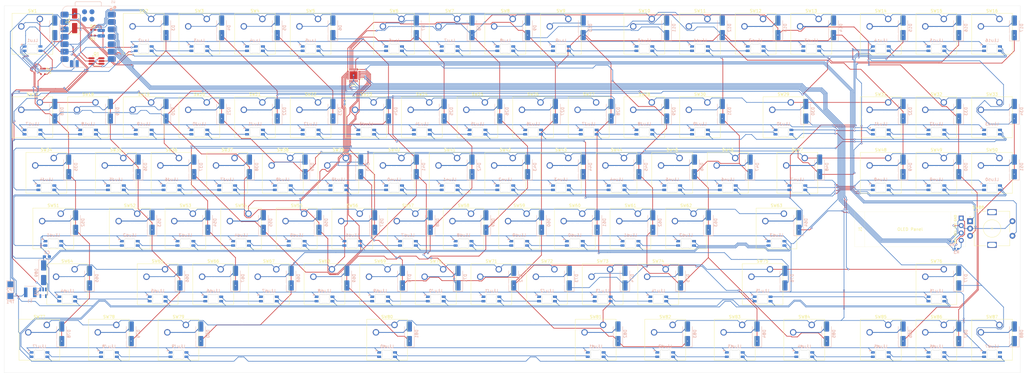
<source format=kicad_pcb>
(kicad_pcb (version 20241229) (generator "pcbnew") (generator_version "9.0")
  (layers (0 "F.Cu" signal) (2 "B.Cu" signal) (13 "F.Paste" user) (15 "B.Paste" user) (5 "F.SilkS" user "F.Silkscreen") (7 "B.SilkS" user "B.Silkscreen") (1 "F.Mask" user) (3 "B.Mask" user) (25 "Edge.Cuts" user))
  (net 0 "")
  (net 1 "/LED_GND")
  (net 2 "+5V")
  (net 3 "+5V_USB")
  (net 4 "Net-(D2-A)")
  (net 5 "/ROW0")
  (net 6 "Net-(D3-A)")
  (net 7 "/ROW1")
  (net 8 "Net-(D4-A)")
  (net 9 "/ROW2")
  (net 10 "Net-(D5-A)")
  (net 11 "/ROW3")
  (net 12 "Net-(D6-A)")
  (net 13 "/ROW4")
  (net 14 "/ROW5")
  (net 15 "Net-(D7-A)")
  (net 16 "Net-(D8-A)")
  (net 17 "/ROW6")
  (net 18 "/ROW7")
  (net 19 "Net-(D9-A)")
  (net 20 "/ROW8")
  (net 21 "Net-(D10-A)")
  (net 22 "Net-(D11-A)")
  (net 23 "Net-(D12-A)")
  (net 24 "Net-(D13-A)")
  (net 25 "Net-(D14-A)")
  (net 26 "Net-(D15-A)")
  (net 27 "Net-(D16-A)")
  (net 28 "Net-(D17-A)")
  (net 29 "Net-(D18-A)")
  (net 30 "Net-(D19-A)")
  (net 31 "Net-(D20-A)")
  (net 32 "Net-(D21-A)")
  (net 33 "Net-(D22-A)")
  (net 34 "Net-(D23-A)")
  (net 35 "Net-(D24-A)")
  (net 36 "Net-(D25-A)")
  (net 37 "Net-(D26-A)")
  (net 38 "Net-(D27-A)")
  (net 39 "Net-(D28-A)")
  (net 40 "Net-(D29-A)")
  (net 41 "Net-(D30-A)")
  (net 42 "Net-(D31-A)")
  (net 43 "Net-(D32-A)")
  (net 44 "Net-(D33-A)")
  (net 45 "Net-(D34-A)")
  (net 46 "Net-(D35-A)")
  (net 47 "Net-(D36-A)")
  (net 48 "Net-(D37-A)")
  (net 49 "Net-(D38-A)")
  (net 50 "Net-(D39-A)")
  (net 51 "Net-(D40-A)")
  (net 52 "Net-(D41-A)")
  (net 53 "Net-(D42-A)")
  (net 54 "Net-(D43-A)")
  (net 55 "Net-(D44-A)")
  (net 56 "Net-(D45-A)")
  (net 57 "Net-(D46-A)")
  (net 58 "Net-(D47-A)")
  (net 59 "Net-(D48-A)")
  (net 60 "Net-(D49-A)")
  (net 61 "Net-(D50-A)")
  (net 62 "Net-(D51-A)")
  (net 63 "Net-(D52-A)")
  (net 64 "Net-(D53-A)")
  (net 65 "Net-(D54-A)")
  (net 66 "Net-(D55-A)")
  (net 67 "Net-(D56-A)")
  (net 68 "Net-(D57-A)")
  (net 69 "Net-(D58-A)")
  (net 70 "Net-(D59-A)")
  (net 71 "Net-(D60-A)")
  (net 72 "Net-(D61-A)")
  (net 73 "Net-(D62-A)")
  (net 74 "Net-(D63-A)")
  (net 75 "Net-(D64-A)")
  (net 76 "Net-(D65-A)")
  (net 77 "Net-(D66-A)")
  (net 78 "Net-(D67-A)")
  (net 79 "Net-(D68-A)")
  (net 80 "Net-(D69-A)")
  (net 81 "Net-(D70-A)")
  (net 82 "Net-(D71-A)")
  (net 83 "Net-(D72-A)")
  (net 84 "Net-(D73-A)")
  (net 85 "Net-(D74-A)")
  (net 86 "Net-(D75-A)")
  (net 87 "Net-(D76-A)")
  (net 88 "Net-(D77-A)")
  (net 89 "Net-(D78-A)")
  (net 90 "Net-(D79-A)")
  (net 91 "Net-(D80-A)")
  (net 92 "Net-(D81-A)")
  (net 93 "Net-(D82-A)")
  (net 94 "Net-(D83-A)")
  (net 95 "Net-(D84-A)")
  (net 96 "Net-(D85-A)")
  (net 97 "Net-(D86-A)")
  (net 98 "Net-(D87-A)")
  (net 99 "Net-(D89-A)")
  (net 100 "/I2C_SDA")
  (net 101 "GND")
  (net 102 "/I2C_SCL")
  (net 103 "+3V3")
  (net 104 "Net-(U3-SW)")
  (net 105 "/VBAT")
  (net 106 "Net-(LED1-DOUT)")
  (net 107 "/LED_CONTROL")
  (net 108 "Net-(LED2-DOUT)")
  (net 109 "Net-(LED3-DOUT)")
  (net 110 "Net-(LED4-DOUT)")
  (net 111 "Net-(LED5-DOUT)")
  (net 112 "Net-(LED6-DOUT)")
  (net 113 "Net-(LED7-DOUT)")
  (net 114 "Net-(LED8-DOUT)")
  (net 115 "Net-(LED10-DIN)")
  (net 116 "Net-(LED10-DOUT)")
  (net 117 "Net-(LED11-DOUT)")
  (net 118 "Net-(LED12-DOUT)")
  (net 119 "Net-(LED13-DOUT)")
  (net 120 "Net-(LED14-DOUT)")
  (net 121 "Net-(LED15-DOUT)")
  (net 122 "Net-(LED16-DOUT)")
  (net 123 "Net-(LED17-DOUT)")
  (net 124 "Net-(LED18-DOUT)")
  (net 125 "Net-(LED19-DOUT)")
  (net 126 "Net-(LED20-DOUT)")
  (net 127 "Net-(LED21-DOUT)")
  (net 128 "Net-(LED22-DOUT)")
  (net 129 "Net-(LED23-DOUT)")
  (net 130 "Net-(LED24-DOUT)")
  (net 131 "Net-(LED25-DOUT)")
  (net 132 "Net-(LED26-DOUT)")
  (net 133 "Net-(LED27-DOUT)")
  (net 134 "Net-(LED28-DOUT)")
  (net 135 "Net-(LED29-DOUT)")
  (net 136 "Net-(LED30-DOUT)")
  (net 137 "Net-(LED31-DOUT)")
  (net 138 "Net-(LED32-DOUT)")
  (net 139 "Net-(LED33-DOUT)")
  (net 140 "Net-(LED34-DOUT)")
  (net 141 "Net-(LED35-DOUT)")
  (net 142 "Net-(LED36-DOUT)")
  (net 143 "Net-(LED37-DOUT)")
  (net 144 "Net-(LED38-DOUT)")
  (net 145 "Net-(LED39-DOUT)")
  (net 146 "Net-(LED40-DOUT)")
  (net 147 "Net-(LED41-DOUT)")
  (net 148 "Net-(LED42-DOUT)")
  (net 149 "Net-(LED43-DOUT)")
  (net 150 "Net-(LED44-DOUT)")
  (net 151 "Net-(LED45-DOUT)")
  (net 152 "Net-(LED46-DOUT)")
  (net 153 "Net-(LED47-DOUT)")
  (net 154 "Net-(LED48-DOUT)")
  (net 155 "Net-(LED49-DOUT)")
  (net 156 "Net-(LED50-DOUT)")
  (net 157 "Net-(LED51-DOUT)")
  (net 158 "Net-(LED52-DOUT)")
  (net 159 "Net-(LED53-DOUT)")
  (net 160 "Net-(LED54-DOUT)")
  (net 161 "Net-(LED55-DOUT)")
  (net 162 "Net-(LED56-DOUT)")
  (net 163 "Net-(LED57-DOUT)")
  (net 164 "Net-(LED58-DOUT)")
  (net 165 "Net-(LED59-DOUT)")
  (net 166 "Net-(LED60-DOUT)")
  (net 167 "Net-(LED61-DOUT)")
  (net 168 "Net-(LED62-DOUT)")
  (net 169 "Net-(LED63-DOUT)")
  (net 170 "Net-(LED64-DOUT)")
  (net 171 "Net-(LED65-DOUT)")
  (net 172 "Net-(LED66-DOUT)")
  (net 173 "Net-(LED67-DOUT)")
  (net 174 "Net-(LED68-DOUT)")
  (net 175 "Net-(LED69-DOUT)")
  (net 176 "Net-(LED70-DOUT)")
  (net 177 "Net-(LED71-DOUT)")
  (net 178 "Net-(LED72-DOUT)")
  (net 179 "Net-(LED73-DOUT)")
  (net 180 "Net-(LED74-DOUT)")
  (net 181 "Net-(LED75-DOUT)")
  (net 182 "Net-(LED76-DOUT)")
  (net 183 "Net-(LED77-DOUT)")
  (net 184 "Net-(LED78-DOUT)")
  (net 185 "Net-(LED79-DOUT)")
  (net 186 "Net-(LED80-DOUT)")
  (net 187 "Net-(LED81-DOUT)")
  (net 188 "Net-(LED82-DOUT)")
  (net 189 "Net-(LED83-DOUT)")
  (net 190 "Net-(LED84-DOUT)")
  (net 191 "Net-(LED85-DOUT)")
  (net 192 "/LED_ENABLE")
  (net 193 "Net-(Q1B-D)")
  (net 194 "/BT_PIN")
  (net 195 "/COL9")
  (net 196 "/COL8")
  (net 197 "/COL7")
  (net 198 "/COL6")
  (net 199 "/COL5")
  (net 200 "/COL4")
  (net 201 "/COL3")
  (net 202 "/COL2")
  (net 203 "/COL0")
  (net 204 "/EC11_B")
  (net 205 "/EC11_SW")
  (net 206 "/EC11_A")
  (net 213 "Net-(U1-P1.12_D7_RX)")
  (net 220 "/COL1")
  (net 221 "Net-(D88-A)")
  (net 222 "Net-(LED86-DOUT)")
  (footprint "gpxxacpy:SW_Cherry_MX_1.00u_PCB" (layer "F.Cu") (at 278.765 37.7825)
    (property "Reference" "SW12")
    (property "Value" "SW_Push")
  )
  (footprint "Package_DFN_QFN:QFN-24-1EP_4x4mm_P0.5mm_EP2.7x2.7mm" (layer "F.Cu") (at 138.53125 57.0375 180)
    (property "Reference" "U4")
    (property "Value" "AW9523B")
  )
  (footprint "gpxxacpy:SW_Cherry_MX_1.25u_PCB" (layer "F.Cu") (at 33.49625 142.5575)
    (property "Reference" "SW77")
    (property "Value" "SW_Push")
  )
  (footprint "gpxxacpy:SW_Cherry_MX_1.00u_PCB" (layer "F.Cu") (at 212.09 37.7825)
    (property "Reference" "SW9")
    (property "Value" "SW_Push")
  )
  (footprint "gpxxacpy:SW_Cherry_MX_1.00u_PCB" (layer "F.Cu") (at 154.94 85.4075)
    (property "Reference" "SW40")
    (property "Value" "SW_Push")
  )
  (footprint "gpxxacpy:SW_Cherry_MX_1.00u_PCB" (layer "F.Cu") (at 202.565 66.3575)
    (property "Reference" "SW26")
    (property "Value" "SW_Push")
  )
  (footprint "gpxxacpy:SW_Cherry_MX_1.00u_PCB" (layer "F.Cu") (at 93.0275 123.5075)
    (property "Reference" "SW66")
    (property "Value" "SW_Push")
  )
  (footprint "gpxxacpy:SW_Cherry_MX_1.00u_PCB" (layer "F.Cu") (at 321.6275 37.7825)
    (property "Reference" "SW14")
    (property "Value" "SW_Push")
  )
  (footprint "gpxxacpy:SW_Cherry_MX_1.00u_PCB" (layer "F.Cu") (at 259.715 66.3575)
    (property "Reference" "SW30")
    (property "Value" "SW_Push")
  )
  (footprint "gpxxacpy:SW_Cherry_MX_1.00u_PCB" (layer "F.Cu") (at 107.315 66.3575)
    (property "Reference" "SW21")
    (property "Value" "SW_Push")
  )
  (footprint "gpxxacpy:SW_Cherry_MX_1.50u_PCB" (layer "F.Cu") (at 35.8775 85.4075)
    (property "Reference" "SW34")
    (property "Value" "SW_Push")
  )
  (footprint "gpxxacpy:SW_Cherry_MX_1.00u_PCB" (layer "F.Cu") (at 259.715 37.7825)
    (property "Reference" "SW11")
    (property "Value" "SW_Push")
  )
  (footprint "gpxxacpy:SW_Cherry_MX_1.00u_PCB" (layer "F.Cu") (at 321.6275 66.3575)
    (property "Reference" "SW31")
    (property "Value" "SW_Push")
  )
  (footprint "gpxxacpy:SW_Cherry_MX_1.00u_PCB" (layer "F.Cu") (at 88.265 37.7825)
    (property "Reference" "SW3")
    (property "Value" "SW_Push")
  )
  (footprint "gpxxacpy:SW_Cherry_MX_1.00u_PCB" (layer "F.Cu") (at 321.6275 85.4075)
    (property "Reference" "SW48")
    (property "Value" "SW_Push")
  )
  (footprint "gpxxacpy:SW_Cherry_MX_1.00u_PCB" (layer "F.Cu") (at 126.365 37.7825)
    (property "Reference" "SW5")
    (property "Value" "SW_Push")
  )
  (footprint "gpxxacpy:SW_Cherry_MX_1.00u_PCB" (layer "F.Cu") (at 73.9775 123.5075)
    (property "Reference" "SW65")
    (property "Value" "SW_Push")
  )
  (footprint "gpxxacpy:SW_Cherry_MX_1.00u_PCB" (layer "F.Cu") (at 145.415 66.3575)
    (property "Reference" "SW23")
    (property "Value" "SW_Push")
  )
  (footprint "gpxxacpy:SW_Cherry_MX_1.00u_PCB" (layer "F.Cu") (at 140.6525 104.4575)
    (property "Reference" "SW56")
    (property "Value" "SW_Push")
  )
  (footprint "gpxxacpy:SW_Cherry_MX_1.00u_PCB" (layer "F.Cu") (at 212.09 85.4075)
    (property "Reference" "SW43")
    (property "Value" "SW_Push")
  )
  (footprint "gpxxacpy:SW_Cherry_MX_1.00u_PCB" (layer "F.Cu") (at 31.115 66.3575)
    (property "Reference" "SW17")
    (property "Value" "SW_Push")
  )
  (footprint "gpxxacpy:SW_Cherry_MX_1.00u_PCB" (layer "F.Cu") (at 164.465 66.3575)
    (property "Reference" "SW24")
    (property "Value" "SW_Push")
  )
  (footprint "Diode_SMD:D_SMA_Handsoldering" (layer "F.Cu") (at 43.02125 38.4 90)
    (property "Reference" "D1")
    (property "Value" "D")
  )
  (footprint "gpxxacpy:SW_Cherry_MX_1.00u_PCB" (layer "F.Cu") (at 240.665 66.3575)
    (property "Reference" "SW28")
    (property "Value" "SW_Push")
  )
  (footprint "Package_TO_SOT_SMD:TSOT-23-6_HandSoldering" (layer "F.Cu") (at 50.5 52.1825)
    (property "Reference" "Q1")
    (property "Value" "G1NP02ELL")
  )
  (footprint "gpxxacpy:SW_Cherry_MX_1.00u_PCB" (layer "F.Cu") (at 226.3775 123.5075)
    (property "Reference" "SW73")
    (property "Value" "SW_Push")
  )
  (footprint "gpxxacpy:SW_Cherry_MX_1.00u_PCB" (layer "F.Cu") (at 188.2775 123.5075)
    (property "Reference" "SW71")
    (property "Value" "SW_Push")
  )
  (footprint "gpxxacpy:SW_Cherry_MX_1.00u_PCB" (layer "F.Cu") (at 340.6775 142.5575)
    (property "Reference" "SW86")
    (property "Value" "SW_Push")
  )
  (footprint "gpxxacpy:SW_Cherry_MX_1.00u_PCB" (layer "F.Cu") (at 107.315 37.7825)
    (property "Reference" "SW4")
    (property "Value" "SW_Push")
  )
  (footprint "gpxxacpy:SW_Cherry_MX_1.00u_PCB" (layer "F.Cu") (at 178.7525 104.4575)
    (property "Reference" "SW58")
    (property "Value" "SW_Push")
  )
  (footprint "Rotary_Encoder:RotaryEncoder_Alps_EC11E-Switch_Vertical_H20mm" (layer "F.Cu") (at 349.68 107.0375)
    (property "Reference" "SW88")
    (property "Value" "RotaryEncoder_Switch")
  )
  (footprint "gpxxacpy:SW_Cherry_MX_1.00u_PCB" (layer "F.Cu") (at 112.0775 123.5075)
    (property "Reference" "SW67")
    (property "Value" "SW_Push")
  )
  (footprint "gpxxacpy:SW_Cherry_MX_1.00u_PCB" (layer "F.Cu") (at 88.265 66.3575)
    (property "Reference" "SW20")
    (property "Value" "SW_Push")
  )
  (footprint "gpxxacpy:SW_Cherry_MX_1.00u_PCB" (layer "F.Cu") (at 197.8025 104.4575)
    (property "Reference" "SW59")
    (property "Value" "SW_Push")
  )
  (footprint "gpxxacpy:SW_Cherry_MX_1.00u_PCB" (layer "F.Cu") (at 126.365 66.3575)
    (property "Reference" "SW22")
    (property "Value" "SW_Push")
  )
  (footprint "gpxxacpy:SW_Cherry_MX_1.00u_PCB" (layer "F.Cu") (at 102.5525 104.4575)
    (property "Reference" "SW54")
    (property "Value" "SW_Push")
  )
  (footprint "gpxxacpy:SW_Cherry_MX_1.00u_PCB" (layer "F.Cu") (at 135.89 85.4075)
    (property "Reference" "SW39")
    (property "Value" "SW_Push")
  )
  (footprint "Resistor_SMD:R_0402_1005Metric_Pad0.72x0.64mm_HandSolder" (layer "F.Cu") (at 49.307262 41.5)
    (property "Reference" "R2")
    (property "Value" "2M")
  )
  (footprint "gpxxacpy:SW_Cherry_MX_1.00u_PCB" (layer "F.Cu") (at 121.6025 104.4575)
    (property "Reference" "SW55")
    (property "Value" "SW_Push")
  )
  (footprint "gpxxacpy:SW_Cherry_MX_6.25u_PCB" (layer "F.Cu") (at 152.55875 142.5575)
    (property "Reference" "SW80")
    (property "Value" "SW_Push")
  )
  (footprint "gpxxacpy:SW_Cherry_MX_1.00u_PCB" (layer "F.Cu") (at 359.7275 37.7825)
    (property "Reference" "SW16")
    (property "Value" "SW_Push")
  )
  (footprint "gpxxacpy:SW_Cherry_MX_1.00u_PCB" (layer "F.Cu") (at 359.7275 66.3575)
    (property "Reference" "SW33")
    (property "Value" "SW_Push")
  )
  (footprint "gpxxacpy:SW_Cherry_MX_1.00u_PCB" (layer "F.Cu") (at 340.6775 66.3575)
    (property "Reference" "SW32")
    (property "Value" "SW_Push")
  )
  (footprint "Resistor_SMD:R_0402_1005Metric_Pad0.72x0.64mm_HandSolder" (layer "F.Cu") (at 49.307262 43.49 180)
    (property "Reference" "R1")
    (property "Value" "806k")
  )
  (footprint "gpxxacpy:SW_Cherry_MX_1.25u_PCB" (layer "F.Cu") (at 57.30875 142.5575)
    (property "Reference" "SW78")
    (property "Value" "SW_Push")
  )
  (footprint "gpxxacpy:SW_Cherry_MX_1.00u_PCB" (layer "F.Cu") (at 50.165 66.3575)
    (property "Reference" "SW18")
    (property "Value" "SW_Push")
  )
  (footprint "gpxxacpy:SW_Cherry_MX_1.00u_PCB" (layer "F.Cu") (at 69.215 37.7825)
    (property "Reference" "SW2")
    (property "Value" "SW_Push")
  )
  (footprint "gpxxacpy:SW_Cherry_MX_2.25u_PCB" (layer "F.Cu") (at 43.02125 123.5075)
    (property "Reference" "SW64")
    (property "Value" "SW_Push")
  )
  (footprint "gpxxacpy:SW_Cherry_MX_1.25u_PCB" (layer "F.Cu") (at 247.80875 142.5575)
    (property "Reference" "SW82")
    (property "Value" "SW_Push")
  )
  (footprint "gpxxacpy:SW_Cherry_MX_1.00u_PCB" (layer "F.Cu") (at 207.3275 123.5075)
    (property "Reference" "SW72")
    (property "Value" "SW_Push")
  )
  (footprint "gpxxacpy:SW_Cherry_MX_1.00u_PCB" (layer "F.Cu") (at 97.79 85.4075)
    (property "Reference" "SW37")
    (property "Value" "SW_Push")
  )
  (footprint "gpxxacpy:SW_Cherry_MX_1.25u_PCB" (layer "F.Cu") (at 271.62125 142.5575)
    (property "Reference" "SW83")
    (property "Value" "SW_Push")
  )
  (footprint "gpxxacpy:SW_Cherry_MX_1.00u_PCB" (layer "F.Cu") (at 359.72745 142.5575)
    (property "Reference" "SW87")
    (property "Value" "SW_Push")
  )
  (footprint "gpxxacpy:SW_Cherry_MX_1.50u_PCB" (layer "F.Cu") (at 293.0525 85.4075)
    (property "Reference" "SW47")
    (property "Value" "SW_Push")
  )
  (footprint "Package_TO_SOT_SMD:SOT-353_SC-70-5" (layer "F.Cu") (at 32.165 55.7325 -90)
    (property "Reference" "U2")
    (property "Value" "74LV1T08GW")
  )
  (footprint "gpxxacpy:SW_Cherry_MX_1.00u_PCB" (layer "F.Cu") (at 359.7275 85.4075)
    (property "Reference" "SW50")
    (property "Value" "SW_Push")
  )
  (footprint "gpxxacpy:SW_Cherry_MX_1.00u_PCB" (layer "F.Cu") (at 340.6775 37.7825)
    (property "Reference" "SW15")
    (property "Value" "SW_Push")
  )
  (footprint "gpxxacpy:SW_Cherry_MX_1.00u_PCB" (layer "F.Cu") (at 193.04 85.4075)
    (property "Reference" "SW42")
    (property "Value" "SW_Push")
  )
  (footprint "gpxxacpy:SW_Cherry_MX_1.00u_PCB" (layer "F.Cu") (at 154.94 37.7825)
    (property "Reference" "SW6")
    (property "Value" "SW_Push")
  )
  (footprint "gpxxacpy:SW_Cherry_MX_1.00u_PCB" (layer "F.Cu") (at 116.84 85.4075)
    (property "Reference" "SW38")
    (property "Value" "SW_Push")
  )
  (footprint "gpxxacpy:SW_Cherry_MX_1.00u_PCB" (layer "F.Cu") (at 193.04 37.7825)
    (property "Reference" "SW8")
    (property "Value" "SW_Push")
  )
  (footprint "gpxxacpy:SW_Cherry_MX_1.00u_PCB" (layer "F.Cu") (at 59.69 85.4075)
    (property "Reference" "SW35")
    (property "Value" "SW_Push")
  )
  (footprint "gpxxacpy:SW_Cherry_MX_1.25u_PCB" (layer "F.Cu") (at 223.99625 142.5575)
    (property "Reference" "SW81")
    (property "Value" "SW_Push")
  )
  (footprint "gpxxacpy:SW_Cherry_MX_1.00u_PCB" (layer "F.Cu") (at 150.1775 123.5075)
    (property "Reference" "SW69")
    (property "Value" "SW_Push")
  )
  (footprint "gpxxacpy:SW_Cherry_MX_1.00u_PCB" (layer "F.Cu") (at 183.515 66.3575)
    (property "Reference" "SW25")
    (property "Value" "SW_Push")
  )
  (footprint "gpxxacpy:SW_Cherry_MX_2.25u_PCB" (layer "F.Cu") (at 285.90875 104.4575)
    (property "Reference" "SW63")
    (property "Value" "SW_Push")
  )
  (footprint "gpxxacpy:SW_Cherry_MX_1.00u_PCB" (layer "F.Cu") (at 64.4525 104.4575)
    (property "Reference" "SW52")
    (property "Value" "SW_Push")
  )
  (footprint "gpxxacpy:SW_Cherry_MX_1.00u_PCB" (layer "F.Cu") (at 297.815 37.7825)
    (property "Reference" "SW13")
    (property "Value" "SW_Push")
  )
  (footprint "gpxxacpy:SW_Cherry_MX_1.00u_PCB" (layer "F.Cu") (at 131.1275 123.5075)
    (property "Reference" "SW68")
    (property "Value" "SW_Push")
  )
  (footprint "gpxxacpy:SW_Cherry_MX_1.00u_PCB" (layer "F.Cu") (at 240.665 37.7825)
    (property "Reference" "SW10")
    (property "Value" "SW_Push")
  )
  (footprint "gpxxacpy:SW_Cherry_MX_1.00u_PCB" (layer "F.Cu") (at 321.6275 142.5575)
    (property "Reference" "SW85")
    (property "Value" "SW_Push")
  )
  (footprint "gpxxacpy:SW_Cherry_MX_1.00u_PCB" (layer "F.Cu") (at 169.2275 123.5075)
    (property "Reference" "SW70")
    (property "Value" "SW_Push")
  )
  (footprint "KiCad-SSD1306-0.91-OLED-4pin-128x32:SSD1306-0.91-OLED-4pin-128x32" (layer "F.Cu") (at 310.13 103.7975)
    (property "Reference" "J1")
    (property "Value" "Conn_01x04_Socket")
  )
  (footprint "gpxxacpy:SW_Cherry_MX_1.00u_PCB" (layer "F.Cu") (at 159.7025 104.4575)
    (property "Reference" "SW57")
    (property "Value" "SW_Push")
  )
  (footprint "gpxxacpy:SW_Cherry_MX_1.00u_PCB" (layer "F.Cu") (at 340.6775 123.5075)
    (property "Reference" "SW76")
    (property "Value" "SW_Push")
  )
  (footprint "gpxxacpy:SW_Cherry_MX_1.00u_PCB" (layer "F.Cu") (at 31.115 37.7825)
    (property "Reference" "SW1")
    (property "Value" "SW_Push")
  )
  (footprint "gpxxacpy:SW_Cherry_MX_1.00u_PCB" (layer "F.Cu") (at 83.5025 104.4575)
    (property "Reference" "SW53")
    (property "Value" "SW_Push")
  )
  (footprint "gpxxacpy:SW_Cherry_MX_1.00u_PCB" (layer "F.Cu") (at 235.9025 104.4575)
    (property "Reference" "SW61")
    (property "Value" "SW_Push")
  )
  (footprint "gpxxacpy:SW_Cherry_MX_2.75u_PCB" (layer "F.Cu") (at 281.14625 123.5075)
    (property "Reference" "SW75")
    (property "Value" "SW_Push")
  )
  (footprint "gpxxacpy:SW_Cherry_MX_1.00u_PCB" (layer "F.Cu") (at 216.8525 104.4575)
    (property "Reference" "SW60")
    (property "Value" "SW_Push")
  )
  (footprint "gpxxacpy:SW_Cherry_MX_1.00u_PCB" (layer "F.Cu") (at 78.74 85.4075)
    (property "Reference" "SW36")
    (property "Value" "SW_Push")
  )
  (footprint "gpxxacpy:SW_Cherry_MX_1.75u_PCB" (layer "F.Cu") (at 38.25875 104.4575)
    (property "Reference" "SW51")
    (property "Value" "SW_Push")
  )
  (footprint "gpxxacpy:SW_Cherry_MX_2.00u_PCB" (layer "F.Cu") (at 288.29 66.3575)
    (property "Reference" "SW29")
    (property "Value" "SW_Push")
  )
  (footprint "gpxxacpy:SW_Cherry_MX_1.00u_PCB" (layer "F.Cu") (at 173.99 37.7825)
    (property "Reference" "SW7")
    (property "Value" "SW_Push")
  )
  (footprint "gpxxacpy:SW_Cherry_MX_1.00u_PCB" (layer "F.Cu") (at 69.215 66.3575)
    (property "Reference" "SW19")
    (property "Value" "SW_Push")
  )
  (footprint "gpxxacpy:SW_Cherry_MX_1.25u_PCB" (layer "F.Cu") (at 81.12125 142.5575)
    (property "Reference" "SW79")
    (property "Value" "SW_Push")
  )
  (footprint "gpxxacpy:SW_Cherry_MX_1.00u_PCB" (layer "F.Cu") (at 221.615 66.3575)
    (property "Reference" "SW27")
    (property "Value" "SW_Push")
  )
  (footprint "gpxxacpy:SW_Cherry_MX_1.00u_PCB" (layer "F.Cu") (at 173.99 85.4075)
    (property "Reference" "SW41")
    (property "Value" "SW_Push")
  )
  (footprint "gpxxacpy:SW_Cherry_MX_1.00u_PCB" (layer "F.Cu") (at 340.6775 85.4075)
    (property "Reference" "SW49")
    (property "Value" "SW_Push")
  )
  (footprint "gpxxacpy:SW_Cherry_MX_1.00u_PCB" (layer "F.Cu") (at 231.14 85.4075)
    (property "Reference" "SW44")
    (property "Value" "SW_Push")
  )
  (footprint "gpxxacpy:SW_Cherry_MX_1.00u_PCB" (layer "F.Cu") (at 269.24 85.4075)
    (property "Reference" "SW46")
    (property "Value" "SW_Push")
  )
  (footprint "gpxxacpy:SW_Cherry_MX_1.25u_PCB" (layer "F.Cu") (at 295.43375 142.5575)
    (property "Reference" "SW84")
    (property "Value" "SW_Push")
  )
  (footprint "gpxxacpy:SW_Cherry_MX_1.00u_PCB" (layer "F.Cu") (at 245.4275 123.5075)
    (property "Reference" "SW74")
    (property "Value" "SW_Push")
  )
  (footprint "gpxxacpy:SW_Cherry_MX_1.00u_PCB" (layer "F.Cu") (at 250.19 85.4075)
    (property "Reference" "SW45")
    (property "Value" "SW_Push")
  )
  (footprint "gpxxacpy:SW_Cherry_MX_1.00u_PCB" (layer "F.Cu") (at 254.9525 104.4575)
    (property "Reference" "SW62")
    (property "Value" "SW_Push")
  )
  (footprint "gpxxacpy:LED_6028R" (layer "B.Cu") (at 238.125 47.9425)
    (property "Reference" "LED10")
    (property "Value" "MX_SK6803MINI-E")
    (fp_line (start -1.699999 0.702843) (end -1.699999 -0.702841) (stroke (width 0.1)) (layer "Edge.Cuts"))
    (fp_line (start -0.794452 -1.499999) (end 0.794452 -1.499999) (stroke (width 0.1)) (layer "Edge.Cuts"))
    (fp_line (start 0.794452 1.5) (end -0.794453 1.5) (stroke (width 0.1)) (layer "Edge.Cuts"))
    (fp_line (start 1.699999 -0.702841) (end 1.699999 0.702843) (stroke (width 0.1)) (layer "Edge.Cuts"))
    (fp_arc (start -1.749484 -0.919719) (mid -1.712527 -0.814067) (end -1.699999 -0.702841) (stroke (width 0.1)) (layer "Edge.Cuts"))
    (fp_arc (start -1.749484 -0.919718) (mid -1.638072 -1.504034) (end -1.046711 -1.568298) (stroke (width 0.1)) (layer "Edge.Cuts"))
    (fp_arc (start -1.699999 0.702844) (mid -1.712527 0.814069) (end -1.749484 0.919721) (stroke (width 0.1)) (layer "Edge.Cuts"))
    (fp_arc (start -1.046711 1.568299) (mid -1.638071 1.504036) (end -1.749484 0.919721) (stroke (width 0.1)) (layer "Edge.Cuts"))
    (fp_arc (start -1.046711 1.568299) (mid -0.925123 1.517377) (end -0.794453 1.5) (stroke (width 0.1)) (layer "Edge.Cuts"))
    (fp_arc (start -0.794452 -1.499999) (mid -0.925123 -1.517376) (end -1.046711 -1.568298) (stroke (width 0.1)) (layer "Edge.Cuts"))
    (fp_arc (start 0.794453 1.500001) (mid 0.925123 1.517378) (end 1.046711 1.5683) (stroke (width 0.1)) (layer "Edge.Cuts"))
    (fp_arc (start 1.04671 -1.568298) (mid 0.925122 -1.517376) (end 0.794452 -1.499999) (stroke (width 0.1)) (layer "Edge.Cuts"))
    (fp_arc (start 1.046711 -1.568296) (mid 1.63807 -1.504033) (end 1.749484 -0.919719) (stroke (width 0.1)) (layer "Edge.Cuts"))
    (fp_arc (start 1.699999 -0.702842) (mid 1.712536 -0.814064) (end 1.749484 -0.919719) (stroke (width 0.1)) (layer "Edge.Cuts"))
    (fp_arc (start 1.749484 0.919721) (mid 1.638072 1.504036) (end 1.046711 1.5683) (stroke (width 0.1)) (layer "Edge.Cuts"))
    (fp_arc (start 1.749484 0.919721) (mid 1.712526 0.814069) (end 1.699999 0.702843) (stroke (width 0.1)) (layer "Edge.Cuts"))
  )
  (footprint "Diode_SMD:D_SMA_Handsoldering" (layer "B.Cu") (at 345.7575 145.5875 90)
    (property "Reference" "D87")
    (property "Value" "D")
  )
  (footprint "gpxxacpy:LED_6028R" (layer "B.Cu") (at 47.625 76.5175)
    (property "Reference" "LED18")
    (property "Value" "MX_SK6803MINI-E")
    (fp_line (start -1.699999 0.702843) (end -1.699999 -0.702841) (stroke (width 0.1)) (layer "Edge.Cuts"))
    (fp_line (start -0.794452 -1.499999) (end 0.794452 -1.499999) (stroke (width 0.1)) (layer "Edge.Cuts"))
    (fp_line (start 0.794452 1.5) (end -0.794453 1.5) (stroke (width 0.1)) (layer "Edge.Cuts"))
    (fp_line (start 1.699999 -0.702841) (end 1.699999 0.702843) (stroke (width 0.1)) (layer "Edge.Cuts"))
    (fp_arc (start -1.749484 -0.919719) (mid -1.712527 -0.814067) (end -1.699999 -0.702841) (stroke (width 0.1)) (layer "Edge.Cuts"))
    (fp_arc (start -1.749484 -0.919718) (mid -1.638072 -1.504034) (end -1.046711 -1.568298) (stroke (width 0.1)) (layer "Edge.Cuts"))
    (fp_arc (start -1.699999 0.702844) (mid -1.712527 0.814069) (end -1.749484 0.919721) (stroke (width 0.1)) (layer "Edge.Cuts"))
    (fp_arc (start -1.046711 1.568299) (mid -1.638071 1.504036) (end -1.749484 0.919721) (stroke (width 0.1)) (layer "Edge.Cuts"))
    (fp_arc (start -1.046711 1.568299) (mid -0.925123 1.517377) (end -0.794453 1.5) (stroke (width 0.1)) (layer "Edge.Cuts"))
    (fp_arc (start -0.794452 -1.499999) (mid -0.925123 -1.517376) (end -1.046711 -1.568298) (stroke (width 0.1)) (layer "Edge.Cuts"))
    (fp_arc (start 0.794453 1.500001) (mid 0.925123 1.517378) (end 1.046711 1.5683) (stroke (width 0.1)) (layer "Edge.Cuts"))
    (fp_arc (start 1.04671 -1.568298) (mid 0.925122 -1.517376) (end 0.794452 -1.499999) (stroke (width 0.1)) (layer "Edge.Cuts"))
    (fp_arc (start 1.046711 -1.568296) (mid 1.63807 -1.504033) (end 1.749484 -0.919719) (stroke (width 0.1)) (layer "Edge.Cuts"))
    (fp_arc (start 1.699999 -0.702842) (mid 1.712536 -0.814064) (end 1.749484 -0.919719) (stroke (width 0.1)) (layer "Edge.Cuts"))
    (fp_arc (start 1.749484 0.919721) (mid 1.638072 1.504036) (end 1.046711 1.5683) (stroke (width 0.1)) (layer "Edge.Cuts"))
    (fp_arc (start 1.749484 0.919721) (mid 1.712526 0.814069) (end 1.699999 0.702843) (stroke (width 0.1)) (layer "Edge.Cuts"))
  )
  (footprint "Diode_SMD:D_SMA_Handsoldering" (layer "B.Cu") (at 226.695 69.3875 90)
    (property "Reference" "D28")
    (property "Value" "D")
  )
  (footprint "Diode_SMD:D_SMA_Handsoldering" (layer "B.Cu") (at 217.17 88.4375 90)
    (property "Reference" "D44")
    (property "Value" "D")
  )
  (footprint "gpxxacpy:LED_6028R" (layer "B.Cu") (at 357.1875 76.5175)
    (property "Reference" "LED33")
    (property "Value" "MX_SK6803MINI-E")
    (fp_line (start -1.699999 0.702843) (end -1.699999 -0.702841) (stroke (width 0.1)) (layer "Edge.Cuts"))
    (fp_line (start -0.794452 -1.499999) (end 0.794452 -1.499999) (stroke (width 0.1)) (layer "Edge.Cuts"))
    (fp_line (start 0.794452 1.5) (end -0.794453 1.5) (stroke (width 0.1)) (layer "Edge.Cuts"))
    (fp_line (start 1.699999 -0.702841) (end 1.699999 0.702843) (stroke (width 0.1)) (layer "Edge.Cuts"))
    (fp_arc (start -1.749484 -0.919719) (mid -1.712527 -0.814067) (end -1.699999 -0.702841) (stroke (width 0.1)) (layer "Edge.Cuts"))
    (fp_arc (start -1.749484 -0.919718) (mid -1.638072 -1.504034) (end -1.046711 -1.568298) (stroke (width 0.1)) (layer "Edge.Cuts"))
    (fp_arc (start -1.699999 0.702844) (mid -1.712527 0.814069) (end -1.749484 0.919721) (stroke (width 0.1)) (layer "Edge.Cuts"))
    (fp_arc (start -1.046711 1.568299) (mid -1.638071 1.504036) (end -1.749484 0.919721) (stroke (width 0.1)) (layer "Edge.Cuts"))
    (fp_arc (start -1.046711 1.568299) (mid -0.925123 1.517377) (end -0.794453 1.5) (stroke (width 0.1)) (layer "Edge.Cuts"))
    (fp_arc (start -0.794452 -1.499999) (mid -0.925123 -1.517376) (end -1.046711 -1.568298) (stroke (width 0.1)) (layer "Edge.Cuts"))
    (fp_arc (start 0.794453 1.500001) (mid 0.925123 1.517378) (end 1.046711 1.5683) (stroke (width 0.1)) (layer "Edge.Cuts"))
    (fp_arc (start 1.04671 -1.568298) (mid 0.925122 -1.517376) (end 0.794452 -1.499999) (stroke (width 0.1)) (layer "Edge.Cuts"))
    (fp_arc (start 1.046711 -1.568296) (mid 1.63807 -1.504033) (end 1.749484 -0.919719) (stroke (width 0.1)) (layer "Edge.Cuts"))
    (fp_arc (start 1.699999 -0.702842) (mid 1.712536 -0.814064) (end 1.749484 -0.919719) (stroke (width 0.1)) (layer "Edge.Cuts"))
    (fp_arc (start 1.749484 0.919721) (mid 1.638072 1.504036) (end 1.046711 1.5683) (stroke (width 0.1)) (layer "Edge.Cuts"))
    (fp_arc (start 1.749484 0.919721) (mid 1.712526 0.814069) (end 1.699999 0.702843) (stroke (width 0.1)) (layer "Edge.Cuts"))
  )
  (footprint "Diode_SMD:D_SMA_Handsoldering" (layer "B.Cu") (at 64.77 88.4375 90)
    (property "Reference" "D36")
    (property "Value" "D")
  )
  (footprint "gpxxacpy:LED_6028R" (layer "B.Cu") (at 338.1375 76.5175)
    (property "Reference" "LED32")
    (property "Value" "MX_SK6803MINI-E")
    (fp_line (start -1.699999 0.702843) (end -1.699999 -0.702841) (stroke (width 0.1)) (layer "Edge.Cuts"))
    (fp_line (start -0.794452 -1.499999) (end 0.794452 -1.499999) (stroke (width 0.1)) (layer "Edge.Cuts"))
    (fp_line (start 0.794452 1.5) (end -0.794453 1.5) (stroke (width 0.1)) (layer "Edge.Cuts"))
    (fp_line (start 1.699999 -0.702841) (end 1.699999 0.702843) (stroke (width 0.1)) (layer "Edge.Cuts"))
    (fp_arc (start -1.749484 -0.919719) (mid -1.712527 -0.814067) (end -1.699999 -0.702841) (stroke (width 0.1)) (layer "Edge.Cuts"))
    (fp_arc (start -1.749484 -0.919718) (mid -1.638072 -1.504034) (end -1.046711 -1.568298) (stroke (width 0.1)) (layer "Edge.Cuts"))
    (fp_arc (start -1.699999 0.702844) (mid -1.712527 0.814069) (end -1.749484 0.919721) (stroke (width 0.1)) (layer "Edge.Cuts"))
    (fp_arc (start -1.046711 1.568299) (mid -1.638071 1.504036) (end -1.749484 0.919721) (stroke (width 0.1)) (layer "Edge.Cuts"))
    (fp_arc (start -1.046711 1.568299) (mid -0.925123 1.517377) (end -0.794453 1.5) (stroke (width 0.1)) (layer "Edge.Cuts"))
    (fp_arc (start -0.794452 -1.499999) (mid -0.925123 -1.517376) (end -1.046711 -1.568298) (stroke (width 0.1)) (layer "Edge.Cuts"))
    (fp_arc (start 0.794453 1.500001) (mid 0.925123 1.517378) (end 1.046711 1.5683) (stroke (width 0.1)) (layer "Edge.Cuts"))
    (fp_arc (start 1.04671 -1.568298) (mid 0.925122 -1.517376) (end 0.794452 -1.499999) (stroke (width 0.1)) (layer "Edge.Cuts"))
    (fp_arc (start 1.046711 -1.568296) (mid 1.63807 -1.504033) (end 1.749484 -0.919719) (stroke (width 0.1)) (layer "Edge.Cuts"))
    (fp_arc (start 1.699999 -0.702842) (mid 1.712536 -0.814064) (end 1.749484 -0.919719) (stroke (width 0.1)) (layer "Edge.Cuts"))
    (fp_arc (start 1.749484 0.919721) (mid 1.638072 1.504036) (end 1.046711 1.5683) (stroke (width 0.1)) (layer "Edge.Cuts"))
    (fp_arc (start 1.749484 0.919721) (mid 1.712526 0.814069) (end 1.699999 0.702843) (stroke (width 0.1)) (layer "Edge.Cuts"))
  )
  (footprint "gpxxacpy:LED_6028R" (layer "B.Cu") (at 76.2 95.5675)
    (property "Reference" "LED36")
    (property "Value" "MX_SK6803MINI-E")
    (fp_line (start -1.699999 0.702843) (end -1.699999 -0.702841) (stroke (width 0.1)) (layer "Edge.Cuts"))
    (fp_line (start -0.794452 -1.499999) (end 0.794452 -1.499999) (stroke (width 0.1)) (layer "Edge.Cuts"))
    (fp_line (start 0.794452 1.5) (end -0.794453 1.5) (stroke (width 0.1)) (layer "Edge.Cuts"))
    (fp_line (start 1.699999 -0.702841) (end 1.699999 0.702843) (stroke (width 0.1)) (layer "Edge.Cuts"))
    (fp_arc (start -1.749484 -0.919719) (mid -1.712527 -0.814067) (end -1.699999 -0.702841) (stroke (width 0.1)) (layer "Edge.Cuts"))
    (fp_arc (start -1.749484 -0.919718) (mid -1.638072 -1.504034) (end -1.046711 -1.568298) (stroke (width 0.1)) (layer "Edge.Cuts"))
    (fp_arc (start -1.699999 0.702844) (mid -1.712527 0.814069) (end -1.749484 0.919721) (stroke (width 0.1)) (layer "Edge.Cuts"))
    (fp_arc (start -1.046711 1.568299) (mid -1.638071 1.504036) (end -1.749484 0.919721) (stroke (width 0.1)) (layer "Edge.Cuts"))
    (fp_arc (start -1.046711 1.568299) (mid -0.925123 1.517377) (end -0.794453 1.5) (stroke (width 0.1)) (layer "Edge.Cuts"))
    (fp_arc (start -0.794452 -1.499999) (mid -0.925123 -1.517376) (end -1.046711 -1.568298) (stroke (width 0.1)) (layer "Edge.Cuts"))
    (fp_arc (start 0.794453 1.500001) (mid 0.925123 1.517378) (end 1.046711 1.5683) (stroke (width 0.1)) (layer "Edge.Cuts"))
    (fp_arc (start 1.04671 -1.568298) (mid 0.925122 -1.517376) (end 0.794452 -1.499999) (stroke (width 0.1)) (layer "Edge.Cuts"))
    (fp_arc (start 1.046711 -1.568296) (mid 1.63807 -1.504033) (end 1.749484 -0.919719) (stroke (width 0.1)) (layer "Edge.Cuts"))
    (fp_arc (start 1.699999 -0.702842) (mid 1.712536 -0.814064) (end 1.749484 -0.919719) (stroke (width 0.1)) (layer "Edge.Cuts"))
    (fp_arc (start 1.749484 0.919721) (mid 1.638072 1.504036) (end 1.046711 1.5683) (stroke (width 0.1)) (layer "Edge.Cuts"))
    (fp_arc (start 1.749484 0.919721) (mid 1.712526 0.814069) (end 1.699999 0.702843) (stroke (width 0.1)) (layer "Edge.Cuts"))
  )
  (footprint "gpxxacpy:LED_6028R" (layer "B.Cu") (at 266.7 95.5675)
    (property "Reference" "LED46")
    (property "Value" "MX_SK6803MINI-E")
    (fp_line (start -1.699999 0.702843) (end -1.699999 -0.702841) (stroke (width 0.1)) (layer "Edge.Cuts"))
    (fp_line (start -0.794452 -1.499999) (end 0.794452 -1.499999) (stroke (width 0.1)) (layer "Edge.Cuts"))
    (fp_line (start 0.794452 1.5) (end -0.794453 1.5) (stroke (width 0.1)) (layer "Edge.Cuts"))
    (fp_line (start 1.699999 -0.702841) (end 1.699999 0.702843) (stroke (width 0.1)) (layer "Edge.Cuts"))
    (fp_arc (start -1.749484 -0.919719) (mid -1.712527 -0.814067) (end -1.699999 -0.702841) (stroke (width 0.1)) (layer "Edge.Cuts"))
    (fp_arc (start -1.749484 -0.919718) (mid -1.638072 -1.504034) (end -1.046711 -1.568298) (stroke (width 0.1)) (layer "Edge.Cuts"))
    (fp_arc (start -1.699999 0.702844) (mid -1.712527 0.814069) (end -1.749484 0.919721) (stroke (width 0.1)) (layer "Edge.Cuts"))
    (fp_arc (start -1.046711 1.568299) (mid -1.638071 1.504036) (end -1.749484 0.919721) (stroke (width 0.1)) (layer "Edge.Cuts"))
    (fp_arc (start -1.046711 1.568299) (mid -0.925123 1.517377) (end -0.794453 1.5) (stroke (width 0.1)) (layer "Edge.Cuts"))
    (fp_arc (start -0.794452 -1.499999) (mid -0.925123 -1.517376) (end -1.046711 -1.568298) (stroke (width 0.1)) (layer "Edge.Cuts"))
    (fp_arc (start 0.794453 1.500001) (mid 0.925123 1.517378) (end 1.046711 1.5683) (stroke (width 0.1)) (layer "Edge.Cuts"))
    (fp_arc (start 1.04671 -1.568298) (mid 0.925122 -1.517376) (end 0.794452 -1.499999) (stroke (width 0.1)) (layer "Edge.Cuts"))
    (fp_arc (start 1.046711 -1.568296) (mid 1.63807 -1.504033) (end 1.749484 -0.919719) (stroke (width 0.1)) (layer "Edge.Cuts"))
    (fp_arc (start 1.699999 -0.702842) (mid 1.712536 -0.814064) (end 1.749484 -0.919719) (stroke (width 0.1)) (layer "Edge.Cuts"))
    (fp_arc (start 1.749484 0.919721) (mid 1.638072 1.504036) (end 1.046711 1.5683) (stroke (width 0.1)) (layer "Edge.Cuts"))
    (fp_arc (start 1.749484 0.919721) (mid 1.712526 0.814069) (end 1.699999 0.702843) (stroke (width 0.1)) (layer "Edge.Cuts"))
  )
  (footprint "gpxxacpy:LED_6028R" (layer "B.Cu") (at 30.95625 152.7175)
    (property "Reference" "LED77")
    (property "Value" "MX_SK6803MINI-E")
    (fp_line (start -1.699999 0.702843) (end -1.699999 -0.702841) (stroke (width 0.1)) (layer "Edge.Cuts"))
    (fp_line (start -0.794452 -1.499999) (end 0.794452 -1.499999) (stroke (width 0.1)) (layer "Edge.Cuts"))
    (fp_line (start 0.794452 1.5) (end -0.794453 1.5) (stroke (width 0.1)) (layer "Edge.Cuts"))
    (fp_line (start 1.699999 -0.702841) (end 1.699999 0.702843) (stroke (width 0.1)) (layer "Edge.Cuts"))
    (fp_arc (start -1.749484 -0.919719) (mid -1.712527 -0.814067) (end -1.699999 -0.702841) (stroke (width 0.1)) (layer "Edge.Cuts"))
    (fp_arc (start -1.749484 -0.919718) (mid -1.638072 -1.504034) (end -1.046711 -1.568298) (stroke (width 0.1)) (layer "Edge.Cuts"))
    (fp_arc (start -1.699999 0.702844) (mid -1.712527 0.814069) (end -1.749484 0.919721) (stroke (width 0.1)) (layer "Edge.Cuts"))
    (fp_arc (start -1.046711 1.568299) (mid -1.638071 1.504036) (end -1.749484 0.919721) (stroke (width 0.1)) (layer "Edge.Cuts"))
    (fp_arc (start -1.046711 1.568299) (mid -0.925123 1.517377) (end -0.794453 1.5) (stroke (width 0.1)) (layer "Edge.Cuts"))
    (fp_arc (start -0.794452 -1.499999) (mid -0.925123 -1.517376) (end -1.046711 -1.568298) (stroke (width 0.1)) (layer "Edge.Cuts"))
    (fp_arc (start 0.794453 1.500001) (mid 0.925123 1.517378) (end 1.046711 1.5683) (stroke (width 0.1)) (layer "Edge.Cuts"))
    (fp_arc (start 1.04671 -1.568298) (mid 0.925122 -1.517376) (end 0.794452 -1.499999) (stroke (width 0.1)) (layer "Edge.Cuts"))
    (fp_arc (start 1.046711 -1.568296) (mid 1.63807 -1.504033) (end 1.749484 -0.919719) (stroke (width 0.1)) (layer "Edge.Cuts"))
    (fp_arc (start 1.699999 -0.702842) (mid 1.712536 -0.814064) (end 1.749484 -0.919719) (stroke (width 0.1)) (layer "Edge.Cuts"))
    (fp_arc (start 1.749484 0.919721) (mid 1.638072 1.504036) (end 1.046711 1.5683) (stroke (width 0.1)) (layer "Edge.Cuts"))
    (fp_arc (start 1.749484 0.919721) (mid 1.712526 0.814069) (end 1.699999 0.702843) (stroke (width 0.1)) (layer "Edge.Cuts"))
  )
  (footprint "gpxxacpy:LED_6028R" (layer "B.Cu") (at 176.2125 114.6175)
    (property "Reference" "LED58")
    (property "Value" "MX_SK6803MINI-E")
    (fp_line (start -1.699999 0.702843) (end -1.699999 -0.702841) (stroke (width 0.1)) (layer "Edge.Cuts"))
    (fp_line (start -0.794452 -1.499999) (end 0.794452 -1.499999) (stroke (width 0.1)) (layer "Edge.Cuts"))
    (fp_line (start 0.794452 1.5) (end -0.794453 1.5) (stroke (width 0.1)) (layer "Edge.Cuts"))
    (fp_line (start 1.699999 -0.702841) (end 1.699999 0.702843) (stroke (width 0.1)) (layer "Edge.Cuts"))
    (fp_arc (start -1.749484 -0.919719) (mid -1.712527 -0.814067) (end -1.699999 -0.702841) (stroke (width 0.1)) (layer "Edge.Cuts"))
    (fp_arc (start -1.749484 -0.919718) (mid -1.638072 -1.504034) (end -1.046711 -1.568298) (stroke (width 0.1)) (layer "Edge.Cuts"))
    (fp_arc (start -1.699999 0.702844) (mid -1.712527 0.814069) (end -1.749484 0.919721) (stroke (width 0.1)) (layer "Edge.Cuts"))
    (fp_arc (start -1.046711 1.568299) (mid -1.638071 1.504036) (end -1.749484 0.919721) (stroke (width 0.1)) (layer "Edge.Cuts"))
    (fp_arc (start -1.046711 1.568299) (mid -0.925123 1.517377) (end -0.794453 1.5) (stroke (width 0.1)) (layer "Edge.Cuts"))
    (fp_arc (start -0.794452 -1.499999) (mid -0.925123 -1.517376) (end -1.046711 -1.568298) (stroke (width 0.1)) (layer "Edge.Cuts"))
    (fp_arc (start 0.794453 1.500001) (mid 0.925123 1.517378) (end 1.046711 1.5683) (stroke (width 0.1)) (layer "Edge.Cuts"))
    (fp_arc (start 1.04671 -1.568298) (mid 0.925122 -1.517376) (end 0.794452 -1.499999) (stroke (width 0.1)) (layer "Edge.Cuts"))
    (fp_arc (start 1.046711 -1.568296) (mid 1.63807 -1.504033) (end 1.749484 -0.919719) (stroke (width 0.1)) (layer "Edge.Cuts"))
    (fp_arc (start 1.699999 -0.702842) (mid 1.712536 -0.814064) (end 1.749484 -0.919719) (stroke (width 0.1)) (layer "Edge.Cuts"))
    (fp_arc (start 1.749484 0.919721) (mid 1.638072 1.504036) (end 1.046711 1.5683) (stroke (width 0.1)) (layer "Edge.Cuts"))
    (fp_arc (start 1.749484 0.919721) (mid 1.712526 0.814069) (end 1.699999 0.702843) (stroke (width 0.1)) (layer "Edge.Cuts"))
  )
  (footprint "gpxxacpy:LED_6028R" (layer "B.Cu") (at 195.2625 114.6175)
    (property "Reference" "LED59")
    (property "Value" "MX_SK6803MINI-E")
    (fp_line (start -1.699999 0.702843) (end -1.699999 -0.702841) (stroke (width 0.1)) (layer "Edge.Cuts"))
    (fp_line (start -0.794452 -1.499999) (end 0.794452 -1.499999) (stroke (width 0.1)) (layer "Edge.Cuts"))
    (fp_line (start 0.794452 1.5) (end -0.794453 1.5) (stroke (width 0.1)) (layer "Edge.Cuts"))
    (fp_line (start 1.699999 -0.702841) (end 1.699999 0.702843) (stroke (width 0.1)) (layer "Edge.Cuts"))
    (fp_arc (start -1.749484 -0.919719) (mid -1.712527 -0.814067) (end -1.699999 -0.702841) (stroke (width 0.1)) (layer "Edge.Cuts"))
    (fp_arc (start -1.749484 -0.919718) (mid -1.638072 -1.504034) (end -1.046711 -1.568298) (stroke (width 0.1)) (layer "Edge.Cuts"))
    (fp_arc (start -1.699999 0.702844) (mid -1.712527 0.814069) (end -1.749484 0.919721) (stroke (width 0.1)) (layer "Edge.Cuts"))
    (fp_arc (start -1.046711 1.568299) (mid -1.638071 1.504036) (end -1.749484 0.919721) (stroke (width 0.1)) (layer "Edge.Cuts"))
    (fp_arc (start -1.046711 1.568299) (mid -0.925123 1.517377) (end -0.794453 1.5) (stroke (width 0.1)) (layer "Edge.Cuts"))
    (fp_arc (start -0.794452 -1.499999) (mid -0.925123 -1.517376) (end -1.046711 -1.568298) (stroke (width 0.1)) (layer "Edge.Cuts"))
    (fp_arc (start 0.794453 1.500001) (mid 0.925123 1.517378) (end 1.046711 1.5683) (stroke (width 0.1)) (layer "Edge.Cuts"))
    (fp_arc (start 1.04671 -1.568298) (mid 0.925122 -1.517376) (end 0.794452 -1.499999) (stroke (width 0.1)) (layer "Edge.Cuts"))
    (fp_arc (start 1.046711 -1.568296) (mid 1.63807 -1.504033) (end 1.749484 -0.919719) (stroke (width 0.1)) (layer "Edge.Cuts"))
    (fp_arc (start 1.699999 -0.702842) (mid 1.712536 -0.814064) (end 1.749484 -0.919719) (stroke (width 0.1)) (layer "Edge.Cuts"))
    (fp_arc (start 1.749484 0.919721) (mid 1.638072 1.504036) (end 1.046711 1.5683) (stroke (width 0.1)) (layer "Edge.Cuts"))
    (fp_arc (start 1.749484 0.919721) (mid 1.712526 0.814069) (end 1.699999 0.702843) (stroke (width 0.1)) (layer "Edge.Cuts"))
  )
  (footprint "gpxxacpy:LED_6028R" (layer "B.Cu") (at 78.58125 152.7175)
    (property "Reference" "LED79")
    (property "Value" "MX_SK6803MINI-E")
    (fp_line (start -1.699999 0.702843) (end -1.699999 -0.702841) (stroke (width 0.1)) (layer "Edge.Cuts"))
    (fp_line (start -0.794452 -1.499999) (end 0.794452 -1.499999) (stroke (width 0.1)) (layer "Edge.Cuts"))
    (fp_line (start 0.794452 1.5) (end -0.794453 1.5) (stroke (width 0.1)) (layer "Edge.Cuts"))
    (fp_line (start 1.699999 -0.702841) (end 1.699999 0.702843) (stroke (width 0.1)) (layer "Edge.Cuts"))
    (fp_arc (start -1.749484 -0.919719) (mid -1.712527 -0.814067) (end -1.699999 -0.702841) (stroke (width 0.1)) (layer "Edge.Cuts"))
    (fp_arc (start -1.749484 -0.919718) (mid -1.638072 -1.504034) (end -1.046711 -1.568298) (stroke (width 0.1)) (layer "Edge.Cuts"))
    (fp_arc (start -1.699999 0.702844) (mid -1.712527 0.814069) (end -1.749484 0.919721) (stroke (width 0.1)) (layer "Edge.Cuts"))
    (fp_arc (start -1.046711 1.568299) (mid -1.638071 1.504036) (end -1.749484 0.919721) (stroke (width 0.1)) (layer "Edge.Cuts"))
    (fp_arc (start -1.046711 1.568299) (mid -0.925123 1.517377) (end -0.794453 1.5) (stroke (width 0.1)) (layer "Edge.Cuts"))
    (fp_arc (start -0.794452 -1.499999) (mid -0.925123 -1.517376) (end -1.046711 -1.568298) (stroke (width 0.1)) (layer "Edge.Cuts"))
    (fp_arc (start 0.794453 1.500001) (mid 0.925123 1.517378) (end 1.046711 1.5683) (stroke (width 0.1)) (layer "Edge.Cuts"))
    (fp_arc (start 1.04671 -1.568298) (mid 0.925122 -1.517376) (end 0.794452 -1.499999) (stroke (width 0.1)) (layer "Edge.Cuts"))
    (fp_arc (start 1.046711 -1.568296) (mid 1.63807 -1.504033) (end 1.749484 -0.919719) (stroke (width 0.1)) (layer "Edge.Cuts"))
    (fp_arc (start 1.699999 -0.702842) (mid 1.712536 -0.814064) (end 1.749484 -0.919719) (stroke (width 0.1)) (layer "Edge.Cuts"))
    (fp_arc (start 1.749484 0.919721) (mid 1.638072 1.504036) (end 1.046711 1.5683) (stroke (width 0.1)) (layer "Edge.Cuts"))
    (fp_arc (start 1.749484 0.919721) (mid 1.712526 0.814069) (end 1.699999 0.702843) (stroke (width 0.1)) (layer "Edge.Cuts"))
  )
  (footprint "Diode_SMD:D_SMA_Handsoldering" (layer "B.Cu") (at 345.7575 88.4375 90)
    (property "Reference" "D50")
    (property "Value" "D")
  )
  (footprint "gpxxacpy:LED_6028R" (layer "B.Cu") (at 57.15 95.5675)
    (property "Reference" "LED35")
    (property "Value" "MX_SK6803MINI-E")
    (fp_line (start -1.699999 0.702843) (end -1.699999 -0.702841) (stroke (width 0.1)) (layer "Edge.Cuts"))
    (fp_line (start -0.794452 -1.499999) (end 0.794452 -1.499999) (stroke (width 0.1)) (layer "Edge.Cuts"))
    (fp_line (start 0.794452 1.5) (end -0.794453 1.5) (stroke (width 0.1)) (layer "Edge.Cuts"))
    (fp_line (start 1.699999 -0.702841) (end 1.699999 0.702843) (stroke (width 0.1)) (layer "Edge.Cuts"))
    (fp_arc (start -1.749484 -0.919719) (mid -1.712527 -0.814067) (end -1.699999 -0.702841) (stroke (width 0.1)) (layer "Edge.Cuts"))
    (fp_arc (start -1.749484 -0.919718) (mid -1.638072 -1.504034) (end -1.046711 -1.568298) (stroke (width 0.1)) (layer "Edge.Cuts"))
    (fp_arc (start -1.699999 0.702844) (mid -1.712527 0.814069) (end -1.749484 0.919721) (stroke (width 0.1)) (layer "Edge.Cuts"))
    (fp_arc (start -1.046711 1.568299) (mid -1.638071 1.504036) (end -1.749484 0.919721) (stroke (width 0.1)) (layer "Edge.Cuts"))
    (fp_arc (start -1.046711 1.568299) (mid -0.925123 1.517377) (end -0.794453 1.5) (stroke (width 0.1)) (layer "Edge.Cuts"))
    (fp_arc (start -0.794452 -1.499999) (mid -0.925123 -1.517376) (end -1.046711 -1.568298) (stroke (width 0.1)) (layer "Edge.Cuts"))
    (fp_arc (start 0.794453 1.500001) (mid 0.925123 1.517378) (end 1.046711 1.5683) (stroke (width 0.1)) (layer "Edge.Cuts"))
    (fp_arc (start 1.04671 -1.568298) (mid 0.925122 -1.517376) (end 0.794452 -1.499999) (stroke (width 0.1)) (layer "Edge.Cuts"))
    (fp_arc (start 1.046711 -1.568296) (mid 1.63807 -1.504033) (end 1.749484 -0.919719) (stroke (width 0.1)) (layer "Edge.Cuts"))
    (fp_arc (start 1.699999 -0.702842) (mid 1.712536 -0.814064) (end 1.749484 -0.919719) (stroke (width 0.1)) (layer "Edge.Cuts"))
    (fp_arc (start 1.749484 0.919721) (mid 1.638072 1.504036) (end 1.046711 1.5683) (stroke (width 0.1)) (layer "Edge.Cuts"))
    (fp_arc (start 1.749484 0.919721) (mid 1.712526 0.814069) (end 1.699999 0.702843) (stroke (width 0.1)) (layer "Edge.Cuts"))
  )
  (footprint "Diode_SMD:D_SMA_Handsoldering" (layer "B.Cu") (at 174.3075 126.5375 90)
    (property "Reference" "D71")
    (property "Value" "D")
  )
  (footprint "gpxxacpy:LED_6028R" (layer "B.Cu") (at 283.36875 114.6175)
    (property "Reference" "LED63")
    (property "Value" "MX_SK6803MINI-E")
    (fp_line (start -1.699999 0.702843) (end -1.699999 -0.702841) (stroke (width 0.1)) (layer "Edge.Cuts"))
    (fp_line (start -0.794452 -1.499999) (end 0.794452 -1.499999) (stroke (width 0.1)) (layer "Edge.Cuts"))
    (fp_line (start 0.794452 1.5) (end -0.794453 1.5) (stroke (width 0.1)) (layer "Edge.Cuts"))
    (fp_line (start 1.699999 -0.702841) (end 1.699999 0.702843) (stroke (width 0.1)) (layer "Edge.Cuts"))
    (fp_arc (start -1.749484 -0.919719) (mid -1.712527 -0.814067) (end -1.699999 -0.702841) (stroke (width 0.1)) (layer "Edge.Cuts"))
    (fp_arc (start -1.749484 -0.919718) (mid -1.638072 -1.504034) (end -1.046711 -1.568298) (stroke (width 0.1)) (layer "Edge.Cuts"))
    (fp_arc (start -1.699999 0.702844) (mid -1.712527 0.814069) (end -1.749484 0.919721) (stroke (width 0.1)) (layer "Edge.Cuts"))
    (fp_arc (start -1.046711 1.568299) (mid -1.638071 1.504036) (end -1.749484 0.919721) (stroke (width 0.1)) (layer "Edge.Cuts"))
    (fp_arc (start -1.046711 1.568299) (mid -0.925123 1.517377) (end -0.794453 1.5) (stroke (width 0.1)) (layer "Edge.Cuts"))
    (fp_arc (start -0.794452 -1.499999) (mid -0.925123 -1.517376) (end -1.046711 -1.568298) (stroke (width 0.1)) (layer "Edge.Cuts"))
    (fp_arc (start 0.794453 1.500001) (mid 0.925123 1.517378) (end 1.046711 1.5683) (stroke (width 0.1)) (layer "Edge.Cuts"))
    (fp_arc (start 1.04671 -1.568298) (mid 0.925122 -1.517376) (end 0.794452 -1.499999) (stroke (width 0.1)) (layer "Edge.Cuts"))
    (fp_arc (start 1.046711 -1.568296) (mid 1.63807 -1.504033) (end 1.749484 -0.919719) (stroke (width 0.1)) (layer "Edge.Cuts"))
    (fp_arc (start 1.699999 -0.702842) (mid 1.712536 -0.814064) (end 1.749484 -0.919719) (stroke (width 0.1)) (layer "Edge.Cuts"))
    (fp_arc (start 1.749484 0.919721) (mid 1.638072 1.504036) (end 1.046711 1.5683) (stroke (width 0.1)) (layer "Edge.Cuts"))
    (fp_arc (start 1.749484 0.919721) (mid 1.712526 0.814069) (end 1.699999 0.702843) (stroke (width 0.1)) (layer "Edge.Cuts"))
  )
  (footprint "gpxxacpy:LED_6028R" (layer "B.Cu") (at 190.5 95.5675)
    (property "Reference" "LED42")
    (property "Value" "MX_SK6803MINI-E")
    (fp_line (start -1.699999 0.702843) (end -1.699999 -0.702841) (stroke (width 0.1)) (layer "Edge.Cuts"))
    (fp_line (start -0.794452 -1.499999) (end 0.794452 -1.499999) (stroke (width 0.1)) (layer "Edge.Cuts"))
    (fp_line (start 0.794452 1.5) (end -0.794453 1.5) (stroke (width 0.1)) (layer "Edge.Cuts"))
    (fp_line (start 1.699999 -0.702841) (end 1.699999 0.702843) (stroke (width 0.1)) (layer "Edge.Cuts"))
    (fp_arc (start -1.749484 -0.919719) (mid -1.712527 -0.814067) (end -1.699999 -0.702841) (stroke (width 0.1)) (layer "Edge.Cuts"))
    (fp_arc (start -1.749484 -0.919718) (mid -1.638072 -1.504034) (end -1.046711 -1.568298) (stroke (width 0.1)) (layer "Edge.Cuts"))
    (fp_arc (start -1.699999 0.702844) (mid -1.712527 0.814069) (end -1.749484 0.919721) (stroke (width 0.1)) (layer "Edge.Cuts"))
    (fp_arc (start -1.046711 1.568299) (mid -1.638071 1.504036) (end -1.749484 0.919721) (stroke (width 0.1)) (layer "Edge.Cuts"))
    (fp_arc (start -1.046711 1.568299) (mid -0.925123 1.517377) (end -0.794453 1.5) (stroke (width 0.1)) (layer "Edge.Cuts"))
    (fp_arc (start -0.794452 -1.499999) (mid -0.925123 -1.517376) (end -1.046711 -1.568298) (stroke (width 0.1)) (layer "Edge.Cuts"))
    (fp_arc (start 0.794453 1.500001) (mid 0.925123 1.517378) (end 1.046711 1.5683) (stroke (width 0.1)) (layer "Edge.Cuts"))
    (fp_arc (start 1.04671 -1.568298) (mid 0.925122 -1.517376) (end 0.794452 -1.499999) (stroke (width 0.1)) (layer "Edge.Cuts"))
    (fp_arc (start 1.046711 -1.568296) (mid 1.63807 -1.504033) (end 1.749484 -0.919719) (stroke (width 0.1)) (layer "Edge.Cuts"))
    (fp_arc (start 1.699999 -0.702842) (mid 1.712536 -0.814064) (end 1.749484 -0.919719) (stroke (width 0.1)) (layer "Edge.Cuts"))
    (fp_arc (start 1.749484 0.919721) (mid 1.638072 1.504036) (end 1.046711 1.5683) (stroke (width 0.1)) (layer "Edge.Cuts"))
    (fp_arc (start 1.749484 0.919721) (mid 1.712526 0.814069) (end 1.699999 0.702843) (stroke (width 0.1)) (layer "Edge.Cuts"))
  )
  (footprint "gpxxacpy:LED_6028R" (layer "B.Cu") (at 269.08125 152.7175)
    (property "Reference" "LED83")
    (property "Value" "MX_SK6803MINI-E")
    (fp_line (start -1.699999 0.702843) (end -1.699999 -0.702841) (stroke (width 0.1)) (layer "Edge.Cuts"))
    (fp_line (start -0.794452 -1.499999) (end 0.794452 -1.499999) (stroke (width 0.1)) (layer "Edge.Cuts"))
    (fp_line (start 0.794452 1.5) (end -0.794453 1.5) (stroke (width 0.1)) (layer "Edge.Cuts"))
    (fp_line (start 1.699999 -0.702841) (end 1.699999 0.702843) (stroke (width 0.1)) (layer "Edge.Cuts"))
    (fp_arc (start -1.749484 -0.919719) (mid -1.712527 -0.814067) (end -1.699999 -0.702841) (stroke (width 0.1)) (layer "Edge.Cuts"))
    (fp_arc (start -1.749484 -0.919718) (mid -1.638072 -1.504034) (end -1.046711 -1.568298) (stroke (width 0.1)) (layer "Edge.Cuts"))
    (fp_arc (start -1.699999 0.702844) (mid -1.712527 0.814069) (end -1.749484 0.919721) (stroke (width 0.1)) (layer "Edge.Cuts"))
    (fp_arc (start -1.046711 1.568299) (mid -1.638071 1.504036) (end -1.749484 0.919721) (stroke (width 0.1)) (layer "Edge.Cuts"))
    (fp_arc (start -1.046711 1.568299) (mid -0.925123 1.517377) (end -0.794453 1.5) (stroke (width 0.1)) (layer "Edge.Cuts"))
    (fp_arc (start -0.794452 -1.499999) (mid -0.925123 -1.517376) (end -1.046711 -1.568298) (stroke (width 0.1)) (layer "Edge.Cuts"))
    (fp_arc (start 0.794453 1.500001) (mid 0.925123 1.517378) (end 1.046711 1.5683) (stroke (width 0.1)) (layer "Edge.Cuts"))
    (fp_arc (start 1.04671 -1.568298) (mid 0.925122 -1.517376) (end 0.794452 -1.499999) (stroke (width 0.1)) (layer "Edge.Cuts"))
    (fp_arc (start 1.046711 -1.568296) (mid 1.63807 -1.504033) (end 1.749484 -0.919719) (stroke (width 0.1)) (layer "Edge.Cuts"))
    (fp_arc (start 1.699999 -0.702842) (mid 1.712536 -0.814064) (end 1.749484 -0.919719) (stroke (width 0.1)) (layer "Edge.Cuts"))
    (fp_arc (start 1.749484 0.919721) (mid 1.638072 1.504036) (end 1.046711 1.5683) (stroke (width 0.1)) (layer "Edge.Cuts"))
    (fp_arc (start 1.749484 0.919721) (mid 1.712526 0.814069) (end 1.699999 0.702843) (stroke (width 0.1)) (layer "Edge.Cuts"))
  )
  (footprint "Diode_SMD:D_SMA_Handsoldering" (layer "B.Cu") (at 62.38875 145.5875 90)
    (property "Reference" "D79")
    (property "Value" "D")
  )
  (footprint "gpxxacpy:LED_6028R" (layer "B.Cu") (at 119.0625 114.6175)
    (property "Reference" "LED55")
    (property "Value" "MX_SK6803MINI-E")
    (fp_line (start -1.699999 0.702843) (end -1.699999 -0.702841) (stroke (width 0.1)) (layer "Edge.Cuts"))
    (fp_line (start -0.794452 -1.499999) (end 0.794452 -1.499999) (stroke (width 0.1)) (layer "Edge.Cuts"))
    (fp_line (start 0.794452 1.5) (end -0.794453 1.5) (stroke (width 0.1)) (layer "Edge.Cuts"))
    (fp_line (start 1.699999 -0.702841) (end 1.699999 0.702843) (stroke (width 0.1)) (layer "Edge.Cuts"))
    (fp_arc (start -1.749484 -0.919719) (mid -1.712527 -0.814067) (end -1.699999 -0.702841) (stroke (width 0.1)) (layer "Edge.Cuts"))
    (fp_arc (start -1.749484 -0.919718) (mid -1.638072 -1.504034) (end -1.046711 -1.568298) (stroke (width 0.1)) (layer "Edge.Cuts"))
    (fp_arc (start -1.699999 0.702844) (mid -1.712527 0.814069) (end -1.749484 0.919721) (stroke (width 0.1)) (layer "Edge.Cuts"))
    (fp_arc (start -1.046711 1.568299) (mid -1.638071 1.504036) (end -1.749484 0.919721) (stroke (width 0.1)) (layer "Edge.Cuts"))
    (fp_arc (start -1.046711 1.568299) (mid -0.925123 1.517377) (end -0.794453 1.5) (stroke (width 0.1)) (layer "Edge.Cuts"))
    (fp_arc (start -0.794452 -1.499999) (mid -0.925123 -1.517376) (end -1.046711 -1.568298) (stroke (width 0.1)) (layer "Edge.Cuts"))
    (fp_arc (start 0.794453 1.500001) (mid 0.925123 1.517378) (end 1.046711 1.5683) (stroke (width 0.1)) (layer "Edge.Cuts"))
    (fp_arc (start 1.04671 -1.568298) (mid 0.925122 -1.517376) (end 0.794452 -1.499999) (stroke (width 0.1)) (layer "Edge.Cuts"))
    (fp_arc (start 1.046711 -1.568296) (mid 1.63807 -1.504033) (end 1.749484 -0.919719) (stroke (width 0.1)) (layer "Edge.Cuts"))
    (fp_arc (start 1.699999 -0.702842) (mid 1.712536 -0.814064) (end 1.749484 -0.919719) (stroke (width 0.1)) (layer "Edge.Cuts"))
    (fp_arc (start 1.749484 0.919721) (mid 1.638072 1.504036) (end 1.046711 1.5683) (stroke (width 0.1)) (layer "Edge.Cuts"))
    (fp_arc (start 1.749484 0.919721) (mid 1.712526 0.814069) (end 1.699999 0.702843) (stroke (width 0.1)) (layer "Edge.Cuts"))
  )
  (footprint "Diode_SMD:D_SMA_Handsoldering" (layer "B.Cu") (at 240.9825 107.4875 90)
    (property "Reference" "D62")
    (property "Value" "D")
  )
  (footprint "Diode_SMD:D_SMA_Handsoldering" (layer "B.Cu") (at 179.07 40.8125 90)
    (property "Reference" "D8")
    (property "Value" "D")
  )
  (footprint "gpxxacpy:LED_6028R" (layer "B.Cu") (at 276.225 47.9425)
    (property "Reference" "LED12")
    (property "Value" "MX_SK6803MINI-E")
    (fp_line (start -1.699999 0.702843) (end -1.699999 -0.702841) (stroke (width 0.1)) (layer "Edge.Cuts"))
    (fp_line (start -0.794452 -1.499999) (end 0.794452 -1.499999) (stroke (width 0.1)) (layer "Edge.Cuts"))
    (fp_line (start 0.794452 1.5) (end -0.794453 1.5) (stroke (width 0.1)) (layer "Edge.Cuts"))
    (fp_line (start 1.699999 -0.702841) (end 1.699999 0.702843) (stroke (width 0.1)) (layer "Edge.Cuts"))
    (fp_arc (start -1.749484 -0.919719) (mid -1.712527 -0.814067) (end -1.699999 -0.702841) (stroke (width 0.1)) (layer "Edge.Cuts"))
    (fp_arc (start -1.749484 -0.919718) (mid -1.638072 -1.504034) (end -1.046711 -1.568298) (stroke (width 0.1)) (layer "Edge.Cuts"))
    (fp_arc (start -1.699999 0.702844) (mid -1.712527 0.814069) (end -1.749484 0.919721) (stroke (width 0.1)) (layer "Edge.Cuts"))
    (fp_arc (start -1.046711 1.568299) (mid -1.638071 1.504036) (end -1.749484 0.919721) (stroke (width 0.1)) (layer "Edge.Cuts"))
    (fp_arc (start -1.046711 1.568299) (mid -0.925123 1.517377) (end -0.794453 1.5) (stroke (width 0.1)) (layer "Edge.Cuts"))
    (fp_arc (start -0.794452 -1.499999) (mid -0.925123 -1.517376) (end -1.046711 -1.568298) (stroke (width 0.1)) (layer "Edge.Cuts"))
    (fp_arc (start 0.794453 1.500001) (mid 0.925123 1.517378) (end 1.046711 1.5683) (stroke (width 0.1)) (layer "Edge.Cuts"))
    (fp_arc (start 1.04671 -1.568298) (mid 0.925122 -1.517376) (end 0.794452 -1.499999) (stroke (width 0.1)) (layer "Edge.Cuts"))
    (fp_arc (start 1.046711 -1.568296) (mid 1.63807 -1.504033) (end 1.749484 -0.919719) (stroke (width 0.1)) (layer "Edge.Cuts"))
    (fp_arc (start 1.699999 -0.702842) (mid 1.712536 -0.814064) (end 1.749484 -0.919719) (stroke (width 0.1)) (layer "Edge.Cuts"))
    (fp_arc (start 1.749484 0.919721) (mid 1.638072 1.504036) (end 1.046711 1.5683) (stroke (width 0.1)) (layer "Edge.Cuts"))
    (fp_arc (start 1.749484 0.919721) (mid 1.712526 0.814069) (end 1.699999 0.702843) (stroke (width 0.1)) (layer "Edge.Cuts"))
  )
  (footprint "gpxxacpy:LED_6028R" (layer "B.Cu") (at 100.0125 114.6175)
    (property "Reference" "LED54")
    (property "Value" "MX_SK6803MINI-E")
    (fp_line (start -1.699999 0.702843) (end -1.699999 -0.702841) (stroke (width 0.1)) (layer "Edge.Cuts"))
    (fp_line (start -0.794452 -1.499999) (end 0.794452 -1.499999) (stroke (width 0.1)) (layer "Edge.Cuts"))
    (fp_line (start 0.794452 1.5) (end -0.794453 1.5) (stroke (width 0.1)) (layer "Edge.Cuts"))
    (fp_line (start 1.699999 -0.702841) (end 1.699999 0.702843) (stroke (width 0.1)) (layer "Edge.Cuts"))
    (fp_arc (start -1.749484 -0.919719) (mid -1.712527 -0.814067) (end -1.699999 -0.702841) (stroke (width 0.1)) (layer "Edge.Cuts"))
    (fp_arc (start -1.749484 -0.919718) (mid -1.638072 -1.504034) (end -1.046711 -1.568298) (stroke (width 0.1)) (layer "Edge.Cuts"))
    (fp_arc (start -1.699999 0.702844) (mid -1.712527 0.814069) (end -1.749484 0.919721) (stroke (width 0.1)) (layer "Edge.Cuts"))
    (fp_arc (start -1.046711 1.568299) (mid -1.638071 1.504036) (end -1.749484 0.919721) (stroke (width 0.1)) (layer "Edge.Cuts"))
    (fp_arc (start -1.046711 1.568299) (mid -0.925123 1.517377) (end -0.794453 1.5) (stroke (width 0.1)) (layer "Edge.Cuts"))
    (fp_arc (start -0.794452 -1.499999) (mid -0.925123 -1.517376) (end -1.046711 -1.568298) (stroke (width 0.1)) (layer "Edge.Cuts"))
    (fp_arc (start 0.794453 1.500001) (mid 0.925123 1.517378) (end 1.046711 1.5683) (stroke (width 0.1)) (layer "Edge.Cuts"))
    (fp_arc (start 1.04671 -1.568298) (mid 0.925122 -1.517376) (end 0.794452 -1.499999) (stroke (width 0.1)) (layer "Edge.Cuts"))
    (fp_arc (start 1.046711 -1.568296) (mid 1.63807 -1.504033) (end 1.749484 -0.919719) (stroke (width 0.1)) (layer "Edge.Cuts"))
    (fp_arc (start 1.699999 -0.702842) (mid 1.712536 -0.814064) (end 1.749484 -0.919719) (stroke (width 0.1)) (layer "Edge.Cuts"))
    (fp_arc (start 1.749484 0.919721) (mid 1.638072 1.504036) (end 1.046711 1.5683) (stroke (width 0.1)) (layer "Edge.Cuts"))
    (fp_arc (start 1.749484 0.919721) (mid 1.712526 0.814069) (end 1.699999 0.702843) (stroke (width 0.1)) (layer "Edge.Cuts"))
  )
  (footprint "Diode_SMD:D_SMA_Handsoldering" (layer "B.Cu") (at 245.745 40.8125 90)
    (property "Reference" "D11")
    (property "Value" "D")
  )
  (footprint "Diode_SMD:D_SMA_Handsoldering" (layer "B.Cu") (at 55.245 69.3875 90)
    (property "Reference" "D19")
    (property "Value" "D")
  )
  (footprint "gpxxacpy:LED_6028R" (layer "B.Cu") (at 228.6 95.5675)
    (property "Reference" "LED44")
    (property "Value" "MX_SK6803MINI-E")
    (fp_line (start -1.699999 0.702843) (end -1.699999 -0.702841) (stroke (width 0.1)) (layer "Edge.Cuts"))
    (fp_line (start -0.794452 -1.499999) (end 0.794452 -1.499999) (stroke (width 0.1)) (layer "Edge.Cuts"))
    (fp_line (start 0.794452 1.5) (end -0.794453 1.5) (stroke (width 0.1)) (layer "Edge.Cuts"))
    (fp_line (start 1.699999 -0.702841) (end 1.699999 0.702843) (stroke (width 0.1)) (layer "Edge.Cuts"))
    (fp_arc (start -1.749484 -0.919719) (mid -1.712527 -0.814067) (end -1.699999 -0.702841) (stroke (width 0.1)) (layer "Edge.Cuts"))
    (fp_arc (start -1.749484 -0.919718) (mid -1.638072 -1.504034) (end -1.046711 -1.568298) (stroke (width 0.1)) (layer "Edge.Cuts"))
    (fp_arc (start -1.699999 0.702844) (mid -1.712527 0.814069) (end -1.749484 0.919721) (stroke (width 0.1)) (layer "Edge.Cuts"))
    (fp_arc (start -1.046711 1.568299) (mid -1.638071 1.504036) (end -1.749484 0.919721) (stroke (width 0.1)) (layer "Edge.Cuts"))
    (fp_arc (start -1.046711 1.568299) (mid -0.925123 1.517377) (end -0.794453 1.5) (stroke (width 0.1)) (layer "Edge.Cuts"))
    (fp_arc (start -0.794452 -1.499999) (mid -0.925123 -1.517376) (end -1.046711 -1.568298) (stroke (width 0.1)) (layer "Edge.Cuts"))
    (fp_arc (start 0.794453 1.500001) (mid 0.925123 1.517378) (end 1.046711 1.5683) (stroke (width 0.1)) (layer "Edge.Cuts"))
    (fp_arc (start 1.04671 -1.568298) (mid 0.925122 -1.517376) (end 0.794452 -1.499999) (stroke (width 0.1)) (layer "Edge.Cuts"))
    (fp_arc (start 1.046711 -1.568296) (mid 1.63807 -1.504033) (end 1.749484 -0.919719) (stroke (width 0.1)) (layer "Edge.Cuts"))
    (fp_arc (start 1.699999 -0.702842) (mid 1.712536 -0.814064) (end 1.749484 -0.919719) (stroke (width 0.1)) (layer "Edge.Cuts"))
    (fp_arc (start 1.749484 0.919721) (mid 1.638072 1.504036) (end 1.046711 1.5683) (stroke (width 0.1)) (layer "Edge.Cuts"))
    (fp_arc (start 1.749484 0.919721) (mid 1.712526 0.814069) (end 1.699999 0.702843) (stroke (width 0.1)) (layer "Edge.Cuts"))
  )
  (footprint "Diode_SMD:D_SMA_Handsoldering" (layer "B.Cu") (at 38.57625 145.5875 90)
    (property "Reference" "D78")
    (property "Value" "D")
  )
  (footprint "Diode_SMD:D_SMA_Handsoldering" (layer "B.Cu") (at 326.7075 40.8125 90)
    (property "Reference" "D15")
    (property "Value" "D")
  )
  (footprint "gpxxacpy:LED_6028R" (layer "B.Cu") (at 338.1375 95.5675)
    (property "Reference" "LED49")
    (property "Value" "MX_SK6803MINI-E")
    (fp_line (start -1.699999 0.702843) (end -1.699999 -0.702841) (stroke (width 0.1)) (layer "Edge.Cuts"))
    (fp_line (start -0.794452 -1.499999) (end 0.794452 -1.499999) (stroke (width 0.1)) (layer "Edge.Cuts"))
    (fp_line (start 0.794452 1.5) (end -0.794453 1.5) (stroke (width 0.1)) (layer "Edge.Cuts"))
    (fp_line (start 1.699999 -0.702841) (end 1.699999 0.702843) (stroke (width 0.1)) (layer "Edge.Cuts"))
    (fp_arc (start -1.749484 -0.919719) (mid -1.712527 -0.814067) (end -1.699999 -0.702841) (stroke (width 0.1)) (layer "Edge.Cuts"))
    (fp_arc (start -1.749484 -0.919718) (mid -1.638072 -1.504034) (end -1.046711 -1.568298) (stroke (width 0.1)) (layer "Edge.Cuts"))
    (fp_arc (start -1.699999 0.702844) (mid -1.712527 0.814069) (end -1.749484 0.919721) (stroke (width 0.1)) (layer "Edge.Cuts"))
    (fp_arc (start -1.046711 1.568299) (mid -1.638071 1.504036) (end -1.749484 0.919721) (stroke (width 0.1)) (layer "Edge.Cuts"))
    (fp_arc (start -1.046711 1.568299) (mid -0.925123 1.517377) (end -0.794453 1.5) (stroke (width 0.1)) (layer "Edge.Cuts"))
    (fp_arc (start -0.794452 -1.499999) (mid -0.925123 -1.517376) (end -1.046711 -1.568298) (stroke (width 0.1)) (layer "Edge.Cuts"))
    (fp_arc (start 0.794453 1.500001) (mid 0.925123 1.517378) (end 1.046711 1.5683) (stroke (width 0.1)) (layer "Edge.Cuts"))
    (fp_arc (start 1.04671 -1.568298) (mid 0.925122 -1.517376) (end 0.794452 -1.499999) (stroke (width 0.1)) (layer "Edge.Cuts"))
    (fp_arc (start 1.046711 -1.568296) (mid 1.63807 -1.504033) (end 1.749484 -0.919719) (stroke (width 0.1)) (layer "Edge.Cuts"))
    (fp_arc (start 1.699999 -0.702842) (mid 1.712536 -0.814064) (end 1.749484 -0.919719) (stroke (width 0.1)) (layer "Edge.Cuts"))
    (fp_arc (start 1.749484 0.919721) (mid 1.638072 1.504036) (end 1.046711 1.5683) (stroke (width 0.1)) (layer "Edge.Cuts"))
    (fp_arc (start 1.749484 0.919721) (mid 1.712526 0.814069) (end 1.699999 0.702843) (stroke (width 0.1)) (layer "Edge.Cuts"))
  )
  (footprint "Diode_SMD:D_SMA_Handsoldering" (layer "B.Cu") (at 40.9575 88.4375 90)
    (property "Reference" "D35")
    (property "Value" "D")
  )
  (footprint "Diode_SMD:D_SMA_Handsoldering" (layer "B.Cu") (at 255.27 88.4375 90)
    (property "Reference" "D46")
    (property "Value" "D")
  )
  (footprint "Diode_SMD:D_SMA_Handsoldering" (layer "B.Cu") (at 48.10125 126.5375 90)
    (property "Reference" "D65")
    (property "Value" "D")
  )
  (footprint "Diode_SMD:D_SMA_Handsoldering" (layer "B.Cu") (at 274.32 88.4375 90)
    (property "Reference" "D47")
    (property "Value" "D")
  )
  (footprint "gpxxacpy:LED_6028R" (layer "B.Cu") (at 295.275 47.9425)
    (property "Reference" "LED13")
    (property "Value" "MX_SK6803MINI-E")
    (fp_line (start -1.699999 0.702843) (end -1.699999 -0.702841) (stroke (width 0.1)) (layer "Edge.Cuts"))
    (fp_line (start -0.794452 -1.499999) (end 0.794452 -1.499999) (stroke (width 0.1)) (layer "Edge.Cuts"))
    (fp_line (start 0.794452 1.5) (end -0.794453 1.5) (stroke (width 0.1)) (layer "Edge.Cuts"))
    (fp_line (start 1.699999 -0.702841) (end 1.699999 0.702843) (stroke (width 0.1)) (layer "Edge.Cuts"))
    (fp_arc (start -1.749484 -0.919719) (mid -1.712527 -0.814067) (end -1.699999 -0.702841) (stroke (width 0.1)) (layer "Edge.Cuts"))
    (fp_arc (start -1.749484 -0.919718) (mid -1.638072 -1.504034) (end -1.046711 -1.568298) (stroke (width 0.1)) (layer "Edge.Cuts"))
    (fp_arc (start -1.699999 0.702844) (mid -1.712527 0.814069) (end -1.749484 0.919721) (stroke (width 0.1)) (layer "Edge.Cuts"))
    (fp_arc (start -1.046711 1.568299) (mid -1.638071 1.504036) (end -1.749484 0.919721) (stroke (width 0.1)) (layer "Edge.Cuts"))
    (fp_arc (start -1.046711 1.568299) (mid -0.925123 1.517377) (end -0.794453 1.5) (stroke (width 0.1)) (layer "Edge.Cuts"))
    (fp_arc (start -0.794452 -1.499999) (mid -0.925123 -1.517376) (end -1.046711 -1.568298) (stroke (width 0.1)) (layer "Edge.Cuts"))
    (fp_arc (start 0.794453 1.500001) (mid 0.925123 1.517378) (end 1.046711 1.5683) (stroke (width 0.1)) (layer "Edge.Cuts"))
    (fp_arc (start 1.04671 -1.568298) (mid 0.925122 -1.517376) (end 0.794452 -1.499999) (stroke (width 0.1)) (layer "Edge.Cuts"))
    (fp_arc (start 1.046711 -1.568296) (mid 1.63807 -1.504033) (end 1.749484 -0.919719) (stroke (width 0.1)) (layer "Edge.Cuts"))
    (fp_arc (start 1.699999 -0.702842) (mid 1.712536 -0.814064) (end 1.749484 -0.919719) (stroke (width 0.1)) (layer "Edge.Cuts"))
    (fp_arc (start 1.749484 0.919721) (mid 1.638072 1.504036) (end 1.046711 1.5683) (stroke (width 0.1)) (layer "Edge.Cuts"))
    (fp_arc (start 1.749484 0.919721) (mid 1.712526 0.814069) (end 1.699999 0.702843) (stroke (width 0.1)) (layer "Edge.Cuts"))
  )
  (footprint "Diode_SMD:D_SMA_Handsoldering" (layer "B.Cu") (at 160.02 40.8125 90)
    (property "Reference" "D7")
    (property "Value" "D")
  )
  (footprint "gpxxacpy:LED_6028R" (layer "B.Cu") (at 285.75 76.5175)
    (property "Reference" "LED30")
    (property "Value" "MX_SK6803MINI-E")
    (fp_line (start -1.699999 0.702843) (end -1.699999 -0.702841) (stroke (width 0.1)) (layer "Edge.Cuts"))
    (fp_line (start -0.794452 -1.499999) (end 0.794452 -1.499999) (stroke (width 0.1)) (layer "Edge.Cuts"))
    (fp_line (start 0.794452 1.5) (end -0.794453 1.5) (stroke (width 0.1)) (layer "Edge.Cuts"))
    (fp_line (start 1.699999 -0.702841) (end 1.699999 0.702843) (stroke (width 0.1)) (layer "Edge.Cuts"))
    (fp_arc (start -1.749484 -0.919719) (mid -1.712527 -0.814067) (end -1.699999 -0.702841) (stroke (width 0.1)) (layer "Edge.Cuts"))
    (fp_arc (start -1.749484 -0.919718) (mid -1.638072 -1.504034) (end -1.046711 -1.568298) (stroke (width 0.1)) (layer "Edge.Cuts"))
    (fp_arc (start -1.699999 0.702844) (mid -1.712527 0.814069) (end -1.749484 0.919721) (stroke (width 0.1)) (layer "Edge.Cuts"))
    (fp_arc (start -1.046711 1.568299) (mid -1.638071 1.504036) (end -1.749484 0.919721) (stroke (width 0.1)) (layer "Edge.Cuts"))
    (fp_arc (start -1.046711 1.568299) (mid -0.925123 1.517377) (end -0.794453 1.5) (stroke (width 0.1)) (layer "Edge.Cuts"))
    (fp_arc (start -0.794452 -1.499999) (mid -0.925123 -1.517376) (end -1.046711 -1.568298) (stroke (width 0.1)) (layer "Edge.Cuts"))
    (fp_arc (start 0.794453 1.500001) (mid 0.925123 1.517378) (end 1.046711 1.5683) (stroke (width 0.1)) (layer "Edge.Cuts"))
    (fp_arc (start 1.04671 -1.568298) (mid 0.925122 -1.517376) (end 0.794452 -1.499999) (stroke (width 0.1)) (layer "Edge.Cuts"))
    (fp_arc (start 1.046711 -1.568296) (mid 1.63807 -1.504033) (end 1.749484 -0.919719) (stroke (width 0.1)) (layer "Edge.Cuts"))
    (fp_arc (start 1.699999 -0.702842) (mid 1.712536 -0.814064) (end 1.749484 -0.919719) (stroke (width 0.1)) (layer "Edge.Cuts"))
    (fp_arc (start 1.749484 0.919721) (mid 1.638072 1.504036) (end 1.046711 1.5683) (stroke (width 0.1)) (layer "Edge.Cuts"))
    (fp_arc (start 1.749484 0.919721) (mid 1.712526 0.814069) (end 1.699999 0.702843) (stroke (width 0.1)) (layer "Edge.Cuts"))
  )
  (footprint "Diode_SMD:D_SMA_Handsoldering" (layer "B.Cu") (at 79.0575 126.5375 90)
    (property "Reference" "D66")
    (property "Value" "D")
  )
  (footprint "Inductor_SMD_Wurth:L_Wurth_WE-LQSH-4020" (layer "B.Cu") (at 27.81325 131.4075)
    (property "Reference" "L1")
    (property "Value" "15μH")
  )
  (footprint "gpxxacpy:LED_6028R" (layer "B.Cu") (at 338.1375 133.6675)
    (property "Reference" "LED76")
    (property "Value" "MX_SK6803MINI-E")
    (fp_line (start -1.699999 0.702843) (end -1.699999 -0.702841) (stroke (width 0.1)) (layer "Edge.Cuts"))
    (fp_line (start -0.794452 -1.499999) (end 0.794452 -1.499999) (stroke (width 0.1)) (layer "Edge.Cuts"))
    (fp_line (start 0.794452 1.5) (end -0.794453 1.5) (stroke (width 0.1)) (layer "Edge.Cuts"))
    (fp_line (start 1.699999 -0.702841) (end 1.699999 0.702843) (stroke (width 0.1)) (layer "Edge.Cuts"))
    (fp_arc (start -1.749484 -0.919719) (mid -1.712527 -0.814067) (end -1.699999 -0.702841) (stroke (width 0.1)) (layer "Edge.Cuts"))
    (fp_arc (start -1.749484 -0.919718) (mid -1.638072 -1.504034) (end -1.046711 -1.568298) (stroke (width 0.1)) (layer "Edge.Cuts"))
    (fp_arc (start -1.699999 0.702844) (mid -1.712527 0.814069) (end -1.749484 0.919721) (stroke (width 0.1)) (layer "Edge.Cuts"))
    (fp_arc (start -1.046711 1.568299) (mid -1.638071 1.504036) (end -1.749484 0.919721) (stroke (width 0.1)) (layer "Edge.Cuts"))
    (fp_arc (start -1.046711 1.568299) (mid -0.925123 1.517377) (end -0.794453 1.5) (stroke (width 0.1)) (layer "Edge.Cuts"))
    (fp_arc (start -0.794452 -1.499999) (mid -0.925123 -1.517376) (end -1.046711 -1.568298) (stroke (width 0.1)) (layer "Edge.Cuts"))
    (fp_arc (start 0.794453 1.500001) (mid 0.925123 1.517378) (end 1.046711 1.5683) (stroke (width 0.1)) (layer "Edge.Cuts"))
    (fp_arc (start 1.04671 -1.568298) (mid 0.925122 -1.517376) (end 0.794452 -1.499999) (stroke (width 0.1)) (layer "Edge.Cuts"))
    (fp_arc (start 1.046711 -1.568296) (mid 1.63807 -1.504033) (end 1.749484 -0.919719) (stroke (width 0.1)) (layer "Edge.Cuts"))
    (fp_arc (start 1.699999 -0.702842) (mid 1.712536 -0.814064) (end 1.749484 -0.919719) (stroke (width 0.1)) (layer "Edge.Cuts"))
    (fp_arc (start 1.749484 0.919721) (mid 1.638072 1.504036) (end 1.046711 1.5683) (stroke (width 0.1)) (layer "Edge.Cuts"))
    (fp_arc (start 1.749484 0.919721) (mid 1.712526 0.814069) (end 1.699999 0.702843) (stroke (width 0.1)) (layer "Edge.Cuts"))
  )
  (footprint "gpxxacpy:LED_6028R" (layer "B.Cu") (at 66.675 47.9425)
    (property "Reference" "LED2")
    (property "Value" "MX_SK6803MINI-E")
    (fp_line (start -1.699999 0.702843) (end -1.699999 -0.702841) (stroke (width 0.1)) (layer "Edge.Cuts"))
    (fp_line (start -0.794452 -1.499999) (end 0.794452 -1.499999) (stroke (width 0.1)) (layer "Edge.Cuts"))
    (fp_line (start 0.794452 1.5) (end -0.794453 1.5) (stroke (width 0.1)) (layer "Edge.Cuts"))
    (fp_line (start 1.699999 -0.702841) (end 1.699999 0.702843) (stroke (width 0.1)) (layer "Edge.Cuts"))
    (fp_arc (start -1.749484 -0.919719) (mid -1.712527 -0.814067) (end -1.699999 -0.702841) (stroke (width 0.1)) (layer "Edge.Cuts"))
    (fp_arc (start -1.749484 -0.919718) (mid -1.638072 -1.504034) (end -1.046711 -1.568298) (stroke (width 0.1)) (layer "Edge.Cuts"))
    (fp_arc (start -1.699999 0.702844) (mid -1.712527 0.814069) (end -1.749484 0.919721) (stroke (width 0.1)) (layer "Edge.Cuts"))
    (fp_arc (start -1.046711 1.568299) (mid -1.638071 1.504036) (end -1.749484 0.919721) (stroke (width 0.1)) (layer "Edge.Cuts"))
    (fp_arc (start -1.046711 1.568299) (mid -0.925123 1.517377) (end -0.794453 1.5) (stroke (width 0.1)) (layer "Edge.Cuts"))
    (fp_arc (start -0.794452 -1.499999) (mid -0.925123 -1.517376) (end -1.046711 -1.568298) (stroke (width 0.1)) (layer "Edge.Cuts"))
    (fp_arc (start 0.794453 1.500001) (mid 0.925123 1.517378) (end 1.046711 1.5683) (stroke (width 0.1)) (layer "Edge.Cuts"))
    (fp_arc (start 1.04671 -1.568298) (mid 0.925122 -1.517376) (end 0.794452 -1.499999) (stroke (width 0.1)) (layer "Edge.Cuts"))
    (fp_arc (start 1.046711 -1.568296) (mid 1.63807 -1.504033) (end 1.749484 -0.919719) (stroke (width 0.1)) (layer "Edge.Cuts"))
    (fp_arc (start 1.699999 -0.702842) (mid 1.712536 -0.814064) (end 1.749484 -0.919719) (stroke (width 0.1)) (layer "Edge.Cuts"))
    (fp_arc (start 1.749484 0.919721) (mid 1.638072 1.504036) (end 1.046711 1.5683) (stroke (width 0.1)) (layer "Edge.Cuts"))
    (fp_arc (start 1.749484 0.919721) (mid 1.712526 0.814069) (end 1.699999 0.702843) (stroke (width 0.1)) (layer "Edge.Cuts"))
  )
  (footprint "Diode_SMD:D_SMA_Handsoldering" (layer "B.Cu") (at 155.2575 126.5375 90)
    (property "Reference" "D70")
    (property "Value" "D")
  )
  (footprint "gpxxacpy:LED_6028R" (layer "B.Cu") (at 238.125 76.5175)
    (property "Reference" "LED28")
    (property "Value" "MX_SK6803MINI-E")
    (fp_line (start -1.699999 0.702843) (end -1.699999 -0.702841) (stroke (width 0.1)) (layer "Edge.Cuts"))
    (fp_line (start -0.794452 -1.499999) (end 0.794452 -1.499999) (stroke (width 0.1)) (layer "Edge.Cuts"))
    (fp_line (start 0.794452 1.5) (end -0.794453 1.5) (stroke (width 0.1)) (layer "Edge.Cuts"))
    (fp_line (start 1.699999 -0.702841) (end 1.699999 0.702843) (stroke (width 0.1)) (layer "Edge.Cuts"))
    (fp_arc (start -1.749484 -0.919719) (mid -1.712527 -0.814067) (end -1.699999 -0.702841) (stroke (width 0.1)) (layer "Edge.Cuts"))
    (fp_arc (start -1.749484 -0.919718) (mid -1.638072 -1.504034) (end -1.046711 -1.568298) (stroke (width 0.1)) (layer "Edge.Cuts"))
    (fp_arc (start -1.699999 0.702844) (mid -1.712527 0.814069) (end -1.749484 0.919721) (stroke (width 0.1)) (layer "Edge.Cuts"))
    (fp_arc (start -1.046711 1.568299) (mid -1.638071 1.504036) (end -1.749484 0.919721) (stroke (width 0.1)) (layer "Edge.Cuts"))
    (fp_arc (start -1.046711 1.568299) (mid -0.925123 1.517377) (end -0.794453 1.5) (stroke (width 0.1)) (layer "Edge.Cuts"))
    (fp_arc (start -0.794452 -1.499999) (mid -0.925123 -1.517376) (end -1.046711 -1.568298) (stroke (width 0.1)) (layer "Edge.Cuts"))
    (fp_arc (start 0.794453 1.500001) (mid 0.925123 1.517378) (end 1.046711 1.5683) (stroke (width 0.1)) (layer "Edge.Cuts"))
    (fp_arc (start 1.04671 -1.568298) (mid 0.925122 -1.517376) (end 0.794452 -1.499999) (stroke (width 0.1)) (layer "Edge.Cuts"))
    (fp_arc (start 1.046711 -1.568296) (mid 1.63807 -1.504033) (end 1.749484 -0.919719) (stroke (width 0.1)) (layer "Edge.Cuts"))
    (fp_arc (start 1.699999 -0.702842) (mid 1.712536 -0.814064) (end 1.749484 -0.919719) (stroke (width 0.1)) (layer "Edge.Cuts"))
    (fp_arc (start 1.749484 0.919721) (mid 1.638072 1.504036) (end 1.046711 1.5683) (stroke (width 0.1)) (layer "Edge.Cuts"))
    (fp_arc (start 1.749484 0.919721) (mid 1.712526 0.814069) (end 1.699999 0.702843) (stroke (width 0.1)) (layer "Edge.Cuts"))
  )
  (footprint "gpxxacpy:LED_6028R" (layer "B.Cu") (at 292.89375 152.7175)
    (property "Reference" "LED84")
    (property "Value" "MX_SK6803MINI-E")
    (fp_line (start -1.699999 0.702843) (end -1.699999 -0.702841) (stroke (width 0.1)) (layer "Edge.Cuts"))
    (fp_line (start -0.794452 -1.499999) (end 0.794452 -1.499999) (stroke (width 0.1)) (layer "Edge.Cuts"))
    (fp_line (start 0.794452 1.5) (end -0.794453 1.5) (stroke (width 0.1)) (layer "Edge.Cuts"))
    (fp_line (start 1.699999 -0.702841) (end 1.699999 0.702843) (stroke (width 0.1)) (layer "Edge.Cuts"))
    (fp_arc (start -1.749484 -0.919719) (mid -1.712527 -0.814067) (end -1.699999 -0.702841) (stroke (width 0.1)) (layer "Edge.Cuts"))
    (fp_arc (start -1.749484 -0.919718) (mid -1.638072 -1.504034) (end -1.046711 -1.568298) (stroke (width 0.1)) (layer "Edge.Cuts"))
    (fp_arc (start -1.699999 0.702844) (mid -1.712527 0.814069) (end -1.749484 0.919721) (stroke (width 0.1)) (layer "Edge.Cuts"))
    (fp_arc (start -1.046711 1.568299) (mid -1.638071 1.504036) (end -1.749484 0.919721) (stroke (width 0.1)) (layer "Edge.Cuts"))
    (fp_arc (start -1.046711 1.568299) (mid -0.925123 1.517377) (end -0.794453 1.5) (stroke (width 0.1)) (layer "Edge.Cuts"))
    (fp_arc (start -0.794452 -1.499999) (mid -0.925123 -1.517376) (end -1.046711 -1.568298) (stroke (width 0.1)) (layer "Edge.Cuts"))
    (fp_arc (start 0.794453 1.500001) (mid 0.925123 1.517378) (end 1.046711 1.5683) (stroke (width 0.1)) (layer "Edge.Cuts"))
    (fp_arc (start 1.04671 -1.568298) (mid 0.925122 -1.517376) (end 0.794452 -1.499999) (stroke (width 0.1)) (layer "Edge.Cuts"))
    (fp_arc (start 1.046711 -1.568296) (mid 1.63807 -1.504033) (end 1.749484 -0.919719) (stroke (width 0.1)) (layer "Edge.Cuts"))
    (fp_arc (start 1.699999 -0.702842) (mid 1.712536 -0.814064) (end 1.749484 -0.919719) (stroke (width 0.1)) (layer "Edge.Cuts"))
    (fp_arc (start 1.749484 0.919721) (mid 1.638072 1.504036) (end 1.046711 1.5683) (stroke (width 0.1)) (layer "Edge.Cuts"))
    (fp_arc (start 1.749484 0.919721) (mid 1.712526 0.814069) (end 1.699999 0.702843) (stroke (width 0.1)) (layer "Edge.Cuts"))
  )
  (footprint "gpxxacpy:LED_6028R" (layer "B.Cu") (at 221.45625 152.7175)
    (property "Reference" "LED81")
    (property "Value" "MX_SK6803MINI-E")
    (fp_line (start -1.699999 0.702843) (end -1.699999 -0.702841) (stroke (width 0.1)) (layer "Edge.Cuts"))
    (fp_line (start -0.794452 -1.499999) (end 0.794452 -1.499999) (stroke (width 0.1)) (layer "Edge.Cuts"))
    (fp_line (start 0.794452 1.5) (end -0.794453 1.5) (stroke (width 0.1)) (layer "Edge.Cuts"))
    (fp_line (start 1.699999 -0.702841) (end 1.699999 0.702843) (stroke (width 0.1)) (layer "Edge.Cuts"))
    (fp_arc (start -1.749484 -0.919719) (mid -1.712527 -0.814067) (end -1.699999 -0.702841) (stroke (width 0.1)) (layer "Edge.Cuts"))
    (fp_arc (start -1.749484 -0.919718) (mid -1.638072 -1.504034) (end -1.046711 -1.568298) (stroke (width 0.1)) (layer "Edge.Cuts"))
    (fp_arc (start -1.699999 0.702844) (mid -1.712527 0.814069) (end -1.749484 0.919721) (stroke (width 0.1)) (layer "Edge.Cuts"))
    (fp_arc (start -1.046711 1.568299) (mid -1.638071 1.504036) (end -1.749484 0.919721) (stroke (width 0.1)) (layer "Edge.Cuts"))
    (fp_arc (start -1.046711 1.568299) (mid -0.925123 1.517377) (end -0.794453 1.5) (stroke (width 0.1)) (layer "Edge.Cuts"))
    (fp_arc (start -0.794452 -1.499999) (mid -0.925123 -1.517376) (end -1.046711 -1.568298) (stroke (width 0.1)) (layer "Edge.Cuts"))
    (fp_arc (start 0.794453 1.500001) (mid 0.925123 1.517378) (end 1.046711 1.5683) (stroke (width 0.1)) (layer "Edge.Cuts"))
    (fp_arc (start 1.04671 -1.568298) (mid 0.925122 -1.517376) (end 0.794452 -1.499999) (stroke (width 0.1)) (layer "Edge.Cuts"))
    (fp_arc (start 1.046711 -1.568296) (mid 1.63807 -1.504033) (end 1.749484 -0.919719) (stroke (width 0.1)) (layer "Edge.Cuts"))
    (fp_arc (start 1.699999 -0.702842) (mid 1.712536 -0.814064) (end 1.749484 -0.919719) (stroke (width 0.1)) (layer "Edge.Cuts"))
    (fp_arc (start 1.749484 0.919721) (mid 1.638072 1.504036) (end 1.046711 1.5683) (stroke (width 0.1)) (layer "Edge.Cuts"))
    (fp_arc (start 1.749484 0.919721) (mid 1.712526 0.814069) (end 1.699999 0.702843) (stroke (width 0.1)) (layer "Edge.Cuts"))
  )
  (footprint "gpxxacpy:LED_6028R" (layer "B.Cu") (at 109.5375 133.6675)
    (property "Reference" "LED67")
    (property "Value" "MX_SK6803MINI-E")
    (fp_line (start -1.699999 0.702843) (end -1.699999 -0.702841) (stroke (width 0.1)) (layer "Edge.Cuts"))
    (fp_line (start -0.794452 -1.499999) (end 0.794452 -1.499999) (stroke (width 0.1)) (layer "Edge.Cuts"))
    (fp_line (start 0.794452 1.5) (end -0.794453 1.5) (stroke (width 0.1)) (layer "Edge.Cuts"))
    (fp_line (start 1.699999 -0.702841) (end 1.699999 0.702843) (stroke (width 0.1)) (layer "Edge.Cuts"))
    (fp_arc (start -1.749484 -0.919719) (mid -1.712527 -0.814067) (end -1.699999 -0.702841) (stroke (width 0.1)) (layer "Edge.Cuts"))
    (fp_arc (start -1.749484 -0.919718) (mid -1.638072 -1.504034) (end -1.046711 -1.568298) (stroke (width 0.1)) (layer "Edge.Cuts"))
    (fp_arc (start -1.699999 0.702844) (mid -1.712527 0.814069) (end -1.749484 0.919721) (stroke (width 0.1)) (layer "Edge.Cuts"))
    (fp_arc (start -1.046711 1.568299) (mid -1.638071 1.504036) (end -1.749484 0.919721) (stroke (width 0.1)) (layer "Edge.Cuts"))
    (fp_arc (start -1.046711 1.568299) (mid -0.925123 1.517377) (end -0.794453 1.5) (stroke (width 0.1)) (layer "Edge.Cuts"))
    (fp_arc (start -0.794452 -1.499999) (mid -0.925123 -1.517376) (end -1.046711 -1.568298) (stroke (width 0.1)) (layer "Edge.Cuts"))
    (fp_arc (start 0.794453 1.500001) (mid 0.925123 1.517378) (end 1.046711 1.5683) (stroke (width 0.1)) (layer "Edge.Cuts"))
    (fp_arc (start 1.04671 -1.568298) (mid 0.925122 -1.517376) (end 0.794452 -1.499999) (stroke (width 0.1)) (layer "Edge.Cuts"))
    (fp_arc (start 1.046711 -1.568296) (mid 1.63807 -1.504033) (end 1.749484 -0.919719) (stroke (width 0.1)) (layer "Edge.Cuts"))
    (fp_arc (start 1.699999 -0.702842) (mid 1.712536 -0.814064) (end 1.749484 -0.919719) (stroke (width 0.1)) (layer "Edge.Cuts"))
    (fp_arc (start 1.749484 0.919721) (mid 1.638072 1.504036) (end 1.046711 1.5683) (stroke (width 0.1)) (layer "Edge.Cuts"))
    (fp_arc (start 1.749484 0.919721) (mid 1.712526 0.814069) (end 1.699999 0.702843) (stroke (width 0.1)) (layer "Edge.Cuts"))
  )
  (footprint "gpxxacpy:LED_6028R" (layer "B.Cu") (at 104.775 76.5175)
    (property "Reference" "LED21")
    (property "Value" "MX_SK6803MINI-E")
    (fp_line (start -1.699999 0.702843) (end -1.699999 -0.702841) (stroke (width 0.1)) (layer "Edge.Cuts"))
    (fp_line (start -0.794452 -1.499999) (end 0.794452 -1.499999) (stroke (width 0.1)) (layer "Edge.Cuts"))
    (fp_line (start 0.794452 1.5) (end -0.794453 1.5) (stroke (width 0.1)) (layer "Edge.Cuts"))
    (fp_line (start 1.699999 -0.702841) (end 1.699999 0.702843) (stroke (width 0.1)) (layer "Edge.Cuts"))
    (fp_arc (start -1.749484 -0.919719) (mid -1.712527 -0.814067) (end -1.699999 -0.702841) (stroke (width 0.1)) (layer "Edge.Cuts"))
    (fp_arc (start -1.749484 -0.919718) (mid -1.638072 -1.504034) (end -1.046711 -1.568298) (stroke (width 0.1)) (layer "Edge.Cuts"))
    (fp_arc (start -1.699999 0.702844) (mid -1.712527 0.814069) (end -1.749484 0.919721) (stroke (width 0.1)) (layer "Edge.Cuts"))
    (fp_arc (start -1.046711 1.568299) (mid -1.638071 1.504036) (end -1.749484 0.919721) (stroke (width 0.1)) (layer "Edge.Cuts"))
    (fp_arc (start -1.046711 1.568299) (mid -0.925123 1.517377) (end -0.794453 1.5) (stroke (width 0.1)) (layer "Edge.Cuts"))
    (fp_arc (start -0.794452 -1.499999) (mid -0.925123 -1.517376) (end -1.046711 -1.568298) (stroke (width 0.1)) (layer "Edge.Cuts"))
    (fp_arc (start 0.794453 1.500001) (mid 0.925123 1.517378) (end 1.046711 1.5683) (stroke (width 0.1)) (layer "Edge.Cuts"))
    (fp_arc (start 1.04671 -1.568298) (mid 0.925122 -1.517376) (end 0.794452 -1.499999) (stroke (width 0.1)) (layer "Edge.Cuts"))
    (fp_arc (start 1.046711 -1.568296) (mid 1.63807 -1.504033) (end 1.749484 -0.919719) (stroke (width 0.1)) (layer "Edge.Cuts"))
    (fp_arc (start 1.699999 -0.702842) (mid 1.712536 -0.814064) (end 1.749484 -0.919719) (stroke (width 0.1)) (layer "Edge.Cuts"))
    (fp_arc (start 1.749484 0.919721) (mid 1.638072 1.504036) (end 1.046711 1.5683) (stroke (width 0.1)) (layer "Edge.Cuts"))
    (fp_arc (start 1.749484 0.919721) (mid 1.712526 0.814069) (end 1.699999 0.702843) (stroke (width 0.1)) (layer "Edge.Cuts"))
  )
  (footprint "gpxxacpy:LED_6028R" (layer "B.Cu") (at 209.55 95.5675)
    (property "Reference" "LED43")
    (property "Value" "MX_SK6803MINI-E")
    (fp_line (start -1.699999 0.702843) (end -1.699999 -0.702841) (stroke (width 0.1)) (layer "Edge.Cuts"))
    (fp_line (start -0.794452 -1.499999) (end 0.794452 -1.499999) (stroke (width 0.1)) (layer "Edge.Cuts"))
    (fp_line (start 0.794452 1.5) (end -0.794453 1.5) (stroke (width 0.1)) (layer "Edge.Cuts"))
    (fp_line (start 1.699999 -0.702841) (end 1.699999 0.702843) (stroke (width 0.1)) (layer "Edge.Cuts"))
    (fp_arc (start -1.749484 -0.919719) (mid -1.712527 -0.814067) (end -1.699999 -0.702841) (stroke (width 0.1)) (layer "Edge.Cuts"))
    (fp_arc (start -1.749484 -0.919718) (mid -1.638072 -1.504034) (end -1.046711 -1.568298) (stroke (width 0.1)) (layer "Edge.Cuts"))
    (fp_arc (start -1.699999 0.702844) (mid -1.712527 0.814069) (end -1.749484 0.919721) (stroke (width 0.1)) (layer "Edge.Cuts"))
    (fp_arc (start -1.046711 1.568299) (mid -1.638071 1.504036) (end -1.749484 0.919721) (stroke (width 0.1)) (layer "Edge.Cuts"))
    (fp_arc (start -1.046711 1.568299) (mid -0.925123 1.517377) (end -0.794453 1.5) (stroke (width 0.1)) (layer "Edge.Cuts"))
    (fp_arc (start -0.794452 -1.499999) (mid -0.925123 -1.517376) (end -1.046711 -1.568298) (stroke (width 0.1)) (layer "Edge.Cuts"))
    (fp_arc (start 0.794453 1.500001) (mid 0.925123 1.517378) (end 1.046711 1.5683) (stroke (width 0.1)) (layer "Edge.Cuts"))
    (fp_arc (start 1.04671 -1.568298) (mid 0.925122 -1.517376) (end 0.794452 -1.499999) (stroke (width 0.1)) (layer "Edge.Cuts"))
    (fp_arc (start 1.046711 -1.568296) (mid 1.63807 -1.504033) (end 1.749484 -0.919719) (stroke (width 0.1)) (layer "Edge.Cuts"))
    (fp_arc (start 1.699999 -0.702842) (mid 1.712536 -0.814064) (end 1.749484 -0.919719) (stroke (width 0.1)) (layer "Edge.Cuts"))
    (fp_arc (start 1.749484 0.919721) (mid 1.638072 1.504036) (end 1.046711 1.5683) (stroke (width 0.1)) (layer "Edge.Cuts"))
    (fp_arc (start 1.749484 0.919721) (mid 1.712526 0.814069) (end 1.699999 0.702843) (stroke (width 0.1)) (layer "Edge.Cuts"))
  )
  (footprint "Diode_SMD:D_SMA_Handsoldering" (layer "B.Cu") (at 236.22 88.4375 90)
    (property "Reference" "D45")
    (property "Value" "D")
  )
  (footprint "gpxxacpy:LED_6028R" (layer "B.Cu") (at 123.825 47.9425)
    (property "Reference" "LED5")
    (property "Value" "MX_SK6803MINI-E")
    (fp_line (start -1.699999 0.702843) (end -1.699999 -0.702841) (stroke (width 0.1)) (layer "Edge.Cuts"))
    (fp_line (start -0.794452 -1.499999) (end 0.794452 -1.499999) (stroke (width 0.1)) (layer "Edge.Cuts"))
    (fp_line (start 0.794452 1.5) (end -0.794453 1.5) (stroke (width 0.1)) (layer "Edge.Cuts"))
    (fp_line (start 1.699999 -0.702841) (end 1.699999 0.702843) (stroke (width 0.1)) (layer "Edge.Cuts"))
    (fp_arc (start -1.749484 -0.919719) (mid -1.712527 -0.814067) (end -1.699999 -0.702841) (stroke (width 0.1)) (layer "Edge.Cuts"))
    (fp_arc (start -1.749484 -0.919718) (mid -1.638072 -1.504034) (end -1.046711 -1.568298) (stroke (width 0.1)) (layer "Edge.Cuts"))
    (fp_arc (start -1.699999 0.702844) (mid -1.712527 0.814069) (end -1.749484 0.919721) (stroke (width 0.1)) (layer "Edge.Cuts"))
    (fp_arc (start -1.046711 1.568299) (mid -1.638071 1.504036) (end -1.749484 0.919721) (stroke (width 0.1)) (layer "Edge.Cuts"))
    (fp_arc (start -1.046711 1.568299) (mid -0.925123 1.517377) (end -0.794453 1.5) (stroke (width 0.1)) (layer "Edge.Cuts"))
    (fp_arc (start -0.794452 -1.499999) (mid -0.925123 -1.517376) (end -1.046711 -1.568298) (stroke (width 0.1)) (layer "Edge.Cuts"))
    (fp_arc (start 0.794453 1.500001) (mid 0.925123 1.517378) (end 1.046711 1.5683) (stroke (width 0.1)) (layer "Edge.Cuts"))
    (fp_arc (start 1.04671 -1.568298) (mid 0.925122 -1.517376) (end 0.794452 -1.499999) (stroke (width 0.1)) (layer "Edge.Cuts"))
    (fp_arc (start 1.046711 -1.568296) (mid 1.63807 -1.504033) (end 1.749484 -0.919719) (stroke (width 0.1)) (layer "Edge.Cuts"))
    (fp_arc (start 1.699999 -0.702842) (mid 1.712536 -0.814064) (end 1.749484 -0.919719) (stroke (width 0.1)) (layer "Edge.Cuts"))
    (fp_arc (start 1.749484 0.919721) (mid 1.638072 1.504036) (end 1.046711 1.5683) (stroke (width 0.1)) (layer "Edge.Cuts"))
    (fp_arc (start 1.749484 0.919721) (mid 1.712526 0.814069) (end 1.699999 0.702843) (stroke (width 0.1)) (layer "Edge.Cuts"))
  )
  (footprint "Diode_SMD:D_SMA_Handsoldering" (layer "B.Cu") (at 98.1075 126.5375 90)
    (property "Reference" "D67")
    (property "Value" "D")
  )
  (footprint "gpxxacpy:LED_6028R" (layer "B.Cu") (at 114.3 95.5675)
    (property "Reference" "LED38")
    (property "Value" "MX_SK6803MINI-E")
    (fp_line (start -1.699999 0.702843) (end -1.699999 -0.702841) (stroke (width 0.1)) (layer "Edge.Cuts"))
    (fp_line (start -0.794452 -1.499999) (end 0.794452 -1.499999) (stroke (width 0.1)) (layer "Edge.Cuts"))
    (fp_line (start 0.794452 1.5) (end -0.794453 1.5) (stroke (width 0.1)) (layer "Edge.Cuts"))
    (fp_line (start 1.699999 -0.702841) (end 1.699999 0.702843) (stroke (width 0.1)) (layer "Edge.Cuts"))
    (fp_arc (start -1.749484 -0.919719) (mid -1.712527 -0.814067) (end -1.699999 -0.702841) (stroke (width 0.1)) (layer "Edge.Cuts"))
    (fp_arc (start -1.749484 -0.919718) (mid -1.638072 -1.504034) (end -1.046711 -1.568298) (stroke (width 0.1)) (layer "Edge.Cuts"))
    (fp_arc (start -1.699999 0.702844) (mid -1.712527 0.814069) (end -1.749484 0.919721) (stroke (width 0.1)) (layer "Edge.Cuts"))
    (fp_arc (start -1.046711 1.568299) (mid -1.638071 1.504036) (end -1.749484 0.919721) (stroke (width 0.1)) (layer "Edge.Cuts"))
    (fp_arc (start -1.046711 1.568299) (mid -0.925123 1.517377) (end -0.794453 1.5) (stroke (width 0.1)) (layer "Edge.Cuts"))
    (fp_arc (start -0.794452 -1.499999) (mid -0.925123 -1.517376) (end -1.046711 -1.568298) (stroke (width 0.1)) (layer "Edge.Cuts"))
    (fp_arc (start 0.794453 1.500001) (mid 0.925123 1.517378) (end 1.046711 1.5683) (stroke (width 0.1)) (layer "Edge.Cuts"))
    (fp_arc (start 1.04671 -1.568298) (mid 0.925122 -1.517376) (end 0.794452 -1.499999) (stroke (width 0.1)) (layer "Edge.Cuts"))
    (fp_arc (start 1.046711 -1.568296) (mid 1.63807 -1.504033) (end 1.749484 -0.919719) (stroke (width 0.1)) (layer "Edge.Cuts"))
    (fp_arc (start 1.699999 -0.702842) (mid 1.712536 -0.814064) (end 1.749484 -0.919719) (stroke (width 0.1)) (layer "Edge.Cuts"))
    (fp_arc (start 1.749484 0.919721) (mid 1.638072 1.504036) (end 1.046711 1.5683) (stroke (width 0.1)) (layer "Edge.Cuts"))
    (fp_arc (start 1.749484 0.919721) (mid 1.712526 0.814069) (end 1.699999 0.702843) (stroke (width 0.1)) (layer "Edge.Cuts"))
  )
  (footprint "Diode_SMD:D_SMA_Handsoldering" (layer "B.Cu") (at 286.22625 126.5375 90)
    (property "Reference" "D76")
    (property "Value" "D")
  )
  (footprint "gpxxacpy:LED_6028R" (layer "B.Cu") (at 150.01875 152.7175)
    (property "Reference" "LED80")
    (property "Value" "MX_SK6803MINI-E")
    (fp_line (start -1.699999 0.702843) (end -1.699999 -0.702841) (stroke (width 0.1)) (layer "Edge.Cuts"))
    (fp_line (start -0.794452 -1.499999) (end 0.794452 -1.499999) (stroke (width 0.1)) (layer "Edge.Cuts"))
    (fp_line (start 0.794452 1.5) (end -0.794453 1.5) (stroke (width 0.1)) (layer "Edge.Cuts"))
    (fp_line (start 1.699999 -0.702841) (end 1.699999 0.702843) (stroke (width 0.1)) (layer "Edge.Cuts"))
    (fp_arc (start -1.749484 -0.919719) (mid -1.712527 -0.814067) (end -1.699999 -0.702841) (stroke (width 0.1)) (layer "Edge.Cuts"))
    (fp_arc (start -1.749484 -0.919718) (mid -1.638072 -1.504034) (end -1.046711 -1.568298) (stroke (width 0.1)) (layer "Edge.Cuts"))
    (fp_arc (start -1.699999 0.702844) (mid -1.712527 0.814069) (end -1.749484 0.919721) (stroke (width 0.1)) (layer "Edge.Cuts"))
    (fp_arc (start -1.046711 1.568299) (mid -1.638071 1.504036) (end -1.749484 0.919721) (stroke (width 0.1)) (layer "Edge.Cuts"))
    (fp_arc (start -1.046711 1.568299) (mid -0.925123 1.517377) (end -0.794453 1.5) (stroke (width 0.1)) (layer "Edge.Cuts"))
    (fp_arc (start -0.794452 -1.499999) (mid -0.925123 -1.517376) (end -1.046711 -1.568298) (stroke (width 0.1)) (layer "Edge.Cuts"))
    (fp_arc (start 0.794453 1.500001) (mid 0.925123 1.517378) (end 1.046711 1.5683) (stroke (width 0.1)) (layer "Edge.Cuts"))
    (fp_arc (start 1.04671 -1.568298) (mid 0.925122 -1.517376) (end 0.794452 -1.499999) (stroke (width 0.1)) (layer "Edge.Cuts"))
    (fp_arc (start 1.046711 -1.568296) (mid 1.63807 -1.504033) (end 1.749484 -0.919719) (stroke (width 0.1)) (layer "Edge.Cuts"))
    (fp_arc (start 1.699999 -0.702842) (mid 1.712536 -0.814064) (end 1.749484 -0.919719) (stroke (width 0.1)) (layer "Edge.Cuts"))
    (fp_arc (start 1.749484 0.919721) (mid 1.638072 1.504036) (end 1.046711 1.5683) (stroke (width 0.1)) (layer "Edge.Cuts"))
    (fp_arc (start 1.749484 0.919721) (mid 1.712526 0.814069) (end 1.699999 0.702843) (stroke (width 0.1)) (layer "Edge.Cuts"))
  )
  (footprint "gpxxacpy:LED_6028R" (layer "B.Cu") (at 85.725 76.5175)
    (property "Reference" "LED20")
    (property "Value" "MX_SK6803MINI-E")
    (fp_line (start -1.699999 0.702843) (end -1.699999 -0.702841) (stroke (width 0.1)) (layer "Edge.Cuts"))
    (fp_line (start -0.794452 -1.499999) (end 0.794452 -1.499999) (stroke (width 0.1)) (layer "Edge.Cuts"))
    (fp_line (start 0.794452 1.5) (end -0.794453 1.5) (stroke (width 0.1)) (layer "Edge.Cuts"))
    (fp_line (start 1.699999 -0.702841) (end 1.699999 0.702843) (stroke (width 0.1)) (layer "Edge.Cuts"))
    (fp_arc (start -1.749484 -0.919719) (mid -1.712527 -0.814067) (end -1.699999 -0.702841) (stroke (width 0.1)) (layer "Edge.Cuts"))
    (fp_arc (start -1.749484 -0.919718) (mid -1.638072 -1.504034) (end -1.046711 -1.568298) (stroke (width 0.1)) (layer "Edge.Cuts"))
    (fp_arc (start -1.699999 0.702844) (mid -1.712527 0.814069) (end -1.749484 0.919721) (stroke (width 0.1)) (layer "Edge.Cuts"))
    (fp_arc (start -1.046711 1.568299) (mid -1.638071 1.504036) (end -1.749484 0.919721) (stroke (width 0.1)) (layer "Edge.Cuts"))
    (fp_arc (start -1.046711 1.568299) (mid -0.925123 1.517377) (end -0.794453 1.5) (stroke (width 0.1)) (layer "Edge.Cuts"))
    (fp_arc (start -0.794452 -1.499999) (mid -0.925123 -1.517376) (end -1.046711 -1.568298) (stroke (width 0.1)) (layer "Edge.Cuts"))
    (fp_arc (start 0.794453 1.500001) (mid 0.925123 1.517378) (end 1.046711 1.5683) (stroke (width 0.1)) (layer "Edge.Cuts"))
    (fp_arc (start 1.04671 -1.568298) (mid 0.925122 -1.517376) (end 0.794452 -1.499999) (stroke (width 0.1)) (layer "Edge.Cuts"))
    (fp_arc (start 1.046711 -1.568296) (mid 1.63807 -1.504033) (end 1.749484 -0.919719) (stroke (width 0.1)) (layer "Edge.Cuts"))
    (fp_arc (start 1.699999 -0.702842) (mid 1.712536 -0.814064) (end 1.749484 -0.919719) (stroke (width 0.1)) (layer "Edge.Cuts"))
    (fp_arc (start 1.749484 0.919721) (mid 1.638072 1.504036) (end 1.046711 1.5683) (stroke (width 0.1)) (layer "Edge.Cuts"))
    (fp_arc (start 1.749484 0.919721) (mid 1.712526 0.814069) (end 1.699999 0.702843) (stroke (width 0.1)) (layer "Edge.Cuts"))
  )
  (footprint "Diode_SMD:D_SMA_Handsoldering" (layer "B.Cu") (at 198.12 40.8125 90)
    (property "Reference" "D9")
    (property "Value" "D")
  )
  (footprint "gpxxacpy:LED_6028R" (layer "B.Cu") (at 278.60625 133.6675)
    (property "Reference" "LED75")
    (property "Value" "MX_SK6803MINI-E")
    (fp_line (start -1.699999 0.702843) (end -1.699999 -0.702841) (stroke (width 0.1)) (layer "Edge.Cuts"))
    (fp_line (start -0.794452 -1.499999) (end 0.794452 -1.499999) (stroke (width 0.1)) (layer "Edge.Cuts"))
    (fp_line (start 0.794452 1.5) (end -0.794453 1.5) (stroke (width 0.1)) (layer "Edge.Cuts"))
    (fp_line (start 1.699999 -0.702841) (end 1.699999 0.702843) (stroke (width 0.1)) (layer "Edge.Cuts"))
    (fp_arc (start -1.749484 -0.919719) (mid -1.712527 -0.814067) (end -1.699999 -0.702841) (stroke (width 0.1)) (layer "Edge.Cuts"))
    (fp_arc (start -1.749484 -0.919718) (mid -1.638072 -1.504034) (end -1.046711 -1.568298) (stroke (width 0.1)) (layer "Edge.Cuts"))
    (fp_arc (start -1.699999 0.702844) (mid -1.712527 0.814069) (end -1.749484 0.919721) (stroke (width 0.1)) (layer "Edge.Cuts"))
    (fp_arc (start -1.046711 1.568299) (mid -1.638071 1.504036) (end -1.749484 0.919721) (stroke (width 0.1)) (layer "Edge.Cuts"))
    (fp_arc (start -1.046711 1.568299) (mid -0.925123 1.517377) (end -0.794453 1.5) (stroke (width 0.1)) (layer "Edge.Cuts"))
    (fp_arc (start -0.794452 -1.499999) (mid -0.925123 -1.517376) (end -1.046711 -1.568298) (stroke (width 0.1)) (layer "Edge.Cuts"))
    (fp_arc (start 0.794453 1.500001) (mid 0.925123 1.517378) (end 1.046711 1.5683) (stroke (width 0.1)) (layer "Edge.Cuts"))
    (fp_arc (start 1.04671 -1.568298) (mid 0.925122 -1.517376) (end 0.794452 -1.499999) (stroke (width 0.1)) (layer "Edge.Cuts"))
    (fp_arc (start 1.046711 -1.568296) (mid 1.63807 -1.504033) (end 1.749484 -0.919719) (stroke (width 0.1)) (layer "Edge.Cuts"))
    (fp_arc (start 1.699999 -0.702842) (mid 1.712536 -0.814064) (end 1.749484 -0.919719) (stroke (width 0.1)) (layer "Edge.Cuts"))
    (fp_arc (start 1.749484 0.919721) (mid 1.638072 1.504036) (end 1.046711 1.5683) (stroke (width 0.1)) (layer "Edge.Cuts"))
    (fp_arc (start 1.749484 0.919721) (mid 1.712526 0.814069) (end 1.699999 0.702843) (stroke (width 0.1)) (layer "Edge.Cuts"))
  )
  (footprint "Diode_SMD:D_SMA_Handsoldering" (layer "B.Cu") (at 345.7575 126.5375 90)
    (property "Reference" "D77")
    (property "Value" "D")
  )
  (footprint "Diode_SMD:D_SMA_Handsoldering" (layer "B.Cu") (at 88.5825 107.4875 90)
    (property "Reference" "D54")
    (property "Value" "D")
  )
  (footprint "Diode_SMD:D_SMA_Handsoldering" (layer "B.Cu") (at 157.63875 145.5875 90)
    (property "Reference" "D81")
    (property "Value" "D")
  )
  (footprint "Diode_SMD:D_SMA_Handsoldering" (layer "B.Cu") (at 326.7075 88.4375 90)
    (property "Reference" "D49")
    (property "Value" "D")
  )
  (footprint "Diode_SMD:D_SMA_Handsoldering" (layer "B.Cu") (at 183.8325 107.4875 90)
    (property "Reference" "D59")
    (property "Value" "D")
  )
  (footprint "Diode_SMD:D_SMA_Handsoldering" (layer "B.Cu") (at 36.195 40.8125 90)
    (property "Reference" "D2")
    (property "Value" "D")
  )
  (footprint "Diode_SMD:D_SMA_Handsoldering" (layer "B.Cu") (at 276.70125 145.5875 90)
    (property "Reference" "D84")
    (property "Value" "D")
  )
  (footprint "Capacitor_SMD:C_0603_1608Metric_Pad1.08x0.95mm_HandSolder" (layer "B.Cu") (at 33.515 119.1825 180)
    (property "Reference" "C2")
    (property "Value" "10μF")
  )
  (footprint "gpxxacpy:LED_6028R" (layer "B.Cu") (at 319.0875 152.7175)
    (property "Reference" "LED85")
    (property "Value" "MX_SK6803MINI-E")
    (fp_line (start -1.699999 0.702843) (end -1.699999 -0.702841) (stroke (width 0.1)) (layer "Edge.Cuts"))
    (fp_line (start -0.794452 -1.499999) (end 0.794452 -1.499999) (stroke (width 0.1)) (layer "Edge.Cuts"))
    (fp_line (start 0.794452 1.5) (end -0.794453 1.5) (stroke (width 0.1)) (layer "Edge.Cuts"))
    (fp_line (start 1.699999 -0.702841) (end 1.699999 0.702843) (stroke (width 0.1)) (layer "Edge.Cuts"))
    (fp_arc (start -1.749484 -0.919719) (mid -1.712527 -0.814067) (end -1.699999 -0.702841) (stroke (width 0.1)) (layer "Edge.Cuts"))
    (fp_arc (start -1.749484 -0.919718) (mid -1.638072 -1.504034) (end -1.046711 -1.568298) (stroke (width 0.1)) (layer "Edge.Cuts"))
    (fp_arc (start -1.699999 0.702844) (mid -1.712527 0.814069) (end -1.749484 0.919721) (stroke (width 0.1)) (layer "Edge.Cuts"))
    (fp_arc (start -1.046711 1.568299) (mid -1.638071 1.504036) (end -1.749484 0.919721) (stroke (width 0.1)) (layer "Edge.Cuts"))
    (fp_arc (start -1.046711 1.568299) (mid -0.925123 1.517377) (end -0.794453 1.5) (stroke (width 0.1)) (layer "Edge.Cuts"))
    (fp_arc (start -0.794452 -1.499999) (mid -0.925123 -1.517376) (end -1.046711 -1.568298) (stroke (width 0.1)) (layer "Edge.Cuts"))
    (fp_arc (start 0.794453 1.500001) (mid 0.925123 1.517378) (end 1.046711 1.5683) (stroke (width 0.1)) (layer "Edge.Cuts"))
    (fp_arc (start 1.04671 -1.568298) (mid 0.925122 -1.517376) (end 0.794452 -1.499999) (stroke (width 0.1)) (layer "Edge.Cuts"))
    (fp_arc (start 1.046711 -1.568296) (mid 1.63807 -1.504033) (end 1.749484 -0.919719) (stroke (width 0.1)) (layer "Edge.Cuts"))
    (fp_arc (start 1.699999 -0.702842) (mid 1.712536 -0.814064) (end 1.749484 -0.919719) (stroke (width 0.1)) (layer "Edge.Cuts"))
    (fp_arc (start 1.749484 0.919721) (mid 1.638072 1.504036) (end 1.046711 1.5683) (stroke (width 0.1)) (layer "Edge.Cuts"))
    (fp_arc (start 1.749484 0.919721) (mid 1.712526 0.814069) (end 1.699999 0.702843) (stroke (width 0.1)) (layer "Edge.Cuts"))
  )
  (footprint "gpxxacpy:LED_6028R" (layer "B.Cu") (at 80.9625 114.6175)
    (property "Reference" "LED53")
    (property "Value" "MX_SK6803MINI-E")
    (fp_line (start -1.699999 0.702843) (end -1.699999 -0.702841) (stroke (width 0.1)) (layer "Edge.Cuts"))
    (fp_line (start -0.794452 -1.499999) (end 0.794452 -1.499999) (stroke (width 0.1)) (layer "Edge.Cuts"))
    (fp_line (start 0.794452 1.5) (end -0.794453 1.5) (stroke (width 0.1)) (layer "Edge.Cuts"))
    (fp_line (start 1.699999 -0.702841) (end 1.699999 0.702843) (stroke (width 0.1)) (layer "Edge.Cuts"))
    (fp_arc (start -1.749484 -0.919719) (mid -1.712527 -0.814067) (end -1.699999 -0.702841) (stroke (width 0.1)) (layer "Edge.Cuts"))
    (fp_arc (start -1.749484 -0.919718) (mid -1.638072 -1.504034) (end -1.046711 -1.568298) (stroke (width 0.1)) (layer "Edge.Cuts"))
    (fp_arc (start -1.699999 0.702844) (mid -1.712527 0.814069) (end -1.749484 0.919721) (stroke (width 0.1)) (layer "Edge.Cuts"))
    (fp_arc (start -1.046711 1.568299) (mid -1.638071 1.504036) (end -1.749484 0.919721) (stroke (width 0.1)) (layer "Edge.Cuts"))
    (fp_arc (start -1.046711 1.568299) (mid -0.925123 1.517377) (end -0.794453 1.5) (stroke (width 0.1)) (layer "Edge.Cuts"))
    (fp_arc (start -0.794452 -1.499999) (mid -0.925123 -1.517376) (end -1.046711 -1.568298) (stroke (width 0.1)) (layer "Edge.Cuts"))
    (fp_arc (start 0.794453 1.500001) (mid 0.925123 1.517378) (end 1.046711 1.5683) (stroke (width 0.1)) (layer "Edge.Cuts"))
    (fp_arc (start 1.04671 -1.568298) (mid 0.925122 -1.517376) (end 0.794452 -1.499999) (stroke (width 0.1)) (layer "Edge.Cuts"))
    (fp_arc (start 1.046711 -1.568296) (mid 1.63807 -1.504033) (end 1.749484 -0.919719) (stroke (width 0.1)) (layer "Edge.Cuts"))
    (fp_arc (start 1.699999 -0.702842) (mid 1.712536 -0.814064) (end 1.749484 -0.919719) (stroke (width 0.1)) (layer "Edge.Cuts"))
    (fp_arc (start 1.749484 0.919721) (mid 1.638072 1.504036) (end 1.046711 1.5683) (stroke (width 0.1)) (layer "Edge.Cuts"))
    (fp_arc (start 1.749484 0.919721) (mid 1.712526 0.814069) (end 1.699999 0.702843) (stroke (width 0.1)) (layer "Edge.Cuts"))
  )
  (footprint "Diode_SMD:D_SMA_Handsoldering" (layer "B.Cu") (at 169.545 69.3875 90)
    (property "Reference" "D25")
    (property "Value" "D")
  )
  (footprint "Diode_SMD:D_SMA_Handsoldering" (layer "B.Cu") (at 264.795 40.8125 90)
    (property "Reference" "D12")
    (property "Value" "D")
  )
  (footprint "Capacitor_SMD:C_0402_1005Metric_Pad0.74x0.62mm_HandSolder" (layer "B.Cu") (at 345 116.5)
    (property "Reference" "R3")
    (property "Value" "1.5kΩ")
  )
  (footprint "Diode_SMD:D_SMA_Handsoldering" (layer "B.Cu") (at 202.8825 107.4875 90)
    (property "Reference" "D60")
    (property "Value" "D")
  )
  (footprint "Diode_SMD:D_SMA_Handsoldering" (layer "B.Cu") (at 160.02 88.4375 90)
    (property "Reference" "D41")
    (property "Value" "D")
  )
  (footprint "Diode_SMD:D_SMA_Handsoldering" (layer "B.Cu") (at 298.1325 88.4375 90)
    (property "Reference" "D48")
    (property "Value" "D")
  )
  (footprint "gpxxacpy:LED_6028R" (layer "B.Cu") (at 357.1875 152.7175)
    (property "Reference" "LED87")
    (property "Value" "MX_SK6803MINI-E")
    (fp_line (start -1.699999 0.702843) (end -1.699999 -0.702841) (stroke (width 0.1)) (layer "Edge.Cuts"))
    (fp_line (start -0.794452 -1.499999) (end 0.794452 -1.499999) (stroke (width 0.1)) (layer "Edge.Cuts"))
    (fp_line (start 0.794452 1.5) (end -0.794453 1.5) (stroke (width 0.1)) (layer "Edge.Cuts"))
    (fp_line (start 1.699999 -0.702841) (end 1.699999 0.702843) (stroke (width 0.1)) (layer "Edge.Cuts"))
    (fp_arc (start -1.749484 -0.919719) (mid -1.712527 -0.814067) (end -1.699999 -0.702841) (stroke (width 0.1)) (layer "Edge.Cuts"))
    (fp_arc (start -1.749484 -0.919718) (mid -1.638072 -1.504034) (end -1.046711 -1.568298) (stroke (width 0.1)) (layer "Edge.Cuts"))
    (fp_arc (start -1.699999 0.702844) (mid -1.712527 0.814069) (end -1.749484 0.919721) (stroke (width 0.1)) (layer "Edge.Cuts"))
    (fp_arc (start -1.046711 1.568299) (mid -1.638071 1.504036) (end -1.749484 0.919721) (stroke (width 0.1)) (layer "Edge.Cuts"))
    (fp_arc (start -1.046711 1.568299) (mid -0.925123 1.517377) (end -0.794453 1.5) (stroke (width 0.1)) (layer "Edge.Cuts"))
    (fp_arc (start -0.794452 -1.499999) (mid -0.925123 -1.517376) (end -1.046711 -1.568298) (stroke (width 0.1)) (layer "Edge.Cuts"))
    (fp_arc (start 0.794453 1.500001) (mid 0.925123 1.517378) (end 1.046711 1.5683) (stroke (width 0.1)) (layer "Edge.Cuts"))
    (fp_arc (start 1.04671 -1.568298) (mid 0.925122 -1.517376) (end 0.794452 -1.499999) (stroke (width 0.1)) (layer "Edge.Cuts"))
    (fp_arc (start 1.046711 -1.568296) (mid 1.63807 -1.504033) (end 1.749484 -0.919719) (stroke (width 0.1)) (layer "Edge.Cuts"))
    (fp_arc (start 1.699999 -0.702842) (mid 1.712536 -0.814064) (end 1.749484 -0.919719) (stroke (width 0.1)) (layer "Edge.Cuts"))
    (fp_arc (start 1.749484 0.919721) (mid 1.638072 1.504036) (end 1.046711 1.5683) (stroke (width 0.1)) (layer "Edge.Cuts"))
    (fp_arc (start 1.749484 0.919721) (mid 1.712526 0.814069) (end 1.699999 0.702843) (stroke (width 0.1)) (layer "Edge.Cuts"))
  )
  (footprint "gpxxacpy:LED_6028R" (layer "B.Cu") (at 338.1375 47.9425)
    (property "Reference" "LED15")
    (property "Value" "MX_SK6803MINI-E")
    (fp_line (start -1.699999 0.702843) (end -1.699999 -0.702841) (stroke (width 0.1)) (layer "Edge.Cuts"))
    (fp_line (start -0.794452 -1.499999) (end 0.794452 -1.499999) (stroke (width 0.1)) (layer "Edge.Cuts"))
    (fp_line (start 0.794452 1.5) (end -0.794453 1.5) (stroke (width 0.1)) (layer "Edge.Cuts"))
    (fp_line (start 1.699999 -0.702841) (end 1.699999 0.702843) (stroke (width 0.1)) (layer "Edge.Cuts"))
    (fp_arc (start -1.749484 -0.919719) (mid -1.712527 -0.814067) (end -1.699999 -0.702841) (stroke (width 0.1)) (layer "Edge.Cuts"))
    (fp_arc (start -1.749484 -0.919718) (mid -1.638072 -1.504034) (end -1.046711 -1.568298) (stroke (width 0.1)) (layer "Edge.Cuts"))
    (fp_arc (start -1.699999 0.702844) (mid -1.712527 0.814069) (end -1.749484 0.919721) (stroke (width 0.1)) (layer "Edge.Cuts"))
    (fp_arc (start -1.046711 1.568299) (mid -1.638071 1.504036) (end -1.749484 0.919721) (stroke (width 0.1)) (layer "Edge.Cuts"))
    (fp_arc (start -1.046711 1.568299) (mid -0.925123 1.517377) (end -0.794453 1.5) (stroke (width 0.1)) (layer "Edge.Cuts"))
    (fp_arc (start -0.794452 -1.499999) (mid -0.925123 -1.517376) (end -1.046711 -1.568298) (stroke (width 0.1)) (layer "Edge.Cuts"))
    (fp_arc (start 0.794453 1.500001) (mid 0.925123 1.517378) (end 1.046711 1.5683) (stroke (width 0.1)) (layer "Edge.Cuts"))
    (fp_arc (start 1.04671 -1.568298) (mid 0.925122 -1.517376) (end 0.794452 -1.499999) (stroke (width 0.1)) (layer "Edge.Cuts"))
    (fp_arc (start 1.046711 -1.568296) (mid 1.63807 -1.504033) (end 1.749484 -0.919719) (stroke (width 0.1)) (layer "Edge.Cuts"))
    (fp_arc (start 1.699999 -0.702842) (mid 1.712536 -0.814064) (end 1.749484 -0.919719) (stroke (width 0.1)) (layer "Edge.Cuts"))
    (fp_arc (start 1.749484 0.919721) (mid 1.638072 1.504036) (end 1.046711 1.5683) (stroke (width 0.1)) (layer "Edge.Cuts"))
    (fp_arc (start 1.749484 0.919721) (mid 1.712526 0.814069) (end 1.699999 0.702843) (stroke (width 0.1)) (layer "Edge.Cuts"))
  )
  (footprint "gpxxacpy:LED_6028R" (layer "B.Cu") (at 257.175 76.5175)
    (property "Reference" "LED29")
    (property "Value" "MX_SK6803MINI-E")
    (fp_line (start -1.699999 0.702843) (end -1.699999 -0.702841) (stroke (width 0.1)) (layer "Edge.Cuts"))
    (fp_line (start -0.794452 -1.499999) (end 0.794452 -1.499999) (stroke (width 0.1)) (layer "Edge.Cuts"))
    (fp_line (start 0.794452 1.5) (end -0.794453 1.5) (stroke (width 0.1)) (layer "Edge.Cuts"))
    (fp_line (start 1.699999 -0.702841) (end 1.699999 0.702843) (stroke (width 0.1)) (layer "Edge.Cuts"))
    (fp_arc (start -1.749484 -0.919719) (mid -1.712527 -0.814067) (end -1.699999 -0.702841) (stroke (width 0.1)) (layer "Edge.Cuts"))
    (fp_arc (start -1.749484 -0.919718) (mid -1.638072 -1.504034) (end -1.046711 -1.568298) (stroke (width 0.1)) (layer "Edge.Cuts"))
    (fp_arc (start -1.699999 0.702844) (mid -1.712527 0.814069) (end -1.749484 0.919721) (stroke (width 0.1)) (layer "Edge.Cuts"))
    (fp_arc (start -1.046711 1.568299) (mid -1.638071 1.504036) (end -1.749484 0.919721) (stroke (width 0.1)) (layer "Edge.Cuts"))
    (fp_arc (start -1.046711 1.568299) (mid -0.925123 1.517377) (end -0.794453 1.5) (stroke (width 0.1)) (layer "Edge.Cuts"))
    (fp_arc (start -0.794452 -1.499999) (mid -0.925123 -1.517376) (end -1.046711 -1.568298) (stroke (width 0.1)) (layer "Edge.Cuts"))
    (fp_arc (start 0.794453 1.500001) (mid 0.925123 1.517378) (end 1.046711 1.5683) (stroke (width 0.1)) (layer "Edge.Cuts"))
    (fp_arc (start 1.04671 -1.568298) (mid 0.925122 -1.517376) (end 0.794452 -1.499999) (stroke (width 0.1)) (layer "Edge.Cuts"))
    (fp_arc (start 1.046711 -1.568296) (mid 1.63807 -1.504033) (end 1.749484 -0.919719) (stroke (width 0.1)) (layer "Edge.Cuts"))
    (fp_arc (start 1.699999 -0.702842) (mid 1.712536 -0.814064) (end 1.749484 -0.919719) (stroke (width 0.1)) (layer "Edge.Cuts"))
    (fp_arc (start 1.749484 0.919721) (mid 1.638072 1.504036) (end 1.046711 1.5683) (stroke (width 0.1)) (layer "Edge.Cuts"))
    (fp_arc (start 1.749484 0.919721) (mid 1.712526 0.814069) (end 1.699999 0.702843) (stroke (width 0.1)) (layer "Edge.Cuts"))
  )
  (footprint "Diode_SMD:D_SMA_Handsoldering" (layer "B.Cu") (at 102.87 88.4375 90)
    (property "Reference" "D38")
    (property "Value" "D")
  )
  (footprint "TestPoint:TestPoint_Pad_2.0x2.0mm" (layer "B.Cu") (at 21.015 132.6825)
    (property "Reference" "TP1")
    (property "Value" "TestPoint")
  )
  (footprint "gpxxacpy:LED_6028R" (layer "B.Cu") (at 142.875 76.5175)
    (property "Reference" "LED23")
    (property "Value" "MX_SK6803MINI-E")
    (fp_line (start -1.699999 0.702843) (end -1.699999 -0.702841) (stroke (width 0.1)) (layer "Edge.Cuts"))
    (fp_line (start -0.794452 -1.499999) (end 0.794452 -1.499999) (stroke (width 0.1)) (layer "Edge.Cuts"))
    (fp_line (start 0.794452 1.5) (end -0.794453 1.5) (stroke (width 0.1)) (layer "Edge.Cuts"))
    (fp_line (start 1.699999 -0.702841) (end 1.699999 0.702843) (stroke (width 0.1)) (layer "Edge.Cuts"))
    (fp_arc (start -1.749484 -0.919719) (mid -1.712527 -0.814067) (end -1.699999 -0.702841) (stroke (width 0.1)) (layer "Edge.Cuts"))
    (fp_arc (start -1.749484 -0.919718) (mid -1.638072 -1.504034) (end -1.046711 -1.568298) (stroke (width 0.1)) (layer "Edge.Cuts"))
    (fp_arc (start -1.699999 0.702844) (mid -1.712527 0.814069) (end -1.749484 0.919721) (stroke (width 0.1)) (layer "Edge.Cuts"))
    (fp_arc (start -1.046711 1.568299) (mid -1.638071 1.504036) (end -1.749484 0.919721) (stroke (width 0.1)) (layer "Edge.Cuts"))
    (fp_arc (start -1.046711 1.568299) (mid -0.925123 1.517377) (end -0.794453 1.5) (stroke (width 0.1)) (layer "Edge.Cuts"))
    (fp_arc (start -0.794452 -1.499999) (mid -0.925123 -1.517376) (end -1.046711 -1.568298) (stroke (width 0.1)) (layer "Edge.Cuts"))
    (fp_arc (start 0.794453 1.500001) (mid 0.925123 1.517378) (end 1.046711 1.5683) (stroke (width 0.1)) (layer "Edge.Cuts"))
    (fp_arc (start 1.04671 -1.568298) (mid 0.925122 -1.517376) (end 0.794452 -1.499999) (stroke (width 0.1)) (layer "Edge.Cuts"))
    (fp_arc (start 1.046711 -1.568296) (mid 1.63807 -1.504033) (end 1.749484 -0.919719) (stroke (width 0.1)) (layer "Edge.Cuts"))
    (fp_arc (start 1.699999 -0.702842) (mid 1.712536 -0.814064) (end 1.749484 -0.919719) (stroke (width 0.1)) (layer "Edge.Cuts"))
    (fp_arc (start 1.749484 0.919721) (mid 1.638072 1.504036) (end 1.046711 1.5683) (stroke (width 0.1)) (layer "Edge.Cuts"))
    (fp_arc (start 1.749484 0.919721) (mid 1.712526 0.814069) (end 1.699999 0.702843) (stroke (width 0.1)) (layer "Edge.Cuts"))
  )
  (footprint "gpxxacpy:LED_6028R" (layer "B.Cu") (at 245.26875 152.7175)
    (property "Reference" "LED82")
    (property "Value" "MX_SK6803MINI-E")
    (fp_line (start -1.699999 0.702843) (end -1.699999 -0.702841) (stroke (width 0.1)) (layer "Edge.Cuts"))
    (fp_line (start -0.794452 -1.499999) (end 0.794452 -1.499999) (stroke (width 0.1)) (layer "Edge.Cuts"))
    (fp_line (start 0.794452 1.5) (end -0.794453 1.5) (stroke (width 0.1)) (layer "Edge.Cuts"))
    (fp_line (start 1.699999 -0.702841) (end 1.699999 0.702843) (stroke (width 0.1)) (layer "Edge.Cuts"))
    (fp_arc (start -1.749484 -0.919719) (mid -1.712527 -0.814067) (end -1.699999 -0.702841) (stroke (width 0.1)) (layer "Edge.Cuts"))
    (fp_arc (start -1.749484 -0.919718) (mid -1.638072 -1.504034) (end -1.046711 -1.568298) (stroke (width 0.1)) (layer "Edge.Cuts"))
    (fp_arc (start -1.699999 0.702844) (mid -1.712527 0.814069) (end -1.749484 0.919721) (stroke (width 0.1)) (layer "Edge.Cuts"))
    (fp_arc (start -1.046711 1.568299) (mid -1.638071 1.504036) (end -1.749484 0.919721) (stroke (width 0.1)) (layer "Edge.Cuts"))
    (fp_arc (start -1.046711 1.568299) (mid -0.925123 1.517377) (end -0.794453 1.5) (stroke (width 0.1)) (layer "Edge.Cuts"))
    (fp_arc (start -0.794452 -1.499999) (mid -0.925123 -1.517376) (end -1.046711 -1.568298) (stroke (width 0.1)) (layer "Edge.Cuts"))
    (fp_arc (start 0.794453 1.500001) (mid 0.925123 1.517378) (end 1.046711 1.5683) (stroke (width 0.1)) (layer "Edge.Cuts"))
    (fp_arc (start 1.04671 -1.568298) (mid 0.925122 -1.517376) (end 0.794452 -1.499999) (stroke (width 0.1)) (layer "Edge.Cuts"))
    (fp_arc (start 1.046711 -1.568296) (mid 1.63807 -1.504033) (end 1.749484 -0.919719) (stroke (width 0.1)) (layer "Edge.Cuts"))
    (fp_arc (start 1.699999 -0.702842) (mid 1.712536 -0.814064) (end 1.749484 -0.919719) (stroke (width 0.1)) (layer "Edge.Cuts"))
    (fp_arc (start 1.749484 0.919721) (mid 1.638072 1.504036) (end 1.046711 1.5683) (stroke (width 0.1)) (layer "Edge.Cuts"))
    (fp_arc (start 1.749484 0.919721) (mid 1.712526 0.814069) (end 1.699999 0.702843) (stroke (width 0.1)) (layer "Edge.Cuts"))
  )
  (footprint "Diode_SMD:D_SMA_Handsoldering" (layer "B.Cu") (at 252.88875 145.5875 90)
    (property "Reference" "D83")
    (property "Value" "D")
  )
  (footprint "Diode_SMD:D_SMA_Handsoldering" (layer "B.Cu") (at 150.495 69.3875 90)
    (property "Reference" "D24")
    (property "Value" "D")
  )
  (footprint "gpxxacpy:LED_6028R" (layer "B.Cu") (at 161.925 76.5175)
    (property "Reference" "LED24")
    (property "Value" "MX_SK6803MINI-E")
    (fp_line (start -1.699999 0.702843) (end -1.699999 -0.702841) (stroke (width 0.1)) (layer "Edge.Cuts"))
    (fp_line (start -0.794452 -1.499999) (end 0.794452 -1.499999) (stroke (width 0.1)) (layer "Edge.Cuts"))
    (fp_line (start 0.794452 1.5) (end -0.794453 1.5) (stroke (width 0.1)) (layer "Edge.Cuts"))
    (fp_line (start 1.699999 -0.702841) (end 1.699999 0.702843) (stroke (width 0.1)) (layer "Edge.Cuts"))
    (fp_arc (start -1.749484 -0.919719) (mid -1.712527 -0.814067) (end -1.699999 -0.702841) (stroke (width 0.1)) (layer "Edge.Cuts"))
    (fp_arc (start -1.749484 -0.919718) (mid -1.638072 -1.504034) (end -1.046711 -1.568298) (stroke (width 0.1)) (layer "Edge.Cuts"))
    (fp_arc (start -1.699999 0.702844) (mid -1.712527 0.814069) (end -1.749484 0.919721) (stroke (width 0.1)) (layer "Edge.Cuts"))
    (fp_arc (start -1.046711 1.568299) (mid -1.638071 1.504036) (end -1.749484 0.919721) (stroke (width 0.1)) (layer "Edge.Cuts"))
    (fp_arc (start -1.046711 1.568299) (mid -0.925123 1.517377) (end -0.794453 1.5) (stroke (width 0.1)) (layer "Edge.Cuts"))
    (fp_arc (start -0.794452 -1.499999) (mid -0.925123 -1.517376) (end -1.046711 -1.568298) (stroke (width 0.1)) (layer "Edge.Cuts"))
    (fp_arc (start 0.794453 1.500001) (mid 0.925123 1.517378) (end 1.046711 1.5683) (stroke (width 0.1)) (layer "Edge.Cuts"))
    (fp_arc (start 1.04671 -1.568298) (mid 0.925122 -1.517376) (end 0.794452 -1.499999) (stroke (width 0.1)) (layer "Edge.Cuts"))
    (fp_arc (start 1.046711 -1.568296) (mid 1.63807 -1.504033) (end 1.749484 -0.919719) (stroke (width 0.1)) (layer "Edge.Cuts"))
    (fp_arc (start 1.699999 -0.702842) (mid 1.712536 -0.814064) (end 1.749484 -0.919719) (stroke (width 0.1)) (layer "Edge.Cuts"))
    (fp_arc (start 1.749484 0.919721) (mid 1.638072 1.504036) (end 1.046711 1.5683) (stroke (width 0.1)) (layer "Edge.Cuts"))
    (fp_arc (start 1.749484 0.919721) (mid 1.712526 0.814069) (end 1.699999 0.702843) (stroke (width 0.1)) (layer "Edge.Cuts"))
  )
  (footprint "gpxxacpy:LED_6028R" (layer "B.Cu") (at 28.575 76.5175)
    (property "Reference" "LED17")
    (property "Value" "MX_SK6803MINI-E")
    (fp_line (start -1.699999 0.702843) (end -1.699999 -0.702841) (stroke (width 0.1)) (layer "Edge.Cuts"))
    (fp_line (start -0.794452 -1.499999) (end 0.794452 -1.499999) (stroke (width 0.1)) (layer "Edge.Cuts"))
    (fp_line (start 0.794452 1.5) (end -0.794453 1.5) (stroke (width 0.1)) (layer "Edge.Cuts"))
    (fp_line (start 1.699999 -0.702841) (end 1.699999 0.702843) (stroke (width 0.1)) (layer "Edge.Cuts"))
    (fp_arc (start -1.749484 -0.919719) (mid -1.712527 -0.814067) (end -1.699999 -0.702841) (stroke (width 0.1)) (layer "Edge.Cuts"))
    (fp_arc (start -1.749484 -0.919718) (mid -1.638072 -1.504034) (end -1.046711 -1.568298) (stroke (width 0.1)) (layer "Edge.Cuts"))
    (fp_arc (start -1.699999 0.702844) (mid -1.712527 0.814069) (end -1.749484 0.919721) (stroke (width 0.1)) (layer "Edge.Cuts"))
    (fp_arc (start -1.046711 1.568299) (mid -1.638071 1.504036) (end -1.749484 0.919721) (stroke (width 0.1)) (layer "Edge.Cuts"))
    (fp_arc (start -1.046711 1.568299) (mid -0.925123 1.517377) (end -0.794453 1.5) (stroke (width 0.1)) (layer "Edge.Cuts"))
    (fp_arc (start -0.794452 -1.499999) (mid -0.925123 -1.517376) (end -1.046711 -1.568298) (stroke (width 0.1)) (layer "Edge.Cuts"))
    (fp_arc (start 0.794453 1.500001) (mid 0.925123 1.517378) (end 1.046711 1.5683) (stroke (width 0.1)) (layer "Edge.Cuts"))
    (fp_arc (start 1.04671 -1.568298) (mid 0.925122 -1.517376) (end 0.794452 -1.499999) (stroke (width 0.1)) (layer "Edge.Cuts"))
    (fp_arc (start 1.046711 -1.568296) (mid 1.63807 -1.504033) (end 1.749484 -0.919719) (stroke (width 0.1)) (layer "Edge.Cuts"))
    (fp_arc (start 1.699999 -0.702842) (mid 1.712536 -0.814064) (end 1.749484 -0.919719) (stroke (width 0.1)) (layer "Edge.Cuts"))
    (fp_arc (start 1.749484 0.919721) (mid 1.638072 1.504036) (end 1.046711 1.5683) (stroke (width 0.1)) (layer "Edge.Cuts"))
    (fp_arc (start 1.749484 0.919721) (mid 1.712526 0.814069) (end 1.699999 0.702843) (stroke (width 0.1)) (layer "Edge.Cuts"))
  )
  (footprint "Diode_SMD:D_SMA_Handsoldering" (layer "B.Cu") (at 121.92 88.4375 90)
    (property "Reference" "D39")
    (property "Value" "D")
  )
  (footprint "Diode_SMD:D_SMA_Handsoldering" (layer "B.Cu") (at 131.445 40.8125 90)
    (property "Reference" "D6")
    (property "Value" "D")
  )
  (footprint "Diode_SMD:D_SMA_Handsoldering" (layer "B.Cu") (at 112.395 69.3875 90)
    (property "Reference" "D22")
    (property "Value" "D")
  )
  (footprint "gpxxacpy:LED_6028R" (layer "B.Cu") (at 90.4875 133.6675)
    (property "Reference" "LED66")
    (property "Value" "MX_SK6803MINI-E")
    (fp_line (start -1.699999 0.702843) (end -1.699999 -0.702841) (stroke (width 0.1)) (layer "Edge.Cuts"))
    (fp_line (start -0.794452 -1.499999) (end 0.794452 -1.499999) (stroke (width 0.1)) (layer "Edge.Cuts"))
    (fp_line (start 0.794452 1.5) (end -0.794453 1.5) (stroke (width 0.1)) (layer "Edge.Cuts"))
    (fp_line (start 1.699999 -0.702841) (end 1.699999 0.702843) (stroke (width 0.1)) (layer "Edge.Cuts"))
    (fp_arc (start -1.749484 -0.919719) (mid -1.712527 -0.814067) (end -1.699999 -0.702841) (stroke (width 0.1)) (layer "Edge.Cuts"))
    (fp_arc (start -1.749484 -0.919718) (mid -1.638072 -1.504034) (end -1.046711 -1.568298) (stroke (width 0.1)) (layer "Edge.Cuts"))
    (fp_arc (start -1.699999 0.702844) (mid -1.712527 0.814069) (end -1.749484 0.919721) (stroke (width 0.1)) (layer "Edge.Cuts"))
    (fp_arc (start -1.046711 1.568299) (mid -1.638071 1.504036) (end -1.749484 0.919721) (stroke (width 0.1)) (layer "Edge.Cuts"))
    (fp_arc (start -1.046711 1.568299) (mid -0.925123 1.517377) (end -0.794453 1.5) (stroke (width 0.1)) (layer "Edge.Cuts"))
    (fp_arc (start -0.794452 -1.499999) (mid -0.925123 -1.517376) (end -1.046711 -1.568298) (stroke (width 0.1)) (layer "Edge.Cuts"))
    (fp_arc (start 0.794453 1.500001) (mid 0.925123 1.517378) (end 1.046711 1.5683) (stroke (width 0.1)) (layer "Edge.Cuts"))
    (fp_arc (start 1.04671 -1.568298) (mid 0.925122 -1.517376) (end 0.794452 -1.499999) (stroke (width 0.1)) (layer "Edge.Cuts"))
    (fp_arc (start 1.046711 -1.568296) (mid 1.63807 -1.504033) (end 1.749484 -0.919719) (stroke (width 0.1)) (layer "Edge.Cuts"))
    (fp_arc (start 1.699999 -0.702842) (mid 1.712536 -0.814064) (end 1.749484 -0.919719) (stroke (width 0.1)) (layer "Edge.Cuts"))
    (fp_arc (start 1.749484 0.919721) (mid 1.638072 1.504036) (end 1.046711 1.5683) (stroke (width 0.1)) (layer "Edge.Cuts"))
    (fp_arc (start 1.749484 0.919721) (mid 1.712526 0.814069) (end 1.699999 0.702843) (stroke (width 0.1)) (layer "Edge.Cuts"))
  )
  (footprint "gpxxacpy:LED_6028R" (layer "B.Cu") (at 104.775 47.9425)
    (property "Reference" "LED4")
    (property "Value" "MX_SK6803MINI-E")
    (fp_line (start -1.699999 0.702843) (end -1.699999 -0.702841) (stroke (width 0.1)) (layer "Edge.Cuts"))
    (fp_line (start -0.794452 -1.499999) (end 0.794452 -1.499999) (stroke (width 0.1)) (layer "Edge.Cuts"))
    (fp_line (start 0.794452 1.5) (end -0.794453 1.5) (stroke (width 0.1)) (layer "Edge.Cuts"))
    (fp_line (start 1.699999 -0.702841) (end 1.699999 0.702843) (stroke (width 0.1)) (layer "Edge.Cuts"))
    (fp_arc (start -1.749484 -0.919719) (mid -1.712527 -0.814067) (end -1.699999 -0.702841) (stroke (width 0.1)) (layer "Edge.Cuts"))
    (fp_arc (start -1.749484 -0.919718) (mid -1.638072 -1.504034) (end -1.046711 -1.568298) (stroke (width 0.1)) (layer "Edge.Cuts"))
    (fp_arc (start -1.699999 0.702844) (mid -1.712527 0.814069) (end -1.749484 0.919721) (stroke (width 0.1)) (layer "Edge.Cuts"))
    (fp_arc (start -1.046711 1.568299) (mid -1.638071 1.504036) (end -1.749484 0.919721) (stroke (width 0.1)) (layer "Edge.Cuts"))
    (fp_arc (start -1.046711 1.568299) (mid -0.925123 1.517377) (end -0.794453 1.5) (stroke (width 0.1)) (layer "Edge.Cuts"))
    (fp_arc (start -0.794452 -1.499999) (mid -0.925123 -1.517376) (end -1.046711 -1.568298) (stroke (width 0.1)) (layer "Edge.Cuts"))
    (fp_arc (start 0.794453 1.500001) (mid 0.925123 1.517378) (end 1.046711 1.5683) (stroke (width 0.1)) (layer "Edge.Cuts"))
    (fp_arc (start 1.04671 -1.568298) (mid 0.925122 -1.517376) (end 0.794452 -1.499999) (stroke (width 0.1)) (layer "Edge.Cuts"))
    (fp_arc (start 1.046711 -1.568296) (mid 1.63807 -1.504033) (end 1.749484 -0.919719) (stroke (width 0.1)) (layer "Edge.Cuts"))
    (fp_arc (start 1.699999 -0.702842) (mid 1.712536 -0.814064) (end 1.749484 -0.919719) (stroke (width 0.1)) (layer "Edge.Cuts"))
    (fp_arc (start 1.749484 0.919721) (mid 1.638072 1.504036) (end 1.046711 1.5683) (stroke (width 0.1)) (layer "Edge.Cuts"))
    (fp_arc (start 1.749484 0.919721) (mid 1.712526 0.814069) (end 1.699999 0.702843) (stroke (width 0.1)) (layer "Edge.Cuts"))
  )
  (footprint "Capacitor_SMD:C_0402_1005Metric_Pad0.74x0.62mm_HandSolder" (layer "B.Cu") (at 343.5 114)
    (property "Reference" "R4")
    (property "Value" "1.5kΩ")
  )
  (footprint "Diode_SMD:D_SMA_Handsoldering" (layer "B.Cu") (at 193.3575 126.5375 90)
    (property "Reference" "D72")
    (property "Value" "D")
  )
  (footprint "gpxxacpy:LED_6028R" (layer "B.Cu") (at 233.3625 114.6175)
    (property "Reference" "LED61")
    (property "Value" "MX_SK6803MINI-E")
    (fp_line (start -1.699999 0.702843) (end -1.699999 -0.702841) (stroke (width 0.1)) (layer "Edge.Cuts"))
    (fp_line (start -0.794452 -1.499999) (end 0.794452 -1.499999) (stroke (width 0.1)) (layer "Edge.Cuts"))
    (fp_line (start 0.794452 1.5) (end -0.794453 1.5) (stroke (width 0.1)) (layer "Edge.Cuts"))
    (fp_line (start 1.699999 -0.702841) (end 1.699999 0.702843) (stroke (width 0.1)) (layer "Edge.Cuts"))
    (fp_arc (start -1.749484 -0.919719) (mid -1.712527 -0.814067) (end -1.699999 -0.702841) (stroke (width 0.1)) (layer "Edge.Cuts"))
    (fp_arc (start -1.749484 -0.919718) (mid -1.638072 -1.504034) (end -1.046711 -1.568298) (stroke (width 0.1)) (layer "Edge.Cuts"))
    (fp_arc (start -1.699999 0.702844) (mid -1.712527 0.814069) (end -1.749484 0.919721) (stroke (width 0.1)) (layer "Edge.Cuts"))
    (fp_arc (start -1.046711 1.568299) (mid -1.638071 1.504036) (end -1.749484 0.919721) (stroke (width 0.1)) (layer "Edge.Cuts"))
    (fp_arc (start -1.046711 1.568299) (mid -0.925123 1.517377) (end -0.794453 1.5) (stroke (width 0.1)) (layer "Edge.Cuts"))
    (fp_arc (start -0.794452 -1.499999) (mid -0.925123 -1.517376) (end -1.046711 -1.568298) (stroke (width 0.1)) (layer "Edge.Cuts"))
    (fp_arc (start 0.794453 1.500001) (mid 0.925123 1.517378) (end 1.046711 1.5683) (stroke (width 0.1)) (layer "Edge.Cuts"))
    (fp_arc (start 1.04671 -1.568298) (mid 0.925122 -1.517376) (end 0.794452 -1.499999) (stroke (width 0.1)) (layer "Edge.Cuts"))
    (fp_arc (start 1.046711 -1.568296) (mid 1.63807 -1.504033) (end 1.749484 -0.919719) (stroke (width 0.1)) (layer "Edge.Cuts"))
    (fp_arc (start 1.699999 -0.702842) (mid 1.712536 -0.814064) (end 1.749484 -0.919719) (stroke (width 0.1)) (layer "Edge.Cuts"))
    (fp_arc (start 1.749484 0.919721) (mid 1.638072 1.504036) (end 1.046711 1.5683) (stroke (width 0.1)) (layer "Edge.Cuts"))
    (fp_arc (start 1.749484 0.919721) (mid 1.712526 0.814069) (end 1.699999 0.702843) (stroke (width 0.1)) (layer "Edge.Cuts"))
  )
  (footprint "gpxxacpy:LED_6028R" (layer "B.Cu") (at 85.725 47.9425)
    (property "Reference" "LED3")
    (property "Value" "MX_SK6803MINI-E")
    (fp_line (start -1.699999 0.702843) (end -1.699999 -0.702841) (stroke (width 0.1)) (layer "Edge.Cuts"))
    (fp_line (start -0.794452 -1.499999) (end 0.794452 -1.499999) (stroke (width 0.1)) (layer "Edge.Cuts"))
    (fp_line (start 0.794452 1.5) (end -0.794453 1.5) (stroke (width 0.1)) (layer "Edge.Cuts"))
    (fp_line (start 1.699999 -0.702841) (end 1.699999 0.702843) (stroke (width 0.1)) (layer "Edge.Cuts"))
    (fp_arc (start -1.749484 -0.919719) (mid -1.712527 -0.814067) (end -1.699999 -0.702841) (stroke (width 0.1)) (layer "Edge.Cuts"))
    (fp_arc (start -1.749484 -0.919718) (mid -1.638072 -1.504034) (end -1.046711 -1.568298) (stroke (width 0.1)) (layer "Edge.Cuts"))
    (fp_arc (start -1.699999 0.702844) (mid -1.712527 0.814069) (end -1.749484 0.919721) (stroke (width 0.1)) (layer "Edge.Cuts"))
    (fp_arc (start -1.046711 1.568299) (mid -1.638071 1.504036) (end -1.749484 0.919721) (stroke (width 0.1)) (layer "Edge.Cuts"))
    (fp_arc (start -1.046711 1.568299) (mid -0.925123 1.517377) (end -0.794453 1.5) (stroke (width 0.1)) (layer "Edge.Cuts"))
    (fp_arc (start -0.794452 -1.499999) (mid -0.925123 -1.517376) (end -1.046711 -1.568298) (stroke (width 0.1)) (layer "Edge.Cuts"))
    (fp_arc (start 0.794453 1.500001) (mid 0.925123 1.517378) (end 1.046711 1.5683) (stroke (width 0.1)) (layer "Edge.Cuts"))
    (fp_arc (start 1.04671 -1.568298) (mid 0.925122 -1.517376) (end 0.794452 -1.499999) (stroke (width 0.1)) (layer "Edge.Cuts"))
    (fp_arc (start 1.046711 -1.568296) (mid 1.63807 -1.504033) (end 1.749484 -0.919719) (stroke (width 0.1)) (layer "Edge.Cuts"))
    (fp_arc (start 1.699999 -0.702842) (mid 1.712536 -0.814064) (end 1.749484 -0.919719) (stroke (width 0.1)) (layer "Edge.Cuts"))
    (fp_arc (start 1.749484 0.919721) (mid 1.638072 1.504036) (end 1.046711 1.5683) (stroke (width 0.1)) (layer "Edge.Cuts"))
    (fp_arc (start 1.749484 0.919721) (mid 1.712526 0.814069) (end 1.699999 0.702843) (stroke (width 0.1)) (layer "Edge.Cuts"))
  )
  (footprint "gpxxacpy:LED_6028R" (layer "B.Cu") (at 166.6875 133.6675)
    (property "Reference" "LED70")
    (property "Value" "MX_SK6803MINI-E")
    (fp_line (start -1.699999 0.702843) (end -1.699999 -0.702841) (stroke (width 0.1)) (layer "Edge.Cuts"))
    (fp_line (start -0.794452 -1.499999) (end 0.794452 -1.499999) (stroke (width 0.1)) (layer "Edge.Cuts"))
    (fp_line (start 0.794452 1.5) (end -0.794453 1.5) (stroke (width 0.1)) (layer "Edge.Cuts"))
    (fp_line (start 1.699999 -0.702841) (end 1.699999 0.702843) (stroke (width 0.1)) (layer "Edge.Cuts"))
    (fp_arc (start -1.749484 -0.919719) (mid -1.712527 -0.814067) (end -1.699999 -0.702841) (stroke (width 0.1)) (layer "Edge.Cuts"))
    (fp_arc (start -1.749484 -0.919718) (mid -1.638072 -1.504034) (end -1.046711 -1.568298) (stroke (width 0.1)) (layer "Edge.Cuts"))
    (fp_arc (start -1.699999 0.702844) (mid -1.712527 0.814069) (end -1.749484 0.919721) (stroke (width 0.1)) (layer "Edge.Cuts"))
    (fp_arc (start -1.046711 1.568299) (mid -1.638071 1.504036) (end -1.749484 0.919721) (stroke (width 0.1)) (layer "Edge.Cuts"))
    (fp_arc (start -1.046711 1.568299) (mid -0.925123 1.517377) (end -0.794453 1.5) (stroke (width 0.1)) (layer "Edge.Cuts"))
    (fp_arc (start -0.794452 -1.499999) (mid -0.925123 -1.517376) (end -1.046711 -1.568298) (stroke (width 0.1)) (layer "Edge.Cuts"))
    (fp_arc (start 0.794453 1.500001) (mid 0.925123 1.517378) (end 1.046711 1.5683) (stroke (width 0.1)) (layer "Edge.Cuts"))
    (fp_arc (start 1.04671 -1.568298) (mid 0.925122 -1.517376) (end 0.794452 -1.499999) (stroke (width 0.1)) (layer "Edge.Cuts"))
    (fp_arc (start 1.046711 -1.568296) (mid 1.63807 -1.504033) (end 1.749484 -0.919719) (stroke (width 0.1)) (layer "Edge.Cuts"))
    (fp_arc (start 1.699999 -0.702842) (mid 1.712536 -0.814064) (end 1.749484 -0.919719) (stroke (width 0.1)) (layer "Edge.Cuts"))
    (fp_arc (start 1.749484 0.919721) (mid 1.638072 1.504036) (end 1.046711 1.5683) (stroke (width 0.1)) (layer "Edge.Cuts"))
    (fp_arc (start 1.749484 0.919721) (mid 1.712526 0.814069) (end 1.699999 0.702843) (stroke (width 0.1)) (layer "Edge.Cuts"))
  )
  (footprint "TestPoint:TestPoint_Pad_2.0x2.0mm" (layer "B.Cu") (at 21.015 128.6325)
    (property "Reference" "TP2")
    (property "Value" "TestPoint")
  )
  (footprint "Diode_SMD:D_SMA_Handsoldering" (layer "B.Cu") (at 212.4075 126.5375 90)
    (property "Reference" "D73")
    (property "Value" "D")
  )
  (footprint "gpxxacpy:LED_6028R" (layer "B.Cu") (at 357.1875 47.9425)
    (property "Reference" "LED16")
    (property "Value" "MX_SK6803MINI-E")
    (fp_line (start -1.699999 0.702843) (end -1.699999 -0.702841) (stroke (width 0.1)) (layer "Edge.Cuts"))
    (fp_line (start -0.794452 -1.499999) (end 0.794452 -1.499999) (stroke (width 0.1)) (layer "Edge.Cuts"))
    (fp_line (start 0.794452 1.5) (end -0.794453 1.5) (stroke (width 0.1)) (layer "Edge.Cuts"))
    (fp_line (start 1.699999 -0.702841) (end 1.699999 0.702843) (stroke (width 0.1)) (layer "Edge.Cuts"))
    (fp_arc (start -1.749484 -0.919719) (mid -1.712527 -0.814067) (end -1.699999 -0.702841) (stroke (width 0.1)) (layer "Edge.Cuts"))
    (fp_arc (start -1.749484 -0.919718) (mid -1.638072 -1.504034) (end -1.046711 -1.568298) (stroke (width 0.1)) (layer "Edge.Cuts"))
    (fp_arc (start -1.699999 0.702844) (mid -1.712527 0.814069) (end -1.749484 0.919721) (stroke (width 0.1)) (layer "Edge.Cuts"))
    (fp_arc (start -1.046711 1.568299) (mid -1.638071 1.504036) (end -1.749484 0.919721) (stroke (width 0.1)) (layer "Edge.Cuts"))
    (fp_arc (start -1.046711 1.568299) (mid -0.925123 1.517377) (end -0.794453 1.5) (stroke (width 0.1)) (layer "Edge.Cuts"))
    (fp_arc (start -0.794452 -1.499999) (mid -0.925123 -1.517376) (end -1.046711 -1.568298) (stroke (width 0.1)) (layer "Edge.Cuts"))
    (fp_arc (start 0.794453 1.500001) (mid 0.925123 1.517378) (end 1.046711 1.5683) (stroke (width 0.1)) (layer "Edge.Cuts"))
    (fp_arc (start 1.04671 -1.568298) (mid 0.925122 -1.517376) (end 0.794452 -1.499999) (stroke (width 0.1)) (layer "Edge.Cuts"))
    (fp_arc (start 1.046711 -1.568296) (mid 1.63807 -1.504033) (end 1.749484 -0.919719) (stroke (width 0.1)) (layer "Edge.Cuts"))
    (fp_arc (start 1.699999 -0.702842) (mid 1.712536 -0.814064) (end 1.749484 -0.919719) (stroke (width 0.1)) (layer "Edge.Cuts"))
    (fp_arc (start 1.749484 0.919721) (mid 1.638072 1.504036) (end 1.046711 1.5683) (stroke (width 0.1)) (layer "Edge.Cuts"))
    (fp_arc (start 1.749484 0.919721) (mid 1.712526 0.814069) (end 1.699999 0.702843) (stroke (width 0.1)) (layer "Edge.Cuts"))
  )
  (footprint "gpxxacpy:LED_6028R" (layer "B.Cu") (at 190.5 47.9425)
    (property "Reference" "LED8")
    (property "Value" "MX_SK6803MINI-E")
    (fp_line (start -1.699999 0.702843) (end -1.699999 -0.702841) (stroke (width 0.1)) (layer "Edge.Cuts"))
    (fp_line (start -0.794452 -1.499999) (end 0.794452 -1.499999) (stroke (width 0.1)) (layer "Edge.Cuts"))
    (fp_line (start 0.794452 1.5) (end -0.794453 1.5) (stroke (width 0.1)) (layer "Edge.Cuts"))
    (fp_line (start 1.699999 -0.702841) (end 1.699999 0.702843) (stroke (width 0.1)) (layer "Edge.Cuts"))
    (fp_arc (start -1.749484 -0.919719) (mid -1.712527 -0.814067) (end -1.699999 -0.702841) (stroke (width 0.1)) (layer "Edge.Cuts"))
    (fp_arc (start -1.749484 -0.919718) (mid -1.638072 -1.504034) (end -1.046711 -1.568298) (stroke (width 0.1)) (layer "Edge.Cuts"))
    (fp_arc (start -1.699999 0.702844) (mid -1.712527 0.814069) (end -1.749484 0.919721) (stroke (width 0.1)) (layer "Edge.Cuts"))
    (fp_arc (start -1.046711 1.568299) (mid -1.638071 1.504036) (end -1.749484 0.919721) (stroke (width 0.1)) (layer "Edge.Cuts"))
    (fp_arc (start -1.046711 1.568299) (mid -0.925123 1.517377) (end -0.794453 1.5) (stroke (width 0.1)) (layer "Edge.Cuts"))
    (fp_arc (start -0.794452 -1.499999) (mid -0.925123 -1.517376) (end -1.046711 -1.568298) (stroke (width 0.1)) (layer "Edge.Cuts"))
    (fp_arc (start 0.794453 1.500001) (mid 0.925123 1.517378) (end 1.046711 1.5683) (stroke (width 0.1)) (layer "Edge.Cuts"))
    (fp_arc (start 1.04671 -1.568298) (mid 0.925122 -1.517376) (end 0.794452 -1.499999) (stroke (width 0.1)) (layer "Edge.Cuts"))
    (fp_arc (start 1.046711 -1.568296) (mid 1.63807 -1.504033) (end 1.749484 -0.919719) (stroke (width 0.1)) (layer "Edge.Cuts"))
    (fp_arc (start 1.699999 -0.702842) (mid 1.712536 -0.814064) (end 1.749484 -0.919719) (stroke (width 0.1)) (layer "Edge.Cuts"))
    (fp_arc (start 1.749484 0.919721) (mid 1.638072 1.504036) (end 1.046711 1.5683) (stroke (width 0.1)) (layer "Edge.Cuts"))
    (fp_arc (start 1.749484 0.919721) (mid 1.712526 0.814069) (end 1.699999 0.702843) (stroke (width 0.1)) (layer "Edge.Cuts"))
  )
  (footprint "Diode_SMD:D_SMA_Handsoldering" (layer "B.Cu") (at 207.645 69.3875 90)
    (property "Reference" "D27")
    (property "Value" "D")
  )
  (footprint "gpxxacpy:LED_6028R" (layer "B.Cu") (at 147.6375 133.6675)
    (property "Reference" "LED69")
    (property "Value" "MX_SK6803MINI-E")
    (fp_line (start -1.699999 0.702843) (end -1.699999 -0.702841) (stroke (width 0.1)) (layer "Edge.Cuts"))
    (fp_line (start -0.794452 -1.499999) (end 0.794452 -1.499999) (stroke (width 0.1)) (layer "Edge.Cuts"))
    (fp_line (start 0.794452 1.5) (end -0.794453 1.5) (stroke (width 0.1)) (layer "Edge.Cuts"))
    (fp_line (start 1.699999 -0.702841) (end 1.699999 0.702843) (stroke (width 0.1)) (layer "Edge.Cuts"))
    (fp_arc (start -1.749484 -0.919719) (mid -1.712527 -0.814067) (end -1.699999 -0.702841) (stroke (width 0.1)) (layer "Edge.Cuts"))
    (fp_arc (start -1.749484 -0.919718) (mid -1.638072 -1.504034) (end -1.046711 -1.568298) (stroke (width 0.1)) (layer "Edge.Cuts"))
    (fp_arc (start -1.699999 0.702844) (mid -1.712527 0.814069) (end -1.749484 0.919721) (stroke (width 0.1)) (layer "Edge.Cuts"))
    (fp_arc (start -1.046711 1.568299) (mid -1.638071 1.504036) (end -1.749484 0.919721) (stroke (width 0.1)) (layer "Edge.Cuts"))
    (fp_arc (start -1.046711 1.568299) (mid -0.925123 1.517377) (end -0.794453 1.5) (stroke (width 0.1)) (layer "Edge.Cuts"))
    (fp_arc (start -0.794452 -1.499999) (mid -0.925123 -1.517376) (end -1.046711 -1.568298) (stroke (width 0.1)) (layer "Edge.Cuts"))
    (fp_arc (start 0.794453 1.500001) (mid 0.925123 1.517378) (end 1.046711 1.5683) (stroke (width 0.1)) (layer "Edge.Cuts"))
    (fp_arc (start 1.04671 -1.568298) (mid 0.925122 -1.517376) (end 0.794452 -1.499999) (stroke (width 0.1)) (layer "Edge.Cuts"))
    (fp_arc (start 1.046711 -1.568296) (mid 1.63807 -1.504033) (end 1.749484 -0.919719) (stroke (width 0.1)) (layer "Edge.Cuts"))
    (fp_arc (start 1.699999 -0.702842) (mid 1.712536 -0.814064) (end 1.749484 -0.919719) (stroke (width 0.1)) (layer "Edge.Cuts"))
    (fp_arc (start 1.749484 0.919721) (mid 1.638072 1.504036) (end 1.046711 1.5683) (stroke (width 0.1)) (layer "Edge.Cuts"))
    (fp_arc (start 1.749484 0.919721) (mid 1.712526 0.814069) (end 1.699999 0.702843) (stroke (width 0.1)) (layer "Edge.Cuts"))
  )
  (footprint "Diode_SMD:D_SMA_Handsoldering" (layer "B.Cu") (at 229.07625 145.5875 90)
    (property "Reference" "D82")
    (property "Value" "D")
  )
  (footprint "Diode_SMD:D_SMA_Handsoldering" (layer "B.Cu") (at 217.17 40.8125 90)
    (property "Reference" "D10")
    (property "Value" "D")
  )
  (footprint "gpxxacpy:LED_6028R" (layer "B.Cu") (at 200.025 76.5175)
    (property "Reference" "LED26")
    (property "Value" "MX_SK6803MINI-E")
    (fp_line (start -1.699999 0.702843) (end -1.699999 -0.702841) (stroke (width 0.1)) (layer "Edge.Cuts"))
    (fp_line (start -0.794452 -1.499999) (end 0.794452 -1.499999) (stroke (width 0.1)) (layer "Edge.Cuts"))
    (fp_line (start 0.794452 1.5) (end -0.794453 1.5) (stroke (width 0.1)) (layer "Edge.Cuts"))
    (fp_line (start 1.699999 -0.702841) (end 1.699999 0.702843) (stroke (width 0.1)) (layer "Edge.Cuts"))
    (fp_arc (start -1.749484 -0.919719) (mid -1.712527 -0.814067) (end -1.699999 -0.702841) (stroke (width 0.1)) (layer "Edge.Cuts"))
    (fp_arc (start -1.749484 -0.919718) (mid -1.638072 -1.504034) (end -1.046711 -1.568298) (stroke (width 0.1)) (layer "Edge.Cuts"))
    (fp_arc (start -1.699999 0.702844) (mid -1.712527 0.814069) (end -1.749484 0.919721) (stroke (width 0.1)) (layer "Edge.Cuts"))
    (fp_arc (start -1.046711 1.568299) (mid -1.638071 1.504036) (end -1.749484 0.919721) (stroke (width 0.1)) (layer "Edge.Cuts"))
    (fp_arc (start -1.046711 1.568299) (mid -0.925123 1.517377) (end -0.794453 1.5) (stroke (width 0.1)) (layer "Edge.Cuts"))
    (fp_arc (start -0.794452 -1.499999) (mid -0.925123 -1.517376) (end -1.046711 -1.568298) (stroke (width 0.1)) (layer "Edge.Cuts"))
    (fp_arc (start 0.794453 1.500001) (mid 0.925123 1.517378) (end 1.046711 1.5683) (stroke (width 0.1)) (layer "Edge.Cuts"))
    (fp_arc (start 1.04671 -1.568298) (mid 0.925122 -1.517376) (end 0.794452 -1.499999) (stroke (width 0.1)) (layer "Edge.Cuts"))
    (fp_arc (start 1.046711 -1.568296) (mid 1.63807 -1.504033) (end 1.749484 -0.919719) (stroke (width 0.1)) (layer "Edge.Cuts"))
    (fp_arc (start 1.699999 -0.702842) (mid 1.712536 -0.814064) (end 1.749484 -0.919719) (stroke (width 0.1)) (layer "Edge.Cuts"))
    (fp_arc (start 1.749484 0.919721) (mid 1.638072 1.504036) (end 1.046711 1.5683) (stroke (width 0.1)) (layer "Edge.Cuts"))
    (fp_arc (start 1.749484 0.919721) (mid 1.712526 0.814069) (end 1.699999 0.702843) (stroke (width 0.1)) (layer "Edge.Cuts"))
  )
  (footprint "gpxxacpy:LED_6028R" (layer "B.Cu") (at 204.7875 133.6675)
    (property "Reference" "LED72")
    (property "Value" "MX_SK6803MINI-E")
    (fp_line (start -1.699999 0.702843) (end -1.699999 -0.702841) (stroke (width 0.1)) (layer "Edge.Cuts"))
    (fp_line (start -0.794452 -1.499999) (end 0.794452 -1.499999) (stroke (width 0.1)) (layer "Edge.Cuts"))
    (fp_line (start 0.794452 1.5) (end -0.794453 1.5) (stroke (width 0.1)) (layer "Edge.Cuts"))
    (fp_line (start 1.699999 -0.702841) (end 1.699999 0.702843) (stroke (width 0.1)) (layer "Edge.Cuts"))
    (fp_arc (start -1.749484 -0.919719) (mid -1.712527 -0.814067) (end -1.699999 -0.702841) (stroke (width 0.1)) (layer "Edge.Cuts"))
    (fp_arc (start -1.749484 -0.919718) (mid -1.638072 -1.504034) (end -1.046711 -1.568298) (stroke (width 0.1)) (layer "Edge.Cuts"))
    (fp_arc (start -1.699999 0.702844) (mid -1.712527 0.814069) (end -1.749484 0.919721) (stroke (width 0.1)) (layer "Edge.Cuts"))
    (fp_arc (start -1.046711 1.568299) (mid -1.638071 1.504036) (end -1.749484 0.919721) (stroke (width 0.1)) (layer "Edge.Cuts"))
    (fp_arc (start -1.046711 1.568299) (mid -0.925123 1.517377) (end -0.794453 1.5) (stroke (width 0.1)) (layer "Edge.Cuts"))
    (fp_arc (start -0.794452 -1.499999) (mid -0.925123 -1.517376) (end -1.046711 -1.568298) (stroke (width 0.1)) (layer "Edge.Cuts"))
    (fp_arc (start 0.794453 1.500001) (mid 0.925123 1.517378) (end 1.046711 1.5683) (stroke (width 0.1)) (layer "Edge.Cuts"))
    (fp_arc (start 1.04671 -1.568298) (mid 0.925122 -1.517376) (end 0.794452 -1.499999) (stroke (width 0.1)) (layer "Edge.Cuts"))
    (fp_arc (start 1.046711 -1.568296) (mid 1.63807 -1.504033) (end 1.749484 -0.919719) (stroke (width 0.1)) (layer "Edge.Cuts"))
    (fp_arc (start 1.699999 -0.702842) (mid 1.712536 -0.814064) (end 1.749484 -0.919719) (stroke (width 0.1)) (layer "Edge.Cuts"))
    (fp_arc (start 1.749484 0.919721) (mid 1.638072 1.504036) (end 1.046711 1.5683) (stroke (width 0.1)) (layer "Edge.Cuts"))
    (fp_arc (start 1.749484 0.919721) (mid 1.712526 0.814069) (end 1.699999 0.702843) (stroke (width 0.1)) (layer "Edge.Cuts"))
  )
  (footprint "gpxxacpy:LED_6028R" (layer "B.Cu") (at 35.71875 114.6175)
    (property "Reference" "LED51")
    (property "Value" "MX_SK6803MINI-E")
    (fp_line (start -1.699999 0.702843) (end -1.699999 -0.702841) (stroke (width 0.1)) (layer "Edge.Cuts"))
    (fp_line (start -0.794452 -1.499999) (end 0.794452 -1.499999) (stroke (width 0.1)) (layer "Edge.Cuts"))
    (fp_line (start 0.794452 1.5) (end -0.794453 1.5) (stroke (width 0.1)) (layer "Edge.Cuts"))
    (fp_line (start 1.699999 -0.702841) (end 1.699999 0.702843) (stroke (width 0.1)) (layer "Edge.Cuts"))
    (fp_arc (start -1.749484 -0.919719) (mid -1.712527 -0.814067) (end -1.699999 -0.702841) (stroke (width 0.1)) (layer "Edge.Cuts"))
    (fp_arc (start -1.749484 -0.919718) (mid -1.638072 -1.504034) (end -1.046711 -1.568298) (stroke (width 0.1)) (layer "Edge.Cuts"))
    (fp_arc (start -1.699999 0.702844) (mid -1.712527 0.814069) (end -1.749484 0.919721) (stroke (width 0.1)) (layer "Edge.Cuts"))
    (fp_arc (start -1.046711 1.568299) (mid -1.638071 1.504036) (end -1.749484 0.919721) (stroke (width 0.1)) (layer "Edge.Cuts"))
    (fp_arc (start -1.046711 1.568299) (mid -0.925123 1.517377) (end -0.794453 1.5) (stroke (width 0.1)) (layer "Edge.Cuts"))
    (fp_arc (start -0.794452 -1.499999) (mid -0.925123 -1.517376) (end -1.046711 -1.568298) (stroke (width 0.1)) (layer "Edge.Cuts"))
    (fp_arc (start 0.794453 1.500001) (mid 0.925123 1.517378) (end 1.046711 1.5683) (stroke (width 0.1)) (layer "Edge.Cuts"))
    (fp_arc (start 1.04671 -1.568298) (mid 0.925122 -1.517376) (end 0.794452 -1.499999) (stroke (width 0.1)) (layer "Edge.Cuts"))
    (fp_arc (start 1.046711 -1.568296) (mid 1.63807 -1.504033) (end 1.749484 -0.919719) (stroke (width 0.1)) (layer "Edge.Cuts"))
    (fp_arc (start 1.699999 -0.702842) (mid 1.712536 -0.814064) (end 1.749484 -0.919719) (stroke (width 0.1)) (layer "Edge.Cuts"))
    (fp_arc (start 1.749484 0.919721) (mid 1.638072 1.504036) (end 1.046711 1.5683) (stroke (width 0.1)) (layer "Edge.Cuts"))
    (fp_arc (start 1.749484 0.919721) (mid 1.712526 0.814069) (end 1.699999 0.702843) (stroke (width 0.1)) (layer "Edge.Cuts"))
  )
  (footprint "Diode_SMD:D_SMA_Handsoldering" (layer "B.Cu") (at 86.20125 145.5875 90)
    (property "Reference" "D80")
    (property "Value" "D")
  )
  (footprint "gpxxacpy:LED_6028R" (layer "B.Cu") (at 257.175 47.9425)
    (property "Reference" "LED11")
    (property "Value" "MX_SK6803MINI-E")
    (fp_line (start -1.699999 0.702843) (end -1.699999 -0.702841) (stroke (width 0.1)) (layer "Edge.Cuts"))
    (fp_line (start -0.794452 -1.499999) (end 0.794452 -1.499999) (stroke (width 0.1)) (layer "Edge.Cuts"))
    (fp_line (start 0.794452 1.5) (end -0.794453 1.5) (stroke (width 0.1)) (layer "Edge.Cuts"))
    (fp_line (start 1.699999 -0.702841) (end 1.699999 0.702843) (stroke (width 0.1)) (layer "Edge.Cuts"))
    (fp_arc (start -1.749484 -0.919719) (mid -1.712527 -0.814067) (end -1.699999 -0.702841) (stroke (width 0.1)) (layer "Edge.Cuts"))
    (fp_arc (start -1.749484 -0.919718) (mid -1.638072 -1.504034) (end -1.046711 -1.568298) (stroke (width 0.1)) (layer "Edge.Cuts"))
    (fp_arc (start -1.699999 0.702844) (mid -1.712527 0.814069) (end -1.749484 0.919721) (stroke (width 0.1)) (layer "Edge.Cuts"))
    (fp_arc (start -1.046711 1.568299) (mid -1.638071 1.504036) (end -1.749484 0.919721) (stroke (width 0.1)) (layer "Edge.Cuts"))
    (fp_arc (start -1.046711 1.568299) (mid -0.925123 1.517377) (end -0.794453 1.5) (stroke (width 0.1)) (layer "Edge.Cuts"))
    (fp_arc (start -0.794452 -1.499999) (mid -0.925123 -1.517376) (end -1.046711 -1.568298) (stroke (width 0.1)) (layer "Edge.Cuts"))
    (fp_arc (start 0.794453 1.500001) (mid 0.925123 1.517378) (end 1.046711 1.5683) (stroke (width 0.1)) (layer "Edge.Cuts"))
    (fp_arc (start 1.04671 -1.568298) (mid 0.925122 -1.517376) (end 0.794452 -1.499999) (stroke (width 0.1)) (layer "Edge.Cuts"))
    (fp_arc (start 1.046711 -1.568296) (mid 1.63807 -1.504033) (end 1.749484 -0.919719) (stroke (width 0.1)) (layer "Edge.Cuts"))
    (fp_arc (start 1.699999 -0.702842) (mid 1.712536 -0.814064) (end 1.749484 -0.919719) (stroke (width 0.1)) (layer "Edge.Cuts"))
    (fp_arc (start 1.749484 0.919721) (mid 1.638072 1.504036) (end 1.046711 1.5683) (stroke (width 0.1)) (layer "Edge.Cuts"))
    (fp_arc (start 1.749484 0.919721) (mid 1.712526 0.814069) (end 1.699999 0.702843) (stroke (width 0.1)) (layer "Edge.Cuts"))
  )
  (footprint "Diode_SMD:D_SMA_Handsoldering" (layer "B.Cu") (at 283.845 40.8125 90)
    (property "Reference" "D13")
    (property "Value" "D")
  )
  (footprint "gpxxacpy:LED_6028R" (layer "B.Cu") (at 223.8375 133.6675)
    (property "Reference" "LED73")
    (property "Value" "MX_SK6803MINI-E")
    (fp_line (start -1.699999 0.702843) (end -1.699999 -0.702841) (stroke (width 0.1)) (layer "Edge.Cuts"))
    (fp_line (start -0.794452 -1.499999) (end 0.794452 -1.499999) (stroke (width 0.1)) (layer "Edge.Cuts"))
    (fp_line (start 0.794452 1.5) (end -0.794453 1.5) (stroke (width 0.1)) (layer "Edge.Cuts"))
    (fp_line (start 1.699999 -0.702841) (end 1.699999 0.702843) (stroke (width 0.1)) (layer "Edge.Cuts"))
    (fp_arc (start -1.749484 -0.919719) (mid -1.712527 -0.814067) (end -1.699999 -0.702841) (stroke (width 0.1)) (layer "Edge.Cuts"))
    (fp_arc (start -1.749484 -0.919718) (mid -1.638072 -1.504034) (end -1.046711 -1.568298) (stroke (width 0.1)) (layer "Edge.Cuts"))
    (fp_arc (start -1.699999 0.702844) (mid -1.712527 0.814069) (end -1.749484 0.919721) (stroke (width 0.1)) (layer "Edge.Cuts"))
    (fp_arc (start -1.046711 1.568299) (mid -1.638071 1.504036) (end -1.749484 0.919721) (stroke (width 0.1)) (layer "Edge.Cuts"))
    (fp_arc (start -1.046711 1.568299) (mid -0.925123 1.517377) (end -0.794453 1.5) (stroke (width 0.1)) (layer "Edge.Cuts"))
    (fp_arc (start -0.794452 -1.499999) (mid -0.925123 -1.517376) (end -1.046711 -1.568298) (stroke (width 0.1)) (layer "Edge.Cuts"))
    (fp_arc (start 0.794453 1.500001) (mid 0.925123 1.517378) (end 1.046711 1.5683) (stroke (width 0.1)) (layer "Edge.Cuts"))
    (fp_arc (start 1.04671 -1.568298) (mid 0.925122 -1.517376) (end 0.794452 -1.499999) (stroke (width 0.1)) (layer "Edge.Cuts"))
    (fp_arc (start 1.046711 -1.568296) (mid 1.63807 -1.504033) (end 1.749484 -0.919719) (stroke (width 0.1)) (layer "Edge.Cuts"))
    (fp_arc (start 1.699999 -0.702842) (mid 1.712536 -0.814064) (end 1.749484 -0.919719) (stroke (width 0.1)) (layer "Edge.Cuts"))
    (fp_arc (start 1.749484 0.919721) (mid 1.638072 1.504036) (end 1.046711 1.5683) (stroke (width 0.1)) (layer "Edge.Cuts"))
    (fp_arc (start 1.749484 0.919721) (mid 1.712526 0.814069) (end 1.699999 0.702843) (stroke (width 0.1)) (layer "Edge.Cuts"))
  )
  (footprint "Diode_SMD:D_SMA_Handsoldering" (layer "B.Cu") (at 179.07 88.4375 90)
    (property "Reference" "D42")
    (property "Value" "D")
  )
  (footprint "gpxxacpy:LED_6028R" (layer "B.Cu") (at 219.075 76.5175)
    (property "Reference" "LED27")
    (property "Value" "MX_SK6803MINI-E")
    (fp_line (start -1.699999 0.702843) (end -1.699999 -0.702841) (stroke (width 0.1)) (layer "Edge.Cuts"))
    (fp_line (start -0.794452 -1.499999) (end 0.794452 -1.499999) (stroke (width 0.1)) (layer "Edge.Cuts"))
    (fp_line (start 0.794452 1.5) (end -0.794453 1.5) (stroke (width 0.1)) (layer "Edge.Cuts"))
    (fp_line (start 1.699999 -0.702841) (end 1.699999 0.702843) (stroke (width 0.1)) (layer "Edge.Cuts"))
    (fp_arc (start -1.749484 -0.919719) (mid -1.712527 -0.814067) (end -1.699999 -0.702841) (stroke (width 0.1)) (layer "Edge.Cuts"))
    (fp_arc (start -1.749484 -0.919718) (mid -1.638072 -1.504034) (end -1.046711 -1.568298) (stroke (width 0.1)) (layer "Edge.Cuts"))
    (fp_arc (start -1.699999 0.702844) (mid -1.712527 0.814069) (end -1.749484 0.919721) (stroke (width 0.1)) (layer "Edge.Cuts"))
    (fp_arc (start -1.046711 1.568299) (mid -1.638071 1.504036) (end -1.749484 0.919721) (stroke (width 0.1)) (layer "Edge.Cuts"))
    (fp_arc (start -1.046711 1.568299) (mid -0.925123 1.517377) (end -0.794453 1.5) (stroke (width 0.1)) (layer "Edge.Cuts"))
    (fp_arc (start -0.794452 -1.499999) (mid -0.925123 -1.517376) (end -1.046711 -1.568298) (stroke (width 0.1)) (layer "Edge.Cuts"))
    (fp_arc (start 0.794453 1.500001) (mid 0.925123 1.517378) (end 1.046711 1.5683) (stroke (width 0.1)) (layer "Edge.Cuts"))
    (fp_arc (start 1.04671 -1.568298) (mid 0.925122 -1.517376) (end 0.794452 -1.499999) (stroke (width 0.1)) (layer "Edge.Cuts"))
    (fp_arc (start 1.046711 -1.568296) (mid 1.63807 -1.504033) (end 1.749484 -0.919719) (stroke (width 0.1)) (layer "Edge.Cuts"))
    (fp_arc (start 1.699999 -0.702842) (mid 1.712536 -0.814064) (end 1.749484 -0.919719) (stroke (width 0.1)) (layer "Edge.Cuts"))
    (fp_arc (start 1.749484 0.919721) (mid 1.638072 1.504036) (end 1.046711 1.5683) (stroke (width 0.1)) (layer "Edge.Cuts"))
    (fp_arc (start 1.749484 0.919721) (mid 1.712526 0.814069) (end 1.699999 0.702843) (stroke (width 0.1)) (layer "Edge.Cuts"))
  )
  (footprint "Diode_SMD:D_SMA_Handsoldering" (layer "B.Cu") (at 326.7075 145.5875 90)
    (property "Reference" "D86")
    (property "Value" "D")
  )
  (footprint "gpxxacpy:LED_6028R" (layer "B.Cu") (at 128.5875 133.6675)
    (property "Reference" "LED68")
    (property "Value" "MX_SK6803MINI-E")
    (fp_line (start -1.699999 0.702843) (end -1.699999 -0.702841) (stroke (width 0.1)) (layer "Edge.Cuts"))
    (fp_line (start -0.794452 -1.499999) (end 0.794452 -1.499999) (stroke (width 0.1)) (layer "Edge.Cuts"))
    (fp_line (start 0.794452 1.5) (end -0.794453 1.5) (stroke (width 0.1)) (layer "Edge.Cuts"))
    (fp_line (start 1.699999 -0.702841) (end 1.699999 0.702843) (stroke (width 0.1)) (layer "Edge.Cuts"))
    (fp_arc (start -1.749484 -0.919719) (mid -1.712527 -0.814067) (end -1.699999 -0.702841) (stroke (width 0.1)) (layer "Edge.Cuts"))
    (fp_arc (start -1.749484 -0.919718) (mid -1.638072 -1.504034) (end -1.046711 -1.568298) (stroke (width 0.1)) (layer "Edge.Cuts"))
    (fp_arc (start -1.699999 0.702844) (mid -1.712527 0.814069) (end -1.749484 0.919721) (stroke (width 0.1)) (layer "Edge.Cuts"))
    (fp_arc (start -1.046711 1.568299) (mid -1.638071 1.504036) (end -1.749484 0.919721) (stroke (width 0.1)) (layer "Edge.Cuts"))
    (fp_arc (start -1.046711 1.568299) (mid -0.925123 1.517377) (end -0.794453 1.5) (stroke (width 0.1)) (layer "Edge.Cuts"))
    (fp_arc (start -0.794452 -1.499999) (mid -0.925123 -1.517376) (end -1.046711 -1.568298) (stroke (width 0.1)) (layer "Edge.Cuts"))
    (fp_arc (start 0.794453 1.500001) (mid 0.925123 1.517378) (end 1.046711 1.5683) (stroke (width 0.1)) (layer "Edge.Cuts"))
    (fp_arc (start 1.04671 -1.568298) (mid 0.925122 -1.517376) (end 0.794452 -1.499999) (stroke (width 0.1)) (layer "Edge.Cuts"))
    (fp_arc (start 1.046711 -1.568296) (mid 1.63807 -1.504033) (end 1.749484 -0.919719) (stroke (width 0.1)) (layer "Edge.Cuts"))
    (fp_arc (start 1.699999 -0.702842) (mid 1.712536 -0.814064) (end 1.749484 -0.919719) (stroke (width 0.1)) (layer "Edge.Cuts"))
    (fp_arc (start 1.749484 0.919721) (mid 1.638072 1.504036) (end 1.046711 1.5683) (stroke (width 0.1)) (layer "Edge.Cuts"))
    (fp_arc (start 1.749484 0.919721) (mid 1.712526 0.814069) (end 1.699999 0.702843) (stroke (width 0.1)) (layer "Edge.Cuts"))
  )
  (footprint "gpxxacpy:LED_6028R" (layer "B.Cu") (at 290.5125 95.5675)
    (property "Reference" "LED47")
    (property "Value" "MX_SK6803MINI-E")
    (fp_line (start -1.699999 0.702843) (end -1.699999 -0.702841) (stroke (width 0.1)) (layer "Edge.Cuts"))
    (fp_line (start -0.794452 -1.499999) (end 0.794452 -1.499999) (stroke (width 0.1)) (layer "Edge.Cuts"))
    (fp_line (start 0.794452 1.5) (end -0.794453 1.5) (stroke (width 0.1)) (layer "Edge.Cuts"))
    (fp_line (start 1.699999 -0.702841) (end 1.699999 0.702843) (stroke (width 0.1)) (layer "Edge.Cuts"))
    (fp_arc (start -1.749484 -0.919719) (mid -1.712527 -0.814067) (end -1.699999 -0.702841) (stroke (width 0.1)) (layer "Edge.Cuts"))
    (fp_arc (start -1.749484 -0.919718) (mid -1.638072 -1.504034) (end -1.046711 -1.568298) (stroke (width 0.1)) (layer "Edge.Cuts"))
    (fp_arc (start -1.699999 0.702844) (mid -1.712527 0.814069) (end -1.749484 0.919721) (stroke (width 0.1)) (layer "Edge.Cuts"))
    (fp_arc (start -1.046711 1.568299) (mid -1.638071 1.504036) (end -1.749484 0.919721) (stroke (width 0.1)) (layer "Edge.Cuts"))
    (fp_arc (start -1.046711 1.568299) (mid -0.925123 1.517377) (end -0.794453 1.5) (stroke (width 0.1)) (layer "Edge.Cuts"))
    (fp_arc (start -0.794452 -1.499999) (mid -0.925123 -1.517376) (end -1.046711 -1.568298) (stroke (width 0.1)) (layer "Edge.Cuts"))
    (fp_arc (start 0.794453 1.500001) (mid 0.925123 1.517378) (end 1.046711 1.5683) (stroke (width 0.1)) (layer "Edge.Cuts"))
    (fp_arc (start 1.04671 -1.568298) (mid 0.925122 -1.517376) (end 0.794452 -1.499999) (stroke (width 0.1)) (layer "Edge.Cuts"))
    (fp_arc (start 1.046711 -1.568296) (mid 1.63807 -1.504033) (end 1.749484 -0.919719) (stroke (width 0.1)) (layer "Edge.Cuts"))
    (fp_arc (start 1.699999 -0.702842) (mid 1.712536 -0.814064) (end 1.749484 -0.919719) (stroke (width 0.1)) (layer "Edge.Cuts"))
    (fp_arc (start 1.749484 0.919721) (mid 1.638072 1.504036) (end 1.046711 1.5683) (stroke (width 0.1)) (layer "Edge.Cuts"))
    (fp_arc (start 1.749484 0.919721) (mid 1.712526 0.814069) (end 1.699999 0.702843) (stroke (width 0.1)) (layer "Edge.Cuts"))
  )
  (footprint "gpxxacpy:LED_6028R" (layer "B.Cu") (at 171.45 47.9425)
    (property "Reference" "LED7")
    (property "Value" "MX_SK6803MINI-E")
    (fp_line (start -1.699999 0.702843) (end -1.699999 -0.702841) (stroke (width 0.1)) (layer "Edge.Cuts"))
    (fp_line (start -0.794452 -1.499999) (end 0.794452 -1.499999) (stroke (width 0.1)) (layer "Edge.Cuts"))
    (fp_line (start 0.794452 1.5) (end -0.794453 1.5) (stroke (width 0.1)) (layer "Edge.Cuts"))
    (fp_line (start 1.699999 -0.702841) (end 1.699999 0.702843) (stroke (width 0.1)) (layer "Edge.Cuts"))
    (fp_arc (start -1.749484 -0.919719) (mid -1.712527 -0.814067) (end -1.699999 -0.702841) (stroke (width 0.1)) (layer "Edge.Cuts"))
    (fp_arc (start -1.749484 -0.919718) (mid -1.638072 -1.504034) (end -1.046711 -1.568298) (stroke (width 0.1)) (layer "Edge.Cuts"))
    (fp_arc (start -1.699999 0.702844) (mid -1.712527 0.814069) (end -1.749484 0.919721) (stroke (width 0.1)) (layer "Edge.Cuts"))
    (fp_arc (start -1.046711 1.568299) (mid -1.638071 1.504036) (end -1.749484 0.919721) (stroke (width 0.1)) (layer "Edge.Cuts"))
    (fp_arc (start -1.046711 1.568299) (mid -0.925123 1.517377) (end -0.794453 1.5) (stroke (width 0.1)) (layer "Edge.Cuts"))
    (fp_arc (start -0.794452 -1.499999) (mid -0.925123 -1.517376) (end -1.046711 -1.568298) (stroke (width 0.1)) (layer "Edge.Cuts"))
    (fp_arc (start 0.794453 1.500001) (mid 0.925123 1.517378) (end 1.046711 1.5683) (stroke (width 0.1)) (layer "Edge.Cuts"))
    (fp_arc (start 1.04671 -1.568298) (mid 0.925122 -1.517376) (end 0.794452 -1.499999) (stroke (width 0.1)) (layer "Edge.Cuts"))
    (fp_arc (start 1.046711 -1.568296) (mid 1.63807 -1.504033) (end 1.749484 -0.919719) (stroke (width 0.1)) (layer "Edge.Cuts"))
    (fp_arc (start 1.699999 -0.702842) (mid 1.712536 -0.814064) (end 1.749484 -0.919719) (stroke (width 0.1)) (layer "Edge.Cuts"))
    (fp_arc (start 1.749484 0.919721) (mid 1.638072 1.504036) (end 1.046711 1.5683) (stroke (width 0.1)) (layer "Edge.Cuts"))
    (fp_arc (start 1.749484 0.919721) (mid 1.712526 0.814069) (end 1.699999 0.702843) (stroke (width 0.1)) (layer "Edge.Cuts"))
  )
  (footprint "Diode_SMD:D_SMA_Handsoldering" (layer "B.Cu") (at 300.51375 145.5875 90)
    (property "Reference" "D85")
    (property "Value" "D")
  )
  (footprint "Diode_SMD:D_SMA_Handsoldering" (layer "B.Cu") (at 112.395 40.8125 90)
    (property "Reference" "D5")
    (property "Value" "D")
  )
  (footprint "Diode_SMD:D_SMA_Handsoldering" (layer "B.Cu") (at 326.7075 69.3875 90)
    (property "Reference" "D32")
    (property "Value" "D")
  )
  (footprint "Diode_SMD:D_SMA_Handsoldering" (layer "B.Cu") (at 302.895 40.8125 90)
    (property "Reference" "D14")
    (property "Value" "D")
  )
  (footprint "gpxxacpy:LED_6028R" (layer "B.Cu") (at 133.35 95.5675)
    (property "Reference" "LED39")
    (property "Value" "MX_SK6803MINI-E")
    (fp_line (start -1.699999 0.702843) (end -1.699999 -0.702841) (stroke (width 0.1)) (layer "Edge.Cuts"))
    (fp_line (start -0.794452 -1.499999) (end 0.794452 -1.499999) (stroke (width 0.1)) (layer "Edge.Cuts"))
    (fp_line (start 0.794452 1.5) (end -0.794453 1.5) (stroke (width 0.1)) (layer "Edge.Cuts"))
    (fp_line (start 1.699999 -0.702841) (end 1.699999 0.702843) (stroke (width 0.1)) (layer "Edge.Cuts"))
    (fp_arc (start -1.749484 -0.919719) (mid -1.712527 -0.814067) (end -1.699999 -0.702841) (stroke (width 0.1)) (layer "Edge.Cuts"))
    (fp_arc (start -1.749484 -0.919718) (mid -1.638072 -1.504034) (end -1.046711 -1.568298) (stroke (width 0.1)) (layer "Edge.Cuts"))
    (fp_arc (start -1.699999 0.702844) (mid -1.712527 0.814069) (end -1.749484 0.919721) (stroke (width 0.1)) (layer "Edge.Cuts"))
    (fp_arc (start -1.046711 1.568299) (mid -1.638071 1.504036) (end -1.749484 0.919721) (stroke (width 0.1)) (layer "Edge.Cuts"))
    (fp_arc (start -1.046711 1.568299) (mid -0.925123 1.517377) (end -0.794453 1.5) (stroke (width 0.1)) (layer "Edge.Cuts"))
    (fp_arc (start -0.794452 -1.499999) (mid -0.925123 -1.517376) (end -1.046711 -1.568298) (stroke (width 0.1)) (layer "Edge.Cuts"))
    (fp_arc (start 0.794453 1.500001) (mid 0.925123 1.517378) (end 1.046711 1.5683) (stroke (width 0.1)) (layer "Edge.Cuts"))
    (fp_arc (start 1.04671 -1.568298) (mid 0.925122 -1.517376) (end 0.794452 -1.499999) (stroke (width 0.1)) (layer "Edge.Cuts"))
    (fp_arc (start 1.046711 -1.568296) (mid 1.63807 -1.504033) (end 1.749484 -0.919719) (stroke (width 0.1)) (layer "Edge.Cuts"))
    (fp_arc (start 1.699999 -0.702842) (mid 1.712536 -0.814064) (end 1.749484 -0.919719) (stroke (width 0.1)) (layer "Edge.Cuts"))
    (fp_arc (start 1.749484 0.919721) (mid 1.638072 1.504036) (end 1.046711 1.5683) (stroke (width 0.1)) (layer "Edge.Cuts"))
    (fp_arc (start 1.749484 0.919721) (mid 1.712526 0.814069) (end 1.699999 0.702843) (stroke (width 0.1)) (layer "Edge.Cuts"))
  )
  (footprint "Diode_SMD:D_SMA_Handsoldering" (layer "B.Cu") (at 93.345 69.3875 90)
    (property "Reference" "D21")
    (property "Value" "D")
  )
  (footprint "gpxxacpy:LED_6028R" (layer "B.Cu") (at 123.825 76.5175)
    (property "Reference" "LED22")
    (property "Value" "MX_SK6803MINI-E")
    (fp_line (start -1.699999 0.702843) (end -1.699999 -0.702841) (stroke (width 0.1)) (layer "Edge.Cuts"))
    (fp_line (start -0.794452 -1.499999) (end 0.794452 -1.499999) (stroke (width 0.1)) (layer "Edge.Cuts"))
    (fp_line (start 0.794452 1.5) (end -0.794453 1.5) (stroke (width 0.1)) (layer "Edge.Cuts"))
    (fp_line (start 1.699999 -0.702841) (end 1.699999 0.702843) (stroke (width 0.1)) (layer "Edge.Cuts"))
    (fp_arc (start -1.749484 -0.919719) (mid -1.712527 -0.814067) (end -1.699999 -0.702841) (stroke (width 0.1)) (layer "Edge.Cuts"))
    (fp_arc (start -1.749484 -0.919718) (mid -1.638072 -1.504034) (end -1.046711 -1.568298) (stroke (width 0.1)) (layer "Edge.Cuts"))
    (fp_arc (start -1.699999 0.702844) (mid -1.712527 0.814069) (end -1.749484 0.919721) (stroke (width 0.1)) (layer "Edge.Cuts"))
    (fp_arc (start -1.046711 1.568299) (mid -1.638071 1.504036) (end -1.749484 0.919721) (stroke (width 0.1)) (layer "Edge.Cuts"))
    (fp_arc (start -1.046711 1.568299) (mid -0.925123 1.517377) (end -0.794453 1.5) (stroke (width 0.1)) (layer "Edge.Cuts"))
    (fp_arc (start -0.794452 -1.499999) (mid -0.925123 -1.517376) (end -1.046711 -1.568298) (stroke (width 0.1)) (layer "Edge.Cuts"))
    (fp_arc (start 0.794453 1.500001) (mid 0.925123 1.517378) (end 1.046711 1.5683) (stroke (width 0.1)) (layer "Edge.Cuts"))
    (fp_arc (start 1.04671 -1.568298) (mid 0.925122 -1.517376) (end 0.794452 -1.499999) (stroke (width 0.1)) (layer "Edge.Cuts"))
    (fp_arc (start 1.046711 -1.568296) (mid 1.63807 -1.504033) (end 1.749484 -0.919719) (stroke (width 0.1)) (layer "Edge.Cuts"))
    (fp_arc (start 1.699999 -0.702842) (mid 1.712536 -0.814064) (end 1.749484 -0.919719) (stroke (width 0.1)) (layer "Edge.Cuts"))
    (fp_arc (start 1.749484 0.919721) (mid 1.638072 1.504036) (end 1.046711 1.5683) (stroke (width 0.1)) (layer "Edge.Cuts"))
    (fp_arc (start 1.749484 0.919721) (mid 1.712526 0.814069) (end 1.699999 0.702843) (stroke (width 0.1)) (layer "Edge.Cuts"))
  )
  (footprint "Diode_SMD:D_SMA_Handsoldering" (layer "B.Cu") (at 250.5075 126.5375 90)
    (property "Reference" "D75")
    (property "Value" "D")
  )
  (footprint "Diode_SMD:D_SMA_Handsoldering" (layer "B.Cu") (at 164.7825 107.4875 90)
    (property "Reference" "D58")
    (property "Value" "D")
  )
  (footprint "Diode_SMD:D_SMA_Handsoldering" (layer "B.Cu") (at 145.7325 107.4875 90)
    (property "Reference" "D57")
    (property "Value" "D")
  )
  (footprint "Diode_SMD:D_SMA_Handsoldering" (layer "B.Cu") (at 364.8075 69.3875 90)
    (property "Reference" "D34")
    (property "Value" "D")
  )
  (footprint "Diode_SMD:D_SMA_Handsoldering" (layer "B.Cu") (at 345.7575 69.3875 90)
    (property "Reference" "D33")
    (property "Value" "D")
  )
  (footprint "Diode_SMD:D_SMA_Handsoldering" (layer "B.Cu") (at 290.98875 107.4875 90)
    (property "Reference" "D64")
    (property "Value" "D")
  )
  (footprint "gpxxacpy:LED_6028R" (layer "B.Cu") (at 338.1375 152.7175)
    (property "Reference" "LED86")
    (property "Value" "MX_SK6803MINI-E")
    (fp_line (start -1.699999 0.702843) (end -1.699999 -0.702841) (stroke (width 0.1)) (layer "Edge.Cuts"))
    (fp_line (start -0.794452 -1.499999) (end 0.794452 -1.499999) (stroke (width 0.1)) (layer "Edge.Cuts"))
    (fp_line (start 0.794452 1.5) (end -0.794453 1.5) (stroke (width 0.1)) (layer "Edge.Cuts"))
    (fp_line (start 1.699999 -0.702841) (end 1.699999 0.702843) (stroke (width 0.1)) (layer "Edge.Cuts"))
    (fp_arc (start -1.749484 -0.919719) (mid -1.712527 -0.814067) (end -1.699999 -0.702841) (stroke (width 0.1)) (layer "Edge.Cuts"))
    (fp_arc (start -1.749484 -0.919718) (mid -1.638072 -1.504034) (end -1.046711 -1.568298) (stroke (width 0.1)) (layer "Edge.Cuts"))
    (fp_arc (start -1.699999 0.702844) (mid -1.712527 0.814069) (end -1.749484 0.919721) (stroke (width 0.1)) (layer "Edge.Cuts"))
    (fp_arc (start -1.046711 1.568299) (mid -1.638071 1.504036) (end -1.749484 0.919721) (stroke (width 0.1)) (layer "Edge.Cuts"))
    (fp_arc (start -1.046711 1.568299) (mid -0.925123 1.517377) (end -0.794453 1.5) (stroke (width 0.1)) (layer "Edge.Cuts"))
    (fp_arc (start -0.794452 -1.499999) (mid -0.925123 -1.517376) (end -1.046711 -1.568298) (stroke (width 0.1)) (layer "Edge.Cuts"))
    (fp_arc (start 0.794453 1.500001) (mid 0.925123 1.517378) (end 1.046711 1.5683) (stroke (width 0.1)) (layer "Edge.Cuts"))
    (fp_arc (start 1.04671 -1.568298) (mid 0.925122 -1.517376) (end 0.794452 -1.499999) (stroke (width 0.1)) (layer "Edge.Cuts"))
    (fp_arc (start 1.046711 -1.568296) (mid 1.63807 -1.504033) (end 1.749484 -0.919719) (stroke (width 0.1)) (layer "Edge.Cuts"))
    (fp_arc (start 1.699999 -0.702842) (mid 1.712536 -0.814064) (end 1.749484 -0.919719) (stroke (width 0.1)) (layer "Edge.Cuts"))
    (fp_arc (start 1.749484 0.919721) (mid 1.638072 1.504036) (end 1.046711 1.5683) (stroke (width 0.1)) (layer "Edge.Cuts"))
    (fp_arc (start 1.749484 0.919721) (mid 1.712526 0.814069) (end 1.699999 0.702843) (stroke (width 0.1)) (layer "Edge.Cuts"))
  )
  (footprint "gpxxacpy:LED_6028R" (layer "B.Cu") (at 214.3125 114.6175)
    (property "Reference" "LED60")
    (property "Value" "MX_SK6803MINI-E")
    (fp_line (start -1.699999 0.702843) (end -1.699999 -0.702841) (stroke (width 0.1)) (layer "Edge.Cuts"))
    (fp_line (start -0.794452 -1.499999) (end 0.794452 -1.499999) (stroke (width 0.1)) (layer "Edge.Cuts"))
    (fp_line (start 0.794452 1.5) (end -0.794453 1.5) (stroke (width 0.1)) (layer "Edge.Cuts"))
    (fp_line (start 1.699999 -0.702841) (end 1.699999 0.702843) (stroke (width 0.1)) (layer "Edge.Cuts"))
    (fp_arc (start -1.749484 -0.919719) (mid -1.712527 -0.814067) (end -1.699999 -0.702841) (stroke (width 0.1)) (layer "Edge.Cuts"))
    (fp_arc (start -1.749484 -0.919718) (mid -1.638072 -1.504034) (end -1.046711 -1.568298) (stroke (width 0.1)) (layer "Edge.Cuts"))
    (fp_arc (start -1.699999 0.702844) (mid -1.712527 0.814069) (end -1.749484 0.919721) (stroke (width 0.1)) (layer "Edge.Cuts"))
    (fp_arc (start -1.046711 1.568299) (mid -1.638071 1.504036) (end -1.749484 0.919721) (stroke (width 0.1)) (layer "Edge.Cuts"))
    (fp_arc (start -1.046711 1.568299) (mid -0.925123 1.517377) (end -0.794453 1.5) (stroke (width 0.1)) (layer "Edge.Cuts"))
    (fp_arc (start -0.794452 -1.499999) (mid -0.925123 -1.517376) (end -1.046711 -1.568298) (stroke (width 0.1)) (layer "Edge.Cuts"))
    (fp_arc (start 0.794453 1.500001) (mid 0.925123 1.517378) (end 1.046711 1.5683) (stroke (width 0.1)) (layer "Edge.Cuts"))
    (fp_arc (start 1.04671 -1.568298) (mid 0.925122 -1.517376) (end 0.794452 -1.499999) (stroke (width 0.1)) (layer "Edge.Cuts"))
    (fp_arc (start 1.046711 -1.568296) (mid 1.63807 -1.504033) (end 1.749484 -0.919719) (stroke (width 0.1)) (layer "Edge.Cuts"))
    (fp_arc (start 1.699999 -0.702842) (mid 1.712536 -0.814064) (end 1.749484 -0.919719) (stroke (width 0.1)) (layer "Edge.Cuts"))
    (fp_arc (start 1.749484 0.919721) (mid 1.638072 1.504036) (end 1.046711 1.5683) (stroke (width 0.1)) (layer "Edge.Cuts"))
    (fp_arc (start 1.749484 0.919721) (mid 1.712526 0.814069) (end 1.699999 0.702843) (stroke (width 0.1)) (layer "Edge.Cuts"))
  )
  (footprint "Diode_SMD:D_SMA_Handsoldering" (layer "B.Cu") (at 345.7575 40.8125 90)
    (property "Reference" "D16")
    (property "Value" "D")
  )
  (footprint "gpxxacpy:LED_6028R" (layer "B.Cu") (at 152.4 95.5675)
    (property "Reference" "LED40")
    (property "Value" "MX_SK6803MINI-E")
    (fp_line (start -1.699999 0.702843) (end -1.699999 -0.702841) (stroke (width 0.1)) (layer "Edge.Cuts"))
    (fp_line (start -0.794452 -1.499999) (end 0.794452 -1.499999) (stroke (width 0.1)) (layer "Edge.Cuts"))
    (fp_line (start 0.794452 1.5) (end -0.794453 1.5) (stroke (width 0.1)) (layer "Edge.Cuts"))
    (fp_line (start 1.699999 -0.702841) (end 1.699999 0.702843) (stroke (width 0.1)) (layer "Edge.Cuts"))
    (fp_arc (start -1.749484 -0.919719) (mid -1.712527 -0.814067) (end -1.699999 -0.702841) (stroke (width 0.1)) (layer "Edge.Cuts"))
    (fp_arc (start -1.749484 -0.919718) (mid -1.638072 -1.504034) (end -1.046711 -1.568298) (stroke (width 0.1)) (layer "Edge.Cuts"))
    (fp_arc (start -1.699999 0.702844) (mid -1.712527 0.814069) (end -1.749484 0.919721) (stroke (width 0.1)) (layer "Edge.Cuts"))
    (fp_arc (start -1.046711 1.568299) (mid -1.638071 1.504036) (end -1.749484 0.919721) (stroke (width 0.1)) (layer "Edge.Cuts"))
    (fp_arc (start -1.046711 1.568299) (mid -0.925123 1.517377) (end -0.794453 1.5) (stroke (width 0.1)) (layer "Edge.Cuts"))
    (fp_arc (start -0.794452 -1.499999) (mid -0.925123 -1.517376) (end -1.046711 -1.568298) (stroke (width 0.1)) (layer "Edge.Cuts"))
    (fp_arc (start 0.794453 1.500001) (mid 0.925123 1.517378) (end 1.046711 1.5683) (stroke (width 0.1)) (layer "Edge.Cuts"))
    (fp_arc (start 1.04671 -1.568298) (mid 0.925122 -1.517376) (end 0.794452 -1.499999) (stroke (width 0.1)) (layer "Edge.Cuts"))
    (fp_arc (start 1.046711 -1.568296) (mid 1.63807 -1.504033) (end 1.749484 -0.919719) (stroke (width 0.1)) (layer "Edge.Cuts"))
    (fp_arc (start 1.699999 -0.702842) (mid 1.712536 -0.814064) (end 1.749484 -0.919719) (stroke (width 0.1)) (layer "Edge.Cuts"))
    (fp_arc (start 1.749484 0.919721) (mid 1.638072 1.504036) (end 1.046711 1.5683) (stroke (width 0.1)) (layer "Edge.Cuts"))
    (fp_arc (start 1.749484 0.919721) (mid 1.712526 0.814069) (end 1.699999 0.702843) (stroke (width 0.1)) (layer "Edge.Cuts"))
  )
  (footprint "Diode_SMD:D_SMA_Handsoldering" (layer "B.Cu") (at 198.12 88.4375 90)
    (property "Reference" "D43")
    (property "Value" "D")
  )
  (footprint "gpxxacpy:LED_6028R" (layer "B.Cu") (at 95.25 95.5675)
    (property "Reference" "LED37")
    (property "Value" "MX_SK6803MINI-E")
    (fp_line (start -1.699999 0.702843) (end -1.699999 -0.702841) (stroke (width 0.1)) (layer "Edge.Cuts"))
    (fp_line (start -0.794452 -1.499999) (end 0.794452 -1.499999) (stroke (width 0.1)) (layer "Edge.Cuts"))
    (fp_line (start 0.794452 1.5) (end -0.794453 1.5) (stroke (width 0.1)) (layer "Edge.Cuts"))
    (fp_line (start 1.699999 -0.702841) (end 1.699999 0.702843) (stroke (width 0.1)) (layer "Edge.Cuts"))
    (fp_arc (start -1.749484 -0.919719) (mid -1.712527 -0.814067) (end -1.699999 -0.702841) (stroke (width 0.1)) (layer "Edge.Cuts"))
    (fp_arc (start -1.749484 -0.919718) (mid -1.638072 -1.504034) (end -1.046711 -1.568298) (stroke (width 0.1)) (layer "Edge.Cuts"))
    (fp_arc (start -1.699999 0.702844) (mid -1.712527 0.814069) (end -1.749484 0.919721) (stroke (width 0.1)) (layer "Edge.Cuts"))
    (fp_arc (start -1.046711 1.568299) (mid -1.638071 1.504036) (end -1.749484 0.919721) (stroke (width 0.1)) (layer "Edge.Cuts"))
    (fp_arc (start -1.046711 1.568299) (mid -0.925123 1.517377) (end -0.794453 1.5) (stroke (width 0.1)) (layer "Edge.Cuts"))
    (fp_arc (start -0.794452 -1.499999) (mid -0.925123 -1.517376) (end -1.046711 -1.568298) (stroke (width 0.1)) (layer "Edge.Cuts"))
    (fp_arc (start 0.794453 1.500001) (mid 0.925123 1.517378) (end 1.046711 1.5683) (stroke (width 0.1)) (layer "Edge.Cuts"))
    (fp_arc (start 1.04671 -1.568298) (mid 0.925122 -1.517376) (end 0.794452 -1.499999) (stroke (width 0.1)) (layer "Edge.Cuts"))
    (fp_arc (start 1.046711 -1.568296) (mid 1.63807 -1.504033) (end 1.749484 -0.919719) (stroke (width 0.1)) (layer "Edge.Cuts"))
    (fp_arc (start 1.699999 -0.702842) (mid 1.712536 -0.814064) (end 1.749484 -0.919719) (stroke (width 0.1)) (layer "Edge.Cuts"))
    (fp_arc (start 1.749484 0.919721) (mid 1.638072 1.504036) (end 1.046711 1.5683) (stroke (width 0.1)) (layer "Edge.Cuts"))
    (fp_arc (start 1.749484 0.919721) (mid 1.712526 0.814069) (end 1.699999 0.702843) (stroke (width 0.1)) (layer "Edge.Cuts"))
  )
  (footprint "Diode_SMD:D_SMA_Handsoldering" (layer "B.Cu") (at 245.745 69.3875 90)
    (property "Reference" "D29")
    (property "Value" "D")
  )
  (footprint "Diode_SMD:D_SMA_Handsoldering" (layer "B.Cu") (at 107.6325 107.4875 90)
    (property "Reference" "D55")
    (property "Value" "D")
  )
  (footprint "gpxxacpy:LED_6028R" (layer "B.Cu") (at 66.675 76.5175)
    (property "Reference" "LED19")
    (property "Value" "MX_SK6803MINI-E")
    (fp_line (start -1.699999 0.702843) (end -1.699999 -0.702841) (stroke (width 0.1)) (layer "Edge.Cuts"))
    (fp_line (start -0.794452 -1.499999) (end 0.794452 -1.499999) (stroke (width 0.1)) (layer "Edge.Cuts"))
    (fp_line (start 0.794452 1.5) (end -0.794453 1.5) (stroke (width 0.1)) (layer "Edge.Cuts"))
    (fp_line (start 1.699999 -0.702841) (end 1.699999 0.702843) (stroke (width 0.1)) (layer "Edge.Cuts"))
    (fp_arc (start -1.749484 -0.919719) (mid -1.712527 -0.814067) (end -1.699999 -0.702841) (stroke (width 0.1)) (layer "Edge.Cuts"))
    (fp_arc (start -1.749484 -0.919718) (mid -1.638072 -1.504034) (end -1.046711 -1.568298) (stroke (width 0.1)) (layer "Edge.Cuts"))
    (fp_arc (start -1.699999 0.702844) (mid -1.712527 0.814069) (end -1.749484 0.919721) (stroke (width 0.1)) (layer "Edge.Cuts"))
    (fp_arc (start -1.046711 1.568299) (mid -1.638071 1.504036) (end -1.749484 0.919721) (stroke (width 0.1)) (layer "Edge.Cuts"))
    (fp_arc (start -1.046711 1.568299) (mid -0.925123 1.517377) (end -0.794453 1.5) (stroke (width 0.1)) (layer "Edge.Cuts"))
    (fp_arc (start -0.794452 -1.499999) (mid -0.925123 -1.517376) (end -1.046711 -1.568298) (stroke (width 0.1)) (layer "Edge.Cuts"))
    (fp_arc (start 0.794453 1.500001) (mid 0.925123 1.517378) (end 1.046711 1.5683) (stroke (width 0.1)) (layer "Edge.Cuts"))
    (fp_arc (start 1.04671 -1.568298) (mid 0.925122 -1.517376) (end 0.794452 -1.499999) (stroke (width 0.1)) (layer "Edge.Cuts"))
    (fp_arc (start 1.046711 -1.568296) (mid 1.63807 -1.504033) (end 1.749484 -0.919719) (stroke (width 0.1)) (layer "Edge.Cuts"))
    (fp_arc (start 1.699999 -0.702842) (mid 1.712536 -0.814064) (end 1.749484 -0.919719) (stroke (width 0.1)) (layer "Edge.Cuts"))
    (fp_arc (start 1.749484 0.919721) (mid 1.638072 1.504036) (end 1.046711 1.5683) (stroke (width 0.1)) (layer "Edge.Cuts"))
    (fp_arc (start 1.749484 0.919721) (mid 1.712526 0.814069) (end 1.699999 0.702843) (stroke (width 0.1)) (layer "Edge.Cuts"))
  )
  (footprint "Diode_SMD:D_SMA_Handsoldering" (layer "B.Cu") (at 83.82 88.4375 90)
    (property "Reference" "D37")
    (property "Value" "D")
  )
  (footprint "gpxxacpy:LED_6028R" (layer "B.Cu") (at 171.45 95.5675)
    (property "Reference" "LED41")
    (property "Value" "MX_SK6803MINI-E")
    (fp_line (start -1.699999 0.702843) (end -1.699999 -0.702841) (stroke (width 0.1)) (layer "Edge.Cuts"))
    (fp_line (start -0.794452 -1.499999) (end 0.794452 -1.499999) (stroke (width 0.1)) (layer "Edge.Cuts"))
    (fp_line (start 0.794452 1.5) (end -0.794453 1.5) (stroke (width 0.1)) (layer "Edge.Cuts"))
    (fp_line (start 1.699999 -0.702841) (end 1.699999 0.702843) (stroke (width 0.1)) (layer "Edge.Cuts"))
    (fp_arc (start -1.749484 -0.919719) (mid -1.712527 -0.814067) (end -1.699999 -0.702841) (stroke (width 0.1)) (layer "Edge.Cuts"))
    (fp_arc (start -1.749484 -0.919718) (mid -1.638072 -1.504034) (end -1.046711 -1.568298) (stroke (width 0.1)) (layer "Edge.Cuts"))
    (fp_arc (start -1.699999 0.702844) (mid -1.712527 0.814069) (end -1.749484 0.919721) (stroke (width 0.1)) (layer "Edge.Cuts"))
    (fp_arc (start -1.046711 1.568299) (mid -1.638071 1.504036) (end -1.749484 0.919721) (stroke (width 0.1)) (layer "Edge.Cuts"))
    (fp_arc (start -1.046711 1.568299) (mid -0.925123 1.517377) (end -0.794453 1.5) (stroke (width 0.1)) (layer "Edge.Cuts"))
    (fp_arc (start -0.794452 -1.499999) (mid -0.925123 -1.517376) (end -1.046711 -1.568298) (stroke (width 0.1)) (layer "Edge.Cuts"))
    (fp_arc (start 0.794453 1.500001) (mid 0.925123 1.517378) (end 1.046711 1.5683) (stroke (width 0.1)) (layer "Edge.Cuts"))
    (fp_arc (start 1.04671 -1.568298) (mid 0.925122 -1.517376) (end 0.794452 -1.499999) (stroke (width 0.1)) (layer "Edge.Cuts"))
    (fp_arc (start 1.046711 -1.568296) (mid 1.63807 -1.504033) (end 1.749484 -0.919719) (stroke (width 0.1)) (layer "Edge.Cuts"))
    (fp_arc (start 1.699999 -0.702842) (mid 1.712536 -0.814064) (end 1.749484 -0.919719) (stroke (width 0.1)) (layer "Edge.Cuts"))
    (fp_arc (start 1.749484 0.919721) (mid 1.638072 1.504036) (end 1.046711 1.5683) (stroke (width 0.1)) (layer "Edge.Cuts"))
    (fp_arc (start 1.749484 0.919721) (mid 1.712526 0.814069) (end 1.699999 0.702843) (stroke (width 0.1)) (layer "Edge.Cuts"))
  )
  (footprint "Diode_SMD:D_SMA_Handsoldering" (layer "B.Cu") (at 43.33875 107.4875 90)
    (property "Reference" "D52")
    (property "Value" "D")
  )
  (footprint "Diode_SMD:D_SMA_Handsoldering" (layer "B.Cu") (at 221.9325 107.4875 90)
    (property "Reference" "D61")
    (property "Value" "D")
  )
  (footprint "Diode_SMD:D_SMA_Handsoldering" (layer "B.Cu") (at 32.415 124.6825 -90)
    (property "Reference" "D89")
    (property "Value" "D")
  )
  (footprint "gpxxacpy:LED_6028R" (layer "B.Cu") (at 157.1625 114.6175)
    (property "Reference" "LED57")
    (property "Value" "MX_SK6803MINI-E")
    (fp_line (start -1.699999 0.702843) (end -1.699999 -0.702841) (stroke (width 0.1)) (layer "Edge.Cuts"))
    (fp_line (start -0.794452 -1.499999) (end 0.794452 -1.499999) (stroke (width 0.1)) (layer "Edge.Cuts"))
    (fp_line (start 0.794452 1.5) (end -0.794453 1.5) (stroke (width 0.1)) (layer "Edge.Cuts"))
    (fp_line (start 1.699999 -0.702841) (end 1.699999 0.702843) (stroke (width 0.1)) (layer "Edge.Cuts"))
    (fp_arc (start -1.749484 -0.919719) (mid -1.712527 -0.814067) (end -1.699999 -0.702841) (stroke (width 0.1)) (layer "Edge.Cuts"))
    (fp_arc (start -1.749484 -0.919718) (mid -1.638072 -1.504034) (end -1.046711 -1.568298) (stroke (width 0.1)) (layer "Edge.Cuts"))
    (fp_arc (start -1.699999 0.702844) (mid -1.712527 0.814069) (end -1.749484 0.919721) (stroke (width 0.1)) (layer "Edge.Cuts"))
    (fp_arc (start -1.046711 1.568299) (mid -1.638071 1.504036) (end -1.749484 0.919721) (stroke (width 0.1)) (layer "Edge.Cuts"))
    (fp_arc (start -1.046711 1.568299) (mid -0.925123 1.517377) (end -0.794453 1.5) (stroke (width 0.1)) (layer "Edge.Cuts"))
    (fp_arc (start -0.794452 -1.499999) (mid -0.925123 -1.517376) (end -1.046711 -1.568298) (stroke (width 0.1)) (layer "Edge.Cuts"))
    (fp_arc (start 0.794453 1.500001) (mid 0.925123 1.517378) (end 1.046711 1.5683) (stroke (width 0.1)) (layer "Edge.Cuts"))
    (fp_arc (start 1.04671 -1.568298) (mid 0.925122 -1.517376) (end 0.794452 -1.499999) (stroke (width 0.1)) (layer "Edge.Cuts"))
    (fp_arc (start 1.046711 -1.568296) (mid 1.63807 -1.504033) (end 1.749484 -0.919719) (stroke (width 0.1)) (layer "Edge.Cuts"))
    (fp_arc (start 1.699999 -0.702842) (mid 1.712536 -0.814064) (end 1.749484 -0.919719) (stroke (width 0.1)) (layer "Edge.Cuts"))
    (fp_arc (start 1.749484 0.919721) (mid 1.638072 1.504036) (end 1.046711 1.5683) (stroke (width 0.1)) (layer "Edge.Cuts"))
    (fp_arc (start 1.749484 0.919721) (mid 1.712526 0.814069) (end 1.699999 0.702843) (stroke (width 0.1)) (layer "Edge.Cuts"))
  )
  (footprint "gpxxacpy:LED_6028R" (layer "B.Cu") (at 71.4375 133.6675)
    (property "Reference" "LED65")
    (property "Value" "MX_SK6803MINI-E")
    (fp_line (start -1.699999 0.702843) (end -1.699999 -0.702841) (stroke (width 0.1)) (layer "Edge.Cuts"))
    (fp_line (start -0.794452 -1.499999) (end 0.794452 -1.499999) (stroke (width 0.1)) (layer "Edge.Cuts"))
    (fp_line (start 0.794452 1.5) (end -0.794453 1.5) (stroke (width 0.1)) (layer "Edge.Cuts"))
    (fp_line (start 1.699999 -0.702841) (end 1.699999 0.702843) (stroke (width 0.1)) (layer "Edge.Cuts"))
    (fp_arc (start -1.749484 -0.919719) (mid -1.712527 -0.814067) (end -1.699999 -0.702841) (stroke (width 0.1)) (layer "Edge.Cuts"))
    (fp_arc (start -1.749484 -0.919718) (mid -1.638072 -1.504034) (end -1.046711 -1.568298) (stroke (width 0.1)) (layer "Edge.Cuts"))
    (fp_arc (start -1.699999 0.702844) (mid -1.712527 0.814069) (end -1.749484 0.919721) (stroke (width 0.1)) (layer "Edge.Cuts"))
    (fp_arc (start -1.046711 1.568299) (mid -1.638071 1.504036) (end -1.749484 0.919721) (stroke (width 0.1)) (layer "Edge.Cuts"))
    (fp_arc (start -1.046711 1.568299) (mid -0.925123 1.517377) (end -0.794453 1.5) (stroke (width 0.1)) (layer "Edge.Cuts"))
    (fp_arc (start -0.794452 -1.499999) (mid -0.925123 -1.517376) (end -1.046711 -1.568298) (stroke (width 0.1)) (layer "Edge.Cuts"))
    (fp_arc (start 0.794453 1.500001) (mid 0.925123 1.517378) (end 1.046711 1.5683) (stroke (width 0.1)) (layer "Edge.Cuts"))
    (fp_arc (start 1.04671 -1.568298) (mid 0.925122 -1.517376) (end 0.794452 -1.499999) (stroke (width 0.1)) (layer "Edge.Cuts"))
    (fp_arc (start 1.046711 -1.568296) (mid 1.63807 -1.504033) (end 1.749484 -0.919719) (stroke (width 0.1)) (layer "Edge.Cuts"))
    (fp_arc (start 1.699999 -0.702842) (mid 1.712536 -0.814064) (end 1.749484 -0.919719) (stroke (width 0.1)) (layer "Edge.Cuts"))
    (fp_arc (start 1.749484 0.919721) (mid 1.638072 1.504036) (end 1.046711 1.5683) (stroke (width 0.1)) (layer "Edge.Cuts"))
    (fp_arc (start 1.749484 0.919721) (mid 1.712526 0.814069) (end 1.699999 0.702843) (stroke (width 0.1)) (layer "Edge.Cuts"))
  )
  (footprint "OPL:XIAO-nRF52840-SMD" (layer "B.Cu") (at 47.625 43.88775 180)
    (property "Reference" "U1")
    (property "Value" "XIAO-nRF52840-SMD")
  )
  (footprint "Diode_SMD:D_SMA_Handsoldering" (layer "B.Cu") (at 364.8075 145.5875 90)
    (property "Reference" "D88")
    (property "Value" "D")
  )
  (footprint "Diode_SMD:D_SMA_Handsoldering" (layer "B.Cu") (at 69.5325 107.4875 90)
    (property "Reference" "D53")
    (property "Value" "D")
  )
  (footprint "Diode_SMD:D_SMA_Handsoldering" (layer "B.Cu") (at 264.795 69.3875 90)
    (property "Reference" "D31")
    (property "Value" "D")
  )
  (footprint "gpxxacpy:LED_6028R" (layer "B.Cu") (at 319.0875 47.9425)
    (property "Reference" "LED14")
    (property "Value" "MX_SK6803MINI-E")
    (fp_line (start -1.699999 0.702843) (end -1.699999 -0.702841) (stroke (width 0.1)) (layer "Edge.Cuts"))
    (fp_line (start -0.794452 -1.499999) (end 0.794452 -1.499999) (stroke (width 0.1)) (layer "Edge.Cuts"))
    (fp_line (start 0.794452 1.5) (end -0.794453 1.5) (stroke (width 0.1)) (layer "Edge.Cuts"))
    (fp_line (start 1.699999 -0.702841) (end 1.699999 0.702843) (stroke (width 0.1)) (layer "Edge.Cuts"))
    (fp_arc (start -1.749484 -0.919719) (mid -1.712527 -0.814067) (end -1.699999 -0.702841) (stroke (width 0.1)) (layer "Edge.Cuts"))
    (fp_arc (start -1.749484 -0.919718) (mid -1.638072 -1.504034) (end -1.046711 -1.568298) (stroke (width 0.1)) (layer "Edge.Cuts"))
    (fp_arc (start -1.699999 0.702844) (mid -1.712527 0.814069) (end -1.749484 0.919721) (stroke (width 0.1)) (layer "Edge.Cuts"))
    (fp_arc (start -1.046711 1.568299) (mid -1.638071 1.504036) (end -1.749484 0.919721) (stroke (width 0.1)) (layer "Edge.Cuts"))
    (fp_arc (start -1.046711 1.568299) (mid -0.925123 1.517377) (end -0.794453 1.5) (stroke (width 0.1)) (layer "Edge.Cuts"))
    (fp_arc (start -0.794452 -1.499999) (mid -0.925123 -1.517376) (end -1.046711 -1.568298) (stroke (width 0.1)) (layer "Edge.Cuts"))
    (fp_arc (start 0.794453 1.500001) (mid 0.925123 1.517378) (end 1.046711 1.5683) (stroke (width 0.1)) (layer "Edge.Cuts"))
    (fp_arc (start 1.04671 -1.568298) (mid 0.925122 -1.517376) (end 0.794452 -1.499999) (stroke (width 0.1)) (layer "Edge.Cuts"))
    (fp_arc (start 1.046711 -1.568296) (mid 1.63807 -1.504033) (end 1.749484 -0.919719) (stroke (width 0.1)) (layer "Edge.Cuts"))
    (fp_arc (start 1.699999 -0.702842) (mid 1.712536 -0.814064) (end 1.749484 -0.919719) (stroke (width 0.1)) (layer "Edge.Cuts"))
    (fp_arc (start 1.749484 0.919721) (mid 1.638072 1.504036) (end 1.046711 1.5683) (stroke (width 0.1)) (layer "Edge.Cuts"))
    (fp_arc (start 1.749484 0.919721) (mid 1.712526 0.814069) (end 1.699999 0.702843) (stroke (width 0.1)) (layer "Edge.Cuts"))
  )
  (footprint "gpxxacpy:LED_6028R" (layer "B.Cu") (at 185.7375 133.6675)
    (property "Reference" "LED71")
    (property "Value" "MX_SK6803MINI-E")
    (fp_line (start -1.699999 0.702843) (end -1.699999 -0.702841) (stroke (width 0.1)) (layer "Edge.Cuts"))
    (fp_line (start -0.794452 -1.499999) (end 0.794452 -1.499999) (stroke (width 0.1)) (layer "Edge.Cuts"))
    (fp_line (start 0.794452 1.5) (end -0.794453 1.5) (stroke (width 0.1)) (layer "Edge.Cuts"))
    (fp_line (start 1.699999 -0.702841) (end 1.699999 0.702843) (stroke (width 0.1)) (layer "Edge.Cuts"))
    (fp_arc (start -1.749484 -0.919719) (mid -1.712527 -0.814067) (end -1.699999 -0.702841) (stroke (width 0.1)) (layer "Edge.Cuts"))
    (fp_arc (start -1.749484 -0.919718) (mid -1.638072 -1.504034) (end -1.046711 -1.568298) (stroke (width 0.1)) (layer "Edge.Cuts"))
    (fp_arc (start -1.699999 0.702844) (mid -1.712527 0.814069) (end -1.749484 0.919721) (stroke (width 0.1)) (layer "Edge.Cuts"))
    (fp_arc (start -1.046711 1.568299) (mid -1.638071 1.504036) (end -1.749484 0.919721) (stroke (width 0.1)) (layer "Edge.Cuts"))
    (fp_arc (start -1.046711 1.568299) (mid -0.925123 1.517377) (end -0.794453 1.5) (stroke (width 0.1)) (layer "Edge.Cuts"))
    (fp_arc (start -0.794452 -1.499999) (mid -0.925123 -1.517376) (end -1.046711 -1.568298) (stroke (width 0.1)) (layer "Edge.Cuts"))
    (fp_arc (start 0.794453 1.500001) (mid 0.925123 1.517378) (end 1.046711 1.5683) (stroke (width 0.1)) (layer "Edge.Cuts"))
    (fp_arc (start 1.04671 -1.568298) (mid 0.925122 -1.517376) (end 0.794452 -1.499999) (stroke (width 0.1)) (layer "Edge.Cuts"))
    (fp_arc (start 1.046711 -1.568296) (mid 1.63807 -1.504033) (end 1.749484 -0.919719) (stroke (width 0.1)) (layer "Edge.Cuts"))
    (fp_arc (start 1.699999 -0.702842) (mid 1.712536 -0.814064) (end 1.749484 -0.919719) (stroke (width 0.1)) (layer "Edge.Cuts"))
    (fp_arc (start 1.749484 0.919721) (mid 1.638072 1.504036) (end 1.046711 1.5683) (stroke (width 0.1)) (layer "Edge.Cuts"))
    (fp_arc (start 1.749484 0.919721) (mid 1.712526 0.814069) (end 1.699999 0.702843) (stroke (width 0.1)) (layer "Edge.Cuts"))
  )
  (footprint "gpxxacpy:LED_6028R" (layer "B.Cu") (at 152.4 47.9425)
    (property "Reference" "LED6")
    (property "Value" "MX_SK6803MINI-E")
    (fp_line (start -1.699999 0.702843) (end -1.699999 -0.702841) (stroke (width 0.1)) (layer "Edge.Cuts"))
    (fp_line (start -0.794452 -1.499999) (end 0.794452 -1.499999) (stroke (width 0.1)) (layer "Edge.Cuts"))
    (fp_line (start 0.794452 1.5) (end -0.794453 1.5) (stroke (width 0.1)) (layer "Edge.Cuts"))
    (fp_line (start 1.699999 -0.702841) (end 1.699999 0.702843) (stroke (width 0.1)) (layer "Edge.Cuts"))
    (fp_arc (start -1.749484 -0.919719) (mid -1.712527 -0.814067) (end -1.699999 -0.702841) (stroke (width 0.1)) (layer "Edge.Cuts"))
    (fp_arc (start -1.749484 -0.919718) (mid -1.638072 -1.504034) (end -1.046711 -1.568298) (stroke (width 0.1)) (layer "Edge.Cuts"))
    (fp_arc (start -1.699999 0.702844) (mid -1.712527 0.814069) (end -1.749484 0.919721) (stroke (width 0.1)) (layer "Edge.Cuts"))
    (fp_arc (start -1.046711 1.568299) (mid -1.638071 1.504036) (end -1.749484 0.919721) (stroke (width 0.1)) (layer "Edge.Cuts"))
    (fp_arc (start -1.046711 1.568299) (mid -0.925123 1.517377) (end -0.794453 1.5) (stroke (width 0.1)) (layer "Edge.Cuts"))
    (fp_arc (start -0.794452 -1.499999) (mid -0.925123 -1.517376) (end -1.046711 -1.568298) (stroke (width 0.1)) (layer "Edge.Cuts"))
    (fp_arc (start 0.794453 1.500001) (mid 0.925123 1.517378) (end 1.046711 1.5683) (stroke (width 0.1)) (layer "Edge.Cuts"))
    (fp_arc (start 1.04671 -1.568298) (mid 0.925122 -1.517376) (end 0.794452 -1.499999) (stroke (width 0.1)) (layer "Edge.Cuts"))
    (fp_arc (start 1.046711 -1.568296) (mid 1.63807 -1.504033) (end 1.749484 -0.919719) (stroke (width 0.1)) (layer "Edge.Cuts"))
    (fp_arc (start 1.699999 -0.702842) (mid 1.712536 -0.814064) (end 1.749484 -0.919719) (stroke (width 0.1)) (layer "Edge.Cuts"))
    (fp_arc (start 1.749484 0.919721) (mid 1.638072 1.504036) (end 1.046711 1.5683) (stroke (width 0.1)) (layer "Edge.Cuts"))
    (fp_arc (start 1.749484 0.919721) (mid 1.712526 0.814069) (end 1.699999 0.702843) (stroke (width 0.1)) (layer "Edge.Cuts"))
  )
  (footprint "gpxxacpy:LED_6028R" (layer "B.Cu") (at 319.0875 76.5175)
    (property "Reference" "LED31")
    (property "Value" "MX_SK6803MINI-E")
    (fp_line (start -1.699999 0.702843) (end -1.699999 -0.702841) (stroke (width 0.1)) (layer "Edge.Cuts"))
    (fp_line (start -0.794452 -1.499999) (end 0.794452 -1.499999) (stroke (width 0.1)) (layer "Edge.Cuts"))
    (fp_line (start 0.794452 1.5) (end -0.794453 1.5) (stroke (width 0.1)) (layer "Edge.Cuts"))
    (fp_line (start 1.699999 -0.702841) (end 1.699999 0.702843) (stroke (width 0.1)) (layer "Edge.Cuts"))
    (fp_arc (start -1.749484 -0.919719) (mid -1.712527 -0.814067) (end -1.699999 -0.702841) (stroke (width 0.1)) (layer "Edge.Cuts"))
    (fp_arc (start -1.749484 -0.919718) (mid -1.638072 -1.504034) (end -1.046711 -1.568298) (stroke (width 0.1)) (layer "Edge.Cuts"))
    (fp_arc (start -1.699999 0.702844) (mid -1.712527 0.814069) (end -1.749484 0.919721) (stroke (width 0.1)) (layer "Edge.Cuts"))
    (fp_arc (start -1.046711 1.568299) (mid -1.638071 1.504036) (end -1.749484 0.919721) (stroke (width 0.1)) (layer "Edge.Cuts"))
    (fp_arc (start -1.046711 1.568299) (mid -0.925123 1.517377) (end -0.794453 1.5) (stroke (width 0.1)) (layer "Edge.Cuts"))
    (fp_arc (start -0.794452 -1.499999) (mid -0.925123 -1.517376) (end -1.046711 -1.568298) (stroke (width 0.1)) (layer "Edge.Cuts"))
    (fp_arc (start 0.794453 1.500001) (mid 0.925123 1.517378) (end 1.046711 1.5683) (stroke (width 0.1)) (layer "Edge.Cuts"))
    (fp_arc (start 1.04671 -1.568298) (mid 0.925122 -1.517376) (end 0.794452 -1.499999) (stroke (width 0.1)) (layer "Edge.Cuts"))
    (fp_arc (start 1.046711 -1.568296) (mid 1.63807 -1.504033) (end 1.749484 -0.919719) (stroke (width 0.1)) (layer "Edge.Cuts"))
    (fp_arc (start 1.699999 -0.702842) (mid 1.712536 -0.814064) (end 1.749484 -0.919719) (stroke (width 0.1)) (layer "Edge.Cuts"))
    (fp_arc (start 1.749484 0.919721) (mid 1.638072 1.504036) (end 1.046711 1.5683) (stroke (width 0.1)) (layer "Edge.Cuts"))
    (fp_arc (start 1.749484 0.919721) (mid 1.712526 0.814069) (end 1.699999 0.702843) (stroke (width 0.1)) (layer "Edge.Cuts"))
  )
  (footprint "gpxxacpy:LED_6028R" (layer "B.Cu") (at 247.65 95.5675)
    (property "Reference" "LED45")
    (property "Value" "MX_SK6803MINI-E")
    (fp_line (start -1.699999 0.702843) (end -1.699999 -0.702841) (stroke (width 0.1)) (layer "Edge.Cuts"))
    (fp_line (start -0.794452 -1.499999) (end 0.794452 -1.499999) (stroke (width 0.1)) (layer "Edge.Cuts"))
    (fp_line (start 0.794452 1.5) (end -0.794453 1.5) (stroke (width 0.1)) (layer "Edge.Cuts"))
    (fp_line (start 1.699999 -0.702841) (end 1.699999 0.702843) (stroke (width 0.1)) (layer "Edge.Cuts"))
    (fp_arc (start -1.749484 -0.919719) (mid -1.712527 -0.814067) (end -1.699999 -0.702841) (stroke (width 0.1)) (layer "Edge.Cuts"))
    (fp_arc (start -1.749484 -0.919718) (mid -1.638072 -1.504034) (end -1.046711 -1.568298) (stroke (width 0.1)) (layer "Edge.Cuts"))
    (fp_arc (start -1.699999 0.702844) (mid -1.712527 0.814069) (end -1.749484 0.919721) (stroke (width 0.1)) (layer "Edge.Cuts"))
    (fp_arc (start -1.046711 1.568299) (mid -1.638071 1.504036) (end -1.749484 0.919721) (stroke (width 0.1)) (layer "Edge.Cuts"))
    (fp_arc (start -1.046711 1.568299) (mid -0.925123 1.517377) (end -0.794453 1.5) (stroke (width 0.1)) (layer "Edge.Cuts"))
    (fp_arc (start -0.794452 -1.499999) (mid -0.925123 -1.517376) (end -1.046711 -1.568298) (stroke (width 0.1)) (layer "Edge.Cuts"))
    (fp_arc (start 0.794453 1.500001) (mid 0.925123 1.517378) (end 1.046711 1.5683) (stroke (width 0.1)) (layer "Edge.Cuts"))
    (fp_arc (start 1.04671 -1.568298) (mid 0.925122 -1.517376) (end 0.794452 -1.499999) (stroke (width 0.1)) (layer "Edge.Cuts"))
    (fp_arc (start 1.046711 -1.568296) (mid 1.63807 -1.504033) (end 1.749484 -0.919719) (stroke (width 0.1)) (layer "Edge.Cuts"))
    (fp_arc (start 1.699999 -0.702842) (mid 1.712536 -0.814064) (end 1.749484 -0.919719) (stroke (width 0.1)) (layer "Edge.Cuts"))
    (fp_arc (start 1.749484 0.919721) (mid 1.638072 1.504036) (end 1.046711 1.5683) (stroke (width 0.1)) (layer "Edge.Cuts"))
    (fp_arc (start 1.749484 0.919721) (mid 1.712526 0.814069) (end 1.699999 0.702843) (stroke (width 0.1)) (layer "Edge.Cuts"))
  )
  (footprint "Diode_SMD:D_SMA_Handsoldering" (layer "B.Cu") (at 231.4575 126.5375 90)
    (property "Reference" "D74")
    (property "Value" "D")
  )
  (footprint "Diode_SMD:D_SMA_Handsoldering" (layer "B.Cu") (at 74.295 69.3875 90)
    (property "Reference" "D20")
    (property "Value" "D")
  )
  (footprint "Diode_SMD:D_SMA_Handsoldering" (layer "B.Cu") (at 36.195 69.3875 90)
    (property "Reference" "D18")
    (property "Value" "D")
  )
  (footprint "gpxxacpy:LED_6028R" (layer "B.Cu") (at 40.48125 133.6675)
    (property "Reference" "LED64")
    (property "Value" "MX_SK6803MINI-E")
    (fp_line (start -1.699999 0.702843) (end -1.699999 -0.702841) (stroke (width 0.1)) (layer "Edge.Cuts"))
    (fp_line (start -0.794452 -1.499999) (end 0.794452 -1.499999) (stroke (width 0.1)) (layer "Edge.Cuts"))
    (fp_line (start 0.794452 1.5) (end -0.794453 1.5) (stroke (width 0.1)) (layer "Edge.Cuts"))
    (fp_line (start 1.699999 -0.702841) (end 1.699999 0.702843) (stroke (width 0.1)) (layer "Edge.Cuts"))
    (fp_arc (start -1.749484 -0.919719) (mid -1.712527 -0.814067) (end -1.699999 -0.702841) (stroke (width 0.1)) (layer "Edge.Cuts"))
    (fp_arc (start -1.749484 -0.919718) (mid -1.638072 -1.504034) (end -1.046711 -1.568298) (stroke (width 0.1)) (layer "Edge.Cuts"))
    (fp_arc (start -1.699999 0.702844) (mid -1.712527 0.814069) (end -1.749484 0.919721) (stroke (width 0.1)) (layer "Edge.Cuts"))
    (fp_arc (start -1.046711 1.568299) (mid -1.638071 1.504036) (end -1.749484 0.919721) (stroke (width 0.1)) (layer "Edge.Cuts"))
    (fp_arc (start -1.046711 1.568299) (mid -0.925123 1.517377) (end -0.794453 1.5) (stroke (width 0.1)) (layer "Edge.Cuts"))
    (fp_arc (start -0.794452 -1.499999) (mid -0.925123 -1.517376) (end -1.046711 -1.568298) (stroke (width 0.1)) (layer "Edge.Cuts"))
    (fp_arc (start 0.794453 1.500001) (mid 0.925123 1.517378) (end 1.046711 1.5683) (stroke (width 0.1)) (layer "Edge.Cuts"))
    (fp_arc (start 1.04671 -1.568298) (mid 0.925122 -1.517376) (end 0.794452 -1.499999) (stroke (width 0.1)) (layer "Edge.Cuts"))
    (fp_arc (start 1.046711 -1.568296) (mid 1.63807 -1.504033) (end 1.749484 -0.919719) (stroke (width 0.1)) (layer "Edge.Cuts"))
    (fp_arc (start 1.699999 -0.702842) (mid 1.712536 -0.814064) (end 1.749484 -0.919719) (stroke (width 0.1)) (layer "Edge.Cuts"))
    (fp_arc (start 1.749484 0.919721) (mid 1.638072 1.504036) (end 1.046711 1.5683) (stroke (width 0.1)) (layer "Edge.Cuts"))
    (fp_arc (start 1.749484 0.919721) (mid 1.712526 0.814069) (end 1.699999 0.702843) (stroke (width 0.1)) (layer "Edge.Cuts"))
  )
  (footprint "Diode_SMD:D_SMA_Handsoldering" (layer "B.Cu") (at 117.1575 126.5375 90)
    (property "Reference" "D68")
    (property "Value" "D")
  )
  (footprint "Diode_SMD:D_SMA_Handsoldering" (layer "B.Cu") (at 74.295 40.8125 90)
    (property "Reference" "D3")
    (property "Value" "D")
  )
  (footprint "gpxxacpy:LED_6028R" (layer "B.Cu") (at 180.975 76.5175)
    (property "Reference" "LED25")
    (property "Value" "MX_SK6803MINI-E")
    (fp_line (start -1.699999 0.702843) (end -1.699999 -0.702841) (stroke (width 0.1)) (layer "Edge.Cuts"))
    (fp_line (start -0.794452 -1.499999) (end 0.794452 -1.499999) (stroke (width 0.1)) (layer "Edge.Cuts"))
    (fp_line (start 0.794452 1.5) (end -0.794453 1.5) (stroke (width 0.1)) (layer "Edge.Cuts"))
    (fp_line (start 1.699999 -0.702841) (end 1.699999 0.702843) (stroke (width 0.1)) (layer "Edge.Cuts"))
    (fp_arc (start -1.749484 -0.919719) (mid -1.712527 -0.814067) (end -1.699999 -0.702841) (stroke (width 0.1)) (layer "Edge.Cuts"))
    (fp_arc (start -1.749484 -0.919718) (mid -1.638072 -1.504034) (end -1.046711 -1.568298) (stroke (width 0.1)) (layer "Edge.Cuts"))
    (fp_arc (start -1.699999 0.702844) (mid -1.712527 0.814069) (end -1.749484 0.919721) (stroke (width 0.1)) (layer "Edge.Cuts"))
    (fp_arc (start -1.046711 1.568299) (mid -1.638071 1.504036) (end -1.749484 0.919721) (stroke (width 0.1)) (layer "Edge.Cuts"))
    (fp_arc (start -1.046711 1.568299) (mid -0.925123 1.517377) (end -0.794453 1.5) (stroke (width 0.1)) (layer "Edge.Cuts"))
    (fp_arc (start -0.794452 -1.499999) (mid -0.925123 -1.517376) (end -1.046711 -1.568298) (stroke (width 0.1)) (layer "Edge.Cuts"))
    (fp_arc (start 0.794453 1.500001) (mid 0.925123 1.517378) (end 1.046711 1.5683) (stroke (width 0.1)) (layer "Edge.Cuts"))
    (fp_arc (start 1.04671 -1.568298) (mid 0.925122 -1.517376) (end 0.794452 -1.499999) (stroke (width 0.1)) (layer "Edge.Cuts"))
    (fp_arc (start 1.046711 -1.568296) (mid 1.63807 -1.504033) (end 1.749484 -0.919719) (stroke (width 0.1)) (layer "Edge.Cuts"))
    (fp_arc (start 1.699999 -0.702842) (mid 1.712536 -0.814064) (end 1.749484 -0.919719) (stroke (width 0.1)) (layer "Edge.Cuts"))
    (fp_arc (start 1.749484 0.919721) (mid 1.638072 1.504036) (end 1.046711 1.5683) (stroke (width 0.1)) (layer "Edge.Cuts"))
    (fp_arc (start 1.749484 0.919721) (mid 1.712526 0.814069) (end 1.699999 0.702843) (stroke (width 0.1)) (layer "Edge.Cuts"))
  )
  (footprint "gpxxacpy:LED_6028R" (layer "B.Cu") (at 209.55 47.9425)
    (property "Reference" "LED9")
    (property "Value" "MX_SK6803MINI-E")
    (fp_line (start -1.699999 0.702843) (end -1.699999 -0.702841) (stroke (width 0.1)) (layer "Edge.Cuts"))
    (fp_line (start -0.794452 -1.499999) (end 0.794452 -1.499999) (stroke (width 0.1)) (layer "Edge.Cuts"))
    (fp_line (start 0.794452 1.5) (end -0.794453 1.5) (stroke (width 0.1)) (layer "Edge.Cuts"))
    (fp_line (start 1.699999 -0.702841) (end 1.699999 0.702843) (stroke (width 0.1)) (layer "Edge.Cuts"))
    (fp_arc (start -1.749484 -0.919719) (mid -1.712527 -0.814067) (end -1.699999 -0.702841) (stroke (width 0.1)) (layer "Edge.Cuts"))
    (fp_arc (start -1.749484 -0.919718) (mid -1.638072 -1.504034) (end -1.046711 -1.568298) (stroke (width 0.1)) (layer "Edge.Cuts"))
    (fp_arc (start -1.699999 0.702844) (mid -1.712527 0.814069) (end -1.749484 0.919721) (stroke (width 0.1)) (layer "Edge.Cuts"))
    (fp_arc (start -1.046711 1.568299) (mid -1.638071 1.504036) (end -1.749484 0.919721) (stroke (width 0.1)) (layer "Edge.Cuts"))
    (fp_arc (start -1.046711 1.568299) (mid -0.925123 1.517377) (end -0.794453 1.5) (stroke (width 0.1)) (layer "Edge.Cuts"))
    (fp_arc (start -0.794452 -1.499999) (mid -0.925123 -1.517376) (end -1.046711 -1.568298) (stroke (width 0.1)) (layer "Edge.Cuts"))
    (fp_arc (start 0.794453 1.500001) (mid 0.925123 1.517378) (end 1.046711 1.5683) (stroke (width 0.1)) (layer "Edge.Cuts"))
    (fp_arc (start 1.04671 -1.568298) (mid 0.925122 -1.517376) (end 0.794452 -1.499999) (stroke (width 0.1)) (layer "Edge.Cuts"))
    (fp_arc (start 1.046711 -1.568296) (mid 1.63807 -1.504033) (end 1.749484 -0.919719) (stroke (width 0.1)) (layer "Edge.Cuts"))
    (fp_arc (start 1.699999 -0.702842) (mid 1.712536 -0.814064) (end 1.749484 -0.919719) (stroke (width 0.1)) (layer "Edge.Cuts"))
    (fp_arc (start 1.749484 0.919721) (mid 1.638072 1.504036) (end 1.046711 1.5683) (stroke (width 0.1)) (layer "Edge.Cuts"))
    (fp_arc (start 1.749484 0.919721) (mid 1.712526 0.814069) (end 1.699999 0.702843) (stroke (width 0.1)) (layer "Edge.Cuts"))
  )
  (footprint "Diode_SMD:D_SMA_Handsoldering" (layer "B.Cu") (at 364.8075 88.4375 90)
    (property "Reference" "D51")
    (property "Value" "D")
  )
  (footprint "Diode_SMD:D_SMA_Handsoldering" (layer "B.Cu") (at 136.2075 126.5375 90)
    (property "Reference" "D69")
    (property "Value" "D")
  )
  (footprint "gpxxacpy:LED_6028R" (layer "B.Cu") (at 242.8875 133.6675)
    (property "Reference" "LED74")
    (property "Value" "MX_SK6803MINI-E")
    (fp_line (start -1.699999 0.702843) (end -1.699999 -0.702841) (stroke (width 0.1)) (layer "Edge.Cuts"))
    (fp_line (start -0.794452 -1.499999) (end 0.794452 -1.499999) (stroke (width 0.1)) (layer "Edge.Cuts"))
    (fp_line (start 0.794452 1.5) (end -0.794453 1.5) (stroke (width 0.1)) (layer "Edge.Cuts"))
    (fp_line (start 1.699999 -0.702841) (end 1.699999 0.702843) (stroke (width 0.1)) (layer "Edge.Cuts"))
    (fp_arc (start -1.749484 -0.919719) (mid -1.712527 -0.814067) (end -1.699999 -0.702841) (stroke (width 0.1)) (layer "Edge.Cuts"))
    (fp_arc (start -1.749484 -0.919718) (mid -1.638072 -1.504034) (end -1.046711 -1.568298) (stroke (width 0.1)) (layer "Edge.Cuts"))
    (fp_arc (start -1.699999 0.702844) (mid -1.712527 0.814069) (end -1.749484 0.919721) (stroke (width 0.1)) (layer "Edge.Cuts"))
    (fp_arc (start -1.046711 1.568299) (mid -1.638071 1.504036) (end -1.749484 0.919721) (stroke (width 0.1)) (layer "Edge.Cuts"))
    (fp_arc (start -1.046711 1.568299) (mid -0.925123 1.517377) (end -0.794453 1.5) (stroke (width 0.1)) (layer "Edge.Cuts"))
    (fp_arc (start -0.794452 -1.499999) (mid -0.925123 -1.517376) (end -1.046711 -1.568298) (stroke (width 0.1)) (layer "Edge.Cuts"))
    (fp_arc (start 0.794453 1.500001) (mid 0.925123 1.517378) (end 1.046711 1.5683) (stroke (width 0.1)) (layer "Edge.Cuts"))
    (fp_arc (start 1.04671 -1.568298) (mid 0.925122 -1.517376) (end 0.794452 -1.499999) (stroke (width 0.1)) (layer "Edge.Cuts"))
    (fp_arc (start 1.046711 -1.568296) (mid 1.63807 -1.504033) (end 1.749484 -0.919719) (stroke (width 0.1)) (layer "Edge.Cuts"))
    (fp_arc (start 1.699999 -0.702842) (mid 1.712536 -0.814064) (end 1.749484 -0.919719) (stroke (width 0.1)) (layer "Edge.Cuts"))
    (fp_arc (start 1.749484 0.919721) (mid 1.638072 1.504036) (end 1.046711 1.5683) (stroke (width 0.1)) (layer "Edge.Cuts"))
    (fp_arc (start 1.749484 0.919721) (mid 1.712526 0.814069) (end 1.699999 0.702843) (stroke (width 0.1)) (layer "Edge.Cuts"))
  )
  (footprint "gpxxacpy:LED_6028R" (layer "B.Cu") (at 138.1125 114.6175)
    (property "Reference" "LED56")
    (property "Value" "MX_SK6803MINI-E")
    (fp_line (start -1.699999 0.702843) (end -1.699999 -0.702841) (stroke (width 0.1)) (layer "Edge.Cuts"))
    (fp_line (start -0.794452 -1.499999) (end 0.794452 -1.499999) (stroke (width 0.1)) (layer "Edge.Cuts"))
    (fp_line (start 0.794452 1.5) (end -0.794453 1.5) (stroke (width 0.1)) (layer "Edge.Cuts"))
    (fp_line (start 1.699999 -0.702841) (end 1.699999 0.702843) (stroke (width 0.1)) (layer "Edge.Cuts"))
    (fp_arc (start -1.749484 -0.919719) (mid -1.712527 -0.814067) (end -1.699999 -0.702841) (stroke (width 0.1)) (layer "Edge.Cuts"))
    (fp_arc (start -1.749484 -0.919718) (mid -1.638072 -1.504034) (end -1.046711 -1.568298) (stroke (width 0.1)) (layer "Edge.Cuts"))
    (fp_arc (start -1.699999 0.702844) (mid -1.712527 0.814069) (end -1.749484 0.919721) (stroke (width 0.1)) (layer "Edge.Cuts"))
    (fp_arc (start -1.046711 1.568299) (mid -1.638071 1.504036) (end -1.749484 0.919721) (stroke (width 0.1)) (layer "Edge.Cuts"))
    (fp_arc (start -1.046711 1.568299) (mid -0.925123 1.517377) (end -0.794453 1.5) (stroke (width 0.1)) (layer "Edge.Cuts"))
    (fp_arc (start -0.794452 -1.499999) (mid -0.925123 -1.517376) (end -1.046711 -1.568298) (stroke (width 0.1)) (layer "Edge.Cuts"))
    (fp_arc (start 0.794453 1.500001) (mid 0.925123 1.517378) (end 1.046711 1.5683) (stroke (width 0.1)) (layer "Edge.Cuts"))
    (fp_arc (start 1.04671 -1.568298) (mid 0.925122 -1.517376) (end 0.794452 -1.499999) (stroke (width 0.1)) (layer "Edge.Cuts"))
    (fp_arc (start 1.046711 -1.568296) (mid 1.63807 -1.504033) (end 1.749484 -0.919719) (stroke (width 0.1)) (layer "Edge.Cuts"))
    (fp_arc (start 1.699999 -0.702842) (mid 1.712536 -0.814064) (end 1.749484 -0.919719) (stroke (width 0.1)) (layer "Edge.Cuts"))
    (fp_arc (start 1.749484 0.919721) (mid 1.638072 1.504036) (end 1.046711 1.5683) (stroke (width 0.1)) (layer "Edge.Cuts"))
    (fp_arc (start 1.749484 0.919721) (mid 1.712526 0.814069) (end 1.699999 0.702843) (stroke (width 0.1)) (layer "Edge.Cuts"))
  )
  (footprint "Diode_SMD:D_SMA_Handsoldering" (layer "B.Cu") (at 131.445 69.3875 90)
    (property "Reference" "D23")
    (property "Value" "D")
  )
  (footprint "Diode_SMD:D_SMA_Handsoldering" (layer "B.Cu") (at 126.6825 107.4875 90)
    (property "Reference" "D56")
    (property "Value" "D")
  )
  (footprint "gpxxacpy:LED_6028R" (layer "B.Cu") (at 319.0875 95.5675)
    (property "Reference" "LED48")
    (property "Value" "MX_SK6803MINI-E")
    (fp_line (start -1.699999 0.702843) (end -1.699999 -0.702841) (stroke (width 0.1)) (layer "Edge.Cuts"))
    (fp_line (start -0.794452 -1.499999) (end 0.794452 -1.499999) (stroke (width 0.1)) (layer "Edge.Cuts"))
    (fp_line (start 0.794452 1.5) (end -0.794453 1.5) (stroke (width 0.1)) (layer "Edge.Cuts"))
    (fp_line (start 1.699999 -0.702841) (end 1.699999 0.702843) (stroke (width 0.1)) (layer "Edge.Cuts"))
    (fp_arc (start -1.749484 -0.919719) (mid -1.712527 -0.814067) (end -1.699999 -0.702841) (stroke (width 0.1)) (layer "Edge.Cuts"))
    (fp_arc (start -1.749484 -0.919718) (mid -1.638072 -1.504034) (end -1.046711 -1.568298) (stroke (width 0.1)) (layer "Edge.Cuts"))
    (fp_arc (start -1.699999 0.702844) (mid -1.712527 0.814069) (end -1.749484 0.919721) (stroke (width 0.1)) (layer "Edge.Cuts"))
    (fp_arc (start -1.046711 1.568299) (mid -1.638071 1.504036) (end -1.749484 0.919721) (stroke (width 0.1)) (layer "Edge.Cuts"))
    (fp_arc (start -1.046711 1.568299) (mid -0.925123 1.517377) (end -0.794453 1.5) (stroke (width 0.1)) (layer "Edge.Cuts"))
    (fp_arc (start -0.794452 -1.499999) (mid -0.925123 -1.517376) (end -1.046711 -1.568298) (stroke (width 0.1)) (layer "Edge.Cuts"))
    (fp_arc (start 0.794453 1.500001) (mid 0.925123 1.517378) (end 1.046711 1.5683) (stroke (width 0.1)) (layer "Edge.Cuts"))
    (fp_arc (start 1.04671 -1.568298) (mid 0.925122 -1.517376) (end 0.794452 -1.499999) (stroke (width 0.1)) (layer "Edge.Cuts"))
    (fp_arc (start 1.046711 -1.568296) (mid 1.63807 -1.504033) (end 1.749484 -0.919719) (stroke (width 0.1)) (layer "Edge.Cuts"))
    (fp_arc (start 1.699999 -0.702842) (mid 1.712536 -0.814064) (end 1.749484 -0.919719) (stroke (width 0.1)) (layer "Edge.Cuts"))
    (fp_arc (start 1.749484 0.919721) (mid 1.638072 1.504036) (end 1.046711 1.5683) (stroke (width 0.1)) (layer "Edge.Cuts"))
    (fp_arc (start 1.749484 0.919721) (mid 1.712526 0.814069) (end 1.699999 0.702843) (stroke (width 0.1)) (layer "Edge.Cuts"))
  )
  (footprint "Diode_SMD:D_SMA_Handsoldering" (layer "B.Cu") (at 364.8075 40.8125 90)
    (property "Reference" "D17")
    (property "Value" "D")
  )
  (footprint "gpxxacpy:LED_6028R" (layer "B.Cu") (at 252.4125 114.6175)
    (property "Reference" "LED62")
    (property "Value" "MX_SK6803MINI-E")
    (fp_line (start -1.699999 0.702843) (end -1.699999 -0.702841) (stroke (width 0.1)) (layer "Edge.Cuts"))
    (fp_line (start -0.794452 -1.499999) (end 0.794452 -1.499999) (stroke (width 0.1)) (layer "Edge.Cuts"))
    (fp_line (start 0.794452 1.5) (end -0.794453 1.5) (stroke (width 0.1)) (layer "Edge.Cuts"))
    (fp_line (start 1.699999 -0.702841) (end 1.699999 0.702843) (stroke (width 0.1)) (layer "Edge.Cuts"))
    (fp_arc (start -1.749484 -0.919719) (mid -1.712527 -0.814067) (end -1.699999 -0.702841) (stroke (width 0.1)) (layer "Edge.Cuts"))
    (fp_arc (start -1.749484 -0.919718) (mid -1.638072 -1.504034) (end -1.046711 -1.568298) (stroke (width 0.1)) (layer "Edge.Cuts"))
    (fp_arc (start -1.699999 0.702844) (mid -1.712527 0.814069) (end -1.749484 0.919721) (stroke (width 0.1)) (layer "Edge.Cuts"))
    (fp_arc (start -1.046711 1.568299) (mid -1.638071 1.504036) (end -1.749484 0.919721) (stroke (width 0.1)) (layer "Edge.Cuts"))
    (fp_arc (start -1.046711 1.568299) (mid -0.925123 1.517377) (end -0.794453 1.5) (stroke (width 0.1)) (layer "Edge.Cuts"))
    (fp_arc (start -0.794452 -1.499999) (mid -0.925123 -1.517376) (end -1.046711 -1.568298) (stroke (width 0.1)) (layer "Edge.Cuts"))
    (fp_arc (start 0.794453 1.500001) (mid 0.925123 1.517378) (end 1.046711 1.5683) (stroke (width 0.1)) (layer "Edge.Cuts"))
    (fp_arc (start 1.04671 -1.568298) (mid 0.925122 -1.517376) (end 0.794452 -1.499999) (stroke (width 0.1)) (layer "Edge.Cuts"))
    (fp_arc (start 1.046711 -1.568296) (mid 1.63807 -1.504033) (end 1.749484 -0.919719) (stroke (width 0.1)) (layer "Edge.Cuts"))
    (fp_arc (start 1.699999 -0.702842) (mid 1.712536 -0.814064) (end 1.749484 -0.919719) (stroke (width 0.1)) (layer "Edge.Cuts"))
    (fp_arc (start 1.749484 0.919721) (mid 1.638072 1.504036) (end 1.046711 1.5683) (stroke (width 0.1)) (layer "Edge.Cuts"))
    (fp_arc (start 1.749484 0.919721) (mid 1.712526 0.814069) (end 1.699999 0.702843) (stroke (width 0.1)) (layer "Edge.Cuts"))
  )
  (footprint "Diode_SMD:D_SMA_Handsoldering" (layer "B.Cu") (at 260.0325 107.4875 90)
    (property "Reference" "D63")
    (property "Value" "D")
  )
  (footprint "gpxxacpy:LED_6028R" (layer "B.Cu") (at 54.76875 152.7175)
    (property "Reference" "LED78")
    (property "Value" "MX_SK6803MINI-E")
    (fp_line (start -1.699999 0.702843) (end -1.699999 -0.702841) (stroke (width 0.1)) (layer "Edge.Cuts"))
    (fp_line (start -0.794452 -1.499999) (end 0.794452 -1.499999) (stroke (width 0.1)) (layer "Edge.Cuts"))
    (fp_line (start 0.794452 1.5) (end -0.794453 1.5) (stroke (width 0.1)) (layer "Edge.Cuts"))
    (fp_line (start 1.699999 -0.702841) (end 1.699999 0.702843) (stroke (width 0.1)) (layer "Edge.Cuts"))
    (fp_arc (start -1.749484 -0.919719) (mid -1.712527 -0.814067) (end -1.699999 -0.702841) (stroke (width 0.1)) (layer "Edge.Cuts"))
    (fp_arc (start -1.749484 -0.919718) (mid -1.638072 -1.504034) (end -1.046711 -1.568298) (stroke (width 0.1)) (layer "Edge.Cuts"))
    (fp_arc (start -1.699999 0.702844) (mid -1.712527 0.814069) (end -1.749484 0.919721) (stroke (width 0.1)) (layer "Edge.Cuts"))
    (fp_arc (start -1.046711 1.568299) (mid -1.638071 1.504036) (end -1.749484 0.919721) (stroke (width 0.1)) (layer "Edge.Cuts"))
    (fp_arc (start -1.046711 1.568299) (mid -0.925123 1.517377) (end -0.794453 1.5) (stroke (width 0.1)) (layer "Edge.Cuts"))
    (fp_arc (start -0.794452 -1.499999) (mid -0.925123 -1.517376) (end -1.046711 -1.568298) (stroke (width 0.1)) (layer "Edge.Cuts"))
    (fp_arc (start 0.794453 1.500001) (mid 0.925123 1.517378) (end 1.046711 1.5683) (stroke (width 0.1)) (layer "Edge.Cuts"))
    (fp_arc (start 1.04671 -1.568298) (mid 0.925122 -1.517376) (end 0.794452 -1.499999) (stroke (width 0.1)) (layer "Edge.Cuts"))
    (fp_arc (start 1.046711 -1.568296) (mid 1.63807 -1.504033) (end 1.749484 -0.919719) (stroke (width 0.1)) (layer "Edge.Cuts"))
    (fp_arc (start 1.699999 -0.702842) (mid 1.712536 -0.814064) (end 1.749484 -0.919719) (stroke (width 0.1)) (layer "Edge.Cuts"))
    (fp_arc (start 1.749484 0.919721) (mid 1.638072 1.504036) (end 1.046711 1.5683) (stroke (width 0.1)) (layer "Edge.Cuts"))
    (fp_arc (start 1.749484 0.919721) (mid 1.712526 0.814069) (end 1.699999 0.702843) (stroke (width 0.1)) (layer "Edge.Cuts"))
  )
  (footprint "Package_TO_SOT_SMD:SOT-23-5" (layer "B.Cu") (at 32.23825 131.545 -90)
    (property "Reference" "U3")
    (property "Value" "TPS613222ADBV")
  )
  (footprint "Diode_SMD:D_SMA_Handsoldering" (layer "B.Cu") (at 140.97 88.4375 90)
    (property "Reference" "D40")
    (property "Value" "D")
  )
  (footprint "gpxxacpy:LED_6028R" (layer "B.Cu") (at 28.575 47.9425)
    (property "Reference" "LED1")
    (property "Value" "MX_SK6803MINI-E")
    (fp_line (start -1.699999 0.702843) (end -1.699999 -0.702841) (stroke (width 0.1)) (layer "Edge.Cuts"))
    (fp_line (start -0.794452 -1.499999) (end 0.794452 -1.499999) (stroke (width 0.1)) (layer "Edge.Cuts"))
    (fp_line (start 0.794452 1.5) (end -0.794453 1.5) (stroke (width 0.1)) (layer "Edge.Cuts"))
    (fp_line (start 1.699999 -0.702841) (end 1.699999 0.702843) (stroke (width 0.1)) (layer "Edge.Cuts"))
    (fp_arc (start -1.749484 -0.919719) (mid -1.712527 -0.814067) (end -1.699999 -0.702841) (stroke (width 0.1)) (layer "Edge.Cuts"))
    (fp_arc (start -1.749484 -0.919718) (mid -1.638072 -1.504034) (end -1.046711 -1.568298) (stroke (width 0.1)) (layer "Edge.Cuts"))
    (fp_arc (start -1.699999 0.702844) (mid -1.712527 0.814069) (end -1.749484 0.919721) (stroke (width 0.1)) (layer "Edge.Cuts"))
    (fp_arc (start -1.046711 1.568299) (mid -1.638071 1.504036) (end -1.749484 0.919721) (stroke (width 0.1)) (layer "Edge.Cuts"))
    (fp_arc (start -1.046711 1.568299) (mid -0.925123 1.517377) (end -0.794453 1.5) (stroke (width 0.1)) (layer "Edge.Cuts"))
    (fp_arc (start -0.794452 -1.499999) (mid -0.925123 -1.517376) (end -1.046711 -1.568298) (stroke (width 0.1)) (layer "Edge.Cuts"))
    (fp_arc (start 0.794453 1.500001) (mid 0.925123 1.517378) (end 1.046711 1.5683) (stroke (width 0.1)) (layer "Edge.Cuts"))
    (fp_arc (start 1.04671 -1.568298) (mid 0.925122 -1.517376) (end 0.794452 -1.499999) (stroke (width 0.1)) (layer "Edge.Cuts"))
    (fp_arc (start 1.046711 -1.568296) (mid 1.63807 -1.504033) (end 1.749484 -0.919719) (stroke (width 0.1)) (layer "Edge.Cuts"))
    (fp_arc (start 1.699999 -0.702842) (mid 1.712536 -0.814064) (end 1.749484 -0.919719) (stroke (width 0.1)) (layer "Edge.Cuts"))
    (fp_arc (start 1.749484 0.919721) (mid 1.638072 1.504036) (end 1.046711 1.5683) (stroke (width 0.1)) (layer "Edge.Cuts"))
    (fp_arc (start 1.749484 0.919721) (mid 1.712526 0.814069) (end 1.699999 0.702843) (stroke (width 0.1)) (layer "Edge.Cuts"))
  )
  (footprint "gpxxacpy:LED_6028R" (layer "B.Cu") (at 61.9125 114.6175)
    (property "Reference" "LED52")
    (property "Value" "MX_SK6803MINI-E")
    (fp_line (start -1.699999 0.702843) (end -1.699999 -0.702841) (stroke (width 0.1)) (layer "Edge.Cuts"))
    (fp_line (start -0.794452 -1.499999) (end 0.794452 -1.499999) (stroke (width 0.1)) (layer "Edge.Cuts"))
    (fp_line (start 0.794452 1.5) (end -0.794453 1.5) (stroke (width 0.1)) (layer "Edge.Cuts"))
    (fp_line (start 1.699999 -0.702841) (end 1.699999 0.702843) (stroke (width 0.1)) (layer "Edge.Cuts"))
    (fp_arc (start -1.749484 -0.919719) (mid -1.712527 -0.814067) (end -1.699999 -0.702841) (stroke (width 0.1)) (layer "Edge.Cuts"))
    (fp_arc (start -1.749484 -0.919718) (mid -1.638072 -1.504034) (end -1.046711 -1.568298) (stroke (width 0.1)) (layer "Edge.Cuts"))
    (fp_arc (start -1.699999 0.702844) (mid -1.712527 0.814069) (end -1.749484 0.919721) (stroke (width 0.1)) (layer "Edge.Cuts"))
    (fp_arc (start -1.046711 1.568299) (mid -1.638071 1.504036) (end -1.749484 0.919721) (stroke (width 0.1)) (layer "Edge.Cuts"))
    (fp_arc (start -1.046711 1.568299) (mid -0.925123 1.517377) (end -0.794453 1.5) (stroke (width 0.1)) (layer "Edge.Cuts"))
    (fp_arc (start -0.794452 -1.499999) (mid -0.925123 -1.517376) (end -1.046711 -1.568298) (stroke (width 0.1)) (layer "Edge.Cuts"))
    (fp_arc (start 0.794453 1.500001) (mid 0.925123 1.517378) (end 1.046711 1.5683) (stroke (width 0.1)) (layer "Edge.Cuts"))
    (fp_arc (start 1.04671 -1.568298) (mid 0.925122 -1.517376) (end 0.794452 -1.499999) (stroke (width 0.1)) (layer "Edge.Cuts"))
    (fp_arc (start 1.046711 -1.568296) (mid 1.63807 -1.504033) (end 1.749484 -0.919719) (stroke (width 0.1)) (layer "Edge.Cuts"))
    (fp_arc (start 1.699999 -0.702842) (mid 1.712536 -0.814064) (end 1.749484 -0.919719) (stroke (width 0.1)) (layer "Edge.Cuts"))
    (fp_arc (start 1.749484 0.919721) (mid 1.638072 1.504036) (end 1.046711 1.5683) (stroke (width 0.1)) (layer "Edge.Cuts"))
    (fp_arc (start 1.749484 0.919721) (mid 1.712526 0.814069) (end 1.699999 0.702843) (stroke (width 0.1)) (layer "Edge.Cuts"))
  )
  (footprint "Diode_SMD:D_SMA_Handsoldering" (layer "B.Cu") (at 93.345 40.8125 90)
    (property "Reference" "D4")
    (property "Value" "D")
  )
  (footprint "Diode_SMD:D_SMA_Handsoldering" (layer "B.Cu") (at 293.36995 69.3875 90)
    (property "Reference" "D30")
    (property "Value" "D")
  )
  (footprint "gpxxacpy:LED_6028R" (layer "B.Cu") (at 33.3375 95.5675)
    (property "Reference" "LED34")
    (property "Value" "MX_SK6803MINI-E")
    (fp_line (start -1.699999 0.702843) (end -1.699999 -0.702841) (stroke (width 0.1)) (layer "Edge.Cuts"))
    (fp_line (start -0.794452 -1.499999) (end 0.794452 -1.499999) (stroke (width 0.1)) (layer "Edge.Cuts"))
    (fp_line (start 0.794452 1.5) (end -0.794453 1.5) (stroke (width 0.1)) (layer "Edge.Cuts"))
    (fp_line (start 1.699999 -0.702841) (end 1.699999 0.702843) (stroke (width 0.1)) (layer "Edge.Cuts"))
    (fp_arc (start -1.749484 -0.919719) (mid -1.712527 -0.814067) (end -1.699999 -0.702841) (stroke (width 0.1)) (layer "Edge.Cuts"))
    (fp_arc (start -1.749484 -0.919718) (mid -1.638072 -1.504034) (end -1.046711 -1.568298) (stroke (width 0.1)) (layer "Edge.Cuts"))
    (fp_arc (start -1.699999 0.702844) (mid -1.712527 0.814069) (end -1.749484 0.919721) (stroke (width 0.1)) (layer "Edge.Cuts"))
    (fp_arc (start -1.046711 1.568299) (mid -1.638071 1.504036) (end -1.749484 0.919721) (stroke (width 0.1)) (layer "Edge.Cuts"))
    (fp_arc (start -1.046711 1.568299) (mid -0.925123 1.517377) (end -0.794453 1.5) (stroke (width 0.1)) (layer "Edge.Cuts"))
    (fp_arc (start -0.794452 -1.499999) (mid -0.925123 -1.517376) (end -1.046711 -1.568298) (stroke (width 0.1)) (layer "Edge.Cuts"))
    (fp_arc (start 0.794453 1.500001) (mid 0.925123 1.517378) (end 1.046711 1.5683) (stroke (width 0.1)) (layer "Edge.Cuts"))
    (fp_arc (start 1.04671 -1.568298) (mid 0.925122 -1.517376) (end 0.794452 -1.499999) (stroke (width 0.1)) (layer "Edge.Cuts"))
    (fp_arc (start 1.046711 -1.568296) (mid 1.63807 -1.504033) (end 1.749484 -0.919719) (stroke (width 0.1)) (layer "Edge.Cuts"))
    (fp_arc (start 1.699999 -0.702842) (mid 1.712536 -0.814064) (end 1.749484 -0.919719) (stroke (width 0.1)) (layer "Edge.Cuts"))
    (fp_arc (start 1.749484 0.919721) (mid 1.638072 1.504036) (end 1.046711 1.5683) (stroke (width 0.1)) (layer "Edge.Cuts"))
    (fp_arc (start 1.749484 0.919721) (mid 1.712526 0.814069) (end 1.699999 0.702843) (stroke (width 0.1)) (layer "Edge.Cuts"))
  )
  (footprint "Diode_SMD:D_SMA_Handsoldering" (layer "B.Cu") (at 188.595 69.3875 90)
    (property "Reference" "D26")
    (property "Value" "D")
  )
  (footprint "gpxxacpy:LED_6028R" (layer "B.Cu") (at 357.1875 95.5675)
    (property "Reference" "LED50")
    (property "Value" "MX_SK6803MINI-E")
    (fp_line (start -1.699999 0.702843) (end -1.699999 -0.702841) (stroke (width 0.1)) (layer "Edge.Cuts"))
    (fp_line (start -0.794452 -1.499999) (end 0.794452 -1.499999) (stroke (width 0.1)) (layer "Edge.Cuts"))
    (fp_line (start 0.794452 1.5) (end -0.794453 1.5) (stroke (width 0.1)) (layer "Edge.Cuts"))
    (fp_line (start 1.699999 -0.702841) (end 1.699999 0.702843) (stroke (width 0.1)) (layer "Edge.Cuts"))
    (fp_arc (start -1.749484 -0.919719) (mid -1.712527 -0.814067) (end -1.699999 -0.702841) (stroke (width 0.1)) (layer "Edge.Cuts"))
    (fp_arc (start -1.749484 -0.919718) (mid -1.638072 -1.504034) (end -1.046711 -1.568298) (stroke (width 0.1)) (layer "Edge.Cuts"))
    (fp_arc (start -1.699999 0.702844) (mid -1.712527 0.814069) (end -1.749484 0.919721) (stroke (width 0.1)) (layer "Edge.Cuts"))
    (fp_arc (start -1.046711 1.568299) (mid -1.638071 1.504036) (end -1.749484 0.919721) (stroke (width 0.1)) (layer "Edge.Cuts"))
    (fp_arc (start -1.046711 1.568299) (mid -0.925123 1.517377) (end -0.794453 1.5) (stroke (width 0.1)) (layer "Edge.Cuts"))
    (fp_arc (start -0.794452 -1.499999) (mid -0.925123 -1.517376) (end -1.046711 -1.568298) (stroke (width 0.1)) (layer "Edge.Cuts"))
    (fp_arc (start 0.794453 1.500001) (mid 0.925123 1.517378) (end 1.046711 1.5683) (stroke (width 0.1)) (layer "Edge.Cuts"))
    (fp_arc (start 1.04671 -1.568298) (mid 0.925122 -1.517376) (end 0.794452 -1.499999) (stroke (width 0.1)) (layer "Edge.Cuts"))
    (fp_arc (start 1.046711 -1.568296) (mid 1.63807 -1.504033) (end 1.749484 -0.919719) (stroke (width 0.1)) (layer "Edge.Cuts"))
    (fp_arc (start 1.699999 -0.702842) (mid 1.712536 -0.814064) (end 1.749484 -0.919719) (stroke (width 0.1)) (layer "Edge.Cuts"))
    (fp_arc (start 1.749484 0.919721) (mid 1.638072 1.504036) (end 1.046711 1.5683) (stroke (width 0.1)) (layer "Edge.Cuts"))
    (fp_arc (start 1.749484 0.919721) (mid 1.712526 0.814069) (end 1.699999 0.702843) (stroke (width 0.1)) (layer "Edge.Cuts"))
  )
  (gr_line (start 18.95 33.25) (end 366.8 33.25) (stroke (width 0.05)) (layer "Edge.Cuts"))
  (gr_line (start 18.95 159) (end 18.95 33.25) (stroke (width 0.05)) (layer "Edge.Cuts"))
  (gr_line (start 366.8 33.25) (end 366.8 159) (stroke (width 0.05)) (layer "Edge.Cuts"))
  (gr_line (start 18.95 159) (end 366.8 159) (stroke (width 0.05)) (layer "Edge.Cuts"))
  (segment (start 347.5 140.4365) (end 347.5 141.6365) (width 0.2) (layer "F.Cu") (net 1))
  (segment (start 50.739999 53.1325) (end 52.21 53.1325) (width 0.2) (layer "F.Cu") (net 1))
  (segment (start 53.5 47.5) (end 57 47.5) (width 0.2) (layer "F.Cu") (net 1))
  (segment (start 48.79 52.1825) (end 49.789999 52.1825) (width 0.2) (layer "F.Cu") (net 1))
  (segment (start 31.5 115.9675) (end 31.5 114.7675) (width 0.2) (layer "F.Cu") (net 1))
  (segment (start 303.285065 74.714935) (end 309.814935 74.714935) (width 0.2) (layer "F.Cu") (net 1))
  (segment (start 309.814935 74.714935) (end 310.1 75) (width 0.2) (layer "F.Cu") (net 1))
  (segment (start 309.5 51.501) (end 309.5 48.0925) (width 0.2) (layer "F.Cu") (net 1))
  (segment (start 48.79 52.1825) (end 46.6825 52.1825) (width 0.2) (layer "F.Cu") (net 1))
  (segment (start 46.6825 52.1825) (end 44.438755 49.938755) (width 0.2) (layer "F.Cu") (net 1))
  (segment (start 49.789999 52.1825) (end 50.739999 53.1325) (width 0.2) (layer "F.Cu") (net 1))
  (segment (start 310.008942 95.099) (end 310.135089 94.972853) (width 0.2) (layer "F.Cu") (net 1))
  (segment (start 57 47.5) (end 62.5 47.5) (width 0.2) (layer "F.Cu") (net 1))
  (segment (start 304.049943 94.5) (end 304.648943 95.099) (width 0.2) (layer "F.Cu") (net 1))
  (segment (start 304.648943 95.099) (end 310.008942 95.099) (width 0.2) (layer "F.Cu") (net 1))
  (segment (start 303.5 94.5) (end 304.049943 94.5) (width 0.2) (layer "F.Cu") (net 1))
  (via (at 44.438755 49.938755) (size 0.6) (drill 0.3) (layers "F.Cu" "B.Cu") (net 1))
  (via (at 303.285065 74.714935) (size 0.6) (drill 0.3) (layers "F.Cu" "B.Cu") (net 1))
  (via (at 310.1 75) (size 0.6) (drill 0.3) (layers "F.Cu" "B.Cu") (net 1))
  (via (at 31.5 114.7675) (size 0.6) (drill 0.3) (layers "F.Cu" "B.Cu") (net 1))
  (via (at 309.5 51.501) (size 0.6) (drill 0.3) (layers "F.Cu" "B.Cu") (net 1))
  (via (at 53.5 47.5) (size 0.6) (drill 0.3) (layers "F.Cu" "B.Cu") (net 1))
  (via (at 347.5 140.4365) (size 0.6) (drill 0.3) (layers "F.Cu" "B.Cu") (net 1))
  (via (at 303.5 94.5) (size 0.6) (drill 0.3) (layers "F.Cu" "B.Cu") (net 1))
  (via (at 31.5 115.9675) (size 0.6) (drill 0.3) (layers "F.Cu" "B.Cu") (net 1))
  (via (at 62.5 47.5) (size 0.6) (drill 0.3) (layers "F.Cu" "B.Cu") (net 1))
  (via (at 309.5 48.0925) (size 0.6) (drill 0.3) (layers "F.Cu" "B.Cu") (net 1))
  (via (at 347.5 141.6365) (size 0.6) (drill 0.3) (layers "F.Cu" "B.Cu") (net 1))
  (via (at 310.135089 94.972853) (size 0.6) (drill 0.3) (layers "F.Cu" "B.Cu") (net 1))
  (segment (start 290.16875 151.9675) (end 288.569375 150.368125) (width 0.2) (layer "B.Cu") (net 1))
  (segment (start 167.0325 45.5) (end 186.0825 45.5) (width 0.2) (layer "B.Cu") (net 1))
  (segment (start 100.3575 45.5) (end 119.4075 45.5) (width 0.2) (layer "B.Cu") (net 1))
  (segment (start 63.6425 47.5) (end 63.95 47.1925) (width 0.2) (layer "B.Cu") (net 1))
  (segment (start 28.23125 151.9675) (end 26.631875 150.368125) (width 0.2) (layer "B.Cu") (net 1))
  (segment (start 53.5 47.5) (end 46.87751 47.5) (width 0.2) (layer "B.Cu") (net 1))
  (segment (start 25.85 47.1925) (end 24.874 48.1685) (width 0.2) (layer "B.Cu") (net 1))
  (segment (start 105.225625 131.330625) (end 124.275625 131.330625) (width 0.2) (layer "B.Cu") (net 1))
  (segment (start 216.35 75.7675) (end 214.5825 74) (width 0.2) (layer "B.Cu") (net 1))
  (segment (start 352.695 74) (end 354.4625 75.7675) (width 0.2) (layer "B.Cu") (net 1))
  (segment (start 90.7075 93) (end 109.7575 93) (width 0.2) (layer "B.Cu") (net 1))
  (segment (start 24.874 49.181414) (end 31.050086 55.3575) (width 0.2) (layer "B.Cu") (net 1))
  (segment (start 34.3775 118.845) (end 31.5 115.9675) (width 0.2) (layer "B.Cu") (net 1))
  (segment (start 235.4 47.1925) (end 233.7075 45.5) (width 0.2) (layer "B.Cu") (net 1))
  (segment (start 24.0825 74) (end 43.1325 74) (width 0.2) (layer "B.Cu") (net 1))
  (segment (start 149.675 94.8175) (end 147.8575 93) (width 0.2) (layer "B.Cu") (net 1))
  (segment (start 309.901 74.401) (end 309.901 63) (width 0.2) (layer "B.Cu") (net 1))
  (segment (start 81.2325 74) (end 100.2825 74) (width 0.2) (layer "B.Cu") (net 1))
  (segment (start 310.1 74.6) (end 309.901 74.401) (width 0.2) (layer "B.Cu") (net 1))
  (segment (start 200.475625 131.330625) (end 219.525625 131.330625) (width 0.2) (layer "B.Cu") (net 1))
  (segment (start 87.7625 132.9175) (end 86.175625 131.330625) (width 0.2) (layer "B.Cu") (net 1))
  (segment (start 347.5 145.005) (end 352.863125 150.368125) (width 0.2) (layer "B.Cu") (net 1))
  (segment (start 147.29375 151.9675) (end 145.694375 150.368125) (width 0.2) (layer "B.Cu") (net 1))
  (segment (start 133.5 112.0385) (end 152.5 112.0385) (width 0.2) (layer "B.Cu") (net 1))
  (segment (start 314.763125 150.368125) (end 333.813125 150.368125) (width 0.2) (layer "B.Cu") (net 1))
  (segment (start 31.5 114.7675) (end 31.5 112.5385) (width 0.2) (layer "B.Cu") (net 1))
  (segment (start 163.9625 132.9175) (end 162.375625 131.330625) (width 0.2) (layer "B.Cu") (net 1))
  (segment (start 304.399 75.82887) (end 303.285065 74.714935) (width 0.2) (layer "B.Cu") (net 1))
  (segment (start 52.04375 151.9675) (end 50.444375 150.368125) (width 0.2) (layer "B.Cu") (net 1))
  (segment (start 214.5825 74) (end 233.6325 74) (width 0.2) (layer "B.Cu") (net 1))
  (segment (start 86.175625 131.330625) (end 105.225625 131.330625) (width 0.2) (layer "B.Cu") (net 1))
  (segment (start 43.1325 74) (end 62.1825 74) (width 0.2) (layer "B.Cu") (net 1))
  (segment (start 310.1 75) (end 310.1 74.6) (width 0.2) (layer "B.Cu") (net 1))
  (segment (start 242.54375 151.9675) (end 240.944375 150.368125) (width 0.2) (layer "B.Cu") (net 1))
  (segment (start 240.1625 132.9175) (end 238.575625 131.330625) (width 0.2) (layer "B.Cu") (net 1))
  (segment (start 309.5 48.0925) (end 309.699 48.2915) (width 0.2) (layer "B.Cu") (net 1))
  (segment (start 178.25 75.7675) (end 176.4825 74) (width 0.2) (layer "B.Cu") (net 1))
  (segment (start 292.55 47.1925) (end 290.8575 45.5) (width 0.2) (layer "B.Cu") (net 1))
  (segment (start 309.699 48.2915) (end 315.2635 48.2915) (width 0.2) (layer "B.Cu") (net 1))
  (segment (start 135.3875 113.8675) (end 135.329 113.8675) (width 0.2) (layer "B.Cu") (net 1))
  (segment (start 186 93) (end 205.0075 93) (width 0.2) (layer "B.Cu") (net 1))
  (segment (start 71.6575 93) (end 90.7075 93) (width 0.2) (layer "B.Cu") (net 1))
  (segment (start 97.2875 113.8675) (end 95.4585 112.0385) (width 0.2) (layer "B.Cu") (net 1))
  (segment (start 144.9125 132.9175) (end 143.325625 131.330625) (width 0.2) (layer "B.Cu") (net 1))
  (segment (start 32 112.87375) (end 32 112.0385) (width 0.2) (layer "B.Cu") (net 1))
  (segment (start 145.694375 150.368125) (end 217.131875 150.368125) (width 0.2) (layer "B.Cu") (net 1))
  (segment (start 316.3625 47.1925) (end 314.67 45.5) (width 0.2) (layer "B.Cu") (net 1))
  (segment (start 333.825625 131.330625) (end 346.519261 131.330625) (width 0.2) (layer "B.Cu") (net 1))
  (segment (start 316.3625 151.9675) (end 314.763125 150.368125) (width 0.2) (layer "B.Cu") (net 1))
  (segment (start 63.95 75.7675) (end 62.1825 74) (width 0.2) (layer "B.Cu") (net 1))
  (segment (start 335.4125 94.8175) (end 333.595 93) (width 0.2) (layer "B.Cu") (net 1))
  (segment (start 303.5 93.999997) (end 303.5 94.5) (width 0.2) (layer "B.Cu") (net 1))
  (segment (start 197.3 75.7675) (end 195.5325 74) (width 0.2) (layer "B.Cu") (net 1))
  (segment (start 333.595 93) (end 352.645 93) (width 0.2) (layer "B.Cu") (net 1))
  (segment (start 140.15 75.7675) (end 138.3825 74) (width 0.2) (layer "B.Cu") (net 1))
  (segment (start 224.0575 93) (end 243.1075 93) (width 0.2) (layer "B.Cu") (net 1))
  (segment (start 130.625 94.8175) (end 128.8075 93) (width 0.2) (layer "B.Cu") (net 1))
  (segment (start 316.3625 94.8175) (end 314.545 93) (width 0.2) (layer "B.Cu") (net 1))
  (segment (start 168.725 94.8175) (end 166.9075 93) (width 0.2) (layer "B.Cu") (net 1))
  (segment (start 288.382779 130.947846) (end 288 131.330625) (width 0.2) (layer "B.Cu") (net 1))
  (segment (start 262.1575 93) (end 285.97 93) (width 0.2) (layer "B.Cu") (net 1))
  (segment (start 125.8625 132.9175) (end 124.275625 131.330625) (width 0.2) (layer "B.Cu") (net 1))
  (segment (start 206.825 47.1925) (end 205.1325 45.5) (width 0.2) (layer "B.Cu") (net 1))
  (segment (start 62.1825 74) (end 81.2325 74) (width 0.2) (layer "B.Cu") (net 1))
  (segment (start 42.816 54.5415) (end 42 55.3575) (width 0.2) (layer "B.Cu") (net 1))
  (segment (start 102.05 75.7675) (end 100.2825 74) (width 0.2) (layer "B.Cu") (net 1))
  (segment (start 162.375625 131.330625) (end 181.425625 131.330625) (width 0.2) (layer "B.Cu") (net 1))
  (segment (start 333.813125 150.368125) (end 352.863125 150.368125) (width 0.2) (layer "B.Cu") (net 1))
  (segment (start 254.45 47.1925) (end 252.7575 45.5) (width 0.2) (layer "B.Cu") (net 1))
  (segment (start 154.329 113.8675) (end 152.5 112.0385) (width 0.2) (layer "B.Cu") (net 1))
  (segment (start 310.1 75) (end 314.5 75) (width 0.2) (layer "B.Cu") (net 1))
  (segment (start 249.6875 113.8675) (end 247.8585 112.0385) (width 0.2) (layer "B.Cu") (net 1))
  (segment (start 186 93.0425) (end 186 93) (width 0.2) (layer "B.Cu") (net 1))
  (segment (start 83.5 45.5) (end 81.3075 45.5) (width 0.2) (layer "B.Cu") (net 1))
  (segment (start 42.816 51.56151) (end 42.816 54.5415) (width 0.2) (layer "B.Cu") (net 1))
  (segment (start 281.2575 74) (end 283.025 75.7675) (width 0.2) (layer "B.Cu") (net 1))
  (segment (start 25.85 75.7675) (end 24.0825 74) (width 0.2) (layer "B.Cu") (net 1))
  (segment (start 316.3625 75.7675) (end 315.2675 75.7675) (width 0.2) (layer "B.Cu") (net 1))
  (segment (start 289.220795 114.691615) (end 288.382779 114.691615) (width 0.2) (layer "B.Cu") (net 1))
  (segment (start 243.1075 93) (end 262.1575 93) (width 0.2) (layer "B.Cu") (net 1))
  (segment (start 228.8085 112.0385) (end 247.8585 112.0385) (width 0.2) (layer "B.Cu") (net 1))
  (segment (start 31.050086 55.3575) (end 42 55.3575) (width 0.2) (layer "B.Cu") (net 1))
  (segment (start 278.81475 112.0385) (end 280.64375 113.8675) (width 0.2) (layer "B.Cu") (net 1))
  (segment (start 102.05 47.1925) (end 100.3575 45.5) (width 0.2) (layer "B.Cu") (net 1))
  (segment (start 195.5325 74) (end 214.5825 74) (width 0.2) (layer "B.Cu") (net 1))
  (segment (start 75.85625 151.9675) (end 74.256875 150.368125) (width 0.2) (layer "B.Cu") (net 1))
  (segment (start 44.438755 49.938755) (end 42.816 51.56151) (width 0.2) (layer "B.Cu") (net 1))
  (segment (start 109.7575 93) (end 128.8075 93) (width 0.2) (layer "B.Cu") (net 1))
  (segment (start 285.97 93) (end 287.7875 94.8175) (width 0.2) (layer "B.Cu") (net 1))
  (segment (start 303.285065 74.714935) (end 288.714935 74.714935) (width 0.2) (layer "B.Cu") (net 1))
  (segment (start 181.425625 131.330625) (end 200.475625 131.330625) (width 0.2) (layer "B.Cu") (net 1))
  (segment (start 143.325625 131.330625) (end 162.375625 131.330625) (width 0.2) (layer "B.Cu") (net 1))
  (segment (start 354.4625 47.1925) (end 352.77 45.5) (width 0.2) (layer "B.Cu") (net 1))
  (segment (start 92.525 94.8175) (end 90.7075 93) (width 0.2) (layer "B.Cu") (net 1))
  (segment (start 52.6075 93) (end 71.6575 93) (width 0.2) (layer "B.Cu") (net 1))
  (segment (start 171.6585 112.0385) (end 190.7085 112.0385) (width 0.2) (layer "B.Cu") (net 1))
  (segment (start 152.5 112.0385) (end 171.6585 112.0385) (width 0.2) (layer "B.Cu") (net 1))
  (segment (start 333.5 74) (end 352.695 74) (width 0.2) (layer "B.Cu") (net 1))
  (segment (start 119.4075 45.5) (end 147.9825 45.5) (width 0.2) (layer "B.Cu") (net 1))
  (segment (start 106.8125 132.9175) (end 105.225625 131.330625) (width 0.2) (layer "B.Cu") (net 1))
  (segment (start 347.5 132.311364) (end 347.5 134.5) (width 0.2) (layer "B.Cu") (net 1))
  (segment (start 192.5375 113.8675) (end 190.7085 112.0385) (width 0.2) (layer "B.Cu") (net 1))
  (segment (start 73.475 94.8175) (end 71.6575 93) (width 0.2) (layer "B.Cu") (net 1))
  (segment (start 81.3075 45.5) (end 62.2575 45.5) (width 0.2) (layer "B.Cu") (net 1))
  (segment (start 119.3325 74) (end 138.3825 74) (width 0.2) (layer "B.Cu") (net 1))
  (segment (start 273.5 47.1925) (end 271.8075 45.5) (width 0.2) (layer "B.Cu") (net 1))
  (segment (start 176.4825 74) (end 195.5325 74) (width 0.2) (layer "B.Cu") (net 1))
  (segment (start 347.5 134.5) (end 347.5 140.4365) (width 0.2) (layer "B.Cu") (net 1))
  (segment (start 304.399 99.51341) (end 289.220795 114.691615) (width 0.2) (layer "B.Cu") (net 1))
  (segment (start 63.95 47.1925) (end 62.2575 45.5) (width 0.2) (layer "B.Cu") (net 1))
  (segment (start 233.7075 45.5) (end 252.7575 45.5) (width 0.2) (layer "B.Cu") (net 1))
  (segment (start 121.1 75.7675) (end 119.3325 74) (width 0.2) (layer "B.Cu") (net 1))
  (segment (start 288.569375 150.368125) (end 314.763125 150.368125) (width 0.2) (layer "B.Cu") (net 1))
  (segment (start 288.382779 114.691615) (end 288.382779 130.947846) (width 0.2) (layer "B.Cu") (net 1))
  (segment (start 335.4125 47.1925) (end 333.72 45.5) (width 0.2) (layer "B.Cu") (net 1))
  (segment (start 219.525625 131.330625) (end 238.575625 131.330625) (width 0.2) (layer "B.Cu") (net 1))
  (segment (start 62.5 47.5) (end 63.6425 47.5) (width 0.2) (layer "B.Cu") (net 1))
  (segment (start 288.714935 74.714935) (end 288 74) (width 0.2) (layer "B.Cu") (net 1))
  (segment (start 30.6125 94.8175) (end 28.795 93) (width 0.2) (layer "B.Cu") (net 1))
  (segment (start 111.575 94.8175) (end 109.7575 93) (width 0.2) (layer "B.Cu") (net 1))
  (segment (start 135.329 113.8675) (end 133.5 112.0385) (width 0.2) (layer "B.Cu") (net 1))
  (segment (start 138.3825 74) (end 157.4325 74) (width 0.2) (layer "B.Cu") (net 1))
  (segment (start 303.5 94.5) (end 304.399 95.399) (width 0.2) (layer "B.Cu") (net 1))
  (segment (start 26.631875 150.368125) (end 50.444375 150.368125) (width 0.2) (layer "B.Cu") (net 1))
  (segment (start 211.5875 113.8675) (end 209.7585 112.0385) (width 0.2) (layer "B.Cu") (net 1))
  (segment (start 32 112.0385) (end 57.3585 112.0385) (width 0.2) (layer "B.Cu") (net 1))
  (segment (start 312.107942 93) (end 310.135089 94.972853) (width 0.2) (layer "B.Cu") (net 1))
  (segment (start 238.575625 131.330625) (end 274.294375 131.330625) (width 0.2) (layer "B.Cu") (net 1))
  (segment (start 67.125625 131.330625) (end 86.175625 131.330625) (width 0.2) (layer "B.Cu") (net 1))
  (segment (start 315.2635 48.2915) (end 316.3625 47.1925) (width 0.2) (layer "B.Cu") (net 1))
  (segment (start 124.275625 131.330625) (end 143.325625 131.330625) (width 0.2) (layer "B.Cu") (net 1))
  (segment (start 314.545 93) (end 333.595 93) (width 0.2) (layer "B.Cu") (net 1))
  (segment (start 288 131.330625) (end 333.825625 131.330625) (width 0.2) (layer "B.Cu") (net 1))
  (segment (start 235.4 75.7675) (end 233.6325 74) (width 0.2) (layer "B.Cu") (net 1))
  (segment (start 202.0625 132.9175) (end 200.475625 131.330625) (width 0.2) (layer "B.Cu") (net 1))
  (segment (start 121.1 47.1925) (end 119.4075 45.5) (width 0.2) (layer "B.Cu") (net 1))
  (segment (start 347.5 141.6365) (end 347.5 145.005) (width 0.2) (layer "B.Cu") (net 1))
  (segment (start 57.3585 112.0385) (end 76.4085 112.0385) (width 0.2) (layer "B.Cu") (net 1))
  (segment (start 83 47.1925) (end 81.3075 45.5) (width 0.2) (layer "B.Cu") (net 1))
  (segment (start 24.874 48.1685) (end 24.874 49.181414) (width 0.2) (layer "B.Cu") (net 1))
  (segment (start 252.6825 74) (end 281.2575 74) (width 0.2) (layer "B.Cu") (net 1))
  (segment (start 333.825625 131.330625) (end 335.4125 132.9175) (width 0.2) (layer "B.Cu") (net 1))
  (segment (start 116.3375 113.8675) (end 114.5085 112.0385) (width 0.2) (layer "B.Cu") (net 1))
  (segment (start 187.775 94.8175) (end 186 93.0425) (width 0.2) (layer "B.Cu") (net 1))
  (segment (start 186.0825 45.5) (end 205.1325 45.5) (width 0.2) (layer "B.Cu") (net 1))
  (segment (start 50.444375 150.368125) (end 74.256875 150.368125) (width 0.2) (layer "B.Cu") (net 1))
  (segment (start 59.1875 113.8675) (end 57.3585 112.0385) (width 0.2) (layer "B.Cu") (net 1))
  (segment (start 285.729664 112.0385) (end 288.382779 114.691615) (width 0.2) (layer "B.Cu") (net 1))
  (segment (start 352.645 93) (end 354.4625 94.8175) (width 0.2) (layer "B.Cu") (net 1))
  (segment (start 304.399 95.399) (end 304.399 75.82887) (width 0.2) (layer "B.Cu") (net 1))
  (segment (start 225.875 94.8175) (end 224.0575 93) (width 0.2) (layer "B.Cu") (net 1))
  (segment (start 335.4125 151.9675) (end 333.813125 150.368125) (width 0.2) (layer "B.Cu") (net 1))
  (segment (start 190.7085 112.0385) (end 209.7585 112.0385) (width 0.2) (layer "B.Cu") (net 1))
  (segment (start 78.2375 113.8675) (end 76.4085 112.0385) (width 0.2) (layer "B.Cu") (net 1))
  (segment (start 100.2825 74) (end 119.3325 74) (width 0.2) (layer "B.Cu") (net 1))
  (segment (start 76.4085 112.0385) (end 95.4585 112.0385) (width 0.2) (layer "B.Cu") (net 1))
  (segment (start 206.825 94.8175) (end 205.0075 93) (width 0.2) (layer "B.Cu") (net 1))
  (segment (start 157.4325 74) (end 176.4825 74) (width 0.2) (layer "B.Cu") (net 1))
  (segment (start 314.545 93) (end 312.107942 93) (width 0.2) (layer "B.Cu") (net 1))
  (segment (start 34.3775 119.1825) (end 34.3775 118.845) (width 0.2) (layer "B.Cu") (net 1))
  (segment (start 128.8075 93) (end 147.8575 93) (width 0.2) (layer "B.Cu") (net 1))
  (segment (start 95.4585 112.0385) (end 114.5085 112.0385) (width 0.2) (layer "B.Cu") (net 1))
  (segment (start 168.725 47.1925) (end 167.0325 45.5) (width 0.2) (layer "B.Cu") (net 1))
  (segment (start 205.1325 45.5) (end 233.7075 45.5) (width 0.2) (layer "B.Cu") (net 1))
  (segment (start 309.901 51.902) (end 309.5 51.501) (width 0.2) (layer "B.Cu") (net 1))
  (segment (start 218.73125 151.9675) (end 217.131875 150.368125) (width 0.2) (layer "B.Cu") (net 1))
  (segment (start 54.425 94.8175) (end 52.6075 93) (width 0.2) (layer "B.Cu") (net 1))
  (segment (start 221.1125 132.9175) (end 219.525625 131.330625) (width 0.2) (layer "B.Cu") (net 1))
  (segment (start 274.294375 131.330625) (end 275.88125 132.9175) (width 0.2) (layer "B.Cu") (net 1))
  (segment (start 274.294375 131.330625) (end 288 131.330625) (width 0.2) (layer "B.Cu") (net 1))
  (segment (start 166.9075 93) (end 186 93) (width 0.2) (layer "B.Cu") (net 1))
  (segment (start 254.45 75.7675) (end 252.6825 74) (width 0.2) (layer "B.Cu") (net 1))
  (segment (start 159.2 75.7675) (end 157.4325 74) (width 0.2) (layer "B.Cu") (net 1))
  (segment (start 28.795 93) (end 52.6075 93) (width 0.2) (layer "B.Cu") (net 1))
  (segment (start 314.67 45.5) (end 333.72 45.5) (width 0.2) (layer "B.Cu") (net 1))
  (segment (start 247.8585 112.0385) (end 278.81475 112.0385) (width 0.2) (layer "B.Cu") (net 1))
  (segment (start 209.7585 112.0385) (end 228.8085 112.0385) (width 0.2) (layer "B.Cu") (net 1))
  (segment (start 187.775 47.1925) (end 186.0825 45.5) (width 0.2) (layer "B.Cu") (net 1))
  (segment (start 183.0125 132.9175) (end 181.425625 131.330625) (width 0.2) (layer "B.Cu") (net 1))
  (segment (start 233.6325 74) (end 252.6825 74) (width 0.2) (layer "B.Cu") (net 1))
  (segment (start 37.75625 132.9175) (end 36.169375 131.330625) (width 0.2) (layer "B.Cu") (net 1))
  (segment (start 46.87751 47.5) (end 44.438755 49.938755) (width 0.2) (layer "B.Cu") (net 1))
  (segment (start 302.500003 93) (end 303.5 93.999997) (width 0.2) (layer "B.Cu") (net 1))
  (segment (start 31.5 112.5385) (end 32 112.0385) (width 0.2) (layer "B.Cu") (net 1))
  (segment (start 252.7575 45.5) (end 271.8075 45.5) (width 0.2) (layer "B.Cu") (net 1))
  (segment (start 333.72 45.5) (end 352.77 45.5) (width 0.2) (layer "B.Cu") (net 1))
  (segment (start 240.944375 150.368125) (end 264.756875 150.368125) (width 0.2) (layer "B.Cu") (net 1))
  (segment (start 205.0075 93) (end 224.0575 93) (width 0.2) (layer "B.Cu") (net 1))
  (segment (start 32.99375 113.8675) (end 32 112.87375) (width 0.2) (layer "B.Cu") (net 1))
  (segment (start 285.97 93) (end 302.500003 93) (width 0.2) (layer "B.Cu") (net 1))
  (segment (start 149.675 47.1925) (end 147.9825 45.5) (width 0.2) (layer "B.Cu") (net 1))
  (segment (start 154.4375 113.8675) (end 154.329 113.8675) (width 0.2) (layer "B.Cu") (net 1))
  (segment (start 36.169375 131.330625) (end 67.125625 131.330625) (width 0.2) (layer "B.Cu") (net 1))
  (segment (start 83 75.7675) (end 81.2325 74) (width 0.2) (layer "B.Cu") (net 1))
  (segment (start 335.4125 75.7675) (end 335.2675 75.7675) (width 0.2) (layer "B.Cu") (net 1))
  (segment (start 315.2675 75.7675) (end 314.5 75) (width 0.2) (layer "B.Cu") (net 1))
  (segment (start 147.9825 45.5) (end 167.0325 45.5) (width 0.2) (layer "B.Cu") (net 1))
  (segment (start 74.256875 150.368125) (end 145.694375 150.368125) (width 0.2) (layer "B.Cu") (net 1))
  (segment (start 264.756875 150.368125) (end 288.569375 150.368125) (width 0.2) (layer "B.Cu") (net 1))
  (segment (start 290.8575 45.5) (end 271.8075 45.5) (width 0.2) (layer "B.Cu") (net 1))
  (segment (start 304.399 95.399) (end 304.399 99.51341) (width 0.2) (layer "B.Cu") (net 1))
  (segment (start 352.863125 150.368125) (end 354.4625 151.9675) (width 0.2) (layer "B.Cu") (net 1))
  (segment (start 263.975 94.8175) (end 262.1575 93) (width 0.2) (layer "B.Cu") (net 1))
  (segment (start 44.9 75.7675) (end 43.1325 74) (width 0.2) (layer "B.Cu") (net 1))
  (segment (start 266.35625 151.9675) (end 264.756875 150.368125) (width 0.2) (layer "B.Cu") (net 1))
  (segment (start 244.925 94.8175) (end 243.1075 93) (width 0.2) (layer "B.Cu") (net 1))
  (segment (start 335.2675 75.7675) (end 333.5 74) (width 0.2) (layer "B.Cu") (net 1))
  (segment (start 290.8575 45.5) (end 314.67 45.5) (width 0.2) (layer "B.Cu") (net 1))
  (segment (start 68.7125 132.9175) (end 67.125625 131.330625) (width 0.2) (layer "B.Cu") (net 1))
  (segment (start 173.4875 113.8675) (end 171.6585 112.0385) (width 0.2) (layer "B.Cu") (net 1))
  (segment (start 314.5 75) (end 315.5 74) (width 0.2) (layer "B.Cu") (net 1))
  (segment (start 346.519261 131.330625) (end 347.5 132.311364) (width 0.2) (layer "B.Cu") (net 1))
  (segment (start 309.901 63) (end 309.901 51.902) (width 0.2) (layer "B.Cu") (net 1))
  (segment (start 230.6375 113.8675) (end 228.8085 112.0385) (width 0.2) (layer "B.Cu") (net 1))
  (segment (start 288 74) (end 281.2575 74) (width 0.2) (layer "B.Cu") (net 1))
  (segment (start 88.5 45.5) (end 100.3575 45.5) (width 0.2) (layer "B.Cu") (net 1))
  (segment (start 83.5 45.5) (end 84 45.5) (width 0.2) (layer "B.Cu") (net 1))
  (segment (start 114.5085 112.0385) (end 133.5 112.0385) (width 0.2) (layer "B.Cu") (net 1))
  (segment (start 315.5 74) (end 333.5 74) (width 0.2) (layer "B.Cu") (net 1))
  (segment (start 278.81475 112.0385) (end 285.729664 112.0385) (width 0.2) (layer "B.Cu") (net 1))
  (segment (start 217.131875 150.368125) (end 240.944375 150.368125) (width 0.2) (layer "B.Cu") (net 1))
  (segment (start 147.8575 93) (end 166.9075 93) (width 0.2) (layer "B.Cu") (net 1))
  (segment (start 84 45.5) (end 88.5 45.5) (width 0.2) (layer "B.Cu") (net 1))
  (segment (start 43.02125 40.9) (end 38.345515 45.575735) (width 0.2) (layer "F.Cu") (net 2))
  (segment (start 303.5 96.5) (end 304.5 96.5) (width 0.2) (layer "F.Cu") (net 2))
  (segment (start 32.815 56.6825) (end 33.680443 56.6825) (width 0.2) (layer "F.Cu") (net 2))
  (segment (start 306.2 79) (end 304.2 77) (width 0.2) (layer "F.Cu") (net 2))
  (segment (start 22.25 72.944023) (end 22.25 79.25) (width 0.2) (layer "F.Cu") (net 2))
  (segment (start 30.5 58.9975) (end 30.5 60.999) (width 0.2) (layer "F.Cu") (net 2))
  (segment (start 303.5 77) (end 304.2 77) (width 0.2) (layer "F.Cu") (net 2))
  (segment (start 47.650262 44.011486) (end 47.650262 42.661202) (width 0.2) (layer "F.Cu") (net 2))
  (segment (start 304.5 96.5) (end 305.099 95.901) (width 0.2) (layer "F.Cu") (net 2))
  (segment (start 22.417 72.777023) (end 22.25 72.944023) (width 0.2) (layer "F.Cu") (net 2))
  (segment (start 32.815 56.6825) (end 30.5 58.9975) (width 0.2) (layer "F.Cu") (net 2))
  (segment (start 310.1 79) (end 306.2 79) (width 0.2) (layer "F.Cu") (net 2))
  (segment (start 47.650262 42.661202) (end 45.88906 40.9) (width 0.2) (layer "F.Cu") (net 2))
  (segment (start 43.02125 40.9) (end 45.88906 40.9) (width 0.2) (layer "F.Cu") (net 2))
  (segment (start 305.099 95.901) (end 309.399587 95.901) (width 0.2) (layer "F.Cu") (net 2))
  (segment (start 35.3575 51.7425) (end 32.3075 48.6925) (width 0.2) (layer "F.Cu") (net 2))
  (segment (start 30.193398 63.001) (end 30.1 63.094398) (width 0.2) (layer "F.Cu") (net 2))
  (segment (start 23.8125 132.895) (end 23 132.0825) (width 0.2) (layer "F.Cu") (net 2))
  (segment (start 35.3575 55.005443) (end 35.3575 51.7425) (width 0.2) (layer "F.Cu") (net 2))
  (segment (start 33.680443 56.6825) (end 35.3575 55.005443) (width 0.2) (layer "F.Cu") (net 2))
  (segment (start 56.739776 53.101) (end 47.650262 44.011486) (width 0.2) (layer "F.Cu") (net 2))
  (segment (start 23.8125 133.35) (end 23.8125 132.895) (width 0.2) (layer "F.Cu") (net 2))
  (segment (start 309.399587 95.901) (end 310.416087 96.9175) (width 0.2) (layer "F.Cu") (net 2))
  (segment (start 310.416087 96.9175) (end 311.266027 96.9175) (width 0.2) (layer "F.Cu") (net 2))
  (segment (start 63 50) (end 61.349943 50) (width 0.2) (layer "F.Cu") (net 2))
  (segment (start 30.1 63.094398) (end 30.1 65) (width 0.2) (layer "F.Cu") (net 2))
  (segment (start 61.349943 50) (end 58.248943 53.101) (width 0.2) (layer "F.Cu") (net 2))
  (segment (start 38.345515 45.575735) (end 35.424265 45.575735) (width 0.2) (layer "F.Cu") (net 2))
  (segment (start 58.248943 53.101) (end 56.739776 53.101) (width 0.2) (layer "F.Cu") (net 2))
  (via (at 22.417 72.777023) (size 0.6) (drill 0.3) (layers "F.Cu" "B.Cu") (net 2))
  (via (at 63 50) (size 0.6) (drill 0.3) (layers "F.Cu" "B.Cu") (net 2))
  (via (at 303.5 96.5) (size 0.6) (drill 0.3) (layers "F.Cu" "B.Cu") (net 2))
  (via (at 303.5 77) (size 0.6) (drill 0.3) (layers "F.Cu" "B.Cu") (net 2))
  (via (at 35.424265 45.575735) (size 0.6) (drill 0.3) (layers "F.Cu" "B.Cu") (net 2))
  (via (at 311.266027 96.9175) (size 0.6) (drill 0.3) (layers "F.Cu" "B.Cu") (net 2))
  (via (at 30.1 65) (size 0.6) (drill 0.3) (layers "F.Cu" "B.Cu") (net 2))
  (via (at 22.25 79.25) (size 0.6) (drill 0.3) (layers "F.Cu" "B.Cu") (net 2))
  (via (at 23 132.0825) (size 0.6) (drill 0.3) (layers "F.Cu" "B.Cu") (net 2))
  (via (at 23.8125 133.35) (size 0.6) (drill 0.3) (layers "F.Cu" "B.Cu") (net 2))
  (via (at 30.5 60.999) (size 0.6) (drill 0.3) (layers "F.Cu" "B.Cu") (net 2))
  (via (at 310.1 79) (size 0.6) (drill 0.3) (layers "F.Cu" "B.Cu") (net 2))
  (via (at 32.3075 48.6925) (size 0.6) (drill 0.3) (layers "F.Cu" "B.Cu") (net 2))
  (via (at 30.193398 63.001) (size 0.6) (drill 0.3) (layers "F.Cu" "B.Cu") (net 2))
  (segment (start 287.580779 116.854529) (end 286.09375 115.3675) (width 0.2) (layer "B.Cu") (net 2))
  (segment (start 294.92 98) (end 271.1075 98) (width 0.2) (layer "B.Cu") (net 2))
  (segment (start 123.42 117) (end 104.37 117) (width 0.2) (layer "B.Cu") (net 2))
  (segment (start 185.4325 79) (end 166.3825 79) (width 0.2) (layer "B.Cu") (net 2))
  (segment (start 297.15125 155) (end 323.345 155) (width 0.2) (layer "B.Cu") (net 2))
  (segment (start 218.67 117) (end 199.62 117) (width 0.2) (layer "B.Cu") (net 2))
  (segment (start 200.5 153.5265) (end 200.992566 153.5265) (width 0.2) (layer "B.Cu") (net 2))
  (segment (start 193.225 96.3175) (end 194.9075 98) (width 0.2) (layer "B.Cu") (net 2))
  (segment (start 32.1265 119.7115) (end 22.7115 119.7115) (width 0.2) (layer "B.Cu") (net 2))
  (segment (start 38 117) (end 40.07625 117) (width 0.2) (layer "B.Cu") (net 2))
  (segment (start 237.72 117) (end 255.2685 117) (width 0.2) (layer "B.Cu") (net 2))
  (segment (start 64.6375 115.3675) (end 66.27 117) (width 0.2) (layer "B.Cu") (net 2))
  (segment (start 94.795 136) (end 75.745 136) (width 0.2) (layer "B.Cu") (net 2))
  (segment (start 340.8625 96.3175) (end 342.5 97.955) (width 0.2) (layer "B.Cu") (net 2))
  (segment (start 214 50.4175) (end 214 50.5) (width 0.2) (layer "B.Cu") (net 2))
  (segment (start 24.939 134.4765) (end 23.8125 133.35) (width 0.2) (layer "B.Cu") (net 2))
  (segment (start 118.7075 98) (end 99.6575 98) (width 0.2) (layer "B.Cu") (net 2))
  (segment (start 154.27625 155) (end 189 155) (width 0.2) (layer "B.Cu") (net 2))
  (segment (start 272.8339 114.901) (end 273.7014 115.7685) (width 0.2) (layer "B.Cu") (net 2))
  (segment (start 342.445 136) (end 293.570666 136) (width 0.2) (layer "B.Cu") (net 2))
  (segment (start 45.082334 140.2345) (end 29.460836 140.2345) (width 0.2) (layer "B.Cu") (net 2))
  (segment (start 201.983033 154.516967) (end 202.466066 155) (width 0.2) (layer "B.Cu") (net 2))
  (segment (start 323.545 79) (end 321.8125 77.2675) (width 0.2) (layer "B.Cu") (net 2))
  (segment (start 136.075 96.3175) (end 137.7575 98) (width 0.2) (layer "B.Cu") (net 2))
  (segment (start 323.495 98) (end 315.5 98) (width 0.2) (layer "B.Cu") (net 2))
  (segment (start 269.2986 115.7685) (end 270.1661 114.901) (width 0.2) (layer "B.Cu") (net 2))
  (segment (start 263 136) (end 247.195 136) (width 0.2) (layer "B.Cu") (net 2))
  (segment (start 151.945 136) (end 132.895 136) (width 0.2) (layer "B.Cu") (net 2))
  (segment (start 24.27425 150.975414) (end 28.298836 155) (width 0.2) (layer "B.Cu") (net 2))
  (segment (start 217.0375 115.3675) (end 218.67 117) (width 0.2) (layer "B.Cu") (net 2))
  (segment (start 121.7875 115.3675) (end 123.42 117) (width 0.2) (layer "B.Cu") (net 2))
  (segment (start 256.5 115.7685) (end 269.2986 115.7685) (width 0.2) (layer "B.Cu") (net 2))
  (segment (start 197.571434 155) (end 198.035717 154.535717) (width 0.2) (layer "B.Cu") (net 2))
  (segment (start 109.3075 50.5) (end 128.3575 50.5) (width 0.2) (layer "B.Cu") (net 2))
  (segment (start 250.375 96.3175) (end 252.0575 98) (width 0.2) (layer "B.Cu") (net 2))
  (segment (start 273.33875 155) (end 297.15125 155) (width 0.2) (layer "B.Cu") (net 2))
  (segment (start 50.35 77.2675) (end 52.0825 79) (width 0.2) (layer "B.Cu") (net 2))
  (segment (start 40.07625 117) (end 38.44375 115.3675) (width 0.2) (layer "B.Cu") (net 2))
  (segment (start 22.25 79.25) (end 21.817 79.683) (width 0.2) (layer "B.Cu") (net 2))
  (segment (start 194.9075 98) (end 175.8575 98) (width 0.2) (layer "B.Cu") (net 2))
  (segment (start 82.83875 155) (end 97.571434 155) (width 0.2) (layer "B.Cu") (net 2))
  (segment (start 225.71375 155) (end 249.52625 155) (width 0.2) (layer "B.Cu") (net 2))
  (segment (start 35.424265 45.575735) (end 32.3075 48.6925) (width 0.2) (layer "B.Cu") (net 2))
  (segment (start 90.2575 50.5) (end 71.5 50.5) (width 0.2) (layer "B.Cu") (net 2))
  (segment (start 289.366334 134.0755) (end 287.441834 136) (width 0.2) (layer "B.Cu") (net 2))
  (segment (start 361.595 98) (end 342.5 98) (width 0.2) (layer "B.Cu") (net 2))
  (segment (start 35.0415 119.9585) (end 38 117) (width 0.2) (layer "B.Cu") (net 2))
  (segment (start 140.8375 115.3675) (end 142.47 117) (width 0.2) (layer "B.Cu") (net 2))
  (segment (start 57.49375 153.4675) (end 59.02625 155) (width 0.2) (layer "B.Cu") (net 2))
  (segment (start 271.80625 153.4675) (end 273.33875 155) (width 0.2) (layer "B.Cu") (net 2))
  (segment (start 310 50.5) (end 311 49.5) (width 0.2) (layer "B.Cu") (net 2))
  (segment (start 164.65 77.2675) (end 166.3825 79) (width 0.2) (layer "B.Cu") (net 2))
  (segment (start 55.445666 136) (end 53.521166 134.0755) (width 0.2) (layer "B.Cu") (net 2))
  (segment (start 126.55 77.2675) (end 128.2825 79) (width 0.2) (layer "B.Cu") (net 2))
  (segment (start 242.5825 79) (end 223.5325 79) (width 0.2) (layer "B.Cu") (net 2))
  (segment (start 30.5 62.694398) (end 30.193398 63.001) (width 0.2) (layer "B.Cu") (net 2))
  (segment (start 280.586029 116.854529) (end 287.580779 116.854529) (width 0.2) (layer "B.Cu") (net 2))
  (segment (start 126.55 48.6925) (end 128.3575 50.5) (width 0.2) (layer "B.Cu") (net 2))
  (segment (start 128.2825 79) (end 109.2325 79) (width 0.2) (layer "B.Cu") (net 2))
  (segment (start 71.2075 50.5) (end 69.4 48.6925) (width 0.2) (layer "B.Cu") (net 2))
  (segment (start 53.521166 134.0755) (end 51.241334 134.0755) (width 0.2) (layer "B.Cu") (net 2))
  (segment (start 147.3325 79) (end 128.2825 79) (width 0.2) (layer "B.Cu") (net 2))
  (segment (start 174.175 96.3175) (end 175.8575 98) (width 0.2) (layer "B.Cu") (net 2))
  (segment (start 32.3075 48.6925) (end 31.3 48.6925) (width 0.2) (layer "B.Cu") (net 2))
  (segment (start 183.7 77.2675) (end 185.4325 79) (width 0.2) (layer "B.Cu") (net 2))
  (segment (start 23 127.4329) (end 21.817 126.2499) (width 0.2) (layer "B.Cu") (net 2))
  (segment (start 26.681186 65) (end 22.294 69.387186) (width 0.2) (layer "B.Cu") (net 2))
  (segment (start 155.125 96.3175) (end 156.8075 98) (width 0.2) (layer "B.Cu") (net 2))
  (segment (start 109.2325 79) (end 90.1825 79) (width 0.2) (layer "B.Cu") (net 2))
  (segment (start 323.345 155) (end 342.395 155) (width 0.2) (layer "B.Cu") (net 2))
  (segment (start 30.1 65) (end 26.681186 65) (width 0.2) (layer "B.Cu") (net 2))
  (segment (start 90.2575 50.5) (end 109.3075 50.5) (width 0.2) (layer "B.Cu") (net 2))
  (segment (start 22.5 98) (end 37.745 98) (width 0.2) (layer "B.Cu") (net 2))
  (segment (start 290.2075 79) (end 276.497316 79) (width 0.2) (layer "B.Cu") (net 2))
  (segment (start 174.175 48.6925) (end 175.9825 50.5) (width 0.2) (layer "B.Cu") (net 2))
  (segment (start 104.37 117) (end 85.32 117) (width 0.2) (layer "B.Cu") (net 2))
  (segment (start 223.5325 79) (end 204.4825 79) (width 0.2) (layer "B.Cu") (net 2))
  (segment (start 30.5 60.999) (end 30.5 62.694398) (width 0.2) (layer "B.Cu") (net 2))
  (segment (start 294.92 98) (end 302 98) (width 0.2) (layer "B.Cu") (net 2))
  (segment (start 255.1375 115.3675) (end 255.5385 115.7685) (width 0.2) (layer "B.Cu") (net 2))
  (segment (start 342.5 50.33) (end 342.5 50.5) (width 0.2) (layer "B.Cu") (net 2))
  (segment (start 159.8875 115.3675) (end 161.52 117) (width 0.2) (layer "B.Cu") (net 2))
  (segment (start 61.5575 98) (end 37.745 98) (width 0.2) (layer "B.Cu") (net 2))
  (segment (start 276.497316 79) (end 274.823816 77.3265) (width 0.2) (layer "B.Cu") (net 2))
  (segment (start 278.95 48.6925) (end 280.7575 50.5) (width 0.2) (layer "B.Cu") (net 2))
  (segment (start 265 134) (end 263 136) (width 0.2) (layer "B.Cu") (net 2))
  (segment (start 321.8125 48.6925) (end 323.62 50.5) (width 0.2) (layer "B.Cu") (net 2))
  (segment (start 59.875 96.3175) (end 61.5575 98) (width 0.2) (layer "B.Cu") (net 2))
  (segment (start 226.5625 134.4175) (end 228.145 136) (width 0.2) (layer "B.Cu") (net 2))
  (segment (start 78.925 96.3175) (end 80.6075 98) (width 0.2) (layer "B.Cu") (net 2))
  (segment (start 88.45 48.6925) (end 90.2575 50.5) (width 0.2) (layer "B.Cu") (net 2))
  (segment (start 314.4175 96.9175) (end 311.266027 96.9175) (width 0.2) (layer "B.Cu") (net 2))
  (segment (start 23 132.0825) (end 23 127.4329) (width 0.2) (layer "B.Cu") (net 2))
  (segment (start 59.02625 155) (end 82.83875 155) (width 0.2) (layer "B.Cu") (net 2))
  (segment (start 107.5 48.6925) (end 109.3075 50.5) (width 0.2) (layer "B.Cu") (net 2))
  (segment (start 228.145 136) (end 209.095 136) (width 0.2) (layer "B.Cu") (net 2))
  (segment (start 156.9325 50.5) (end 175.9825 50.5) (width 0.2) (layer "B.Cu") (net 2))
  (segment (start 63.5 50.5) (end 63 50) (width 0.2) (layer "B.Cu") (net 2))
  (segment (start 161.52 117) (end 142.47 117) (width 0.2) (layer "B.Cu") (net 2))
  (segment (start 145.6 77.2675) (end 147.3325 79) (width 0.2) (layer "B.Cu") (net 2))
  (segment (start 298 48.6925) (end 299.8075 50.5) (width 0.2) (layer "B.Cu") (net 2))
  (segment (start 49.316834 136) (end 45.082334 140.2345) (width 0.2) (layer "B.Cu") (net 2))
  (segment (start 279.5 115.7685) (end 280.586029 116.854529) (width 0.2) (layer "B.Cu") (net 2))
  (segment (start 272.876184 77.3265) (end 271.202684 79) (width 0.2) (layer "B.Cu") (net 2))
  (segment (start 52.0825 79) (end 33.0325 79) (width 0.2) (layer "B.Cu") (net 2))
  (segment (start 255.5385 115.7685) (end 256.5 115.7685) (width 0.2) (layer "B.Cu") (net 2))
  (segment (start 169.4175 134.4175) (end 171 136) (width 0.2) (layer "B.Cu") (net 2))
  (segment (start 69.4 77.2675) (end 71 78.8675) (width 0.2) (layer "B.Cu") (net 2))
  (segment (start 23.8125 144.959336) (end 23.8125 133.35) (width 0.2) (layer "B.Cu") (net 2))
  (segment (start 291.646166 134.0755) (end 289.366334 134.0755) (width 0.2) (layer "B.Cu") (net 2))
  (segment (start 99.044934 153.5265) (end 100 153.5265) (width 0.2) (layer "B.Cu") (net 2))
  (segment (start 32.415 119.42) (end 32.6525 119.1825) (width 0.2) (layer "B.Cu") (net 2))
  (segment (start 292.2075 77) (end 303.5 77) (width 0.2) (layer "B.Cu") (net 2))
  (segment (start 247.195 136) (end 228.145 136) (width 0.2) (layer "B.Cu") (net 2))
  (segment (start 242.6575 50.5) (end 261.7075 50.5) (width 0.2) (layer "B.Cu") (net 2))
  (segment (start 340.8625 134.4175) (end 342.445 136) (width 0.2) (layer "B.Cu") (net 2))
  (segment (start 321.8125 96.3175) (end 323.495 98) (width 0.2) (layer "B.Cu") (net 2))
  (segment (start 31.078566 136) (end 29.555066 134.4765) (width 0.2) (layer "B.Cu") (net 2))
  (segment (start 32.415 120) (end 32.1265 119.7115) (width 0.2) (layer "B.Cu") (net 2))
  (segment (start 21.817 79.683) (end 21.817 98.683) (width 0.2) (layer "B.Cu") (net 2))
  (segment (start 204.4825 79) (end 185.4325 79) (width 0.2) (layer "B.Cu") (net 2))
  (segment (start 197.9875 115.3675) (end 199.62 117) (width 0.2) (layer "B.Cu") (net 2))
  (segment (start 247.99375 153.4675) (end 249.52625 155) (width 0.2) (layer "B.Cu") (net 2))
  (segment (start 142.47 117) (end 123.42 117) (width 0.2) (layer "B.Cu") (net 2))
  (segment (start 66.27 117) (end 40.07625 117) (width 0.2) (layer "B.Cu") (net 2))
  (segment (start 24.27425 145.421086) (end 23.8125 144.959336) (width 0.2) (layer "B.Cu") (net 2))
  (segment (start 281.33125 134.4175) (end 282.91375 136) (width 0.2) (layer "B.Cu") (net 2))
  (segment (start 83.6875 115.3675) (end 85.32 117) (width 0.2) (layer "B.Cu") (net 2))
  (segment (start 100.992566 153.5265) (end 101.5 154.033934) (width 0.2) (layer "B.Cu") (net 2))
  (segment (start 155.125 48.6925) (end 156.9325 50.5) (width 0.2) (layer "B.Cu") (net 2))
  (segment (start 150.3625 134.4175) (end 151.945 136) (width 0.2) (layer "B.Cu") (net 2))
  (segment (start 271.202684 79) (end 261.6325 79) (width 0.2) (layer "B.Cu") (net 2))
  (segment (start 236.0875 115.3675) (end 237.72 117) (width 0.2) (layer "B.Cu") (net 2))
  (segment (start 117.025 96.3175) (end 118.7075 98) (width 0.2) (layer "B.Cu") (net 2))
  (segment (start 22.5 79) (end 22.25 79.25) (width 0.2) (layer "B.Cu") (net 2))
  (segment (start 97.975 96.3175) (end 99.6575 98) (width 0.2) (layer "B.Cu") (net 2))
  (segment (start 342.595 79) (end 323.545 79) (width 0.2) (layer "B.Cu") (net 2))
  (segment (start 190 135.955) (end 190 136) (width 0.2) (layer "B.Cu") (net 2))
  (segment (start 207.5125 134.4175) (end 209.095 136) (width 0.2) (layer "B.Cu") (net 2))
  (segment (start 104 155) (end 154.27625 155) (width 0.2) (layer "B.Cu") (net 2))
  (segment (start 299.8075 50.5) (end 310 50.5) (width 0.2) (layer "B.Cu") (net 2))
  (segment (start 32.6525 119.1825) (end 33.4285 119.9585) (width 0.2) (layer "B.Cu") (net 2))
  (segment (start 270.1661 114.901) (end 272.8339 114.901) (width 0.2) (layer "B.Cu") (net 2))
  (segment (start 107.5 77.2675) (end 109.2325 79) (width 0.2) (layer "B.Cu") (net 2))
  (segment (start 249.52625 155) (end 273.33875 155) (width 0.2) (layer "B.Cu") (net 2))
  (segment (start 85.32 117) (end 66.27 117) (width 0.2) (layer "B.Cu") (net 2))
  (segment (start 31.3 77.2675) (end 33.0325 79) (width 0.2) (layer "B.Cu") (net 2))
  (segment (start 37.745 98) (end 36.0625 96.3175) (width 0.2) (layer "B.Cu") (net 2))
  (segment (start 361.72 50.5) (end 359.9125 48.6925) (width 0.2) (layer "B.Cu") (net 2))
  (segment (start 24.27425 145.421086) (end 24.27425 150.975414) (width 0.2) (layer "B.Cu") (net 2))
  (segment (start 342.5 97.955) (end 342.5 98) (width 0.2) (layer "B.Cu") (net 2))
  (segment (start 323.62 50.5) (end 342.5 50.5) (width 0.2) (layer "B.Cu") (net 2))
  (segment (start 180.57 117) (end 161.52 117) (width 0.2) (layer "B.Cu") (net 2))
  (segment (start 316 50.5) (end 323.62 50.5) (width 0.2) (layer "B.Cu") (net 2))
  (segment (start 35.21375 155) (end 59.02625 155) (width 0.2) (layer "B.Cu") (net 2))
  (segment (start 268.5 134) (end 265 134) (width 0.2) (layer "B.Cu") (net 2))
  (segment (start 175.8575 98) (end 156.8075 98) (width 0.2) (layer "B.Cu") (net 2))
  (segment (start 311 49.5) (end 315 49.5) (width 0.2) (layer "B.Cu") (net 2))
  (segment (start 102.466066 155) (end 104 155) (width 0.2) (layer "B.Cu") (net 2))
  (segment (start 21.817 98.683) (end 22.5 98) (width 0.2) (layer "B.Cu") (net 2))
  (segment (start 214 50.5) (end 242.6575 50.5) (width 0.2) (layer "B.Cu") (net 2))
  (segment (start 261.6325 79) (end 242.5825 79) (width 0.2) (layer "B.Cu") (net 2))
  (segment (start 128.3575 50.5) (end 156.9325 50.5) (width 0.2) (layer "B.Cu") (net 2))
  (segment (start 193.225 48.6925) (end 195.0325 50.5) (width 0.2) (layer "B.Cu") (net 2))
  (segment (start 342.5 98) (end 323.495 98) (width 0.2) (layer "B.Cu") (net 2))
  (segment (start 71 79) (end 52.0825 79) (width 0.2) (layer "B.Cu") (net 2))
  (segment (start 22.294 69.387186) (end 22.294 72.654023) (width 0.2) (layer "B.Cu") (net 2))
  (segment (start 273.7014 115.7685) (end 279.5 115.7685) (width 0.2) (layer "B.Cu") (net 2))
  (segment (start 209.095 136) (end 190 136) (width 0.2) (layer "B.Cu") (net 2))
  (segment (start 204.5 155) (end 225.71375 155) (width 0.2) (layer "B.Cu") (net 2))
  (segment (start 342.395 155) (end 361.445 155) (width 0.2) (layer "B.Cu") (net 2))
  (segment (start 113.845 136) (end 94.795 136) (width 0.2) (layer "B.Cu") (net 2))
  (segment (start 221.8 77.2675) (end 223.5325 79) (width 0.2) (layer "B.Cu") (net 2))
  (segment (start 213.9575 98) (end 194.9075 98) (width 0.2) (layer "B.Cu") (net 2))
  (segment (start 294.92 98) (end 293.2375 96.3175) (width 0.2) (layer "B.Cu") (net 2))
  (segment (start 212.275 48.6925) (end 214 50.4175) (width 0.2) (layer "B.Cu") (net 2))
  (segment (start 340.8625 48.6925) (end 342.5 50.33) (width 0.2) (layer "B.Cu") (net 2))
  (segment (start 245.6125 134.4175) (end 247.195 136) (width 0.2) (layer "B.Cu") (net 2))
  (segment (start 200.992566 153.5265) (end 201.983033 154.516967) (width 0.2) (layer "B.Cu") (net 2))
  (segment (start 271.1075 98) (end 252.0575 98) (width 0.2) (layer "B.Cu") (net 2))
  (segment (start 22.294 72.654023) (end 22.417 72.777023) (width 0.2) (layer "B.Cu") (net 2))
  (segment (start 359.9125 96.3175) (end 361.595 98) (width 0.2) (layer "B.Cu") (net 2))
  (segment (start 29.555066 134.4765) (end 24.939 134.4765) (width 0.2) (layer "B.Cu") (net 2))
  (segment (start 218.67 117) (end 237.72 117) (width 0.2) (layer "B.Cu") (net 2))
  (segment (start 80.6075 98) (end 61.5575 98) (width 0.2) (layer "B.Cu") (net 2))
  (segment (start 137.7575 98) (end 118.7075 98) (width 0.2) (layer "B.Cu") (net 2))
  (segment (start 33.0325 79) (end 22.5 79) (width 0.2) (layer "B.Cu") (net 2))
  (segment (start 33.4285 119.9585) (end 35.0415 119.9585) (width 0.2) (layer "B.Cu") (net 2))
  (segment (start 131.3125 134.4175) (end 132.895 136) (width 0.2) (layer "B.Cu") (net 2))
  (segment (start 270.5 136) (end 268.5 134) (width 0.2) (layer "B.Cu") (net 2))
  (segment (start 75.745 136) (end 55.445666 136) (width 0.2) (layer "B.Cu") (net 2))
  (segment (start 101.5 154.033934) (end 101.983033 154.516967) (width 0.2) (layer "B.Cu") (net 2))
  (segment (start 100 153.5265) (end 100.992566 153.5265) (width 0.2) (layer "B.Cu") (net 2))
  (segment (start 195.0325 50.5) (end 214 50.5) (width 0.2) (layer "B.Cu") (net 2))
  (segment (start 44.78875 136) (end 43.20625 134.4175) (width 0.2) (layer "B.Cu") (net 2))
  (segment (start 112.2625 134.4175) (end 113.845 136) (width 0.2) (layer "B.Cu") (net 2))
  (segment (start 342.5 50.5) (end 361.72 50.5) (width 0.2) (layer "B.Cu") (net 2))
  (segment (start 99.6575 98) (end 80.6075 98) (width 0.2) (layer "B.Cu") (net 2))
  (segment (start 269.425 96.3175) (end 271.1075 98) (width 0.2) (layer "B.Cu") (net 2))
  (segment (start 233.0075 98) (end 213.9575 98) (width 0.2) (layer "B.Cu") (net 2))
  (segment (start 202.466066 155) (end 204.5 155) (width 0.2) (layer "B.Cu") (net 2))
  (segment (start 359.9125 153.4675) (end 361.445 155) (width 0.2) (layer "B.Cu") (net 2))
  (segment (start 32.415 120) (end 32.415 119.42) (width 0.2) (layer "B.Cu") (net 2))
  (segment (start 132.895 136) (end 113.845 136) (width 0.2) (layer "B.Cu") (net 2))
  (segment (start 169.4125 134.4175) (end 169.4175 134.4175) (width 0.2) (layer "B.Cu") (net 2))
  (segment (start 171 136) (end 151.945 136) (width 0.2) (layer "B.Cu") (net 2))
  (segment (start 166.3825 79) (end 147.3325 79) (width 0.2) (layer "B.Cu") (net 2))
  (segment (start 231.325 96.3175) (end 233.0075 98) (width 0.2) (layer "B.Cu") (net 2))
  (segment (start 295.61875 153.4675) (end 297.15125 155) (width 0.2) (layer "B.Cu") (net 2))
  (segment (start 282.91375 136) (end 270.5 136) (width 0.2) (layer "B.Cu") (net 2))
  (segment (start 292.2075 77) (end 290.2075 79) (width 0.2) (layer "B.Cu") (net 2))
  (segment (start 71.5 50.5) (end 63.5 50.5) (width 0.2) (layer "B.Cu") (net 2))
  (segment (start 188.4625 134.4175) (end 190 135.955) (width 0.2) (layer "B.Cu") (net 2))
  (segment (start 259.9 77.2675) (end 261.6325 79) (width 0.2) (layer "B.Cu") (net 2))
  (segment (start 321.8125 153.4675) (end 323.345 155) (width 0.2) (layer "B.Cu") (net 2))
  (segment (start 156.8075 98) (end 137.7575 98) (width 0.2) (layer "B.Cu") (net 2))
  (segment (start 44.78875 136) (end 31.078566 136) (width 0.2) (layer "B.Cu") (net 2))
  (segment (start 74.1625 134.4175) (end 75.745 136) (width 0.2) (layer "B.Cu") (net 2))
  (segment (start 81.30625 153.4675) (end 82.83875 155) (width 0.2) (layer "B.Cu") (net 2))
  (segment (start 287.441834 136) (end 282.91375 136) (width 0.2) (layer "B.Cu") (net 2))
  (segment (start 29.460836 140.2345) (end 24.27425 145.421086) (width 0.2) (layer "B.Cu") (net 2))
  (segment (start 255.2685 117) (end 256.5 115.7685) (width 0.2) (layer "B.Cu") (net 2))
  (segment (start 302 98) (end 303.5 96.5) (width 0.2) (layer "B.Cu") (net 2))
  (segment (start 22.7115 119.7115) (end 21.817 118.817) (width 0.2) (layer "B.Cu") (net 2))
  (segment (start 293.570666 136) (end 291.646166 134.0755) (width 0.2) (layer "B.Cu") (net 2))
  (segment (start 102.7375 115.3675) (end 104.37 117) (width 0.2) (layer "B.Cu") (net 2))
  (segment (start 212.275 96.3175) (end 213.9575 98) (width 0.2) (layer "B.Cu") (net 2))
  (segment (start 90.1825 79) (end 71 79) (width 0.2) (layer "B.Cu") (net 2))
  (segment (start 93.2125 134.4175) (end 94.795 136) (width 0.2) (layer "B.Cu") (net 2))
  (segment (start 51.241334 134.0755) (end 49.316834 136) (width 0.2) (layer "B.Cu") (net 2))
  (segment (start 288.475 77.2675) (end 290.2075 79) (width 0.2) (layer "B.Cu") (net 2))
  (segment (start 240.85 77.2675) (end 242.5825 79) (width 0.2) (layer "B.Cu") (net 2))
  (segment (start 340.8625 77.2675) (end 342.595 79) (width 0.2) (layer "B.Cu") (net 2))
  (segment (start 323.545 79) (end 310.1 79) (width 0.2) (layer "B.Cu") (net 2))
  (segment (start 202.75 77.2675) (end 204.4825 79) (width 0.2) (layer "B.Cu") (net 2))
  (segment (start 240.85 48.6925) (end 242.6575 50.5) (width 0.2) (layer "B.Cu") (net 2))
  (segment (start 178.9375 115.3675) (end 180.57 117) (width 0.2) (layer "B.Cu") (net 2))
  (segment (start 315.5 98) (end 314.4175 96.9175) (width 0.2) (layer "B.Cu") (net 2))
  (segment (start 261.7075 50.5) (end 280.7575 50.5) (width 0.2) (layer "B.Cu") (net 2))
  (segment (start 340.8625 153.4675) (end 342.395 155) (width 0.2) (layer "B.Cu") (net 2))
  (segment (start 198.035717 154.535717) (end 199.044934 153.5265) (width 0.2) (layer "B.Cu") (net 2))
  (segment (start 259.9 48.6925) (end 261.7075 50.5) (width 0.2) (layer "B.Cu") (net 2))
  (segment (start 71 78.8675) (end 71 79) (width 0.2) (layer "B.Cu") (net 2))
  (segment (start 28.298836 155) (end 35.21375 155) (width 0.2) (layer "B.Cu") (net 2))
  (segment (start 32.415 122.1825) (end 32.415 120) (width 0.2) (layer "B.Cu") (net 2))
  (segment (start 21.817 126.2499) (end 21.817 118.817) (width 0.2) (layer "B.Cu") (net 2))
  (segment (start 342.595 79) (end 361.645 79) (width 0.2) (layer "B.Cu") (net 2))
  (segment (start 274.823816 77.3265) (end 272.876184 77.3265) (width 0.2) (layer "B.Cu") (net 2))
  (segment (start 315 49.5) (end 316 50.5) (width 0.2) (layer "B.Cu") (net 2))
  (segment (start 280.7575 50.5) (end 299.8075 50.5) (width 0.2) (layer "B.Cu") (net 2))
  (segment (start 88.45 77.2675) (end 90.1825 79) (width 0.2) (layer "B.Cu") (net 2))
  (segment (start 199.044934 153.5265) (end 200.5 153.5265) (width 0.2) (layer "B.Cu") (net 2))
  (segment (start 190 136) (end 171 136) (width 0.2) (layer "B.Cu") (net 2))
  (segment (start 152.74375 153.4675) (end 154.27625 155) (width 0.2) (layer "B.Cu") (net 2))
  (segment (start 359.9125 77.2675) (end 361.645 79) (width 0.2) (layer "B.Cu") (net 2))
  (segment (start 33.68125 153.4675) (end 35.21375 155) (width 0.2) (layer "B.Cu") (net 2))
  (segment (start 49.316834 136) (end 44.78875 136) (width 0.2) (layer "B.Cu") (net 2))
  (segment (start 224.18125 153.4675) (end 225.71375 155) (width 0.2) (layer "B.Cu") (net 2))
  (segment (start 252.0575 98) (end 233.0075 98) (width 0.2) (layer "B.Cu") (net 2))
  (segment (start 175.9825 50.5) (end 195.0325 50.5) (width 0.2) (layer "B.Cu") (net 2))
  (segment (start 97.571434 155) (end 99.044934 153.5265) (width 0.2) (layer "B.Cu") (net 2))
  (segment (start 21.817 118.817) (end 21.817 98.683) (width 0.2) (layer "B.Cu") (net 2))
  (segment (start 189 155) (end 197.571434 155) (width 0.2) (layer "B.Cu") (net 2))
  (segment (start 71.5 50.5) (end 71.2075 50.5) (width 0.2) (layer "B.Cu") (net 2))
  (segment (start 101.983033 154.516967) (end 102.466066 155) (width 0.2) (layer "B.Cu") (net 2))
  (segment (start 199.62 117) (end 180.57 117) (width 0.2) (layer "B.Cu") (net 2))
  (segment (start 48.79 51.2325) (end 47.2325 51.2325) (width 0.2) (layer "F.Cu") (net 3))
  (segment (start 45.61302 49.61302) (end 45 49) (width 0.2) (layer "F.Cu") (net 3))
  (segment (start 45 49) (end 45 41.5) (width 0.2) (layer "F.Cu") (net 3))
  (segment (start 47.2325 51.2325) (end 45.61302 49.61302) (width 0.2) (layer "F.Cu") (net 3))
  (via (at 43.02125 35.9) (size 0.6) (drill 0.3) (layers "F.Cu" "B.Cu") (net 3))
  (via (at 45 41.5) (size 0.6) (drill 0.3) (layers "F.Cu" "B.Cu") (net 3))
  (segment (start 43.12125 36) (end 44.5 36) (width 0.2) (layer "B.Cu") (net 3))
  (segment (start 44.5 36) (end 45 36.5) (width 0.2) (layer "B.Cu") (net 3))
  (segment (start 39.57 36.26775) (end 41.5 36.26775) (width 0.2) (layer "B.Cu") (net 3))
  (segment (start 41.5 36.26775) (end 42.6535 36.26775) (width 0.2) (layer "B.Cu") (net 3))
  (segment (start 45 36.5) (end 45 39.76775) (width 0.2) (layer "B.Cu") (net 3))
  (segment (start 42.6535 36.26775) (end 43.02125 35.9) (width 0.2) (layer "B.Cu") (net 3))
  (segment (start 43.02125 35.9) (end 43.12125 36) (width 0.2) (layer "B.Cu") (net 3))
  (segment (start 45 39.76775) (end 45 41.5) (width 0.2) (layer "B.Cu") (net 3))
  (segment (start 24.765 40.3225) (end 26.0875 39) (width 0.2) (layer "B.Cu") (net 4))
  (segment (start 34.185 40.3225) (end 36.195 38.3125) (width 0.2) (layer "B.Cu") (net 4))
  (segment (start 34.185 40.3225) (end 36.195 38.3125) (width 0.2) (layer "B.Cu") (net 4))
  (segment (start 26.0875 39) (end 30.1775 39) (width 0.2) (layer "B.Cu") (net 4))
  (segment (start 34.185 40.3225) (end 36.195 38.3125) (width 0.2) (layer "B.Cu") (net 4))
  (segment (start 31.5 40.3225) (end 34.185 40.3225) (width 0.2) (layer "B.Cu") (net 4))
  (segment (start 30.1775 39) (end 31.5 40.3225) (width 0.2) (layer "B.Cu") (net 4))
  (segment (start 34.185 40.3225) (end 36.195 38.3125) (width 0.2) (layer "B.Cu") (net 4))
  (segment (start 48.10125 129.0375) (end 48.10125 133.39875) (width 0.2) (layer "F.Cu") (net 5))
  (segment (start 137.692 86.6661) (end 137.692 84.661086) (width 0.2) (layer "F.Cu") (net 5))
  (segment (start 137.777985 69.722015) (end 137.664 69.60803) (width 0.2) (layer "F.Cu") (net 5))
  (segment (start 29.427545 52.873982) (end 29.427545 53.072455) (width 0.2) (layer "F.Cu") (net 5))
  (segment (start 130.547186 124.9085) (end 133.0915 124.9085) (width 0.2) (layer "F.Cu") (net 5))
  (segment (start 138.240593 67.740593) (end 138.259407 67.740593) (width 0.2) (layer "F.Cu") (net 5))
  (segment (start 101.972186 105.8585) (end 103.132814 105.8585) (width 0.2) (layer "F.Cu") (net 5))
  (segment (start 38.57625 142.92375) (end 38.57625 148.0875) (width 0.2) (layer "F.Cu") (net 5))
  (segment (start 102.87 88.506186) (end 98.370314 84.0065) (width 0.2) (layer "F.Cu") (net 5))
  (segment (start 133.0915 124.9085) (end 141 117) (width 0.2) (layer "F.Cu") (net 5))
  (segment (start 43.33875 109.9875) (end 48.10125 114.75) (width 0.2) (layer "F.Cu") (net 5))
  (segment (start 33.012686 70.2365) (end 34.544 70.2365) (width 0.2) (layer "F.Cu") (net 5))
  (segment (start 29.099 61.076283) (end 28.945672 61.229611) (width 0.2) (layer "F.Cu") (net 5))
  (segment (start 102.87 90.9375) (end 102.87 88.506186) (width 0.2) (layer "F.Cu") (net 5))
  (segment (start 28.5 55.636787) (end 28.636787 55.636787) (width 0.2) (layer "F.Cu") (net 5))
  (segment (start 28.4329 54.4329) (end 28.217157 54.4329) (width 0.2) (layer "F.Cu") (net 5))
  (segment (start 136.813592 87.544508) (end 137.692 86.6661) (width 0.2) (layer "F.Cu") (net 5))
  (segment (start 27.863213 54.786844) (end 27.863213 55.28473) (width 0.2) (layer "F.Cu") (net 5))
  (segment (start 29.099 56.099) (end 29.099 56.5) (width 0.2) (layer "F.Cu") (net 5))
  (segment (start 86.414 84.0065) (end 74.295 71.8875) (width 0.2) (layer "F.Cu") (net 5))
  (segment (start 34.544 70.2365) (end 36.195 71.8875) (width 0.2) (layer "F.Cu") (net 5))
  (segment (start 137.692 84.661086) (end 136.692 83.661086) (width 0.2) (layer "F.Cu") (net 5))
  (segment (start 40.9575 90.9375) (end 43.33875 93.31875) (width 0.2) (layer "F.Cu") (net 5))
  (segment (start 140.065 63.3679) (end 143.567687 59.865213) (width 0.2) (layer "F.Cu") (net 5))
  (segment (start 29.099 56.5) (end 29.099 61.076283) (width 0.2) (layer "F.Cu") (net 5))
  (segment (start 101.1515 92.656) (end 101.1515 105.037814) (width 0.2) (layer "F.Cu") (net 5))
  (segment (start 138.259407 67.740593) (end 140.065 65.935) (width 0.2) (layer "F.Cu") (net 5))
  (segment (start 29.5 63.4) (end 29.5 66.723814) (width 0.2) (layer "F.Cu") (net 5))
  (segment (start 141 113.5) (end 140.4635 112.9635) (width 0.2) (layer "F.Cu") (net 5))
  (segment (start 126.6825 109.9875) (end 129.7265 113.0315) (width 0.2) (layer "F.Cu") (net 5))
  (segment (start 98.370314 84.0065) (end 86.414 84.0065) (width 0.2) (layer "F.Cu") (net 5))
  (segment (start 136.692 83.661086) (end 136.692 74.23897) (width 0.2) (layer "F.Cu") (net 5))
  (segment (start 29.1829 53.3171) (end 29.1829 53.6829) (width 0.2) (layer "F.Cu") (net 5))
  (segment (start 126.6825 107.556186) (end 126.6825 109.9875) (width 0.2) (layer "F.Cu") (net 5))
  (segment (start 27.863213 55.28473) (end 28.21527 55.636787) (width 0.2) (layer "F.Cu") (net 5))
  (segment (start 137.664 69.60803) (end 137.664 68.317186) (width 0.2) (layer "F.Cu") (net 5))
  (segment (start 136.813592 104.913776) (end 136.813592 87.544508) (width 0.2) (layer "F.Cu") (net 5))
  (segment (start 28.21527 55.636787) (end 28.5 55.636787) (width 0.2) (layer "F.Cu") (net 5))
  (segment (start 140.065 65.935) (end 140.065 63.3679) (width 0.2) (layer "F.Cu") (net 5))
  (segment (start 105.934814 103.0565) (end 122.182814 103.0565) (width 0.2) (layer "F.Cu") (net 5))
  (segment (start 138.996 71.93497) (end 138.996 70.94003) (width 0.2) (layer "F.Cu") (net 5))
  (segment (start 103.132814 105.8585) (end 105.934814 103.0565) (width 0.2) (layer "F.Cu") (net 5))
  (segment (start 136.692 74.23897) (end 138.996 71.93497) (width 0.2) (layer "F.Cu") (net 5))
  (segment (start 137.664 68.317186) (end 138.240593 67.740593) (width 0.2) (layer "F.Cu") (net 5))
  (segment (start 28.217157 54.4329) (end 27.863213 54.786844) (width 0.2) (layer "F.Cu") (net 5))
  (segment (start 140.4635 112.9635) (end 140.4635 108.563684) (width 0.2) (layer "F.Cu") (net 5))
  (segment (start 102.87 90.9375) (end 101.1515 92.656) (width 0.2) (layer "F.Cu") (net 5))
  (segment (start 101.1515 105.037814) (end 101.972186 105.8585) (width 0.2) (layer "F.Cu") (net 5))
  (segment (start 141 117) (end 141 113.5) (width 0.2) (layer "F.Cu") (net 5))
  (segment (start 43.33875 93.31875) (end 43.33875 109.9875) (width 0.2) (layer "F.Cu") (net 5))
  (segment (start 122.182814 103.0565) (end 126.6825 107.556186) (width 0.2) (layer "F.Cu") (net 5))
  (segment (start 143.567687 59.865213) (end 143.567687 57.01927) (width 0.2) (layer "F.Cu") (net 5))
  (segment (start 143.567687 57.01927) (end 142.835917 56.2875) (width 0.2) (layer "F.Cu") (net 5))
  (segment (start 40.9575 76.65) (end 40.9575 90.9375) (width 0.2) (layer "F.Cu") (net 5))
  (segment (start 29.1829 53.6829) (end 28.4329 54.4329) (width 0.2) (layer "F.Cu") (net 5))
  (segment (start 129.7265 113.0315) (end 129.7265 124.087814) (width 0.2) (layer "F.Cu") (net 5))
  (segment (start 29.427545 53.072455) (end 29.1829 53.3171) (width 0.2) (layer "F.Cu") (net 5))
  (segment (start 140.4635 108.563684) (end 136.813592 104.913776) (width 0.2) (layer "F.Cu") (net 5))
  (segment (start 138.996 70.94003) (end 137.777985 69.722015) (width 0.2) (layer "F.Cu") (net 5))
  (segment (start 29.5 66.723814) (end 33.012686 70.2365) (width 0.2) (layer "F.Cu") (net 5))
  (segment (start 28.636787 55.636787) (end 29.099 56.099) (width 0.2) (layer "F.Cu") (net 5))
  (segment (start 48.10125 133.39875) (end 38.57625 142.92375) (width 0.2) (layer "F.Cu") (net 5))
  (segment (start 142.835917 56.2875) (end 140.49375 56.2875) (width 0.2) (layer "F.Cu") (net 5))
  (segment (start 48.10125 114.75) (end 48.10125 129.0375) (width 0.2) (layer "F.Cu") (net 5))
  (segment (start 36.195 71.8875) (end 40.9575 76.65) (width 0.2) (layer "F.Cu") (net 5))
  (segment (start 129.7265 124.087814) (end 130.547186 124.9085) (width 0.2) (layer "F.Cu") (net 5))
  (via (at 74.295 71.8875) (size 0.6) (drill 0.3) (layers "F.Cu" "B.Cu") (net 5))
  (via (at 43.33875 109.9875) (size 0.6) (drill 0.3) (layers "F.Cu" "B.Cu") (net 5))
  (via (at 102.87 90.9375) (size 0.6) (drill 0.3) (layers "F.Cu" "B.Cu") (net 5))
  (via (at 29.427545 52.873982) (size 0.6) (drill 0.3) (layers "F.Cu" "B.Cu") (net 5))
  (via (at 29.5 63.4) (size 0.6) (drill 0.3) (layers "F.Cu" "B.Cu") (net 5))
  (via (at 36.195 71.8875) (size 0.6) (drill 0.3) (layers "F.Cu" "B.Cu") (net 5))
  (via (at 28.945672 61.229611) (size 0.6) (drill 0.3) (layers "F.Cu" "B.Cu") (net 5))
  (via (at 38.57625 148.0875) (size 0.6) (drill 0.3) (layers "F.Cu" "B.Cu") (net 5))
  (via (at 48.10125 129.0375) (size 0.6) (drill 0.3) (layers "F.Cu" "B.Cu") (net 5))
  (via (at 40.9575 90.9375) (size 0.6) (drill 0.3) (layers "F.Cu" "B.Cu") (net 5))
  (via (at 126.6825 109.9875) (size 0.6) (drill 0.3) (layers "F.Cu" "B.Cu") (net 5))
  (segment (start 65.64447 69.0865) (end 64.43247 70.2985) (width 0.2) (layer "B.Cu") (net 5))
  (segment (start 48.598816 69.0865) (end 45.607314 69.0865) (width 0.2) (layer "B.Cu") (net 5))
  (segment (start 28.945672 61.229611) (end 28.945672 62.845672) (width 0.2) (layer "B.Cu") (net 5))
  (segment (start 28.945672 62.845672) (end 29.5 63.4) (width 0.2) (layer "B.Cu") (net 5))
  (segment (start 74.295 71.8875) (end 72.644 70.2365) (width 0.2) (layer "B.Cu") (net 5))
  (segment (start 36.195 46.106528) (end 29.427545 52.873982) (width 0.2) (layer "B.Cu") (net 5))
  (segment (start 72.644 70.2365) (end 68.798816 70.2365) (width 0.2) (layer "B.Cu") (net 5))
  (segment (start 68.798816 70.2365) (end 67.648816 69.0865) (width 0.2) (layer "B.Cu") (net 5))
  (segment (start 49.348816 69.8365) (end 48.598816 69.0865) (width 0.2) (layer "B.Cu") (net 5))
  (segment (start 64.43247 70.2985) (end 62.284686 70.2985) (width 0.2) (layer "B.Cu") (net 5))
  (segment (start 67.648816 69.0865) (end 65.64447 69.0865) (width 0.2) (layer "B.Cu") (net 5))
  (segment (start 45.607314 69.0865) (end 44.395314 70.2985) (width 0.2) (layer "B.Cu") (net 5))
  (segment (start 43.234686 70.2985) (end 42.718093 69.781907) (width 0.2) (layer "B.Cu") (net 5))
  (segment (start 44.395314 70.2985) (end 43.234686 70.2985) (width 0.2) (layer "B.Cu") (net 5))
  (segment (start 38.300593 69.781907) (end 36.195 71.8875) (width 0.2) (layer "B.Cu") (net 5))
  (segment (start 62.284686 70.2985) (end 61.822686 69.8365) (width 0.2) (layer "B.Cu") (net 5))
  (segment (start 42.718093 69.781907) (end 38.300593 69.781907) (width 0.2) (layer "B.Cu") (net 5))
  (segment (start 61.822686 69.8365) (end 49.348816 69.8365) (width 0.2) (layer "B.Cu") (net 5))
  (segment (start 36.195 43.3125) (end 36.195 46.106528) (width 0.2) (layer "B.Cu") (net 5))
  (segment (start 62.865 40.3225) (end 72.285 40.3225) (width 0.2) (layer "B.Cu") (net 6))
  (segment (start 72.285 40.3225) (end 74.295 38.3125) (width 0.2) (layer "B.Cu") (net 6))
  (segment (start 137.093 82.4295) (end 137.292 82.6285) (width 0.2) (layer "F.Cu") (net 7))
  (segment (start 121.92 90.9375) (end 117.791 86.8085) (width 0.2) (layer "F.Cu") (net 7))
  (segment (start 125.5 85.2865) (end 127.5 83.2865) (width 0.2) (layer "F.Cu") (net 7))
  (segment (start 55.245 71.8875) (end 55.245 67.755) (width 0.2) (layer "F.Cu") (net 7))
  (segment (start 64.77 102.793686) (end 64.77 90.9375) (width 0.2) (layer "F.Cu") (net 7))
  (segment (start 125.5 85.5) (end 125.5 85.2865) (width 0.2) (layer "F.Cu") (net 7))
  (segment (start 64.77 88.506186) (end 55.245 78.981186) (width 0.2) (layer "F.Cu") (net 7))
  (segment (start 79.0575 126.606186) (end 69.5325 117.081186) (width 0.2) (layer "F.Cu") (net 7))
  (segment (start 79.0575 129.0375) (end 79.0575 126.606186) (width 0.2) (layer "F.Cu") (net 7))
  (segment (start 103.229911 78.729911) (end 100.187411 78.729911) (width 0.2) (layer "F.Cu") (net 7))
  (segment (start 69.5325 117.081186) (end 69.5325 109.9875) (width 0.2) (layer "F.Cu") (net 7))
  (segment (start 55.245 67.755) (end 74 49) (width 0.2) (layer "F.Cu") (net 7))
  (segment (start 79.0575 131.41875) (end 79.0575 129.0375) (width 0.2) (layer "F.Cu") (net 7))
  (segment (start 62.38875 148.0875) (end 79.0575 131.41875) (width 0.2) (layer "F.Cu") (net 7))
  (segment (start 125.5 85.5) (end 125.5 87.3575) (width 0.2) (layer "F.Cu") (net 7))
  (segment (start 117.791 86.8085) (end 111.3085 86.8085) (width 0.2) (layer "F.Cu") (net 7))
  (segment (start 145.7325 91.069) (end 145.7325 109.9875) (width 0.2) (layer "F.Cu") (net 7))
  (segment (start 93.345 71.8875) (end 93.345 67.755) (width 0.2) (layer "F.Cu") (net 7))
  (segment (start 55.245 78.981186) (end 55.245 71.8875) (width 0.2) (layer "F.Cu") (net 7))
  (segment (start 111.3085 86.8085) (end 103.229911 78.729911) (width 0.2) (layer "F.Cu") (net 7))
  (segment (start 69.5325 107.556186) (end 64.77 102.793686) (width 0.2) (layer "F.Cu") (net 7))
  (segment (start 140.466 69.477814) (end 139.397 70.546814) (width 0.2) (layer "F.Cu") (net 7))
  (segment (start 74.295 43.3125) (end 74.295 48.705) (width 0.2) (layer "F.Cu") (net 7))
  (segment (start 100.187411 78.729911) (end 93.345 71.8875) (width 0.2) (layer "F.Cu") (net 7))
  (segment (start 140.466 63.534) (end 140.466 69.477814) (width 0.2) (layer "F.Cu") (net 7))
  (segment (start 79 129.095) (end 79.0575 129.0375) (width 0.2) (layer "F.Cu") (net 7))
  (segment (start 142.903017 55.7875) (end 143.968687 56.85317) (width 0.2) (layer "F.Cu") (net 7))
  (segment (start 143.968687 56.85317) (end 143.968687 60.031313) (width 0.2) (layer "F.Cu") (net 7))
  (segment (start 64.77 90.9375) (end 64.77 88.506186) (width 0.2) (layer "F.Cu") (net 7))
  (segment (start 69.5325 109.9875) (end 69.5325 107.556186) (width 0.2) (layer "F.Cu") (net 7))
  (segment (start 139.397 72.103) (end 137.093 74.407) (width 0.2) (layer "F.Cu") (net 7))
  (segment (start 140.49375 55.7875) (end 142.903017 55.7875) (width 0.2) (layer "F.Cu") (net 7))
  (segment (start 125.5 87.3575) (end 121.92 90.9375) (width 0.2) (layer "F.Cu") (net 7))
  (segment (start 93.345 67.755) (end 74.295 48.705) (width 0.2) (layer "F.Cu") (net 7))
  (segment (start 137.093 74.407) (end 137.093 82.4295) (width 0.2) (layer "F.Cu") (net 7))
  (segment (start 139.397 70.546814) (end 139.397 72.103) (width 0.2) (layer "F.Cu") (net 7))
  (segment (start 137.292 82.6285) (end 145.7325 91.069) (width 0.2) (layer "F.Cu") (net 7))
  (segment (start 143.968687 60.031313) (end 140.466 63.534) (width 0.2) (layer "F.Cu") (net 7))
  (segment (start 74 49) (end 74.295 48.705) (width 0.2) (layer "F.Cu") (net 7))
  (via (at 69.5325 109.9875) (size 0.6) (drill 0.3) (layers "F.Cu" "B.Cu") (net 7))
  (via (at 145.7325 109.9875) (size 0.6) (drill 0.3) (layers "F.Cu" "B.Cu") (net 7))
  (via (at 79.0575 129.0375) (size 0.6) (drill 0.3) (layers "F.Cu" "B.Cu") (net 7))
  (via (at 64.77 90.9375) (size 0.6) (drill 0.3) (layers "F.Cu" "B.Cu") (net 7))
  (via (at 137.292 82.6285) (size 0.6) (drill 0.3) (layers "F.Cu" "B.Cu") (net 7))
  (via (at 93.345 71.8875) (size 0.6) (drill 0.3) (layers "F.Cu" "B.Cu") (net 7))
  (via (at 74.295 43.3125) (size 0.6) (drill 0.3) (layers "F.Cu" "B.Cu") (net 7))
  (via (at 127.5 83.2865) (size 0.6) (drill 0.3) (layers "F.Cu" "B.Cu") (net 7))
  (via (at 62.38875 148.0875) (size 0.6) (drill 0.3) (layers "F.Cu" "B.Cu") (net 7))
  (via (at 55.245 71.8875) (size 0.6) (drill 0.3) (layers "F.Cu" "B.Cu") (net 7))
  (via (at 121.92 90.9375) (size 0.6) (drill 0.3) (layers "F.Cu" "B.Cu") (net 7))
  (segment (start 127.699 83.4855) (end 127.5 83.2865) (width 0.2) (layer "B.Cu") (net 7))
  (segment (start 136.435 83.4855) (end 127.699 83.4855) (width 0.2) (layer "B.Cu") (net 7))
  (segment (start 137.292 82.6285) (end 136.435 83.4855) (width 0.2) (layer "B.Cu") (net 7))
  (segment (start 91.335 40.3225) (end 93.345 38.3125) (width 0.2) (layer "B.Cu") (net 8))
  (segment (start 81.915 40.3225) (end 91.335 40.3225) (width 0.2) (layer "B.Cu") (net 8))
  (segment (start 236.22 90.9375) (end 236.22 84.78) (width 0.2) (layer "F.Cu") (net 9))
  (segment (start 360.599 52.901) (end 364.8075 48.6925) (width 0.2) (layer "F.Cu") (net 9))
  (segment (start 239 111.97) (end 240.9825 109.9875) (width 0.2) (layer "F.Cu") (net 9))
  (segment (start 238.25 82.75) (end 245.745 75.255) (width 0.2) (layer "F.Cu") (net 9))
  (segment (start 309.6 91) (end 298.195 91) (width 0.2) (layer "F.Cu") (net 9))
  (segment (start 245.745 71.8875) (end 241.616 67.7585) (width 0.2) (layer "F.Cu") (net 9))
  (segment (start 298.195 91) (end 298.1325 90.9375) (width 0.2) (layer "F.Cu") (net 9))
  (segment (start 276.70125 137.029777) (end 276.70125 148.0875) (width 0.2) (layer "F.Cu") (net 9))
  (segment (start 364.8125 43.3125) (end 364.8075 43.3125) (width 0.2) (layer "F.Cu") (net 9))
  (segment (start 339 52.901) (end 311.199 52.901) (width 0.2) (layer "F.Cu") (net 9))
  (segment (start 364.8075 48.6925) (end 364.8075 43.3125) (width 0.2) (layer "F.Cu") (net 9))
  (segment (start 239 122.5865) (end 239 111.97) (width 0.2) (layer "F.Cu") (net 9))
  (segment (start 144.369687 56.68707) (end 144.369687 60.531813) (width 0.2) (layer "F.Cu") (net 9))
  (segment (start 112.395 64) (end 112.395 71.8875) (width 0.2) (layer "F.Cu") (net 9))
  (segment (start 311.199 52.901) (end 311 53.1) (width 0.2) (layer "F.Cu") (net 9))
  (segment (start 236.0535 67.7585) (end 227.295 59) (width 0.2) (layer "F.Cu") (net 9))
  (segment (start 245.745 75.255) (end 245.745 71.8875) (width 0.2) (layer "F.Cu") (net 9))
  (segment (start 294.1995 87.0045) (end 292.5045 87.0045) (width 0.2) (layer "F.Cu") (net 9))
  (segment (start 270.402098 130.730625) (end 276.70125 137.029777) (width 0.2) (layer "F.Cu") (net 9))
  (segment (start 239.48 122.1065) (end 255.52 122.1065) (width 0.2) (layer "F.Cu") (net 9))
  (segment (start 240.9825 109.9875) (end 240.9825 95.7) (width 0.2) (layer "F.Cu") (net 9))
  (segment (start 310.1 90.5) (end 309.6 91) (width 0.2) (layer "F.Cu") (net 9))
  (segment (start 142.757617 55.075) (end 144.369687 56.68707) (width 0.2) (layer "F.Cu") (net 9))
  (segment (start 255.52 122.1065) (end 256 122.5865) (width 0.2) (layer "F.Cu") (net 9))
  (segment (start 239 122.5865) (end 239.48 122.1065) (width 0.2) (layer "F.Cu") (net 9))
  (segment (start 93.345 43.3125) (end 112.395 62.3625) (width 0.2) (layer "F.Cu") (net 9))
  (segment (start 290.758608 85.258608) (end 290.758608 82.758608) (width 0.2) (layer "F.Cu") (net 9))
  (segment (start 292.5045 87.0045) (end 290.758608 85.258608) (width 0.2) (layer "F.Cu") (net 9))
  (segment (start 144.369687 60.531813) (end 141.066 63.8355) (width 0.2) (layer "F.Cu") (net 9))
  (segment (start 298.1325 90.9375) (end 294.1995 87.0045) (width 0.2) (layer "F.Cu") (net 9))
  (segment (start 339 52.901) (end 360.599 52.901) (width 0.2) (layer "F.Cu") (net 9))
  (segment (start 112.395 62.3625) (end 112.395 64) (width 0.2) (layer "F.Cu") (net 9))
  (segment (start 312.5 74.4) (end 312.5 80.400003) (width 0.2) (layer "F.Cu") (net 9))
  (segment (start 139.78125 55.075) (end 142.757617 55.075) (width 0.2) (layer "F.Cu") (net 9))
  (segment (start 93.345 43.155) (end 93.345 43.3125) (width 0.2) (layer "F.Cu") (net 9))
  (segment (start 236.22 84.78) (end 238.25 82.75) (width 0.2) (layer "F.Cu") (net 9))
  (segment (start 240.9825 95.7) (end 236.22 90.9375) (width 0.2) (layer "F.Cu") (net 9))
  (segment (start 241.616 67.7585) (end 236.0535 67.7585) (width 0.2) (layer "F.Cu") (net 9))
  (via (at 256 122.5865) (size 0.6) (drill 0.3) (layers "F.Cu" "B.Cu") (net 9))
  (via (at 112.395 71.8875) (size 0.6) (drill 0.3) (layers "F.Cu" "B.Cu") (net 9))
  (via (at 142.757617 55.075) (size 0.6) (drill 0.3) (layers "F.Cu" "B.Cu") (net 9))
  (via (at 276.70125 148.0875) (size 0.6) (drill 0.3) (layers "F.Cu" "B.Cu") (net 9))
  (via (at 270.402098 130.730625) (size 0.6) (drill 0.3) (layers "F.Cu" "B.Cu") (net 9))
  (via (at 238.25 82.75) (size 0.6) (drill 0.3) (layers "F.Cu" "B.Cu") (net 9))
  (via (at 93.345 43.3125) (size 0.6) (drill 0.3) (layers "F.Cu" "B.Cu") (net 9))
  (via (at 290.758608 82.758608) (size 0.6) (drill 0.3) (layers "F.Cu" "B.Cu") (net 9))
  (via (at 312.5 74.4) (size 0.6) (drill 0.3) (layers "F.Cu" "B.Cu") (net 9))
  (via (at 227.295 59) (size 0.6) (drill 0.3) (layers "F.Cu" "B.Cu") (net 9))
  (via (at 364.8075 43.3125) (size 0.6) (drill 0.3) (layers "F.Cu" "B.Cu") (net 9))
  (via (at 240.9825 109.9875) (size 0.6) (drill 0.3) (layers "F.Cu" "B.Cu") (net 9))
  (via (at 239 122.5865) (size 0.6) (drill 0.3) (layers "F.Cu" "B.Cu") (net 9))
  (via (at 310.1 90.5) (size 0.6) (drill 0.3) (layers "F.Cu" "B.Cu") (net 9))
  (via (at 236.22 90.9375) (size 0.6) (drill 0.3) (layers "F.Cu" "B.Cu") (net 9))
  (via (at 245.745 71.8875) (size 0.6) (drill 0.3) (layers "F.Cu" "B.Cu") (net 9))
  (via (at 312.5 80.400003) (size 0.6) (drill 0.3) (layers "F.Cu" "B.Cu") (net 9))
  (via (at 112.395 64) (size 0.6) (drill 0.3) (layers "F.Cu" "B.Cu") (net 9))
  (via (at 311 53.1) (size 0.6) (drill 0.3) (layers "F.Cu" "B.Cu") (net 9))
  (via (at 141.066 63.8355) (size 0.6) (drill 0.3) (layers "F.Cu" "B.Cu") (net 9))
  (via (at 298.1325 90.9375) (size 0.6) (drill 0.3) (layers "F.Cu" "B.Cu") (net 9))
  (segment (start 258.21645 122.78355) (end 266.163525 130.730625) (width 0.2) (layer "B.Cu") (net 9))
  (segment (start 222.80697 126.2365) (end 219.25497 129.7885) (width 0.2) (layer "B.Cu") (net 9))
  (segment (start 312.5 59.797) (end 312.5 74.4) (width 0.2) (layer "B.Cu") (net 9))
  (segment (start 168.5 53.622019) (end 168.5 53.618075) (width 0.2) (layer "B.Cu") (net 9))
  (segment (start 309.901 84.5) (end 309.901 90.301) (width 0.2) (layer "B.Cu") (net 9))
  (segment (start 312.5 80.400003) (end 312.099997 80.400003) (width 0.2) (layer "B.Cu") (net 9))
  (segment (start 309.901 90.301) (end 310.1 90.5) (width 0.2) (layer "B.Cu") (net 9))
  (segment (start 168.5 53.618075) (end 144.214542 53.618075) (width 0.2) (layer "B.Cu") (net 9))
  (segment (start 238.5 83) (end 238.25 82.75) (width 0.2) (layer "B.Cu") (net 9))
  (segment (start 237.9085 122.5865) (end 239 122.5865) (width 0.2) (layer "B.Cu") (net 9))
  (segment (start 225.618075 53.618075) (end 221.5 53.618075) (width 0.2) (layer "B.Cu") (net 9))
  (segment (start 144.214542 53.618075) (end 142.757617 55.075) (width 0.2) (layer "B.Cu") (net 9))
  (segment (start 310.703 58) (end 312.5 59.797) (width 0.2) (layer "B.Cu") (net 9))
  (segment (start 290.758608 82.758608) (end 290.517216 83) (width 0.2) (layer "B.Cu") (net 9))
  (segment (start 112.7595 63.6355) (end 112.395 64) (width 0.2) (layer "B.Cu") (net 9))
  (segment (start 140.866 63.6355) (end 112.7595 63.6355) (width 0.2) (layer "B.Cu") (net 9))
  (segment (start 257.9329 122.5) (end 258.21645 122.78355) (width 0.2) (layer "B.Cu") (net 9))
  (segment (start 310.703 53.397) (end 310.703 58) (width 0.2) (layer "B.Cu") (net 9))
  (segment (start 220.517075 54.601) (end 169.478981 54.601) (width 0.2) (layer "B.Cu") (net 9))
  (segment (start 227.295 55.295) (end 225.618075 53.618075) (width 0.2) (layer "B.Cu") (net 9))
  (segment (start 256 122.5865) (end 256.0865 122.5) (width 0.2) (layer "B.Cu") (net 9))
  (segment (start 256.0865 122.5) (end 257.9329 122.5) (width 0.2) (layer "B.Cu") (net 9))
  (segment (start 231.4575 129.0375) (end 237.9085 122.5865) (width 0.2) (layer "B.Cu") (net 9))
  (segment (start 221.5 53.618075) (end 220.517075 54.601) (width 0.2) (layer "B.Cu") (net 9))
  (segment (start 213.1585 129.7885) (end 212.4075 129.0375) (width 0.2) (layer "B.Cu") (net 9))
  (segment (start 227.295 59) (end 227.295 55.295) (width 0.2) (layer "B.Cu") (net 9))
  (segment (start 228.6565 126.2365) (end 222.80697 126.2365) (width 0.2) (layer "B.Cu") (net 9))
  (segment (start 169.478981 54.601) (end 168.5 53.622019) (width 0.2) (layer "B.Cu") (net 9))
  (segment (start 290.517216 83) (end 238.5 83) (width 0.2) (layer "B.Cu") (net 9))
  (segment (start 141.066 63.8355) (end 140.866 63.6355) (width 0.2) (layer "B.Cu") (net 9))
  (segment (start 219.25497 129.7885) (end 213.1585 129.7885) (width 0.2) (layer "B.Cu") (net 9))
  (segment (start 231.4575 129.0375) (end 228.6565 126.2365) (width 0.2) (layer "B.Cu") (net 9))
  (segment (start 312.099997 80.400003) (end 309.901 82.599) (width 0.2) (layer "B.Cu") (net 9))
  (segment (start 309.901 82.599) (end 309.901 84.5) (width 0.2) (layer "B.Cu") (net 9))
  (segment (start 266.163525 130.730625) (end 270.402098 130.730625) (width 0.2) (layer "B.Cu") (net 9))
  (segment (start 311 53.1) (end 310.703 53.397) (width 0.2) (layer "B.Cu") (net 9))
  (segment (start 100.965 40.3225) (end 110.385 40.3225) (width 0.2) (layer "B.Cu") (net 10))
  (segment (start 110.385 40.3225) (end 112.395 38.3125) (width 0.2) (layer "B.Cu") (net 10))
  (segment (start 110.385 40.3225) (end 112.395 38.3125) (width 0.2) (layer "B.Cu") (net 10))
  (segment (start 110.385 40.3225) (end 112.395 38.3125) (width 0.2) (layer "B.Cu") (net 10))
  (segment (start 110.385 40.3225) (end 112.395 38.3125) (width 0.2) (layer "B.Cu") (net 10))
  (segment (start 139.28125 51.81875) (end 140 51.1) (width 0.2) (layer "F.Cu") (net 11))
  (segment (start 302.451473 52.5) (end 340 52.5) (width 0.2) (layer "F.Cu") (net 11))
  (segment (start 345.7575 46.7425) (end 345.7575 43.3125) (width 0.2) (layer "F.Cu") (net 11))
  (segment (start 255.27 90.9375) (end 260.0325 95.7) (width 0.2) (layer "F.Cu") (net 11))
  (segment (start 288.367934 146.4365) (end 288.595118 146.663684) (width 0.2) (layer "F.Cu") (net 11))
  (segment (start 260.0325 119.5125) (end 250.5075 129.0375) (width 0.2) (layer "F.Cu") (net 11))
  (segment (start 250.5075 129.0375) (end 246.3785 124.9085) (width 0.2) (layer "F.Cu") (net 11))
  (segment (start 131.445 62.3625) (end 131.445 71.8875) (width 0.2) (layer "F.Cu") (net 11))
  (segment (start 270.641 87.2585) (end 264.182314 87.2585) (width 0.2) (layer "F.Cu") (net 11))
  (segment (start 263.423814 86.5) (end 259.7075 86.5) (width 0.2) (layer "F.Cu") (net 11))
  (segment (start 139.28125 55.075) (end 139.28125 51.81875) (width 0.2) (layer "F.Cu") (net 11))
  (segment (start 260.0325 119.5125) (end 286.9565 146.4365) (width 0.2) (layer "F.Cu") (net 11))
  (segment (start 270.641 87.2585) (end 274.32 90.9375) (width 0.2) (layer "F.Cu") (net 11))
  (segment (start 265 51.6) (end 264.5 51.1) (width 0.2) (layer "F.Cu") (net 11))
  (segment (start 264.182314 87.2585) (end 263.423814 86.5) (width 0.2) (layer "F.Cu") (net 11))
  (segment (start 259.7075 86.5) (end 255.27 90.9375) (width 0.2) (layer "F.Cu") (net 11))
  (segment (start 239.919814 124.9085) (end 237.117814 122.1065) (width 0.2) (layer "F.Cu") (net 11))
  (segment (start 290.54275 146.663684) (end 291.919934 145.2865) (width 0.2) (layer "F.Cu") (net 11))
  (segment (start 246.3785 124.9085) (end 239.919814 124.9085) (width 0.2) (layer "F.Cu") (net 11))
  (segment (start 264.795 71.8875) (end 270.641 77.7335) (width 0.2) (layer "F.Cu") (net 11))
  (segment (start 288.595118 146.663684) (end 290.54275 146.663684) (width 0.2) (layer "F.Cu") (net 11))
  (segment (start 200.2885 122.1065) (end 193.3575 129.0375) (width 0.2) (layer "F.Cu") (net 11))
  (segment (start 237.117814 122.1065) (end 200.2885 122.1065) (width 0.2) (layer "F.Cu") (net 11))
  (segment (start 120.04125 50.95875) (end 120.04125 51.1) (width 0.2) (layer "F.Cu") (net 11))
  (segment (start 120.04125 50.95875) (end 131.445 62.3625) (width 0.2) (layer "F.Cu") (net 11))
  (segment (start 260.0325 95.7) (end 260.0325 109.9875) (width 0.2) (layer "F.Cu") (net 11))
  (segment (start 340 52.5) (end 345.7575 46.7425) (width 0.2) (layer "F.Cu") (net 11))
  (segment (start 265 71.6825) (end 265 51.6) (width 0.2) (layer "F.Cu") (net 11))
  (segment (start 301.051473 51.1) (end 302.451473 52.5) (width 0.2) (layer "F.Cu") (net 11))
  (segment (start 286.9565 146.4365) (end 288.367934 146.4365) (width 0.2) (layer "F.Cu") (net 11))
  (segment (start 270.641 77.7335) (end 270.641 87.2585) (width 0.2) (layer "F.Cu") (net 11))
  (segment (start 291.919934 145.2865) (end 297.71275 145.2865) (width 0.2) (layer "F.Cu") (net 11))
  (segment (start 264.795 71.8875) (end 265 71.6825) (width 0.2) (layer "F.Cu") (net 11))
  (segment (start 260.0325 109.9875) (end 260.0325 119.5125) (width 0.2) (layer "F.Cu") (net 11))
  (segment (start 112.395 43.3125) (end 120.04125 50.95875) (width 0.2) (layer "F.Cu") (net 11))
  (segment (start 297.71275 145.2865) (end 300.51375 148.0875) (width 0.2) (layer "F.Cu") (net 11))
  (via (at 140 51.1) (size 0.6) (drill 0.3) (layers "F.Cu" "B.Cu") (net 11))
  (via (at 112.395 43.3125) (size 0.6) (drill 0.3) (layers "F.Cu" "B.Cu") (net 11))
  (via (at 301.051473 51.1) (size 0.6) (drill 0.3) (layers "F.Cu" "B.Cu") (net 11))
  (via (at 264.5 51.1) (size 0.6) (drill 0.3) (layers "F.Cu" "B.Cu") (net 11))
  (via (at 260.0325 109.9875) (size 0.6) (drill 0.3) (layers "F.Cu" "B.Cu") (net 11))
  (via (at 250.5075 129.0375) (size 0.6) (drill 0.3) (layers "F.Cu" "B.Cu") (net 11))
  (via (at 131.445 71.8875) (size 0.6) (drill 0.3) (layers "F.Cu" "B.Cu") (net 11))
  (via (at 300.51375 148.0875) (size 0.6) (drill 0.3) (layers "F.Cu" "B.Cu") (net 11))
  (via (at 193.3575 129.0375) (size 0.6) (drill 0.3) (layers "F.Cu" "B.Cu") (net 11))
  (via (at 255.27 90.9375) (size 0.6) (drill 0.3) (layers "F.Cu" "B.Cu") (net 11))
  (via (at 274.32 90.9375) (size 0.6) (drill 0.3) (layers "F.Cu" "B.Cu") (net 11))
  (via (at 120.04125 51.1) (size 0.6) (drill 0.3) (layers "F.Cu" "B.Cu") (net 11))
  (via (at 345.7575 43.3125) (size 0.6) (drill 0.3) (layers "F.Cu" "B.Cu") (net 11))
  (via (at 264.795 71.8875) (size 0.6) (drill 0.3) (layers "F.Cu" "B.Cu") (net 11))
  (segment (start 136 50.901) (end 139.801 50.901) (width 0.2) (layer "B.Cu") (net 11))
  (segment (start 136 50.901) (end 137 50.901) (width 0.2) (layer "B.Cu") (net 11))
  (segment (start 120.04125 51.1) (end 120.24025 50.901) (width 0.2) (layer "B.Cu") (net 11))
  (segment (start 120.24025 50.901) (end 136 50.901) (width 0.2) (layer "B.Cu") (net 11))
  (segment (start 300.852473 50.901) (end 301.051473 51.1) (width 0.2) (layer "B.Cu") (net 11))
  (segment (start 139.801 50.901) (end 140 51.1) (width 0.2) (layer "B.Cu") (net 11))
  (segment (start 262.5 50.901) (end 264.301 50.901) (width 0.2) (layer "B.Cu") (net 11))
  (segment (start 266.5 50.901) (end 300.852473 50.901) (width 0.2) (layer "B.Cu") (net 11))
  (segment (start 264.301 50.901) (end 264.5 51.1) (width 0.2) (layer "B.Cu") (net 11))
  (segment (start 264.699 50.901) (end 266.5 50.901) (width 0.2) (layer "B.Cu") (net 11))
  (segment (start 140 51.1) (end 140.199 50.901) (width 0.2) (layer "B.Cu") (net 11))
  (segment (start 140.199 50.901) (end 262.5 50.901) (width 0.2) (layer "B.Cu") (net 11))
  (segment (start 264.5 51.1) (end 264.699 50.901) (width 0.2) (layer "B.Cu") (net 11))
  (segment (start 129.435 40.3225) (end 131.445 38.3125) (width 0.2) (layer "B.Cu") (net 12))
  (segment (start 120.015 40.3225) (end 129.435 40.3225) (width 0.2) (layer "B.Cu") (net 12))
  (segment (start 321.5 51.001) (end 321 51.501) (width 0.2) (layer "F.Cu") (net 13))
  (segment (start 137.494 80) (end 137.494 81.2295) (width 0.2) (layer "F.Cu") (net 13))
  (segment (start 150.495 76.94353) (end 150.495 71.8875) (width 0.2) (layer "F.Cu") (net 13))
  (segment (start 306.430515 104.030515) (end 305.9 103.5) (width 0.2) (layer "F.Cu") (net 13))
  (segment (start 326.7075 45.7925) (end 321.5 51) (width 0.2) (layer "F.Cu") (net 13))
  (segment (start 138.28125 55.075) (end 138.28125 48.125565) (width 0.2) (layer "F.Cu") (net 13))
  (segment (start 288.1035 98.8965) (end 287.968705 99.031295) (width 0.2) (layer "F.Cu") (net 13))
  (segment (start 218 99.001) (end 218 91.7675) (width 0.2) (layer "F.Cu") (net 13))
  (segment (start 137.494 74.5731) (end 137.494 80) (width 0.2) (layer "F.Cu") (net 13))
  (segment (start 298.553751 74.114935) (end 288.1035 84.565186) (width 0.2) (layer "F.Cu") (net 13))
  (segment (start 290.98875 109.9875) (end 294.77344 109.9875) (width 0.2) (layer "F.Cu") (net 13))
  (segment (start 310.462533 74.114935) (end 302.685068 74.114935) (width 0.2) (layer "F.Cu") (net 13))
  (segment (start 141.806815 44.6) (end 150.495 53.288185) (width 0.2) (layer "F.Cu") (net 13))
  (segment (start 138.2786 73.7885) (end 137.78355 74.28355) (width 0.2) (layer "F.Cu") (net 13))
  (segment (start 218 80.1) (end 217.5 79.6) (width 0.2) (layer "F.Cu") (net 13))
  (segment (start 148.594 73.7885) (end 142.5 73.7885) (width 0.2) (layer "F.Cu") (net 13))
  (segment (start 218 91.7675) (end 218 80.1) (width 0.2) (layer "F.Cu") (net 13))
  (segment (start 321.5 51) (end 321.5 51.001) (width 0.2) (layer "F.Cu") (net 13))
  (segment (start 137.494 81.2295) (end 137.693 81.4285) (width 0.2) (layer "F.Cu") (net 13))
  (segment (start 150.495 71.8875) (end 148.594 73.7885) (width 0.2) (layer "F.Cu") (net 13))
  (segment (start 218 91.7675) (end 217.17 90.9375) (width 0.2) (layer "F.Cu") (net 13))
  (segment (start 82.987472 94.487472) (end 88.5825 100.0825) (width 0.2) (layer "F.Cu") (net 13))
  (segment (start 295.38047 109.38047) (end 294.77344 109.9875) (width 0.2) (layer "F.Cu") (net 13))
  (segment (start 307.969485 104.030515) (end 306.430515 104.030515) (width 0.2) (layer "F.Cu") (net 13))
  (segment (start 82.987472 81.4285) (end 82.987472 94.487472) (width 0.2) (layer "F.Cu") (net 13))
  (segment (start 310.543659 74.196061) (end 310.462533 74.114935) (width 0.2) (layer "F.Cu") (net 13))
  (segment (start 142.5 73.7885) (end 138.2786 73.7885) (width 0.2) (layer "F.Cu") (net 13))
  (segment (start 88.5825 109.9875) (end 98.1075 119.5125) (width 0.2) (layer "F.Cu") (net 13))
  (segment (start 98.1075 119.5125) (end 98.1075 129.0375) (width 0.2) (layer "F.Cu") (net 13))
  (segment (start 288.1035 84.565186) (end 288.1035 98.8965) (width 0.2) (layer "F.Cu") (net 13))
  (segment (start 138.28125 48.125565) (end 141.806815 44.6) (width 0.2) (layer "F.Cu") (net 13))
  (segment (start 137.78355 74.28355) (end 137.494 74.5731) (width 0.2) (layer "F.Cu") (net 13))
  (segment (start 302.685068 74.114935) (end 298.553751 74.114935) (width 0.2) (layer "F.Cu") (net 13))
  (segment (start 153.325735 79.774265) (end 150.495 76.94353) (width 0.2) (layer "F.Cu") (net 13))
  (segment (start 326.7075 43.3125) (end 326.7075 45.7925) (width 0.2) (layer "F.Cu") (net 13))
  (segment (start 150.495 53.288185) (end 150.495 71.8875) (width 0.2) (layer "F.Cu") (net 13))
  (segment (start 88.5825 100.0825) (end 88.5825 109.9875) (width 0.2) (layer "F.Cu") (net 13))
  (via (at 217.5 79.6) (size 0.6) (drill 0.3) (layers "F.Cu" "B.Cu") (net 13))
  (via (at 326.7075 43.3125) (size 0.6) (drill 0.3) (layers "F.Cu" "B.Cu") (net 13))
  (via (at 302.685068 74.114935) (size 0.6) (drill 0.3) (layers "F.Cu" "B.Cu") (net 13))
  (via (at 218 99.001) (size 0.6) (drill 0.3) (layers "F.Cu" "B.Cu") (net 13))
  (via (at 287.968705 99.031295) (size 0.6) (drill 0.3) (layers "F.Cu" "B.Cu") (net 13))
  (via (at 305.9 103.5) (size 0.6) (drill 0.3) (layers "F.Cu" "B.Cu") (net 13))
  (via (at 137.693 81.4285) (size 0.6) (drill 0.3) (layers "F.Cu" "B.Cu") (net 13))
  (via (at 217.17 90.9375) (size 0.6) (drill 0.3) (layers "F.Cu" "B.Cu") (net 13))
  (via (at 150.495 71.8875) (size 0.6) (drill 0.3) (layers "F.Cu" "B.Cu") (net 13))
  (via (at 310.543659 74.196061) (size 0.6) (drill 0.3) (layers "F.Cu" "B.Cu") (net 13))
  (via (at 141.806815 44.6) (size 0.6) (drill 0.3) (layers "F.Cu" "B.Cu") (net 13))
  (via (at 307.969485 104.030515) (size 0.6) (drill 0.3) (layers "F.Cu" "B.Cu") (net 13))
  (via (at 290.98875 109.9875) (size 0.6) (drill 0.3) (layers "F.Cu" "B.Cu") (net 13))
  (via (at 153.325735 79.774265) (size 0.6) (drill 0.3) (layers "F.Cu" "B.Cu") (net 13))
  (via (at 98.1075 129.0375) (size 0.6) (drill 0.3) (layers "F.Cu" "B.Cu") (net 13))
  (via (at 88.5825 109.9875) (size 0.6) (drill 0.3) (layers "F.Cu" "B.Cu") (net 13))
  (via (at 82.987472 81.4285) (size 0.6) (drill 0.3) (layers "F.Cu" "B.Cu") (net 13))
  (via (at 295.38047 109.38047) (size 0.6) (drill 0.3) (layers "F.Cu" "B.Cu") (net 13))
  (via (at 321 51.501) (size 0.6) (drill 0.3) (layers "F.Cu" "B.Cu") (net 13))
  (segment (start 358.688636 143.5) (end 359.147136 143.9585) (width 0.2) (layer "B.Cu") (net 13))
  (segment (start 360.307764 143.9585) (end 361.12845 143.137814) (width 0.2) (layer "B.Cu") (net 13))
  (segment (start 217.5 79.6) (end 217.4 79.5) (width 0.2) (layer "B.Cu") (net 13))
  (segment (start 310.302 51.3322) (end 311.3322 50.302) (width 0.2) (layer "B.Cu") (net 13))
  (segment (start 300.97951 103.5) (end 305.9 103.5) (width 0.2) (layer "B.Cu") (net 13))
  (segment (start 326.2069 121.9865) (end 308.8602 104.6398) (width 0.2) (layer "B.Cu") (net 13))
  (segment (start 361.12845 136.47229) (end 353.69366 129.0375) (width 0.2) (layer "B.Cu") (net 13))
  (segment (start 132.7325 44.6) (end 131.445 43.3125) (width 0.2) (layer "B.Cu") (net 13))
  (segment (start 217.4 79.5) (end 153.6 79.5) (width 0.2) (layer "B.Cu") (net 13))
  (segment (start 308.8602 104.6398) (end 308.250915 104.030515) (width 0.2) (layer "B.Cu") (net 13))
  (segment (start 290.98875 109.9875) (end 292.18975 108.7865) (width 0.2) (layer "B.Cu") (net 13))
  (segment (start 364.8075 148.0875) (end 362.9065 149.9885) (width 0.2) (layer "B.Cu") (net 13))
  (segment (start 137.693 81.4285) (end 82.987472 81.4285) (width 0.2) (layer "B.Cu") (net 13))
  (segment (start 320.801 51.302) (end 321 51.501) (width 0.2) (layer "B.Cu") (net 13))
  (segment (start 310.302 73.954402) (end 310.302 51.3322) (width 0.2) (layer "B.Cu") (net 13))
  (segment (start 292.18975 108.7865) (end 292.18975 103.25234) (width 0.2) (layer "B.Cu") (net 13))
  (segment (start 141.806815 44.6) (end 132.7325 44.6) (width 0.2) (layer "B.Cu") (net 13))
  (segment (start 292.18975 103.25234) (end 287.968705 99.031295) (width 0.2) (layer "B.Cu") (net 13))
  (segment (start 218.199 98.802) (end 218 99.001) (width 0.2) (layer "B.Cu") (net 13))
  (segment (start 295.38047 109.09904) (end 300.97951 103.5) (width 0.2) (layer "B.Cu") (net 13))
  (segment (start 314.6678 50.302) (end 315.6678 51.302) (width 0.2) (layer "B.Cu") (net 13))
  (segment (start 353.69366 129.0375) (end 345.7575 129.0375) (width 0.2) (layer "B.Cu") (net 13))
  (segment (start 311.3322 50.302) (end 314.6678 50.302) (width 0.2) (layer "B.Cu") (net 13))
  (segment (start 310.543659 74.196061) (end 310.302 73.954402) (width 0.2) (layer "B.Cu") (net 13))
  (segment (start 308.250915 104.030515) (end 307.969485 104.030515) (width 0.2) (layer "B.Cu") (net 13))
  (segment (start 361.12845 143.137814) (end 361.12845 136.47229) (width 0.2) (layer "B.Cu") (net 13))
  (segment (start 287.73941 98.802) (end 219 98.802) (width 0.2) (layer "B.Cu") (net 13))
  (segment (start 351.97645 145.751316) (end 351.97645 144.02355) (width 0.2) (layer "B.Cu") (net 13))
  (segment (start 287.968705 99.031295) (end 287.73941 98.802) (width 0.2) (layer "B.Cu") (net 13))
  (segment (start 219 98.802) (end 218.199 98.802) (width 0.2) (layer "B.Cu") (net 13))
  (segment (start 353.69366 129.0375) (end 346.64266 121.9865) (width 0.2) (layer "B.Cu") (net 13))
  (segment (start 356.213634 149.9885) (end 351.97645 145.751316) (width 0.2) (layer "B.Cu") (net 13))
  (segment (start 153.6 79.5) (end 153.325735 79.774265) (width 0.2) (layer "B.Cu") (net 13))
  (segment (start 295.597385 74.114935) (end 293.36995 71.8875) (width 0.2) (layer "B.Cu") (net 13))
  (segment (start 362.9065 149.9885) (end 356.213634 149.9885) (width 0.2) (layer "B.Cu") (net 13))
  (segment (start 351.97645 144.02355) (end 352.5 143.5) (width 0.2) (layer "B.Cu") (net 13))
  (segment (start 302.685068 74.114935) (end 295.597385 74.114935) (width 0.2) (layer "B.Cu") (net 13))
  (segment (start 346.64266 121.9865) (end 326.2069 121.9865) (width 0.2) (layer "B.Cu") (net 13))
  (segment (start 359.147136 143.9585) (end 360.307764 143.9585) (width 0.2) (layer "B.Cu") (net 13))
  (segment (start 295.38047 109.38047) (end 295.38047 109.09904) (width 0.2) (layer "B.Cu") (net 13))
  (segment (start 315.6678 51.302) (end 320.801 51.302) (width 0.2) (layer "B.Cu") (net 13))
  (segment (start 352.5 143.5) (end 358.688636 143.5) (width 0.2) (layer "B.Cu") (net 13))
  (segment (start 117.1575 132) (end 117.1575 129.0375) (width 0.2) (layer "F.Cu") (net 14))
  (segment (start 179.07 81.4125) (end 179.07 90.9375) (width 0.2) (layer "F.Cu") (net 14))
  (segment (start 305.8125 43.3125) (end 302.895 43.3125) (width 0.2) (layer "F.Cu") (net 14))
  (segment (start 164.7825 109.9875) (end 164.7825 117.2185) (width 0.2) (layer "F.Cu") (net 14))
  (segment (start 211.989539 47.643018) (end 211.989539 50.255461) (width 0.2) (layer "F.Cu") (net 14))
  (segment (start 169.545 52.8375) (end 169.545 71.8875) (width 0.2) (layer "F.Cu") (net 14))
  (segment (start 364.8075 71.8875) (end 364.8075 90.9375) (width 0.2) (layer "F.Cu") (net 14))
  (segment (start 137.78125 55.075) (end 137.78125 47.71875) (width 0.2) (layer "F.Cu") (net 14))
  (segment (start 160.02 43.3125) (end 169.545 52.8375) (width 0.2) (layer "F.Cu") (net 14))
  (segment (start 352.502 104.59) (end 352.502 130.5651) (width 0.2) (layer "F.Cu") (net 14))
  (segment (start 158.119 45.2135) (end 160.02 43.3125) (width 0.2) (layer "F.Cu") (net 14))
  (segment (start 145.7865 44) (end 147 45.2135) (width 0.2) (layer "F.Cu") (net 14))
  (segment (start 164.7825 117.2185) (end 164 118.001) (width 0.2) (layer "F.Cu") (net 14))
  (segment (start 141.5 44) (end 145.7865 44) (width 0.2) (layer "F.Cu") (net 14))
  (segment (start 106.644 142.5135) (end 117.1575 132) (width 0.2) (layer "F.Cu") (net 14))
  (segment (start 311.540365 49.040365) (end 305.8125 43.3125) (width 0.2) (layer "F.Cu") (net 14))
  (segment (start 147 45.2135) (end 158.119 45.2135) (width 0.2) (layer "F.Cu") (net 14))
  (segment (start 267.7135 45.2135) (end 265.2115 42.7115) (width 0.2) (layer "F.Cu") (net 14))
  (segment (start 311.540365 50.942365) (end 311.540365 49.040365) (width 0.2) (layer "F.Cu") (net 14))
  (segment (start 300.994 45.2135) (end 267.7135 45.2135) (width 0.2) (layer "F.Cu") (net 14))
  (segment (start 264.10447 42.7115) (end 261.60247 45.2135) (width 0.2) (layer "F.Cu") (net 14))
  (segment (start 86.20125 148.0875) (end 91.77525 142.5135) (width 0.2) (layer "F.Cu") (net 14))
  (segment (start 118.182972 121.3865) (end 117.1575 122.411972) (width 0.2) (layer "F.Cu") (net 14))
  (segment (start 219.920943 45.2135) (end 217.418943 42.7115) (width 0.2) (layer "F.Cu") (net 14))
  (segment (start 265.2115 42.7115) (end 264.10447 42.7115) (width 0.2) (layer "F.Cu") (net 14))
  (segment (start 91.77525 142.5135) (end 106.644 142.5135) (width 0.2) (layer "F.Cu") (net 14))
  (segment (start 345.7575 137.3096) (end 345.7575 148.0875) (width 0.2) (layer "F.Cu") (net 14))
  (segment (start 364.8075 92.2845) (end 352.502 104.59) (width 0.2) (layer "F.Cu") (net 14))
  (segment (start 364.8075 90.9375) (end 364.8075 92.2845) (width 0.2) (layer "F.Cu") (net 14))
  (segment (start 117.1575 122.411972) (end 117.1575 129.0375) (width 0.2) (layer "F.Cu") (net 14))
  (segment (start 137.78125 47.71875) (end 141.5 44) (width 0.2) (layer "F.Cu") (net 14))
  (segment (start 352.502 130.5651) (end 345.7575 137.3096) (width 0.2) (layer "F.Cu") (net 14))
  (segment (start 211.989539 50.255461) (end 208.245 54) (width 0.2) (layer "F.Cu") (net 14))
  (segment (start 302.895 43.3125) (end 300.994 45.2135) (width 0.2) (layer "F.Cu") (net 14))
  (segment (start 217.418943 42.7115) (end 216.921057 42.7115) (width 0.2) (layer "F.Cu") (net 14))
  (segment (start 179.07 95.7) (end 164.7825 109.9875) (width 0.2) (layer "F.Cu") (net 14))
  (segment (start 169.545 71.8875) (end 179.07 81.4125) (width 0.2) (layer "F.Cu") (net 14))
  (segment (start 261.60247 45.2135) (end 219.920943 45.2135) (width 0.2) (layer "F.Cu") (net 14))
  (segment (start 179.07 90.9375) (end 179.07 95.7) (width 0.2) (layer "F.Cu") (net 14))
  (segment (start 216.921057 42.7115) (end 211.989539 47.643018) (width 0.2) (layer "F.Cu") (net 14))
  (segment (start 302.895 43.395) (end 302.895 43.3125) (width 0.2) (layer "F.Cu") (net 14))
  (via (at 179.07 90.9375) (size 0.6) (drill 0.3) (layers "F.Cu" "B.Cu") (net 14))
  (via (at 364.8075 71.8875) (size 0.6) (drill 0.3) (layers "F.Cu" "B.Cu") (net 14))
  (via (at 117.1575 129.0375) (size 0.6) (drill 0.3) (layers "F.Cu" "B.Cu") (net 14))
  (via (at 311.540365 50.942365) (size 0.6) (drill 0.3) (layers "F.Cu" "B.Cu") (net 14))
  (via (at 169.545 71.8875) (size 0.6) (drill 0.3) (layers "F.Cu" "B.Cu") (net 14))
  (via (at 208.245 54) (size 0.6) (drill 0.3) (layers "F.Cu" "B.Cu") (net 14))
  (via (at 364.8075 90.9375) (size 0.6) (drill 0.3) (layers "F.Cu" "B.Cu") (net 14))
  (via (at 302.895 43.3125) (size 0.6) (drill 0.3) (layers "F.Cu" "B.Cu") (net 14))
  (via (at 345.7575 148.0875) (size 0.6) (drill 0.3) (layers "F.Cu" "B.Cu") (net 14))
  (via (at 160.02 43.3125) (size 0.6) (drill 0.3) (layers "F.Cu" "B.Cu") (net 14))
  (via (at 169.545 53.817076) (size 0.6) (drill 0.3) (layers "F.Cu" "B.Cu") (net 14))
  (via (at 86.20125 148.0875) (size 0.6) (drill 0.3) (layers "F.Cu" "B.Cu") (net 14))
  (via (at 118.182972 121.3865) (size 0.6) (drill 0.3) (layers "F.Cu" "B.Cu") (net 14))
  (via (at 164 118.001) (size 0.6) (drill 0.3) (layers "F.Cu" "B.Cu") (net 14))
  (via (at 164.7825 109.9875) (size 0.6) (drill 0.3) (layers "F.Cu" "B.Cu") (net 14))
  (segment (start 164 118.001) (end 163.801 117.802) (width 0.2) (layer "B.Cu") (net 14))
  (segment (start 356.7514 67.7585) (end 360.307814 67.7585) (width 0.2) (layer "B.Cu") (net 14))
  (segment (start 121.767472 117.802) (end 118.182972 121.3865) (width 0.2) (layer "B.Cu") (net 14))
  (segment (start 351.9765 69.551316) (end 351.9765 68.317186) (width 0.2) (layer "B.Cu") (net 14))
  (segment (start 163.801 117.802) (end 132.5 117.802) (width 0.2) (layer "B.Cu") (net 14))
  (segment (start 354.643293 65.650393) (end 356.7514 67.7585) (width 0.2) (layer "B.Cu") (net 14))
  (segment (start 314.5017 50.703) (end 311.77973 50.703) (width 0.2) (layer "B.Cu") (net 14))
  (segment (start 351.9765 68.317186) (end 354.643293 65.650393) (width 0.2) (layer "B.Cu") (net 14))
  (segment (start 352.95816 52.102) (end 315.9007 52.102) (width 0.2) (layer "B.Cu") (net 14))
  (segment (start 356.213684 73.7885) (end 351.9765 69.551316) (width 0.2) (layer "B.Cu") (net 14))
  (segment (start 207.863075 53.618075) (end 169.744001 53.618075) (width 0.2) (layer "B.Cu") (net 14))
  (segment (start 362.9065 73.7885) (end 356.213684 73.7885) (width 0.2) (layer "B.Cu") (net 14))
  (segment (start 361.1285 66.937814) (end 361.1285 60.27234) (width 0.2) (layer "B.Cu") (net 14))
  (segment (start 315.9007 52.102) (end 314.5017 50.703) (width 0.2) (layer "B.Cu") (net 14))
  (segment (start 364.8075 71.8875) (end 362.9065 73.7885) (width 0.2) (layer "B.Cu") (net 14))
  (segment (start 208.245 54) (end 207.863075 53.618075) (width 0.2) (layer "B.Cu") (net 14))
  (segment (start 132.5 117.802) (end 121.767472 117.802) (width 0.2) (layer "B.Cu") (net 14))
  (segment (start 360.307814 67.7585) (end 361.1285 66.937814) (width 0.2) (layer "B.Cu") (net 14))
  (segment (start 169.744001 53.618075) (end 169.545 53.817076) (width 0.2) (layer "B.Cu") (net 14))
  (segment (start 361.1285 60.27234) (end 352.95816 52.102) (width 0.2) (layer "B.Cu") (net 14))
  (segment (start 311.77973 50.703) (end 311.540365 50.942365) (width 0.2) (layer "B.Cu") (net 14))
  (segment (start 149.729 39.1835) (end 155.520314 39.1835) (width 0.2) (layer "B.Cu") (net 15))
  (segment (start 156.391314 38.3125) (end 160.02 38.3125) (width 0.2) (layer "B.Cu") (net 15))
  (segment (start 155.520314 39.1835) (end 156.391314 38.3125) (width 0.2) (layer "B.Cu") (net 15))
  (segment (start 148.59 40.3225) (end 149.729 39.1835) (width 0.2) (layer "B.Cu") (net 15))
  (segment (start 168.779 39.1835) (end 167.64 40.3225) (width 0.2) (layer "B.Cu") (net 16))
  (segment (start 179.07 38.3125) (end 178.199 39.1835) (width 0.2) (layer "B.Cu") (net 16))
  (segment (start 178.199 39.1835) (end 168.779 39.1835) (width 0.2) (layer "B.Cu") (net 16))
  (segment (start 314.850173 45.403643) (end 309.95803 40.5115) (width 0.2) (layer "F.Cu") (net 17))
  (segment (start 181.5 119) (end 183.8325 116.6675) (width 0.2) (layer "F.Cu") (net 17))
  (segment (start 345.7575 71.8875) (end 341.6285 67.7585) (width 0.2) (layer "F.Cu") (net 17))
  (segment (start 183.8325 116.6675) (end 183.8325 109.9875) (width 0.2) (layer "F.Cu") (net 17))
  (segment (start 352.101 97.281) (end 345.7575 90.9375) (width 0.2) (layer "F.Cu") (net 17))
  (segment (start 198.12 90.9375) (end 198.12 95.7) (width 0.2) (layer "F.Cu") (net 17))
  (segment (start 186.0185 36.3815) (end 183.5 38.9) (width 0.2) (layer "F.Cu") (net 17))
  (segment (start 179.07 43.3125) (end 188.595 52.8375) (width 0.2) (layer "F.Cu") (net 17))
  (segment (start 341.6285 67.7585) (end 340.097186 67.7585) (width 0.2) (layer "F.Cu") (net 17))
  (segment (start 154.252057 119) (end 160 119) (width 0.2) (layer "F.Cu") (net 17))
  (segment (start 283.845 43.3125) (end 283.845 40.881186) (width 0.2) (layer "F.Cu") (net 17))
  (segment (start 160 119) (end 161 120) (width 0.2) (layer "F.Cu") (net 17))
  (segment (start 136.2075 129.0375) (end 153.6065 146.4365) (width 0.2) (layer "F.Cu") (net 17))
  (segment (start 285.496 41.6615) (end 283.845 43.3125) (width 0.2) (layer "F.Cu") (net 17))
  (segment (start 146.39349 41.812938) (end 143.119962 41.812938) (width 0.2) (layer "F.Cu") (net 17))
  (segment (start 340.097186 67.7585) (end 325.839686 53.501) (width 0.2) (layer "F.Cu") (net 17))
  (segment (start 293.257314 40.5115) (end 291.784299 41.984515) (width 0.2) (layer "F.Cu") (net 17))
  (segment (start 314.850173 51.9) (end 314.850173 45.403643) (width 0.2) (layer "F.Cu") (net 17))
  (segment (start 338.295 136.5) (end 346 136.5) (width 0.2) (layer "F.Cu") (net 17))
  (segment (start 149 119) (end 150 120) (width 0.2) (layer "F.Cu") (net 17))
  (segment (start 153.6065 146.4365) (end 155.98775 146.4365) (width 0.2) (layer "F.Cu") (net 17))
  (segment (start 165 119) (end 181.5 119) (width 0.2) (layer "F.Cu") (net 17))
  (segment (start 140.1342 119) (end 149 119) (width 0.2) (layer "F.Cu") (net 17))
  (segment (start 150 120) (end 153.250056 120) (width 0.2) (layer "F.Cu") (net 17))
  (segment (start 188.595 71.8875) (end 198.12 81.4125) (width 0.2) (layer "F.Cu") (net 17))
  (segment (start 198.12 81.4125) (end 198.12 90.9375) (width 0.2) (layer "F.Cu") (net 17))
  (segment (start 143.119962 41.812938) (end 137.28125 47.65165) (width 0.2) (layer "F.Cu") (net 17))
  (segment (start 291.784299 41.984515) (end 291.015485 41.984515) (width 0.2) (layer "F.Cu") (net 17))
  (segment (start 283.845 40.881186) (end 279.345314 36.3815) (width 0.2) (layer "F.Cu") (net 17))
  (segment (start 345.7575 90.9375) (end 345.7575 71.8875) (width 0.2) (layer "F.Cu") (net 17))
  (segment (start 136.2075 122.9267) (end 140.1342 119) (width 0.2) (layer "F.Cu") (net 17))
  (segment (start 137.28125 47.65165) (end 137.28125 55.075) (width 0.2) (layer "F.Cu") (net 17))
  (segment (start 136.2075 129.0375) (end 136.2075 122.9267) (width 0.2) (layer "F.Cu") (net 17))
  (segment (start 326.7075 148.0875) (end 338.295 136.5) (width 0.2) (layer "F.Cu") (net 17))
  (segment (start 155.98775 146.4365) (end 157.63875 148.0875) (width 0.2) (layer "F.Cu") (net 17))
  (segment (start 352.101 130.399) (end 352.101 97.281) (width 0.2) (layer "F.Cu") (net 17))
  (segment (start 154.251057 118.999) (end 154.252057 119) (width 0.2) (layer "F.Cu") (net 17))
  (segment (start 309.95803 40.5115) (end 293.257314 40.5115) (width 0.2) (layer "F.Cu") (net 17))
  (segment (start 161 120) (end 164 120) (width 0.2) (layer "F.Cu") (net 17))
  (segment (start 325.839686 53.501) (end 315 53.501) (width 0.2) (layer "F.Cu") (net 17))
  (segment (start 279.345314 36.3815) (end 186.0185 36.3815) (width 0.2) (layer "F.Cu") (net 17))
  (segment (start 153.250056 120) (end 154.251057 118.999) (width 0.2) (layer "F.Cu") (net 17))
  (segment (start 164 120) (end 165 119) (width 0.2) (layer "F.Cu") (net 17))
  (segment (start 291.015485 41.984515) (end 290.69247 41.6615) (width 0.2) (layer "F.Cu") (net 17))
  (segment (start 188.595 52.8375) (end 188.595 71.8875) (width 0.2) (layer "F.Cu") (net 17))
  (segment (start 346 136.5) (end 352.101 130.399) (width 0.2) (layer "F.Cu") (net 17))
  (segment (start 290.69247 41.6615) (end 285.496 41.6615) (width 0.2) (layer "F.Cu") (net 17))
  (segment (start 198.12 95.7) (end 183.8325 109.9875) (width 0.2) (layer "F.Cu") (net 17))
  (via (at 183.8325 109.9875) (size 0.6) (drill 0.3) (layers "F.Cu" "B.Cu") (net 17))
  (via (at 314.850173 51.9) (size 0.6) (drill 0.3) (layers "F.Cu" "B.Cu") (net 17))
  (via (at 179.07 43.3125) (size 0.6) (drill 0.3) (layers "F.Cu" "B.Cu") (net 17))
  (via (at 157.63875 148.0875) (size 0.6) (drill 0.3) (layers "F.Cu" "B.Cu") (net 17))
  (via (at 345.7575 71.8875) (size 0.6) (drill 0.3) (layers "F.Cu" "B.Cu") (net 17))
  (via (at 198.12 90.9375) (size 0.6) (drill 0.3) (layers "F.Cu" "B.Cu") (net 17))
  (via (at 315 53.501) (size 0.6) (drill 0.3) (layers "F.Cu" "B.Cu") (net 17))
  (via (at 326.7075 148.0875) (size 0.6) (drill 0.3) (layers "F.Cu" "B.Cu") (net 17))
  (via (at 283.845 43.3125) (size 0.6) (drill 0.3) (layers "F.Cu" "B.Cu") (net 17))
  (via (at 136.2075 129.0375) (size 0.6) (drill 0.3) (layers "F.Cu" "B.Cu") (net 17))
  (via (at 183.5 38.9) (size 0.6) (drill 0.3) (layers "F.Cu" "B.Cu") (net 17))
  (via (at 188.595 71.8875) (size 0.6) (drill 0.3) (layers "F.Cu" "B.Cu") (net 17))
  (via (at 146.39349 41.812938) (size 0.6) (drill 0.3) (layers "F.Cu" "B.Cu") (net 17))
  (via (at 345.7575 90.9375) (size 0.6) (drill 0.3) (layers "F.Cu" "B.Cu") (net 17))
  (segment (start 315 53.501) (end 315 52.049827) (width 0.2) (layer "B.Cu") (net 17))
  (segment (start 170.359314 39.5845) (end 168.220314 41.7235) (width 0.2) (layer "B.Cu") (net 17))
  (segment (start 160 40.3635) (end 150.530314 40.3635) (width 0.2) (layer "B.Cu") (net 17))
  (segment (start 148.133951 41.7235) (end 148.071951 41.6615) (width 0.2) (layer "B.Cu") (net 17))
  (segment (start 179.07 43.3125) (end 175.342 39.5845) (width 0.2) (layer "B.Cu") (net 17))
  (segment (start 170.5 39.5845) (end 170.359314 39.5845) (width 0.2) (layer "B.Cu") (net 17))
  (segment (start 168.220314 41.7235) (end 167.059686 41.7235) (width 0.2) (layer "B.Cu") (net 17))
  (segment (start 175.342 39.5845) (end 170.5 39.5845) (width 0.2) (layer "B.Cu") (net 17))
  (segment (start 167.059686 41.7235) (end 165.699686 40.3635) (width 0.2) (layer "B.Cu") (net 17))
  (segment (start 150.530314 40.3635) (end 149.170314 41.7235) (width 0.2) (layer "B.Cu") (net 17))
  (segment (start 315 52.049827) (end 314.850173 51.9) (width 0.2) (layer "B.Cu") (net 17))
  (segment (start 165.699686 40.3635) (end 160 40.3635) (width 0.2) (layer "B.Cu") (net 17))
  (segment (start 149.170314 41.7235) (end 148.133951 41.7235) (width 0.2) (layer "B.Cu") (net 17))
  (segment (start 183.4825 38.9) (end 179.07 43.3125) (width 0.2) (layer "B.Cu") (net 17))
  (segment (start 146.544928 41.6615) (end 146.39349 41.812938) (width 0.2) (layer "B.Cu") (net 17))
  (segment (start 148.071951 41.6615) (end 146.544928 41.6615) (width 0.2) (layer "B.Cu") (net 17))
  (segment (start 183.5 38.9) (end 183.4825 38.9) (width 0.2) (layer "B.Cu") (net 17))
  (segment (start 173.147686 38.9215) (end 173.726186 39.5) (width 0.2) (layer "F.Cu") (net 18))
  (segment (start 156.9085 127.3865) (end 155.2575 129.0375) (width 0.2) (layer "F.Cu") (net 18))
  (segment (start 173.726186 39.5) (end 185.531186 39.5) (width 0.2) (layer "F.Cu") (net 18))
  (segment (start 166.481186 39.5) (end 167.059686 38.9215) (width 0.2) (layer "F.Cu") (net 18))
  (segment (start 155.2575 120.3575) (end 154.5 119.6) (width 0.2) (layer "F.Cu") (net 18))
  (segment (start 153 119.4) (end 147.208608 113.608608) (width 0.2) (layer "F.Cu") (net 18))
  (segment (start 230.97725 149.9885) (end 250.98775 149.9885) (width 0.2) (layer "F.Cu") (net 18))
  (segment (start 264.795 43.3125) (end 273.381729 51.899229) (width 0.2) (layer "F.Cu") (net 18))
  (segment (start 196.469 41.6615) (end 198.12 43.3125) (width 0.2) (layer "F.Cu") (net 18))
  (segment (start 207.645 52.8375) (end 207.645 71.8875) (width 0.2) (layer "F.Cu") (net 18))
  (segment (start 198.12 43.3125) (end 207.645 52.8375) (width 0.2) (layer "F.Cu") (net 18))
  (segment (start 202.8825 118.662557) (end 195.022529 126.522529) (width 0.2) (layer "F.Cu") (net 18))
  (segment (start 162.5 127.5) (end 162.3865 127.3865) (width 0.2) (layer "F.Cu") (net 18))
  (segment (start 250.98775 149.9885) (end 252.88875 148.0875) (width 0.2) (layer "F.Cu") (net 18))
  (segment (start 225.893936 146.4365) (end 227.42525 146.4365) (width 0.2) (layer "F.Cu") (net 18))
  (segment (start 186.109686 38.9215) (end 192.197686 38.9215) (width 0.2) (layer "F.Cu") (net 18))
  (segment (start 308.599236 55) (end 312.251314 55) (width 0.2) (layer "F.Cu") (net 18))
  (segment (start 167.059686 38.9215) (end 173.147686 38.9215) (width 0.2) (layer "F.Cu") (net 18))
  (segment (start 202.8825 76.65) (end 202.8825 109.9875) (width 0.2) (layer "F.Cu") (net 18))
  (segment (start 306.5 52.900764) (end 308.599236 55) (width 0.2) (layer "F.Cu") (net 18))
  (segment (start 195.022529 126.522529) (end 194.7365 126.2365) (width 0.2) (layer "F.Cu") (net 18))
  (segment (start 144.760078 94.727578) (end 140.97 90.9375) (width 0.2) (layer "F.Cu") (net 18))
  (segment (start 181.5 127.5) (end 181.3865 127.3865) (width 0.2) (layer "F.Cu") (net 18))
  (segment (start 207.645 71.8875) (end 202.8825 76.65) (width 0.2) (layer "F.Cu") (net 18))
  (segment (start 326.7075 71.8875) (end 326.7075 90.9375) (width 0.2) (layer "F.Cu") (net 18))
  (segment (start 181.3865 127.3865) (end 168.811316 127.3865) (width 0.2) (layer "F.Cu") (net 18))
  (segment (start 312.251314 55) (end 326.7075 69.456186) (width 0.2) (layer "F.Cu") (net 18))
  (segment (start 136.56875 47.79705) (end 145.4443 38.9215) (width 0.2) (layer "F.Cu") (net 18))
  (segment (start 147.208608 113.608608) (end 145.608608 113.608608) (width 0.2) (layer "F.Cu") (net 18))
  (segment (start 163.406314 127.5) (end 162.5 127.5) (width 0.2) (layer "F.Cu") (net 18))
  (segment (start 183.719814 126.2365) (end 182.456314 127.5) (width 0.2) (layer "F.Cu") (net 18))
  (segment (start 273.381729 51.899229) (end 301.097702 51.899229) (width 0.2) (layer "F.Cu") (net 18))
  (segment (start 192.197686 38.9215) (end 194.937686 41.6615) (width 0.2) (layer "F.Cu") (net 18))
  (segment (start 192.7565 129.286443) (end 207.166557 143.6965) (width 0.2) (layer "F.Cu") (net 18))
  (segment (start 155.2575 129.0375) (end 155.2575 120.3575) (width 0.2) (layer "F.Cu") (net 18))
  (segment (start 194.7365 126.2365) (end 183.719814 126.2365) (width 0.2) (layer "F.Cu") (net 18))
  (segment (start 145.4443 38.9215) (end 154.097686 38.9215) (width 0.2) (layer "F.Cu") (net 18))
  (segment (start 195.022529 126.522529) (end 192.7565 128.788557) (width 0.2) (layer "F.Cu") (net 18))
  (segment (start 194.937686 41.6615) (end 196.469 41.6615) (width 0.2) (layer "F.Cu") (net 18))
  (segment (start 229.07625 148.0875) (end 230.97725 149.9885) (width 0.2) (layer "F.Cu") (net 18))
  (segment (start 207.166557 143.6965) (end 223.153936 143.6965) (width 0.2) (layer "F.Cu") (net 18))
  (segment (start 302.099236 52.900764) (end 306.5 52.900764) (width 0.2) (layer "F.Cu") (net 18))
  (segment (start 202.8825 109.9875) (end 202.8825 118.662557) (width 0.2) (layer "F.Cu") (net 18))
  (segment (start 168.811316 127.3865) (end 167.661316 126.2365) (width 0.2) (layer "F.Cu") (net 18))
  (segment (start 164.669814 126.2365) (end 163.406314 127.5) (width 0.2) (layer "F.Cu") (net 18))
  (segment (start 162.3865 127.3865) (end 156.9085 127.3865) (width 0.2) (layer "F.Cu") (net 18))
  (segment (start 301.097702 51.899229) (end 302.099236 52.900764) (width 0.2) (layer "F.Cu") (net 18))
  (segment (start 144.760078 112.760078) (end 144.760078 94.727578) (width 0.2) (layer "F.Cu") (net 18))
  (segment (start 192.7565 128.788557) (end 192.7565 129.286443) (width 0.2) (layer "F.Cu") (net 18))
  (segment (start 154.676186 39.5) (end 166.481186 39.5) (width 0.2) (layer "F.Cu") (net 18))
  (segment (start 154.097686 38.9215) (end 154.676186 39.5) (width 0.2) (layer "F.Cu") (net 18))
  (segment (start 182.456314 127.5) (end 181.5 127.5) (width 0.2) (layer "F.Cu") (net 18))
  (segment (start 326.7075 69.456186) (end 326.7075 71.8875) (width 0.2) (layer "F.Cu") (net 18))
  (segment (start 185.531186 39.5) (end 186.109686 38.9215) (width 0.2) (layer "F.Cu") (net 18))
  (segment (start 223.153936 143.6965) (end 225.893936 146.4365) (width 0.2) (layer "F.Cu") (net 18))
  (segment (start 136.56875 55.7875) (end 136.56875 47.79705) (width 0.2) (layer "F.Cu") (net 18))
  (segment (start 227.42525 146.4365) (end 229.07625 148.0875) (width 0.2) (layer "F.Cu") (net 18))
  (segment (start 167.661316 126.2365) (end 164.669814 126.2365) (width 0.2) (layer "F.Cu") (net 18))
  (via (at 155.2575 129.0375) (size 0.6) (drill 0.3) (layers "F.Cu" "B.Cu") (net 18))
  (via (at 144.760078 112.760078) (size 0.6) (drill 0.3) (layers "F.Cu" "B.Cu") (net 18))
  (via (at 252.88875 148.0875) (size 0.6) (drill 0.3) (layers "F.Cu" "B.Cu") (net 18))
  (via (at 207.645 71.8875) (size 0.6) (drill 0.3) (layers "F.Cu" "B.Cu") (net 18))
  (via (at 326.7075 90.9375) (size 0.6) (drill 0.3) (layers "F.Cu" "B.Cu") (net 18))
  (via (at 264.795 43.3125) (size 0.6) (drill 0.3) (layers "F.Cu" "B.Cu") (net 18))
  (via (at 154.5 119.6) (size 0.6) (drill 0.3) (layers "F.Cu" "B.Cu") (net 18))
  (via (at 229.07625 148.0875) (size 0.6) (drill 0.3) (layers "F.Cu" "B.Cu") (net 18))
  (via (at 140.97 90.9375) (size 0.6) (drill 0.3) (layers "F.Cu" "B.Cu") (net 18))
  (via (at 198.12 43.3125) (size 0.6) (drill 0.3) (layers "F.Cu" "B.Cu") (net 18))
  (via (at 153 119.4) (size 0.6) (drill 0.3) (layers "F.Cu" "B.Cu") (net 18))
  (via (at 145.608608 113.608608) (size 0.6) (drill 0.3) (layers "F.Cu" "B.Cu") (net 18))
  (via (at 326.7075 71.8875) (size 0.6) (drill 0.3) (layers "F.Cu" "B.Cu") (net 18))
  (via (at 202.8825 109.9875) (size 0.6) (drill 0.3) (layers "F.Cu" "B.Cu") (net 18))
  (segment (start 199.02 44.2125) (end 204.81847 44.2125) (width 0.2) (layer "B.Cu") (net 18))
  (segment (start 198.12 43.3125) (end 199.02 44.2125) (width 0.2) (layer "B.Cu") (net 18))
  (segment (start 241.3165 39.1835) (end 244.2385 36.2615) (width 0.2) (layer "B.Cu") (net 18))
  (segment (start 234.156186 38.5) (end 239.401186 38.5) (width 0.2) (layer "B.Cu") (net 18))
  (segment (start 239.401186 38.5) (end 240.084686 39.1835) (width 0.2) (layer "B.Cu") (net 18))
  (segment (start 254.989184 41.7235) (end 256.201184 40.5115) (width 0.2) (layer "B.Cu") (net 18))
  (segment (start 240.084686 39.1835) (end 241.3165 39.1835) (width 0.2) (layer "B.Cu") (net 18))
  (segment (start 247.322686 36.2615) (end 252.784686 41.7235) (width 0.2) (layer "B.Cu") (net 18))
  (segment (start 232.292686 40.3635) (end 234.156186 38.5) (width 0.2) (layer "B.Cu") (net 18))
  (segment (start 204.81847 44.2125) (end 208.66747 40.3635) (width 0.2) (layer "B.Cu") (net 18))
  (segment (start 256.201184 40.5115) (end 261.994 40.5115) (width 0.2) (layer "B.Cu") (net 18))
  (segment (start 154.5 119.6) (end 153.2 119.6) (width 0.2) (layer "B.Cu") (net 18))
  (segment (start 244.2385 36.2615) (end 247.322686 36.2615) (width 0.2) (layer "B.Cu") (net 18))
  (segment (start 261.994 40.5115) (end 264.795 43.3125) (width 0.2) (layer "B.Cu") (net 18))
  (segment (start 153.2 119.6) (end 153 119.4) (width 0.2) (layer "B.Cu") (net 18))
  (segment (start 145.608608 113.608608) (end 144.760078 112.760078) (width 0.2) (layer "B.Cu") (net 18))
  (segment (start 252.784686 41.7235) (end 254.989184 41.7235) (width 0.2) (layer "B.Cu") (net 18))
  (segment (start 208.66747 40.3635) (end 232.292686 40.3635) (width 0.2) (layer "B.Cu") (net 18))
  (segment (start 186.69 40.3225) (end 196.11 40.3225) (width 0.2) (layer "B.Cu") (net 19))
  (segment (start 196.11 40.3225) (end 198.12 38.3125) (width 0.2) (layer "B.Cu") (net 19))
  (segment (start 221.9325 76.65) (end 221.9325 109.9875) (width 0.2) (layer "F.Cu") (net 20))
  (segment (start 160.02 85.62) (end 160.02 90.9375) (width 0.2) (layer "F.Cu") (net 20))
  (segment (start 160.02 98.348686) (end 141.401 116.967686) (width 0.2) (layer "F.Cu") (net 20))
  (segment (start 138.5 63.7987) (end 140.49375 61.80495) (width 0.2) (layer "F.Cu") (net 20))
  (segment (start 163.4435 94.361) (end 163.4435 117.5565) (width 0.2) (layer "F.Cu") (net 20))
  (segment (start 173 125.298686) (end 173 126.7865) (width 0.2) (layer "F.Cu") (net 20))
  (segment (start 165.174265 119.674265) (end 167.375579 119.674265) (width 0.2) (layer "F.Cu") (net 20))
  (segment (start 129.571586 124.5) (end 130.381086 125.3095) (width 0.2) (layer "F.Cu") (net 20))
  (segment (start 160.02 90.9375) (end 163.4435 94.361) (width 0.2) (layer "F.Cu") (net 20))
  (segment (start 152 64.2365) (end 152 77.6) (width 0.2) (layer "F.Cu") (net 20))
  (segment (start 222.5 118.001) (end 222.5 110.555) (width 0.2) (layer "F.Cu") (net 20))
  (segment (start 138.5 64.2365) (end 138.5 63.7987) (width 0.2) (layer "F.Cu") (net 20))
  (segment (start 152 77.6) (end 160.02 85.62) (width 0.2) (layer "F.Cu") (net 20))
  (segment (start 104.8315 107.1865) (end 100.069 107.1865) (width 0.2) (layer "F.Cu") (net 20))
  (segment (start 122.145 124.5) (end 129.571586 124.5) (width 0.2) (layer "F.Cu") (net 20))
  (segment (start 167.375579 119.674265) (end 173 125.298686) (width 0.2) (layer "F.Cu") (net 20))
  (segment (start 141.401 117.1661) (end 133.2576 125.3095) (width 0.2) (layer "F.Cu") (net 20))
  (segment (start 163.4435 117.5565) (end 162.5 118.5) (width 0.2) (layer "F.Cu") (net 20))
  (segment (start 130.381086 125.3095) (end 132.5 125.3095) (width 0.2) (layer "F.Cu") (net 20))
  (segment (start 100.069 107.1865) (end 83.82 90.9375) (width 0.2) (layer "F.Cu") (net 20))
  (segment (start 133.2576 125.3095) (end 130.381086 125.3095) (width 0.2) (layer "F.Cu") (net 20))
  (segment (start 226.695 71.8875) (end 221.9325 76.65) (width 0.2) (layer "F.Cu") (net 20))
  (segment (start 140.49375 61.80495) (end 140.49375 58.2875) (width 0.2) (layer "F.Cu") (net 20))
  (segment (start 217.17 43.3125) (end 226.695 52.8375) (width 0.2) (layer "F.Cu") (net 20))
  (segment (start 107.6325 109.9875) (end 104.8315 107.1865) (width 0.2) (layer "F.Cu") (net 20))
  (segment (start 160.02 90.9375) (end 160.02 98.348686) (width 0.2) (layer "F.Cu") (net 20))
  (segment (start 222.5 110.555) (end 221.9325 109.9875) (width 0.2) (layer "F.Cu") (net 20))
  (segment (start 107.6325 109.9875) (end 122.145 124.5) (width 0.2) (layer "F.Cu") (net 20))
  (segment (start 226.695 52.8375) (end 226.695 71.8875) (width 0.2) (layer "F.Cu") (net 20))
  (segment (start 141.401 116.967686) (end 141.401 117.1661) (width 0.2) (layer "F.Cu") (net 20))
  (via (at 226.695 71.8875) (size 0.6) (drill 0.3) (layers "F.Cu" "B.Cu") (net 20))
  (via (at 173 126.7865) (size 0.6) (drill 0.3) (layers "F.Cu" "B.Cu") (net 20))
  (via (at 83.82 90.9375) (size 0.6) (drill 0.3) (layers "F.Cu" "B.Cu") (net 20))
  (via (at 217.17 43.3125) (size 0.6) (drill 0.3) (layers "F.Cu" "B.Cu") (net 20))
  (via (at 165.174265 119.674265) (size 0.6) (drill 0.3) (layers "F.Cu" "B.Cu") (net 20))
  (via (at 107.6325 109.9875) (size 0.6) (drill 0.3) (layers "F.Cu" "B.Cu") (net 20))
  (via (at 160.02 90.9375) (size 0.6) (drill 0.3) (layers "F.Cu" "B.Cu") (net 20))
  (via (at 221.9325 109.9875) (size 0.6) (drill 0.3) (layers "F.Cu" "B.Cu") (net 20))
  (via (at 152 64.2365) (size 0.6) (drill 0.3) (layers "F.Cu" "B.Cu") (net 20))
  (via (at 162.5 118.5) (size 0.6) (drill 0.3) (layers "F.Cu" "B.Cu") (net 20))
  (via (at 138.5 64.2365) (size 0.6) (drill 0.3) (layers "F.Cu" "B.Cu") (net 20))
  (via (at 222.5 118.001) (size 0.6) (drill 0.3) (layers "F.Cu" "B.Cu") (net 20))
  (segment (start 139.4995 64.4355) (end 141.5 64.4355) (width 0.2) (layer "B.Cu") (net 20))
  (segment (start 287.42725 122.30234) (end 285.25341 120.1285) (width 0.2) (layer "B.Cu") (net 20))
  (segment (start 162.5 118.5) (end 163.674265 119.674265) (width 0.2) (layer "B.Cu") (net 20))
  (segment (start 173 127.73) (end 174.3075 129.0375) (width 0.2) (layer "B.Cu") (net 20))
  (segment (start 152 64.2365) (end 226.98016 64.2365) (width 0.2) (layer "B.Cu") (net 20))
  (segment (start 225.5 117.802) (end 223 117.802) (width 0.2) (layer "B.Cu") (net 20))
  (segment (start 285.25341 120.1285) (end 267.900315 120.1285) (width 0.2) (layer "B.Cu") (net 20))
  (segment (start 235.939184 41.7235) (end 237.151184 40.5115) (width 0.2) (layer "B.Cu") (net 20))
  (segment (start 218.9825 41.5) (end 217.17 43.3125) (width 0.2) (layer "B.Cu") (net 20))
  (segment (start 218.9825 41.5) (end 233.511186 41.5) (width 0.2) (layer "B.Cu") (net 20))
  (segment (start 173 126.7865) (end 173 127.73) (width 0.2) (layer "B.Cu") (net 20))
  (segment (start 226.5 117.802) (end 225.5 117.802) (width 0.2) (layer "B.Cu") (net 20))
  (segment (start 138.699 64.4355) (end 138.5 64.2365) (width 0.2) (layer "B.Cu") (net 20))
  (segment (start 286.22625 129.0375) (end 287.42725 127.8365) (width 0.2) (layer "B.Cu") (net 20))
  (segment (start 242.944 40.5115) (end 245.745 43.3125) (width 0.2) (layer "B.Cu") (net 20))
  (segment (start 163.674265 119.674265) (end 165.174265 119.674265) (width 0.2) (layer "B.Cu") (net 20))
  (segment (start 265.573815 117.802) (end 226.5 117.802) (width 0.2) (layer "B.Cu") (net 20))
  (segment (start 226.98016 64.2365) (end 227.896 65.15234) (width 0.2) (layer "B.Cu") (net 20))
  (segment (start 149 64.4355) (end 151.801 64.4355) (width 0.2) (layer "B.Cu") (net 20))
  (segment (start 227.896 70.6865) (end 226.695 71.8875) (width 0.2) (layer "B.Cu") (net 20))
  (segment (start 233.511186 41.5) (end 233.734686 41.7235) (width 0.2) (layer "B.Cu") (net 20))
  (segment (start 141.5 64.4355) (end 149 64.4355) (width 0.2) (layer "B.Cu") (net 20))
  (segment (start 141.5 64.4355) (end 138.699 64.4355) (width 0.2) (layer "B.Cu") (net 20))
  (segment (start 223 117.802) (end 222.699 117.802) (width 0.2) (layer "B.Cu") (net 20))
  (segment (start 222.699 117.802) (end 222.5 118.001) (width 0.2) (layer "B.Cu") (net 20))
  (segment (start 287.42725 127.8365) (end 287.42725 122.30234) (width 0.2) (layer "B.Cu") (net 20))
  (segment (start 233.734686 41.7235) (end 235.939184 41.7235) (width 0.2) (layer "B.Cu") (net 20))
  (segment (start 237.151184 40.5115) (end 242.944 40.5115) (width 0.2) (layer "B.Cu") (net 20))
  (segment (start 151.801 64.4355) (end 152 64.2365) (width 0.2) (layer "B.Cu") (net 20))
  (segment (start 267.900315 120.1285) (end 265.573815 117.802) (width 0.2) (layer "B.Cu") (net 20))
  (segment (start 227.896 65.15234) (end 227.896 70.6865) (width 0.2) (layer "B.Cu") (net 20))
  (segment (start 206.879 39.1835) (end 216.299 39.1835) (width 0.2) (layer "B.Cu") (net 21))
  (segment (start 216.299 39.1835) (end 217.17 38.3125) (width 0.2) (layer "B.Cu") (net 21))
  (segment (start 205.74 40.3225) (end 206.879 39.1835) (width 0.2) (layer "B.Cu") (net 21))
  (segment (start 235.053 39.5845) (end 244.473 39.5845) (width 0.2) (layer "B.Cu") (net 22))
  (segment (start 244.473 39.5845) (end 245.745 38.3125) (width 0.2) (layer "B.Cu") (net 22))
  (segment (start 234.315 40.3225) (end 235.053 39.5845) (width 0.2) (layer "B.Cu") (net 22))
  (segment (start 263.924 39.1835) (end 264.795 38.3125) (width 0.2) (layer "B.Cu") (net 23))
  (segment (start 253.365 40.3225) (end 254.504 39.1835) (width 0.2) (layer "B.Cu") (net 23))
  (segment (start 254.504 39.1835) (end 263.924 39.1835) (width 0.2) (layer "B.Cu") (net 23))
  (segment (start 281.835 40.3225) (end 283.845 38.3125) (width 0.2) (layer "B.Cu") (net 24))
  (segment (start 281.835 40.3225) (end 283.845 38.3125) (width 0.2) (layer "B.Cu") (net 24))
  (segment (start 281.835 40.3225) (end 283.845 38.3125) (width 0.2) (layer "B.Cu") (net 24))
  (segment (start 272.415 40.3225) (end 281.835 40.3225) (width 0.2) (layer "B.Cu") (net 24))
  (segment (start 272.415 40.3225) (end 281.835 40.3225) (width 0.2) (layer "B.Cu") (net 24))
  (segment (start 272.415 40.3225) (end 281.835 40.3225) (width 0.2) (layer "B.Cu") (net 24))
  (segment (start 272.415 40.3225) (end 281.835 40.3225) (width 0.2) (layer "B.Cu") (net 24))
  (segment (start 281.835 40.3225) (end 283.845 38.3125) (width 0.2) (layer "B.Cu") (net 24))
  (segment (start 291.465 40.3225) (end 300.885 40.3225) (width 0.2) (layer "B.Cu") (net 25))
  (segment (start 291.465 40.3225) (end 300.885 40.3225) (width 0.2) (layer "B.Cu") (net 25))
  (segment (start 291.465 40.3225) (end 300.885 40.3225) (width 0.2) (layer "B.Cu") (net 25))
  (segment (start 291.465 40.3225) (end 300.885 40.3225) (width 0.2) (layer "B.Cu") (net 25))
  (segment (start 300.885 40.3225) (end 302.895 38.3125) (width 0.2) (layer "B.Cu") (net 25))
  (segment (start 300.885 40.3225) (end 302.895 38.3125) (width 0.2) (layer "B.Cu") (net 25))
  (segment (start 300.885 40.3225) (end 302.895 38.3125) (width 0.2) (layer "B.Cu") (net 25))
  (segment (start 300.885 40.3225) (end 302.895 38.3125) (width 0.2) (layer "B.Cu") (net 25))
  (segment (start 315.2775 40.3225) (end 324.6975 40.3225) (width 0.2) (layer "B.Cu") (net 26))
  (segment (start 324.6975 40.3225) (end 326.7075 38.3125) (width 0.2) (layer "B.Cu") (net 26))
  (segment (start 315.2775 40.3225) (end 324.6975 40.3225) (width 0.2) (layer "B.Cu") (net 26))
  (segment (start 324.6975 40.3225) (end 326.7075 38.3125) (width 0.2) (layer "B.Cu") (net 26))
  (segment (start 324.6975 40.3225) (end 326.7075 38.3125) (width 0.2) (layer "B.Cu") (net 26))
  (segment (start 315.2775 40.3225) (end 324.6975 40.3225) (width 0.2) (layer "B.Cu") (net 26))
  (segment (start 324.6975 40.3225) (end 326.7075 38.3125) (width 0.2) (layer "B.Cu") (net 26))
  (segment (start 315.2775 40.3225) (end 324.6975 40.3225) (width 0.2) (layer "B.Cu") (net 26))
  (segment (start 343.7475 40.3225) (end 345.7575 38.3125) (width 0.2) (layer "B.Cu") (net 27))
  (segment (start 334.3275 40.3225) (end 343.7475 40.3225) (width 0.2) (layer "B.Cu") (net 27))
  (segment (start 343.7475 40.3225) (end 345.7575 38.3125) (width 0.2) (layer "B.Cu") (net 27))
  (segment (start 334.3275 40.3225) (end 343.7475 40.3225) (width 0.2) (layer "B.Cu") (net 27))
  (segment (start 343.7475 40.3225) (end 345.7575 38.3125) (width 0.2) (layer "B.Cu") (net 27))
  (segment (start 343.7475 40.3225) (end 345.7575 38.3125) (width 0.2) (layer "B.Cu") (net 27))
  (segment (start 334.3275 40.3225) (end 343.7475 40.3225) (width 0.2) (layer "B.Cu") (net 27))
  (segment (start 334.3275 40.3225) (end 343.7475 40.3225) (width 0.2) (layer "B.Cu") (net 27))
  (segment (start 353.3775 40.3225) (end 362.7975 40.3225) (width 0.2) (layer "B.Cu") (net 28))
  (segment (start 362.7975 40.3225) (end 364.8075 38.3125) (width 0.2) (layer "B.Cu") (net 28))
  (segment (start 24.765 68.8975) (end 34.185 68.8975) (width 0.2) (layer "B.Cu") (net 29))
  (segment (start 34.185 68.8975) (end 36.195 66.8875) (width 0.2) (layer "B.Cu") (net 29))
  (segment (start 34.185 68.8975) (end 36.195 66.8875) (width 0.2) (layer "B.Cu") (net 29))
  (segment (start 34.185 68.8975) (end 36.195 66.8875) (width 0.2) (layer "B.Cu") (net 29))
  (segment (start 24.765 68.8975) (end 34.185 68.8975) (width 0.2) (layer "B.Cu") (net 29))
  (segment (start 24.765 68.8975) (end 34.185 68.8975) (width 0.2) (layer "B.Cu") (net 29))
  (segment (start 53.235 68.8975) (end 55.245 66.8875) (width 0.2) (layer "B.Cu") (net 30))
  (segment (start 51.4635 67.7585) (end 44.954 67.7585) (width 0.2) (layer "B.Cu") (net 30))
  (segment (start 53.235 68.8975) (end 55.245 66.8875) (width 0.2) (layer "B.Cu") (net 30))
  (segment (start 44.954 67.7585) (end 43.815 68.8975) (width 0.2) (layer "B.Cu") (net 30))
  (segment (start 53.235 68.8975) (end 55.245 66.8875) (width 0.2) (layer "B.Cu") (net 30))
  (segment (start 52.6025 68.8975) (end 51.4635 67.7585) (width 0.2) (layer "B.Cu") (net 30))
  (segment (start 53.235 68.8975) (end 52.6025 68.8975) (width 0.2) (layer "B.Cu") (net 30))
  (segment (start 70.4635 67.7585) (end 64.004 67.7585) (width 0.2) (layer "B.Cu") (net 31))
  (segment (start 72.285 68.8975) (end 71.6025 68.8975) (width 0.2) (layer "B.Cu") (net 31))
  (segment (start 72.285 68.8975) (end 74.295 66.8875) (width 0.2) (layer "B.Cu") (net 31))
  (segment (start 72.285 68.8975) (end 74.295 66.8875) (width 0.2) (layer "B.Cu") (net 31))
  (segment (start 72.285 68.8975) (end 74.295 66.8875) (width 0.2) (layer "B.Cu") (net 31))
  (segment (start 64.004 67.7585) (end 62.865 68.8975) (width 0.2) (layer "B.Cu") (net 31))
  (segment (start 71.6025 68.8975) (end 70.4635 67.7585) (width 0.2) (layer "B.Cu") (net 31))
  (segment (start 91.335 68.8975) (end 93.345 66.8875) (width 0.2) (layer "B.Cu") (net 32))
  (segment (start 81.915 68.8975) (end 91.335 68.8975) (width 0.2) (layer "B.Cu") (net 32))
  (segment (start 91.335 68.8975) (end 93.345 66.8875) (width 0.2) (layer "B.Cu") (net 32))
  (segment (start 81.915 68.8975) (end 91.335 68.8975) (width 0.2) (layer "B.Cu") (net 32))
  (segment (start 91.335 68.8975) (end 93.345 66.8875) (width 0.2) (layer "B.Cu") (net 32))
  (segment (start 81.915 68.8975) (end 91.335 68.8975) (width 0.2) (layer "B.Cu") (net 32))
  (segment (start 100.965 68.8975) (end 110.385 68.8975) (width 0.2) (layer "B.Cu") (net 33))
  (segment (start 110.385 68.8975) (end 112.395 66.8875) (width 0.2) (layer "B.Cu") (net 33))
  (segment (start 100.965 68.8975) (end 110.385 68.8975) (width 0.2) (layer "B.Cu") (net 33))
  (segment (start 110.385 68.8975) (end 112.395 66.8875) (width 0.2) (layer "B.Cu") (net 33))
  (segment (start 110.385 68.8975) (end 112.395 66.8875) (width 0.2) (layer "B.Cu") (net 33))
  (segment (start 100.965 68.8975) (end 110.385 68.8975) (width 0.2) (layer "B.Cu") (net 33))
  (segment (start 129.435 68.8975) (end 131.445 66.8875) (width 0.2) (layer "B.Cu") (net 34))
  (segment (start 120.015 68.8975) (end 129.435 68.8975) (width 0.2) (layer "B.Cu") (net 34))
  (segment (start 129.435 68.8975) (end 131.445 66.8875) (width 0.2) (layer "B.Cu") (net 34))
  (segment (start 129.435 68.8975) (end 131.445 66.8875) (width 0.2) (layer "B.Cu") (net 34))
  (segment (start 120.015 68.8975) (end 129.435 68.8975) (width 0.2) (layer "B.Cu") (net 34))
  (segment (start 120.015 68.8975) (end 129.435 68.8975) (width 0.2) (layer "B.Cu") (net 34))
  (segment (start 139.065 68.8975) (end 148.485 68.8975) (width 0.2) (layer "B.Cu") (net 35))
  (segment (start 148.485 68.8975) (end 150.495 66.8875) (width 0.2) (layer "B.Cu") (net 35))
  (segment (start 139.065 68.8975) (end 148.485 68.8975) (width 0.2) (layer "B.Cu") (net 35))
  (segment (start 148.485 68.8975) (end 150.495 66.8875) (width 0.2) (layer "B.Cu") (net 35))
  (segment (start 139.065 68.8975) (end 148.485 68.8975) (width 0.2) (layer "B.Cu") (net 35))
  (segment (start 148.485 68.8975) (end 150.495 66.8875) (width 0.2) (layer "B.Cu") (net 35))
  (segment (start 158.115 68.8975) (end 167.535 68.8975) (width 0.2) (layer "B.Cu") (net 36))
  (segment (start 158.115 68.8975) (end 167.535 68.8975) (width 0.2) (layer "B.Cu") (net 36))
  (segment (start 167.535 68.8975) (end 169.545 66.8875) (width 0.2) (layer "B.Cu") (net 36))
  (segment (start 167.535 68.8975) (end 169.545 66.8875) (width 0.2) (layer "B.Cu") (net 36))
  (segment (start 158.115 68.8975) (end 167.535 68.8975) (width 0.2) (layer "B.Cu") (net 36))
  (segment (start 167.535 68.8975) (end 169.545 66.8875) (width 0.2) (layer "B.Cu") (net 36))
  (segment (start 186.585 68.8975) (end 188.595 66.8875) (width 0.2) (layer "B.Cu") (net 37))
  (segment (start 177.165 68.8975) (end 186.585 68.8975) (width 0.2) (layer "B.Cu") (net 37))
  (segment (start 186.585 68.8975) (end 188.595 66.8875) (width 0.2) (layer "B.Cu") (net 37))
  (segment (start 186.585 68.8975) (end 188.595 66.8875) (width 0.2) (layer "B.Cu") (net 37))
  (segment (start 177.165 68.8975) (end 186.585 68.8975) (width 0.2) (layer "B.Cu") (net 37))
  (segment (start 177.165 68.8975) (end 186.585 68.8975) (width 0.2) (layer "B.Cu") (net 37))
  (segment (start 196.215 68.8975) (end 205.635 68.8975) (width 0.2) (layer "B.Cu") (net 38))
  (segment (start 205.635 68.8975) (end 207.645 66.8875) (width 0.2) (layer "B.Cu") (net 38))
  (segment (start 196.215 68.8975) (end 205.635 68.8975) (width 0.2) (layer "B.Cu") (net 38))
  (segment (start 205.635 68.8975) (end 207.645 66.8875) (width 0.2) (layer "B.Cu") (net 38))
  (segment (start 196.215 68.8975) (end 205.635 68.8975) (width 0.2) (layer "B.Cu") (net 38))
  (segment (start 205.635 68.8975) (end 207.645 66.8875) (width 0.2) (layer "B.Cu") (net 38))
  (segment (start 224.685 68.8975) (end 226.695 66.8875) (width 0.2) (layer "B.Cu") (net 39))
  (segment (start 224.685 68.8975) (end 226.695 66.8875) (width 0.2) (layer "B.Cu") (net 39))
  (segment (start 215.265 68.8975) (end 224.685 68.8975) (width 0.2) (layer "B.Cu") (net 39))
  (segment (start 224.685 68.8975) (end 226.695 66.8875) (width 0.2) (layer "B.Cu") (net 39))
  (segment (start 215.265 68.8975) (end 224.685 68.8975) (width 0.2) (layer "B.Cu") (net 39))
  (segment (start 215.265 68.8975) (end 224.685 68.8975) (width 0.2) (layer "B.Cu") (net 39))
  (segment (start 234.315 68.8975) (end 243.735 68.8975) (width 0.2) (layer "B.Cu") (net 40))
  (segment (start 243.735 68.8975) (end 245.745 66.8875) (width 0.2) (layer "B.Cu") (net 40))
  (segment (start 234.315 68.8975) (end 243.735 68.8975) (width 0.2) (layer "B.Cu") (net 40))
  (segment (start 243.735 68.8975) (end 245.745 66.8875) (width 0.2) (layer "B.Cu") (net 40))
  (segment (start 243.735 68.8975) (end 245.745 66.8875) (width 0.2) (layer "B.Cu") (net 40))
  (segment (start 234.315 68.8975) (end 243.735 68.8975) (width 0.2) (layer "B.Cu") (net 40))
  (segment (start 291.35995 68.8975) (end 293.36995 66.8875) (width 0.2) (layer "B.Cu") (net 41))
  (segment (start 281.94 68.8975) (end 291.35995 68.8975) (width 0.2) (layer "B.Cu") (net 41))
  (segment (start 253.365 68.8975) (end 262.785 68.8975) (width 0.2) (layer "B.Cu") (net 42))
  (segment (start 262.785 68.8975) (end 264.795 66.8875) (width 0.2) (layer "B.Cu") (net 42))
  (segment (start 315.2775 68.8975) (end 324.6975 68.8975) (width 0.2) (layer "B.Cu") (net 43))
  (segment (start 315.2775 68.8975) (end 324.6975 68.8975) (width 0.2) (layer "B.Cu") (net 43))
  (segment (start 324.6975 68.8975) (end 326.7075 66.8875) (width 0.2) (layer "B.Cu") (net 43))
  (segment (start 315.2775 68.8975) (end 324.6975 68.8975) (width 0.2) (layer "B.Cu") (net 43))
  (segment (start 324.6975 68.8975) (end 326.7075 66.8875) (width 0.2) (layer "B.Cu") (net 43))
  (segment (start 324.6975 68.8975) (end 326.7075 66.8875) (width 0.2) (layer "B.Cu") (net 43))
  (segment (start 343.7475 68.8975) (end 345.7575 66.8875) (width 0.2) (layer "B.Cu") (net 44))
  (segment (start 343.7475 68.8975) (end 345.7575 66.8875) (width 0.2) (layer "B.Cu") (net 44))
  (segment (start 334.3275 68.8975) (end 343.7475 68.8975) (width 0.2) (layer "B.Cu") (net 44))
  (segment (start 334.3275 68.8975) (end 343.7475 68.8975) (width 0.2) (layer "B.Cu") (net 44))
  (segment (start 343.7475 68.8975) (end 345.7575 66.8875) (width 0.2) (layer "B.Cu") (net 44))
  (segment (start 334.3275 68.8975) (end 343.7475 68.8975) (width 0.2) (layer "B.Cu") (net 44))
  (segment (start 353.3775 68.8975) (end 362.7975 68.8975) (width 0.2) (layer "B.Cu") (net 45))
  (segment (start 362.7975 68.8975) (end 364.8075 66.8875) (width 0.2) (layer "B.Cu") (net 45))
  (segment (start 353.3775 68.8975) (end 362.7975 68.8975) (width 0.2) (layer "B.Cu") (net 45))
  (segment (start 353.3775 68.8975) (end 362.7975 68.8975) (width 0.2) (layer "B.Cu") (net 45))
  (segment (start 362.7975 68.8975) (end 364.8075 66.8875) (width 0.2) (layer "B.Cu") (net 45))
  (segment (start 362.7975 68.8975) (end 364.8075 66.8875) (width 0.2) (layer "B.Cu") (net 45))
  (segment (start 38.9475 87.9475) (end 40.9575 85.9375) (width 0.2) (layer "B.Cu") (net 46))
  (segment (start 29.5275 87.9475) (end 38.9475 87.9475) (width 0.2) (layer "B.Cu") (net 46))
  (segment (start 38.9475 87.9475) (end 40.9575 85.9375) (width 0.2) (layer "B.Cu") (net 46))
  (segment (start 29.5275 87.9475) (end 38.9475 87.9475) (width 0.2) (layer "B.Cu") (net 46))
  (segment (start 38.9475 87.9475) (end 40.9575 85.9375) (width 0.2) (layer "B.Cu") (net 46))
  (segment (start 29.5275 87.9475) (end 38.9475 87.9475) (width 0.2) (layer "B.Cu") (net 46))
  (segment (start 53.34 87.9475) (end 62.76 87.9475) (width 0.2) (layer "B.Cu") (net 47))
  (segment (start 62.76 87.9475) (end 64.77 85.9375) (width 0.2) (layer "B.Cu") (net 47))
  (segment (start 62.76 87.9475) (end 64.77 85.9375) (width 0.2) (layer "B.Cu") (net 47))
  (segment (start 62.76 87.9475) (end 64.77 85.9375) (width 0.2) (layer "B.Cu") (net 47))
  (segment (start 53.34 87.9475) (end 62.76 87.9475) (width 0.2) (layer "B.Cu") (net 47))
  (segment (start 53.34 87.9475) (end 62.76 87.9475) (width 0.2) (layer "B.Cu") (net 47))
  (segment (start 72.39 87.9475) (end 81.81 87.9475) (width 0.2) (layer "B.Cu") (net 48))
  (segment (start 72.39 87.9475) (end 81.81 87.9475) (width 0.2) (layer "B.Cu") (net 48))
  (segment (start 81.81 87.9475) (end 83.82 85.9375) (width 0.2) (layer "B.Cu") (net 48))
  (segment (start 81.81 87.9475) (end 83.82 85.9375) (width 0.2) (layer "B.Cu") (net 48))
  (segment (start 72.39 87.9475) (end 81.81 87.9475) (width 0.2) (layer "B.Cu") (net 48))
  (segment (start 81.81 87.9475) (end 83.82 85.9375) (width 0.2) (layer "B.Cu") (net 48))
  (segment (start 100.86 87.9475) (end 102.87 85.9375) (width 0.2) (layer "B.Cu") (net 49))
  (segment (start 91.44 87.9475) (end 100.86 87.9475) (width 0.2) (layer "B.Cu") (net 49))
  (segment (start 91.44 87.9475) (end 100.86 87.9475) (width 0.2) (layer "B.Cu") (net 49))
  (segment (start 91.44 87.9475) (end 100.86 87.9475) (width 0.2) (layer "B.Cu") (net 49))
  (segment (start 100.86 87.9475) (end 102.87 85.9375) (width 0.2) (layer "B.Cu") (net 49))
  (segment (start 100.86 87.9475) (end 102.87 85.9375) (width 0.2) (layer "B.Cu") (net 49))
  (segment (start 110.49 87.9475) (end 111.629 86.8085) (width 0.2) (layer "B.Cu") (net 50))
  (segment (start 121.049 86.8085) (end 121.92 85.9375) (width 0.2) (layer "B.Cu") (net 50))
  (segment (start 111.629 86.8085) (end 121.049 86.8085) (width 0.2) (layer "B.Cu") (net 50))
  (segment (start 140.099 86.8085) (end 140.97 85.9375) (width 0.2) (layer "B.Cu") (net 51))
  (segment (start 129.54 87.9475) (end 130.679 86.8085) (width 0.2) (layer "B.Cu") (net 51))
  (segment (start 130.679 86.8085) (end 140.099 86.8085) (width 0.2) (layer "B.Cu") (net 51))
  (segment (start 158.01 87.9475) (end 160.02 85.9375) (width 0.2) (layer "B.Cu") (net 52))
  (segment (start 148.59 87.9475) (end 158.01 87.9475) (width 0.2) (layer "B.Cu") (net 52))
  (segment (start 148.59 87.9475) (end 158.01 87.9475) (width 0.2) (layer "B.Cu") (net 52))
  (segment (start 148.59 87.9475) (end 158.01 87.9475) (width 0.2) (layer "B.Cu") (net 52))
  (segment (start 158.01 87.9475) (end 160.02 85.9375) (width 0.2) (layer "B.Cu") (net 52))
  (segment (start 158.01 87.9475) (end 160.02 85.9375) (width 0.2) (layer "B.Cu") (net 52))
  (segment (start 167.64 87.9475) (end 177.06 87.9475) (width 0.2) (layer "B.Cu") (net 53))
  (segment (start 177.06 87.9475) (end 179.07 85.9375) (width 0.2) (layer "B.Cu") (net 53))
  (segment (start 177.06 87.9475) (end 179.07 85.9375) (width 0.2) (layer "B.Cu") (net 53))
  (segment (start 167.64 87.9475) (end 177.06 87.9475) (width 0.2) (layer "B.Cu") (net 53))
  (segment (start 167.64 87.9475) (end 177.06 87.9475) (width 0.2) (layer "B.Cu") (net 53))
  (segment (start 177.06 87.9475) (end 179.07 85.9375) (width 0.2) (layer "B.Cu") (net 53))
  (segment (start 186.69 87.9475) (end 196.11 87.9475) (width 0.2) (layer "B.Cu") (net 54))
  (segment (start 196.11 87.9475) (end 198.12 85.9375) (width 0.2) (layer "B.Cu") (net 54))
  (segment (start 196.11 87.9475) (end 198.12 85.9375) (width 0.2) (layer "B.Cu") (net 54))
  (segment (start 186.69 87.9475) (end 196.11 87.9475) (width 0.2) (layer "B.Cu") (net 54))
  (segment (start 186.69 87.9475) (end 196.11 87.9475) (width 0.2) (layer "B.Cu") (net 54))
  (segment (start 196.11 87.9475) (end 198.12 85.9375) (width 0.2) (layer "B.Cu") (net 54))
  (segment (start 215.16 87.9475) (end 217.17 85.9375) (width 0.2) (layer "B.Cu") (net 55))
  (segment (start 205.74 87.9475) (end 215.16 87.9475) (width 0.2) (layer "B.Cu") (net 55))
  (segment (start 215.16 87.9475) (end 217.17 85.9375) (width 0.2) (layer "B.Cu") (net 55))
  (segment (start 205.74 87.9475) (end 215.16 87.9475) (width 0.2) (layer "B.Cu") (net 55))
  (segment (start 215.16 87.9475) (end 217.17 85.9375) (width 0.2) (layer "B.Cu") (net 55))
  (segment (start 205.74 87.9475) (end 215.16 87.9475) (width 0.2) (layer "B.Cu") (net 55))
  (segment (start 224.79 87.9475) (end 234.21 87.9475) (width 0.2) (layer "B.Cu") (net 56))
  (segment (start 234.21 87.9475) (end 236.22 85.9375) (width 0.2) (layer "B.Cu") (net 56))
  (segment (start 234.21 87.9475) (end 236.22 85.9375) (width 0.2) (layer "B.Cu") (net 56))
  (segment (start 224.79 87.9475) (end 234.21 87.9475) (width 0.2) (layer "B.Cu") (net 56))
  (segment (start 234.21 87.9475) (end 236.22 85.9375) (width 0.2) (layer "B.Cu") (net 56))
  (segment (start 224.79 87.9475) (end 234.21 87.9475) (width 0.2) (layer "B.Cu") (net 56))
  (segment (start 253.26 87.9475) (end 255.27 85.9375) (width 0.2) (layer "B.Cu") (net 57))
  (segment (start 253.26 87.9475) (end 255.27 85.9375) (width 0.2) (layer "B.Cu") (net 57))
  (segment (start 243.84 87.9475) (end 253.26 87.9475) (width 0.2) (layer "B.Cu") (net 57))
  (segment (start 253.26 87.9475) (end 255.27 85.9375) (width 0.2) (layer "B.Cu") (net 57))
  (segment (start 243.84 87.9475) (end 253.26 87.9475) (width 0.2) (layer "B.Cu") (net 57))
  (segment (start 243.84 87.9475) (end 253.26 87.9475) (width 0.2) (layer "B.Cu") (net 57))
  (segment (start 272.31 87.9475) (end 274.32 85.9375) (width 0.2) (layer "B.Cu") (net 58))
  (segment (start 262.89 87.9475) (end 272.31 87.9475) (width 0.2) (layer "B.Cu") (net 58))
  (segment (start 262.89 87.9475) (end 272.31 87.9475) (width 0.2) (layer "B.Cu") (net 58))
  (segment (start 272.31 87.9475) (end 274.32 85.9375) (width 0.2) (layer "B.Cu") (net 58))
  (segment (start 262.89 87.9475) (end 272.31 87.9475) (width 0.2) (layer "B.Cu") (net 58))
  (segment (start 272.31 87.9475) (end 274.32 85.9375) (width 0.2) (layer "B.Cu") (net 58))
  (segment (start 286.7025 87.9475) (end 296.1225 87.9475) (width 0.2) (layer "B.Cu") (net 59))
  (segment (start 296.1225 87.9475) (end 298.1325 85.9375) (width 0.2) (layer "B.Cu") (net 59))
  (segment (start 286.7025 87.9475) (end 296.1225 87.9475) (width 0.2) (layer "B.Cu") (net 59))
  (segment (start 286.7025 87.9475) (end 296.1225 87.9475) (width 0.2) (layer "B.Cu") (net 59))
  (segment (start 296.1225 87.9475) (end 298.1325 85.9375) (width 0.2) (layer "B.Cu") (net 59))
  (segment (start 296.1225 87.9475) (end 298.1325 85.9375) (width 0.2) (layer "B.Cu") (net 59))
  (segment (start 324.6975 87.9475) (end 326.7075 85.9375) (width 0.2) (layer "B.Cu") (net 60))
  (segment (start 315.2775 87.9475) (end 324.6975 87.9475) (width 0.2) (layer "B.Cu") (net 60))
  (segment (start 324.6975 87.9475) (end 326.7075 85.9375) (width 0.2) (layer "B.Cu") (net 60))
  (segment (start 315.2775 87.9475) (end 324.6975 87.9475) (width 0.2) (layer "B.Cu") (net 60))
  (segment (start 324.6975 87.9475) (end 326.7075 85.9375) (width 0.2) (layer "B.Cu") (net 60))
  (segment (start 315.2775 87.9475) (end 324.6975 87.9475) (width 0.2) (layer "B.Cu") (net 60))
  (segment (start 343.7475 87.9475) (end 345.7575 85.9375) (width 0.2) (layer "B.Cu") (net 61))
  (segment (start 334.3275 87.9475) (end 343.7475 87.9475) (width 0.2) (layer "B.Cu") (net 61))
  (segment (start 343.7475 87.9475) (end 345.7575 85.9375) (width 0.2) (layer "B.Cu") (net 61))
  (segment (start 334.3275 87.9475) (end 343.7475 87.9475) (width 0.2) (layer "B.Cu") (net 61))
  (segment (start 334.3275 87.9475) (end 343.7475 87.9475) (width 0.2) (layer "B.Cu") (net 61))
  (segment (start 343.7475 87.9475) (end 345.7575 85.9375) (width 0.2) (layer "B.Cu") (net 61))
  (segment (start 353.3775 87.9475) (end 362.7975 87.9475) (width 0.2) (layer "B.Cu") (net 62))
  (segment (start 362.7975 87.9475) (end 364.8075 85.9375) (width 0.2) (layer "B.Cu") (net 62))
  (segment (start 362.7975 87.9475) (end 364.8075 85.9375) (width 0.2) (layer "B.Cu") (net 62))
  (segment (start 353.3775 87.9475) (end 362.7975 87.9475) (width 0.2) (layer "B.Cu") (net 62))
  (segment (start 362.7975 87.9475) (end 364.8075 85.9375) (width 0.2) (layer "B.Cu") (net 62))
  (segment (start 353.3775 87.9475) (end 362.7975 87.9475) (width 0.2) (layer "B.Cu") (net 62))
  (segment (start 41.32875 106.9975) (end 43.33875 104.9875) (width 0.2) (layer "B.Cu") (net 63))
  (segment (start 31.90875 106.9975) (end 41.32875 106.9975) (width 0.2) (layer "B.Cu") (net 63))
  (segment (start 41.32875 106.9975) (end 43.33875 104.9875) (width 0.2) (layer "B.Cu") (net 63))
  (segment (start 41.32875 106.9975) (end 43.33875 104.9875) (width 0.2) (layer "B.Cu") (net 63))
  (segment (start 31.90875 106.9975) (end 41.32875 106.9975) (width 0.2) (layer "B.Cu") (net 63))
  (segment (start 31.90875 106.9975) (end 41.32875 106.9975) (width 0.2) (layer "B.Cu") (net 63))
  (segment (start 67.5225 106.9975) (end 69.5325 104.9875) (width 0.2) (layer "B.Cu") (net 64))
  (segment (start 58.1025 106.9975) (end 67.5225 106.9975) (width 0.2) (layer "B.Cu") (net 64))
  (segment (start 67.5225 106.9975) (end 69.5325 104.9875) (width 0.2) (layer "B.Cu") (net 64))
  (segment (start 67.5225 106.9975) (end 69.5325 104.9875) (width 0.2) (layer "B.Cu") (net 64))
  (segment (start 58.1025 106.9975) (end 67.5225 106.9975) (width 0.2) (layer "B.Cu") (net 64))
  (segment (start 58.1025 106.9975) (end 67.5225 106.9975) (width 0.2) (layer "B.Cu") (net 64))
  (segment (start 77.1525 106.9975) (end 86.5725 106.9975) (width 0.2) (layer "B.Cu") (net 65))
  (segment (start 86.5725 106.9975) (end 88.5825 104.9875) (width 0.2) (layer "B.Cu") (net 65))
  (segment (start 86.5725 106.9975) (end 88.5825 104.9875) (width 0.2) (layer "B.Cu") (net 65))
  (segment (start 86.5725 106.9975) (end 88.5825 104.9875) (width 0.2) (layer "B.Cu") (net 65))
  (segment (start 77.1525 106.9975) (end 86.5725 106.9975) (width 0.2) (layer "B.Cu") (net 65))
  (segment (start 77.1525 106.9975) (end 86.5725 106.9975) (width 0.2) (layer "B.Cu") (net 65))
  (segment (start 105.6225 106.9975) (end 107.6325 104.9875) (width 0.2) (layer "B.Cu") (net 66))
  (segment (start 96.2025 106.9975) (end 105.6225 106.9975) (width 0.2) (layer "B.Cu") (net 66))
  (segment (start 105.6225 106.9975) (end 107.6325 104.9875) (width 0.2) (layer "B.Cu") (net 66))
  (segment (start 105.6225 106.9975) (end 107.6325 104.9875) (width 0.2) (layer "B.Cu") (net 66))
  (segment (start 96.2025 106.9975) (end 105.6225 106.9975) (width 0.2) (layer "B.Cu") (net 66))
  (segment (start 96.2025 106.9975) (end 105.6225 106.9975) (width 0.2) (layer "B.Cu") (net 66))
  (segment (start 124.6725 106.9975) (end 126.6825 104.9875) (width 0.2) (layer "B.Cu") (net 67))
  (segment (start 124.6725 106.9975) (end 126.6825 104.9875) (width 0.2) (layer "B.Cu") (net 67))
  (segment (start 124.6725 106.9975) (end 126.6825 104.9875) (width 0.2) (layer "B.Cu") (net 67))
  (segment (start 115.2525 106.9975) (end 124.6725 106.9975) (width 0.2) (layer "B.Cu") (net 67))
  (segment (start 115.2525 106.9975) (end 124.6725 106.9975) (width 0.2) (layer "B.Cu") (net 67))
  (segment (start 115.2525 106.9975) (end 124.6725 106.9975) (width 0.2) (layer "B.Cu") (net 67))
  (segment (start 134.3025 106.9975) (end 143.7225 106.9975) (width 0.2) (layer "B.Cu") (net 68))
  (segment (start 143.7225 106.9975) (end 145.7325 104.9875) (width 0.2) (layer "B.Cu") (net 68))
  (segment (start 143.7225 106.9975) (end 145.7325 104.9875) (width 0.2) (layer "B.Cu") (net 68))
  (segment (start 143.7225 106.9975) (end 145.7325 104.9875) (width 0.2) (layer "B.Cu") (net 68))
  (segment (start 134.3025 106.9975) (end 143.7225 106.9975) (width 0.2) (layer "B.Cu") (net 68))
  (segment (start 134.3025 106.9975) (end 143.7225 106.9975) (width 0.2) (layer "B.Cu") (net 68))
  (segment (start 162.7725 106.9975) (end 164.7825 104.9875) (width 0.2) (layer "B.Cu") (net 69))
  (segment (start 153.3525 106.9975) (end 162.7725 106.9975) (width 0.2) (layer "B.Cu") (net 69))
  (segment (start 153.3525 106.9975) (end 162.7725 106.9975) (width 0.2) (layer "B.Cu") (net 69))
  (segment (start 153.3525 106.9975) (end 162.7725 106.9975) (width 0.2) (layer "B.Cu") (net 69))
  (segment (start 162.7725 106.9975) (end 164.7825 104.9875) (width 0.2) (layer "B.Cu") (net 69))
  (segment (start 162.7725 106.9975) (end 164.7825 104.9875) (width 0.2) (layer "B.Cu") (net 69))
  (segment (start 181.8225 106.9975) (end 183.8325 104.9875) (width 0.2) (layer "B.Cu") (net 70))
  (segment (start 172.4025 106.9975) (end 181.8225 106.9975) (width 0.2) (layer "B.Cu") (net 70))
  (segment (start 172.4025 106.9975) (end 181.8225 106.9975) (width 0.2) (layer "B.Cu") (net 70))
  (segment (start 172.4025 106.9975) (end 181.8225 106.9975) (width 0.2) (layer "B.Cu") (net 70))
  (segment (start 181.8225 106.9975) (end 183.8325 104.9875) (width 0.2) (layer "B.Cu") (net 70))
  (segment (start 181.8225 106.9975) (end 183.8325 104.9875) (width 0.2) (layer "B.Cu") (net 70))
  (segment (start 191.4525 106.9975) (end 200.8725 106.9975) (width 0.2) (layer "B.Cu") (net 71))
  (segment (start 200.8725 106.9975) (end 202.8825 104.9875) (width 0.2) (layer "B.Cu") (net 71))
  (segment (start 200.8725 106.9975) (end 202.8825 104.9875) (width 0.2) (layer "B.Cu") (net 71))
  (segment (start 191.4525 106.9975) (end 200.8725 106.9975) (width 0.2) (layer "B.Cu") (net 71))
  (segment (start 191.4525 106.9975) (end 200.8725 106.9975) (width 0.2) (layer "B.Cu") (net 71))
  (segment (start 200.8725 106.9975) (end 202.8825 104.9875) (width 0.2) (layer "B.Cu") (net 71))
  (segment (start 210.5025 106.9975) (end 219.9225 106.9975) (width 0.2) (layer "B.Cu") (net 72))
  (segment (start 210.5025 106.9975) (end 219.9225 106.9975) (width 0.2) (layer "B.Cu") (net 72))
  (segment (start 219.9225 106.9975) (end 221.9325 104.9875) (width 0.2) (layer "B.Cu") (net 72))
  (segment (start 210.5025 106.9975) (end 219.9225 106.9975) (width 0.2) (layer "B.Cu") (net 72))
  (segment (start 219.9225 106.9975) (end 221.9325 104.9875) (width 0.2) (layer "B.Cu") (net 72))
  (segment (start 219.9225 106.9975) (end 221.9325 104.9875) (width 0.2) (layer "B.Cu") (net 72))
  (segment (start 238.9725 106.9975) (end 240.9825 104.9875) (width 0.2) (layer "B.Cu") (net 73))
  (segment (start 229.5525 106.9975) (end 238.9725 106.9975) (width 0.2) (layer "B.Cu") (net 73))
  (segment (start 238.9725 106.9975) (end 240.9825 104.9875) (width 0.2) (layer "B.Cu") (net 73))
  (segment (start 229.5525 106.9975) (end 238.9725 106.9975) (width 0.2) (layer "B.Cu") (net 73))
  (segment (start 238.9725 106.9975) (end 240.9825 104.9875) (width 0.2) (layer "B.Cu") (net 73))
  (segment (start 229.5525 106.9975) (end 238.9725 106.9975) (width 0.2) (layer "B.Cu") (net 73))
  (segment (start 248.6025 106.9975) (end 258.0225 106.9975) (width 0.2) (layer "B.Cu") (net 74))
  (segment (start 258.0225 106.9975) (end 260.0325 104.9875) (width 0.2) (layer "B.Cu") (net 74))
  (segment (start 248.6025 106.9975) (end 258.0225 106.9975) (width 0.2) (layer "B.Cu") (net 74))
  (segment (start 258.0225 106.9975) (end 260.0325 104.9875) (width 0.2) (layer "B.Cu") (net 74))
  (segment (start 248.6025 106.9975) (end 258.0225 106.9975) (width 0.2) (layer "B.Cu") (net 74))
  (segment (start 258.0225 106.9975) (end 260.0325 104.9875) (width 0.2) (layer "B.Cu") (net 74))
  (segment (start 279.55875 106.9975) (end 288.97875 106.9975) (width 0.2) (layer "B.Cu") (net 75))
  (segment (start 279.55875 106.9975) (end 288.97875 106.9975) (width 0.2) (layer "B.Cu") (net 75))
  (segment (start 288.97875 106.9975) (end 290.98875 104.9875) (width 0.2) (layer "B.Cu") (net 75))
  (segment (start 288.97875 106.9975) (end 290.98875 104.9875) (width 0.2) (layer "B.Cu") (net 75))
  (segment (start 279.55875 106.9975) (end 288.97875 106.9975) (width 0.2) (layer "B.Cu") (net 75))
  (segment (start 288.97875 106.9975) (end 290.98875 104.9875) (width 0.2) (layer "B.Cu") (net 75))
  (segment (start 46.09125 126.0475) (end 48.10125 124.0375) (width 0.2) (layer "B.Cu") (net 76))
  (segment (start 46.09125 126.0475) (end 48.10125 124.0375) (width 0.2) (layer "B.Cu") (net 76))
  (segment (start 36.67125 126.0475) (end 46.09125 126.0475) (width 0.2) (layer "B.Cu") (net 76))
  (segment (start 46.09125 126.0475) (end 48.10125 124.0375) (width 0.2) (layer "B.Cu") (net 76))
  (segment (start 36.67125 126.0475) (end 46.09125 126.0475) (width 0.2) (layer "B.Cu") (net 76))
  (segment (start 36.67125 126.0475) (end 46.09125 126.0475) (width 0.2) (layer "B.Cu") (net 76))
  (segment (start 67.6275 126.0475) (end 77.0475 126.0475) (width 0.2) (layer "B.Cu") (net 77))
  (segment (start 77.0475 126.0475) (end 79.0575 124.0375) (width 0.2) (layer "B.Cu") (net 77))
  (segment (start 67.6275 126.0475) (end 77.0475 126.0475) (width 0.2) (layer "B.Cu") (net 77))
  (segment (start 67.6275 126.0475) (end 77.0475 126.0475) (width 0.2) (layer "B.Cu") (net 77))
  (segment (start 77.0475 126.0475) (end 79.0575 124.0375) (width 0.2) (layer "B.Cu") (net 77))
  (segment (start 77.0475 126.0475) (end 79.0575 124.0375) (width 0.2) (layer "B.Cu") (net 77))
  (segment (start 96.0975 126.0475) (end 98.1075 124.0375) (width 0.2) (layer "B.Cu") (net 78))
  (segment (start 86.6775 126.0475) (end 96.0975 126.0475) (width 0.2) (layer "B.Cu") (net 78))
  (segment (start 96.0975 126.0475) (end 98.1075 124.0375) (width 0.2) (layer "B.Cu") (net 78))
  (segment (start 96.0975 126.0475) (end 98.1075 124.0375) (width 0.2) (layer "B.Cu") (net 78))
  (segment (start 86.6775 126.0475) (end 96.0975 126.0475) (width 0.2) (layer "B.Cu") (net 78))
  (segment (start 86.6775 126.0475) (end 96.0975 126.0475) (width 0.2) (layer "B.Cu") (net 78))
  (segment (start 115.1475 126.0475) (end 117.1575 124.0375) (width 0.2) (layer "B.Cu") (net 79))
  (segment (start 105.7275 126.0475) (end 115.1475 126.0475) (width 0.2) (layer "B.Cu") (net 79))
  (segment (start 115.1475 126.0475) (end 117.1575 124.0375) (width 0.2) (layer "B.Cu") (net 79))
  (segment (start 105.7275 126.0475) (end 115.1475 126.0475) (width 0.2) (layer "B.Cu") (net 79))
  (segment (start 105.7275 126.0475) (end 115.1475 126.0475) (width 0.2) (layer "B.Cu") (net 79))
  (segment (start 115.1475 126.0475) (end 117.1575 124.0375) (width 0.2) (layer "B.Cu") (net 79))
  (segment (start 124.7775 126.0475) (end 134.1975 126.0475) (width 0.2) (layer "B.Cu") (net 80))
  (segment (start 134.1975 126.0475) (end 136.2075 124.0375) (width 0.2) (layer "B.Cu") (net 80))
  (segment (start 124.7775 126.0475) (end 134.1975 126.0475) (width 0.2) (layer "B.Cu") (net 80))
  (segment (start 124.7775 126.0475) (end 134.1975 126.0475) (width 0.2) (layer "B.Cu") (net 80))
  (segment (start 134.1975 126.0475) (end 136.2075 124.0375) (width 0.2) (layer "B.Cu") (net 80))
  (segment (start 134.1975 126.0475) (end 136.2075 124.0375) (width 0.2) (layer "B.Cu") (net 80))
  (segment (start 143.8275 126.0475) (end 153.2475 126.0475) (width 0.2) (layer "B.Cu") (net 81))
  (segment (start 153.2475 126.0475) (end 155.2575 124.0375) (width 0.2) (layer "B.Cu") (net 81))
  (segment (start 153.2475 126.0475) (end 155.2575 124.0375) (width 0.2) (layer "B.Cu") (net 81))
  (segment (start 143.8275 126.0475) (end 153.2475 126.0475) (width 0.2) (layer "B.Cu") (net 81))
  (segment (start 143.8275 126.0475) (end 153.2475 126.0475) (width 0.2) (layer "B.Cu") (net 81))
  (segment (start 153.2475 126.0475) (end 155.2575 124.0375) (width 0.2) (layer "B.Cu") (net 81))
  (segment (start 162.8775 126.0475) (end 172.2975 126.0475) (width 0.2) (layer "B.Cu") (net 82))
  (segment (start 172.2975 126.0475) (end 174.3075 124.0375) (width 0.2) (layer "B.Cu") (net 82))
  (segment (start 162.8775 126.0475) (end 172.2975 126.0475) (width 0.2) (layer "B.Cu") (net 82))
  (segment (start 172.2975 126.0475) (end 174.3075 124.0375) (width 0.2) (layer "B.Cu") (net 82))
  (segment (start 162.8775 126.0475) (end 172.2975 126.0475) (width 0.2) (layer "B.Cu") (net 82))
  (segment (start 172.2975 126.0475) (end 174.3075 124.0375) (width 0.2) (layer "B.Cu") (net 82))
  (segment (start 191.3475 126.0475) (end 193.3575 124.0375) (width 0.2) (layer "B.Cu") (net 83))
  (segment (start 191.3475 126.0475) (end 193.3575 124.0375) (width 0.2) (layer "B.Cu") (net 83))
  (segment (start 181.9275 126.0475) (end 191.3475 126.0475) (width 0.2) (layer "B.Cu") (net 83))
  (segment (start 181.9275 126.0475) (end 191.3475 126.0475) (width 0.2) (layer "B.Cu") (net 83))
  (segment (start 191.3475 126.0475) (end 193.3575 124.0375) (width 0.2) (layer "B.Cu") (net 83))
  (segment (start 181.9275 126.0475) (end 191.3475 126.0475) (width 0.2) (layer "B.Cu") (net 83))
  (segment (start 200.9775 126.0475) (end 210.3975 126.0475) (width 0.2) (layer "B.Cu") (net 84))
  (segment (start 200.9775 126.0475) (end 210.3975 126.0475) (width 0.2) (layer "B.Cu") (net 84))
  (segment (start 210.3975 126.0475) (end 212.4075 124.0375) (width 0.2) (layer "B.Cu") (net 84))
  (segment (start 210.3975 126.0475) (end 212.4075 124.0375) (width 0.2) (layer "B.Cu") (net 84))
  (segment (start 200.9775 126.0475) (end 210.3975 126.0475) (width 0.2) (layer "B.Cu") (net 84))
  (segment (start 210.3975 126.0475) (end 212.4075 124.0375) (width 0.2) (layer "B.Cu") (net 84))
  (segment (start 231.4575 124.0375) (end 230.5865 124.9085) (width 0.2) (layer "B.Cu") (net 85))
  (segment (start 230.5865 124.9085) (end 221.1665 124.9085) (width 0.2) (layer "B.Cu") (net 85))
  (segment (start 221.1665 124.9085) (end 220.0275 126.0475) (width 0.2) (layer "B.Cu") (net 85))
  (segment (start 239.0775 126.0475) (end 248.4975 126.0475) (width 0.2) (layer "B.Cu") (net 86))
  (segment (start 248.4975 126.0475) (end 250.5075 124.0375) (width 0.2) (layer "B.Cu") (net 86))
  (segment (start 248.4975 126.0475) (end 250.5075 124.0375) (width 0.2) (layer "B.Cu") (net 86))
  (segment (start 239.0775 126.0475) (end 248.4975 126.0475) (width 0.2) (layer "B.Cu") (net 86))
  (segment (start 248.4975 126.0475) (end 250.5075 124.0375) (width 0.2) (layer "B.Cu") (net 86))
  (segment (start 239.0775 126.0475) (end 248.4975 126.0475) (width 0.2) (layer "B.Cu") (net 86))
  (segment (start 274.79625 126.0475) (end 284.21625 126.0475) (width 0.2) (layer "B.Cu") (net 87))
  (segment (start 274.79625 126.0475) (end 284.21625 126.0475) (width 0.2) (layer "B.Cu") (net 87))
  (segment (start 284.21625 126.0475) (end 286.22625 124.0375) (width 0.2) (layer "B.Cu") (net 87))
  (segment (start 284.21625 126.0475) (end 286.22625 124.0375) (width 0.2) (layer "B.Cu") (net 87))
  (segment (start 274.79625 126.0475) (end 284.21625 126.0475) (width 0.2) (layer "B.Cu") (net 87))
  (segment (start 284.21625 126.0475) (end 286.22625 124.0375) (width 0.2) (layer "B.Cu") (net 87))
  (segment (start 343.7475 126.0475) (end 345.7575 124.0375) (width 0.2) (layer "B.Cu") (net 88))
  (segment (start 343.7475 126.0475) (end 345.7575 124.0375) (width 0.2) (layer "B.Cu") (net 88))
  (segment (start 334.3275 126.0475) (end 343.7475 126.0475) (width 0.2) (layer "B.Cu") (net 88))
  (segment (start 334.3275 126.0475) (end 343.7475 126.0475) (width 0.2) (layer "B.Cu") (net 88))
  (segment (start 343.7475 126.0475) (end 345.7575 124.0375) (width 0.2) (layer "B.Cu") (net 88))
  (segment (start 334.3275 126.0475) (end 343.7475 126.0475) (width 0.2) (layer "B.Cu") (net 88))
  (segment (start 36.56625 145.0975) (end 38.57625 143.0875) (width 0.2) (layer "B.Cu") (net 89))
  (segment (start 36.56625 145.0975) (end 38.57625 143.0875) (width 0.2) (layer "B.Cu") (net 89))
  (segment (start 27.14625 145.0975) (end 36.56625 145.0975) (width 0.2) (layer "B.Cu") (net 89))
  (segment (start 27.14625 145.0975) (end 36.56625 145.0975) (width 0.2) (layer "B.Cu") (net 89))
  (segment (start 36.56625 145.0975) (end 38.57625 143.0875) (width 0.2) (layer "B.Cu") (net 89))
  (segment (start 27.14625 145.0975) (end 36.56625 145.0975) (width 0.2) (layer "B.Cu") (net 89))
  (segment (start 60.37875 145.0975) (end 62.38875 143.0875) (width 0.2) (layer "B.Cu") (net 90))
  (segment (start 60.37875 145.0975) (end 62.38875 143.0875) (width 0.2) (layer "B.Cu") (net 90))
  (segment (start 50.95875 145.0975) (end 60.37875 145.0975) (width 0.2) (layer "B.Cu") (net 90))
  (segment (start 50.95875 145.0975) (end 60.37875 145.0975) (width 0.2) (layer "B.Cu") (net 90))
  (segment (start 50.95875 145.0975) (end 60.37875 145.0975) (width 0.2) (layer "B.Cu") (net 90))
  (segment (start 60.37875 145.0975) (end 62.38875 143.0875) (width 0.2) (layer "B.Cu") (net 90))
  (segment (start 74.77125 145.0975) (end 84.19125 145.0975) (width 0.2) (layer "B.Cu") (net 91))
  (segment (start 84.19125 145.0975) (end 86.20125 143.0875) (width 0.2) (layer "B.Cu") (net 91))
  (segment (start 74.77125 145.0975) (end 84.19125 145.0975) (width 0.2) (layer "B.Cu") (net 91))
  (segment (start 84.19125 145.0975) (end 86.20125 143.0875) (width 0.2) (layer "B.Cu") (net 91))
  (segment (start 74.77125 145.0975) (end 84.19125 145.0975) (width 0.2) (layer "B.Cu") (net 91))
  (segment (start 84.19125 145.0975) (end 86.20125 143.0875) (width 0.2) (layer "B.Cu") (net 91))
  (segment (start 146.20875 145.0975) (end 155.62875 145.0975) (width 0.2) (layer "B.Cu") (net 92))
  (segment (start 146.20875 145.0975) (end 155.62875 145.0975) (width 0.2) (layer "B.Cu") (net 92))
  (segment (start 155.62875 145.0975) (end 157.63875 143.0875) (width 0.2) (layer "B.Cu") (net 92))
  (segment (start 146.20875 145.0975) (end 155.62875 145.0975) (width 0.2) (layer "B.Cu") (net 92))
  (segment (start 155.62875 145.0975) (end 157.63875 143.0875) (width 0.2) (layer "B.Cu") (net 92))
  (segment (start 155.62875 145.0975) (end 157.63875 143.0875) (width 0.2) (layer "B.Cu") (net 92))
  (segment (start 227.06625 145.0975) (end 229.07625 143.0875) (width 0.2) (layer "B.Cu") (net 93))
  (segment (start 217.64625 145.0975) (end 227.06625 145.0975) (width 0.2) (layer "B.Cu") (net 93))
  (segment (start 227.06625 145.0975) (end 229.07625 143.0875) (width 0.2) (layer "B.Cu") (net 93))
  (segment (start 217.64625 145.0975) (end 227.06625 145.0975) (width 0.2) (layer "B.Cu") (net 93))
  (segment (start 227.06625 145.0975) (end 229.07625 143.0875) (width 0.2) (layer "B.Cu") (net 93))
  (segment (start 217.64625 145.0975) (end 227.06625 145.0975) (width 0.2) (layer "B.Cu") (net 93))
  (segment (start 241.45875 145.0975) (end 250.87875 145.0975) (width 0.2) (layer "B.Cu") (net 94))
  (segment (start 250.87875 145.0975) (end 252.88875 143.0875) (width 0.2) (layer "B.Cu") (net 94))
  (segment (start 241.45875 145.0975) (end 250.87875 145.0975) (width 0.2) (layer "B.Cu") (net 94))
  (segment (start 250.87875 145.0975) (end 252.88875 143.0875) (width 0.2) (layer "B.Cu") (net 94))
  (segment (start 265.27125 145.0975) (end 274.69125 145.0975) (width 0.2) (layer "B.Cu") (net 95))
  (segment (start 274.69125 145.0975) (end 276.70125 143.0875) (width 0.2) (layer "B.Cu") (net 95))
  (segment (start 274.69125 145.0975) (end 276.70125 143.0875) (width 0.2) (layer "B.Cu") (net 95))
  (segment (start 265.27125 145.0975) (end 274.69125 145.0975) (width 0.2) (layer "B.Cu") (net 95))
  (segment (start 265.27125 145.0975) (end 274.69125 145.0975) (width 0.2) (layer "B.Cu") (net 95))
  (segment (start 274.69125 145.0975) (end 276.70125 143.0875) (width 0.2) (layer "B.Cu") (net 95))
  (segment (start 298.50375 145.0975) (end 300.51375 143.0875) (width 0.2) (layer "B.Cu") (net 96))
  (segment (start 298.50375 145.0975) (end 300.51375 143.0875) (width 0.2) (layer "B.Cu") (net 96))
  (segment (start 289.08375 145.0975) (end 298.50375 145.0975) (width 0.2) (layer "B.Cu") (net 96))
  (segment (start 289.08375 145.0975) (end 298.50375 145.0975) (width 0.2) (layer "B.Cu") (net 96))
  (segment (start 289.08375 145.0975) (end 298.50375 145.0975) (width 0.2) (layer "B.Cu") (net 96))
  (segment (start 298.50375 145.0975) (end 300.51375 143.0875) (width 0.2) (layer "B.Cu") (net 96))
  (segment (start 324.6975 145.0975) (end 326.7075 143.0875) (width 0.2) (layer "B.Cu") (net 97))
  (segment (start 315.2775 145.0975) (end 324.6975 145.0975) (width 0.2) (layer "B.Cu") (net 97))
  (segment (start 315.2775 145.0975) (end 324.6975 145.0975) (width 0.2) (layer "B.Cu") (net 97))
  (segment (start 324.6975 145.0975) (end 326.7075 143.0875) (width 0.2) (layer "B.Cu") (net 97))
  (segment (start 324.6975 145.0975) (end 326.7075 143.0875) (width 0.2) (layer "B.Cu") (net 97))
  (segment (start 315.2775 145.0975) (end 324.6975 145.0975) (width 0.2) (layer "B.Cu") (net 97))
  (segment (start 334.3275 145.0975) (end 343.7475 145.0975) (width 0.2) (layer "B.Cu") (net 98))
  (segment (start 343.7475 145.0975) (end 345.7575 143.0875) (width 0.2) (layer "B.Cu") (net 98))
  (segment (start 334.3275 145.0975) (end 343.7475 145.0975) (width 0.2) (layer "B.Cu") (net 98))
  (segment (start 334.3275 145.0975) (end 343.7475 145.0975) (width 0.2) (layer "B.Cu") (net 98))
  (segment (start 343.7475 145.0975) (end 345.7575 143.0875) (width 0.2) (layer "B.Cu") (net 98))
  (segment (start 343.7475 145.0975) (end 345.7575 143.0875) (width 0.2) (layer "B.Cu") (net 98))
  (segment (start 33.78925 132.0815) (end 33.18825 132.6825) (width 0.2) (layer "B.Cu") (net 99))
  (segment (start 33.78925 128.55675) (end 33.78925 132.0815) (width 0.2) (layer "B.Cu") (net 99))
  (segment (start 32.415 127.1825) (end 33.78925 128.55675) (width 0.2) (layer "B.Cu") (net 99))
  (segment (start 137.78125 60.78125) (end 138 61) (width 0.2) (layer "F.Cu") (net 100))
  (segment (start 137.78125 59) (end 137.78125 60.78125) (width 0.2) (layer "F.Cu") (net 100))
  (via (at 138 61) (size 0.6) (drill 0.3) (layers "F.Cu" "B.Cu") (net 100))
  (segment (start 137.4885 61.5115) (end 68.84585 61.5115) (width 0.2) (layer "B.Cu") (net 100))
  (segment (start 139 61) (end 138 61) (width 0.2) (layer "B.Cu") (net 100))
  (segment (start 305.201 75.21524) (end 291.49726 61.5115) (width 0.2) (layer "B.Cu") (net 100))
  (segment (start 344.0675 113.63) (end 346.63 111.0675) (width 0.2) (layer "B.Cu") (net 100))
  (segment (start 341.814824 113.899) (end 319.2536 113.899) (width 0.2) (layer "B.Cu") (net 100))
  (segment (start 344.0675 114) (end 344.0675 113.63) (width 0.2) (layer "B.Cu") (net 100))
  (segment (start 139.5 61.5115) (end 139 61.0115) (width 0.2) (layer "B.Cu") (net 100))
  (segment (start 342.526824 114.611) (end 341.814824 113.899) (width 0.2) (layer "B.Cu") (net 100))
  (segment (start 343.4565 114.611) (end 342.526824 114.611) (width 0.2) (layer "B.Cu") (net 100))
  (segment (start 57.411 48.10375) (end 55.735 46.42775) (width 0.2) (layer "B.Cu") (net 100))
  (segment (start 68.84585 61.5115) (end 57.411 50.07665) (width 0.2) (layer "B.Cu") (net 100))
  (segment (start 57.411 50.07665) (end 57.411 48.10375) (width 0.2) (layer "B.Cu") (net 100))
  (segment (start 291.49726 61.5115) (end 139.5 61.5115) (width 0.2) (layer "B.Cu") (net 100))
  (segment (start 139 61.0115) (end 139 61) (width 0.2) (layer "B.Cu") (net 100))
  (segment (start 319.2536 113.899) (end 305.201 99.8464) (width 0.2) (layer "B.Cu") (net 100))
  (segment (start 138 61) (end 137.4885 61.5115) (width 0.2) (layer "B.Cu") (net 100))
  (segment (start 305.201 99.8464) (end 305.201 75.21524) (width 0.2) (layer "B.Cu") (net 100))
  (segment (start 344.0675 114) (end 343.4565 114.611) (width 0.2) (layer "B.Cu") (net 100))
  (segment (start 53.386488 48.613512) (end 54.280536 49.50756) (width 0.2) (layer "F.Cu") (net 101))
  (segment (start 49.904762 41.5) (end 51.95575 41.5) (width 0.2) (layer "F.Cu") (net 101))
  (segment (start 49.624412 40.01825) (end 51.763134 40.01825) (width 0.2) (layer "F.Cu") (net 101))
  (segment (start 51.763134 40.01825) (end 52.125 40.380116) (width 0.2) (layer "F.Cu") (net 101))
  (segment (start 29.825028 53.325028) (end 29.669558 53.480499) (width 0.2) (layer "F.Cu") (net 101))
  (segment (start 30.519501 53.128442) (end 30.021615 53.128442) (width 0.2) (layer "F.Cu") (net 101))
  (segment (start 57.7 49.30756) (end 58 49.30756) (width 0.2) (layer "F.Cu") (net 101))
  (segment (start 54.280536 49.50756) (end 56.5 49.50756) (width 0.2) (layer "F.Cu") (net 101))
  (segment (start 63 53.817075) (end 62.684925 53.502) (width 0.2) (layer "F.Cu") (net 101))
  (segment (start 138.78125 55.075) (end 138.78125 56.7875) (width 0.2) (layer "F.Cu") (net 101))
  (segment (start 55.254176 52.1825) (end 52.21 52.1825) (width 0.2) (layer "F.Cu") (net 101))
  (segment (start 30.021615 53.128442) (end 29.825028 53.325028) (width 0.2) (layer "F.Cu") (net 101))
  (segment (start 58.340383 49.30756) (end 58.87499 49.842167) (width 0.2) (layer "F.Cu") (net 101))
  (segment (start 28.464213 54.968687) (end 28.464213 55.035787) (width 0.2) (layer "F.Cu") (net 101))
  (segment (start 44.4 37.995313) (end 44.4 38.27674) (width 0.2) (layer "F.Cu") (net 101))
  (segment (start 31.515 54.123941) (end 30.519501 53.128442) (width 0.2) (layer "F.Cu") (net 101))
  (segment (start 56.573676 53.502) (end 55.254176 52.1825) (width 0.2) (layer "F.Cu") (net 101))
  (segment (start 52.125 41.66925) (end 52.726 42.27025) (width 0.2) (layer "F.Cu") (net 101))
  (segment (start 58.87499 49.842167) (end 58.87499 50.12501) (width 0.2) (layer "F.Cu") (net 101))
  (segment (start 57.5 49.50756) (end 57.7 49.30756) (width 0.2) (layer "F.Cu") (net 101))
  (segment (start 44.4 38.27674) (end 46.944591 40.821331) (width 0.2) (layer "F.Cu") (net 101))
  (segment (start 346.63 108.5275) (end 344.0275 108.5275) (width 0.2) (layer "F.Cu") (net 101))
  (segment (start 56.5 49.50756) (end 57.5 49.50756) (width 0.2) (layer "F.Cu") (net 101))
  (segment (start 46.944591 40.821331) (end 48.821331 40.821331) (width 0.2) (layer "F.Cu") (net 101))
  (segment (start 52.726 42.27025) (end 52.726 47.953024) (width 0.2) (layer "F.Cu") (net 101))
  (segment (start 51.95575 41.5) (end 52.125 41.66925) (width 0.2) (layer "F.Cu") (net 101))
  (segment (start 31.515 54.7825) (end 31.515 54.123941) (width 0.2) (layer "F.Cu") (net 101))
  (segment (start 344.0275 108.5275) (end 344 108.5) (width 0.2) (layer "F.Cu") (net 101))
  (segment (start 52.726 47.953024) (end 53.386488 48.613512) (width 0.2) (layer "F.Cu") (net 101))
  (segment (start 58 49.30756) (end 58.340383 49.30756) (width 0.2) (layer "F.Cu") (net 101))
  (segment (start 29.669558 53.763342) (end 28.464213 54.968687) (width 0.2) (layer "F.Cu") (net 101))
  (segment (start 62.684925 53.502) (end 56.573676 53.502) (width 0.2) (layer "F.Cu") (net 101))
  (segment (start 29.669558 53.480499) (end 29.669558 53.763342) (width 0.2) (layer "F.Cu") (net 101))
  (segment (start 52.125 40.380116) (end 52.125 41.66925) (width 0.2) (layer "F.Cu") (net 101))
  (segment (start 138.78125 56.7875) (end 138.53125 57.0375) (width 0.2) (layer "F.Cu") (net 101))
  (segment (start 48.821331 40.821331) (end 49.624412 40.01825) (width 0.2) (layer "F.Cu") (net 101))
  (via (at 63 53.817075) (size 0.6) (drill 0.3) (layers "F.Cu" "B.Cu") (net 101))
  (via (at 28.464213 55.035787) (size 0.6) (drill 0.3) (layers "F.Cu" "B.Cu") (net 101))
  (via (at 58.87499 50.12501) (size 0.6) (drill 0.3) (layers "F.Cu" "B.Cu") (net 101))
  (via (at 44.4 37.995313) (size 0.6) (drill 0.3) (layers "F.Cu" "B.Cu") (net 101))
  (via (at 138.53125 57.0375) (size 0.6) (drill 0.3) (layers "F.Cu" "B.Cu") (net 101))
  (via (at 52.125 41.66925) (size 0.6) (drill 0.3) (layers "F.Cu" "B.Cu") (net 101))
  (via (at 344 108.5) (size 0.6) (drill 0.3) (layers "F.Cu" "B.Cu") (net 101))
  (segment (start 69.17805 60.7095) (end 134 60.7095) (width 0.2) (layer "B.Cu") (net 101))
  (segment (start 44.4 37.995313) (end 40.382437 37.995313) (width 0.2) (layer "B.Cu") (net 101))
  (segment (start 21.015 47.587987) (end 21.015 128.6325) (width 0.2) (layer "B.Cu") (net 101))
  (segment (start 39.57 38.80775) (end 37.396 36.63375) (width 0.2) (layer "B.Cu") (net 101))
  (segment (start 138.53125 58.90165) (end 138.53125 57.0375) (width 0.2) (layer "B.Cu") (net 101))
  (segment (start 299.927 63.494335) (end 299.927 68.80704) (width 0.2) (layer "B.Cu") (net 101))
  (segment (start 349.68 109.5375) (end 361.68 109.5375) (width 0.2) (layer "B.Cu") (net 101))
  (segment (start 298.593165 62.1605) (end 299.927 63.494335) (width 0.2) (layer "B.Cu") (net 101))
  (segment (start 293.28046 62.1605) (end 298.593165 62.1605) (width 0.2) (layer "B.Cu") (net 101))
  (segment (start 21.015 42.091186) (end 21.015 47.587987) (width 0.2) (layer "B.Cu") (net 101))
  (segment (start 26.844686 36.2615) (end 21.015 42.091186) (width 0.2) (layer "B.Cu") (net 101))
  (segment (start 61.984275 53.515725) (end 63.484275 55.015725) (width 0.2) (layer "B.Cu") (net 101))
  (segment (start 345 111) (end 345 109.5) (width 0.2) (layer "B.Cu") (net 101))
  (segment (start 342.903 113.097) (end 345 111) (width 0.2) (layer "B.Cu") (net 101))
  (segment (start 134 60.7095) (end 136.7234 60.7095) (width 0.2) (layer "B.Cu") (net 101))
  (segment (start 361.68 109.5375) (end 364.18 107.0375) (width 0.2) (layer "B.Cu") (net 101))
  (segment (start 37.396 36.57734) (end 37.08016 36.2615) (width 0.2) (layer "B.Cu") (net 101))
  (segment (start 37.396 36.63375) (end 37.396 36.57734) (width 0.2) (layer "B.Cu") (net 101))
  (segment (start 291.82946 60.7095) (end 293.28046 62.1605) (width 0.2) (layer "B.Cu") (net 101))
  (segment (start 63.484275 55.015725) (end 69.17805 60.7095) (width 0.2) (layer "B.Cu") (net 101))
  (segment (start 299.927 68.80704) (end 306.003 74.88304) (width 0.2) (layer "B.Cu") (net 101))
  (segment (start 40.382437 37.995313) (end 39.57 38.80775) (width 0.2) (layer "B.Cu") (net 101))
  (segment (start 63.484275 55.015725) (end 63 54.53145) (width 0.2) (layer "B.Cu") (net 101))
  (segment (start 347.64 109.5375) (end 349.68 109.5375) (width 0.2) (layer "B.Cu") (net 101))
  (segment (start 63 54.53145) (end 63 53.817075) (width 0.2) (layer "B.Cu") (net 101))
  (segment (start 140.3095 60.7095) (end 291.82946 60.7095) (width 0.2) (layer "B.Cu") (net 101))
  (segment (start 345 109.5) (end 344 108.5) (width 0.2) (layer "B.Cu") (net 101))
  (segment (start 21.015 47.587987) (end 28.462799 55.035787) (width 0.2) (layer "B.Cu") (net 101))
  (segment (start 319.5858 113.097) (end 342.903 113.097) (width 0.2) (layer "B.Cu") (net 101))
  (segment (start 58.87499 50.12501) (end 58.87499 50.40644) (width 0.2) (layer "B.Cu") (net 101))
  (segment (start 306.003 74.88304) (end 306.003 99.5142) (width 0.2) (layer "B.Cu") (net 101))
  (segment (start 58.87499 50.40644) (end 61.984275 53.515725) (width 0.2) (layer "B.Cu") (net 101))
  (segment (start 28.462799 55.035787) (end 28.464213 55.035787) (width 0.2) (layer "B.Cu") (net 101))
  (segment (start 138.51645 58.91645) (end 138.53125 58.90165) (width 0.2) (layer "B.Cu") (net 101))
  (segment (start 138.251593 59.181307) (end 138.51645 58.91645) (width 0.2) (layer "B.Cu") (net 101))
  (segment (start 37.08016 36.2615) (end 26.844686 36.2615) (width 0.2) (layer "B.Cu") (net 101))
  (segment (start 306.003 99.5142) (end 319.5858 113.097) (width 0.2) (layer "B.Cu") (net 101))
  (segment (start 136.7234 60.7095) (end 138.251593 59.181307) (width 0.2) (layer "B.Cu") (net 101))
  (segment (start 346.63 108.5275) (end 347.64 109.5375) (width 0.2) (layer "B.Cu") (net 101))
  (segment (start 138.51645 58.91645) (end 140.3095 60.7095) (width 0.2) (layer "B.Cu") (net 101))
  (segment (start 137.28125 59) (end 137.28125 61.19375) (width 0.2) (layer "F.Cu") (net 102))
  (segment (start 137.28125 61.19375) (end 138 61.9125) (width 0.2) (layer "F.Cu") (net 102))
  (via (at 138 61.9125) (size 0.6) (drill 0.3) (layers "F.Cu" "B.Cu") (net 102))
  (segment (start 138 61.9125) (end 291.33116 61.9125) (width 0.2) (layer "B.Cu") (net 102))
  (segment (start 68.67975 61.9125) (end 138 61.9125) (width 0.2) (layer "B.Cu") (net 102))
  (segment (start 291.33116 61.9125) (end 304.8 75.38134) (width 0.2) (layer "B.Cu") (net 102))
  (segment (start 346 116.5) (end 346.63 115.87) (width 0.2) (layer "B.Cu") (net 102))
  (segment (start 345.5675 116.5) (end 346 116.5) (width 0.2) (layer "B.Cu") (net 102))
  (segment (start 343.764 116.415276) (end 343.764 116.848176) (width 0.2) (layer "B.Cu") (net 102))
  (segment (start 319.0875 114.3) (end 341.648724 114.3) (width 0.2) (layer "B.Cu") (net 102))
  (segment (start 341.648724 114.3) (end 343.764 116.415276) (width 0.2) (layer "B.Cu") (net 102))
  (segment (start 55.735 48.96775) (end 68.67975 61.9125) (width 0.2) (layer "B.Cu") (net 102))
  (segment (start 344.026824 117.111) (end 344.9565 117.111) (width 0.2) (layer "B.Cu") (net 102))
  (segment (start 304.8 100.0125) (end 319.0875 114.3) (width 0.2) (layer "B.Cu") (net 102))
  (segment (start 344.9565 117.111) (end 345.5675 116.5) (width 0.2) (layer "B.Cu") (net 102))
  (segment (start 343.764 116.848176) (end 344.026824 117.111) (width 0.2) (layer "B.Cu") (net 102))
  (segment (start 304.8 75.38134) (end 304.8 100.0125) (width 0.2) (layer "B.Cu") (net 102))
  (segment (start 346.63 115.87) (end 346.63 113.6075) (width 0.2) (layer "B.Cu") (net 102))
  (segment (start 39.57 41.34775) (end 39.57 40.34775) (width 0.2) (layer "F.Cu") (net 103))
  (segment (start 48.051262 42.495102) (end 48.051262 43.845386) (width 0.2) (layer "F.Cu") (net 103))
  (segment (start 347.781 111.54426) (end 347.781 107.1385) (width 0.2) (layer "F.Cu") (net 103))
  (segment (start 43.90641 38.35025) (end 48.051262 42.495102) (width 0.2) (layer "F.Cu") (net 103))
  (segment (start 48.051262 43.845386) (end 54.114436 49.90856) (width 0.2) (layer "F.Cu") (net 103))
  (segment (start 39.57 40.34775) (end 41.5675 38.35025) (width 0.2) (layer "F.Cu") (net 103))
  (segment (start 346.39124 112.2185) (end 347.10676 112.2185) (width 0.2) (layer "F.Cu") (net 103))
  (segment (start 41.5675 38.35025) (end 43.90641 38.35025) (width 0.2) (layer "F.Cu") (net 103))
  (segment (start 138.28125 59.78125) (end 138.5 60) (width 0.2) (layer "F.Cu") (net 103))
  (segment (start 345 115) (end 345 113.60974) (width 0.2) (layer "F.Cu") (net 103))
  (segment (start 345 113.60974) (end 346.39124 112.2185) (width 0.2) (layer "F.Cu") (net 103))
  (segment (start 138.28125 59) (end 138.28125 59.78125) (width 0.2) (layer "F.Cu") (net 103))
  (segment (start 347.781 107.1385) (end 346.63 105.9875) (width 0.2) (layer "F.Cu") (net 103))
  (segment (start 347.10676 112.2185) (end 347.781 111.54426) (width 0.2) (layer "F.Cu") (net 103))
  (segment (start 54.114436 49.90856) (end 58.09144 49.90856) (width 0.2) (layer "F.Cu") (net 103))
  (via (at 345 115) (size 0.6) (drill 0.3) (layers "F.Cu" "B.Cu") (net 103))
  (via (at 58.09144 49.90856) (size 0.6) (drill 0.3) (layers "F.Cu" "B.Cu") (net 103))
  (via (at 138.5 60) (size 0.6) (drill 0.3) (layers "F.Cu" "B.Cu") (net 103))
  (via (at 39.57 41.34775) (size 0.6) (drill 0.3) (layers "F.Cu" "B.Cu") (net 103))
  (segment (start 299.526 63.660435) (end 298.427065 62.5615) (width 0.2) (layer "B.Cu") (net 103))
  (segment (start 138.5671 60) (end 138.5 60) (width 0.2) (layer "B.Cu") (net 103))
  (segment (start 136.8895 61.1105) (end 138 60) (width 0.2) (layer "B.Cu") (net 103))
  (segment (start 343 113.498) (end 343.0691 113.498) (width 0.2) (layer "B.Cu") (net 103))
  (segment (start 319.4197 113.498) (end 305.602 99.6803) (width 0.2) (layer "B.Cu") (net 103))
  (segment (start 138 60) (end 138.5 60) (width 0.2) (layer "B.Cu") (net 103))
  (segment (start 342 113.498) (end 319.4197 113.498) (width 0.2) (layer "B.Cu") (net 103))
  (segment (start 305.602 99.6803) (end 305.602 75.04914) (width 0.2) (layer "B.Cu") (net 103))
  (segment (start 344.4325 115.5675) (end 345 115) (width 0.2) (layer "B.Cu") (net 103))
  (segment (start 344.4325 116.5) (end 344.4325 115.5675) (width 0.2) (layer "B.Cu") (net 103))
  (segment (start 299.526 68.97314) (end 299.526 63.660435) (width 0.2) (layer "B.Cu") (net 103))
  (segment (start 342.502 114) (end 342 113.498) (width 0.2) (layer "B.Cu") (net 103))
  (segment (start 298.427065 62.5615) (end 293.11436 62.5615) (width 0.2) (layer "B.Cu") (net 103))
  (segment (start 69.01195 61.1105) (end 136.8895 61.1105) (width 0.2) (layer "B.Cu") (net 103))
  (segment (start 58.09144 49.90856) (end 58.09144 50.18999) (width 0.2) (layer "B.Cu") (net 103))
  (segment (start 58.09144 50.18999) (end 69.01195 61.1105) (width 0.2) (layer "B.Cu") (net 103))
  (segment (start 139.6776 61.1105) (end 138.5671 60) (width 0.2) (layer "B.Cu") (net 103))
  (segment (start 343 113.498) (end 342 113.498) (width 0.2) (layer "B.Cu") (net 103))
  (segment (start 346.63 105.9875) (end 345.479 107.1385) (width 0.2) (layer "B.Cu") (net 103))
  (segment (start 305.602 75.04914) (end 299.526 68.97314) (width 0.2) (layer "B.Cu") (net 103))
  (segment (start 293.11436 62.5615) (end 291.66336 61.1105) (width 0.2) (layer "B.Cu") (net 103))
  (segment (start 343.0691 113.498) (end 345.479 111.0881) (width 0.2) (layer "B.Cu") (net 103))
  (segment (start 345.479 107.1385) (end 345.479 111.0881) (width 0.2) (layer "B.Cu") (net 103))
  (segment (start 342.9325 114) (end 342.502 114) (width 0.2) (layer "B.Cu") (net 103))
  (segment (start 345.479 111.0881) (end 345.479 110) (width 0.2) (layer "B.Cu") (net 103))
  (segment (start 291.66336 61.1105) (end 139.6776 61.1105) (width 0.2) (layer "B.Cu") (net 103))
  (segment (start 30.28825 131.4075) (end 29.36325 131.4075) (width 0.2) (layer "B.Cu") (net 104))
  (segment (start 31.28825 130.4075) (end 30.28825 131.4075) (width 0.2) (layer "B.Cu") (net 104))
  (segment (start 24.199 62.401) (end 24 62.6) (width 0.2) (layer "F.Cu") (net 105))
  (segment (start 47.163518 55.407443) (end 41.035481 61.535481) (width 0.2) (layer "F.Cu") (net 105))
  (segment (start 41.035481 61.535481) (end 40.169962 62.401) (width 0.2) (layer "F.Cu") (net 105))
  (segment (start 52.04075 43.49) (end 52.125 43.57425) (width 0.2) (layer "F.Cu") (net 105))
  (segment (start 41.035481 61.535481) (end 40.926902 61.644059) (width 0.2) (layer "F.Cu") (net 105))
  (segment (start 47.163518 54.501918) (end 47.163518 55.407443) (width 0.2) (layer "F.Cu") (net 105))
  (segment (start 42.6616 50) (end 47.163518 54.501918) (width 0.2) (layer "F.Cu") (net 105))
  (segment (start 36 62.401) (end 24.199 62.401) (width 0.2) (layer "F.Cu") (net 105))
  (segment (start 42 50) (end 42.6616 50) (width 0.2) (layer "F.Cu") (net 105))
  (segment (start 49.904762 43.49) (end 52.04075 43.49) (width 0.2) (layer "F.Cu") (net 105))
  (segment (start 40.169962 62.401) (end 36 62.401) (width 0.2) (layer "F.Cu") (net 105))
  (via (at 52.125 43.57425) (size 0.6) (drill 0.3) (layers "F.Cu" "B.Cu") (net 105))
  (via (at 24 62.6) (size 0.6) (drill 0.3) (layers "F.Cu" "B.Cu") (net 105))
  (via (at 42 50) (size 0.6) (drill 0.3) (layers "F.Cu" "B.Cu") (net 105))
  (segment (start 22.416 62.5) (end 23.9 62.5) (width 0.2) (layer "B.Cu") (net 105))
  (segment (start 22 127) (end 21.5 126.5) (width 0.2) (layer "B.Cu") (net 105))
  (segment (start 22.316 131.3815) (end 22.316 127.316) (width 0.2) (layer "B.Cu") (net 105))
  (segment (start 21.015 132.6825) (end 22.316 131.3815) (width 0.2) (layer "B.Cu") (net 105))
  (segment (start 23.9 62.5) (end 24 62.6) (width 0.2) (layer "B.Cu") (net 105))
  (segment (start 21.416 126.416) (end 21.416 63.5) (width 0.2) (layer "B.Cu") (net 105))
  (segment (start 24.98825 132.6825) (end 26.26325 131.4075) (width 0.2) (layer "B.Cu") (net 105))
  (segment (start 21.416 63.5) (end 22.416 62.5) (width 0.2) (layer "B.Cu") (net 105))
  (segment (start 22 127) (end 21.416 126.416) (width 0.2) (layer "B.Cu") (net 105))
  (segment (start 21.015 132.6825) (end 24.98825 132.6825) (width 0.2) (layer "B.Cu") (net 105))
  (segment (start 22.316 127.316) (end 22 127) (width 0.2) (layer "B.Cu") (net 105))
  (segment (start 48.42575 43.57425) (end 42 50) (width 0.2) (layer "B.Cu") (net 105))
  (segment (start 52.125 43.57425) (end 48.42575 43.57425) (width 0.2) (layer "B.Cu") (net 105))
  (segment (start 61.5 49) (end 62.5 49) (width 0.2) (layer "F.Cu") (net 106))
  (segment (start 58 52.5) (end 61.5 49) (width 0.2) (layer "F.Cu") (net 106))
  (via (at 58 52.5) (size 0.6) (drill 0.3) (layers "F.Cu" "B.Cu") (net 106))
  (via (at 62.5 49) (size 0.6) (drill 0.3) (layers "F.Cu" "B.Cu") (net 106))
  (segment (start 24.473 47.468822) (end 24.473 49) (width 0.2) (layer "B.Cu") (net 106))
  (segment (start 31.3 47.1925) (end 31.3 42.262684) (width 0.2) (layer "B.Cu") (net 106))
  (segment (start 29.548816 40.5115) (end 28.5 40.5115) (width 0.2) (layer "B.Cu") (net 106))
  (segment (start 24.473 49) (end 24.473 49.347514) (width 0.2) (layer "B.Cu") (net 106))
  (segment (start 30.883986 55.7585) (end 54.7415 55.7585) (width 0.2) (layer "B.Cu") (net 106))
  (segment (start 31.3 42.262684) (end 29.548816 40.5115) (width 0.2) (layer "B.Cu") (net 106))
  (segment (start 26.224 46.452611) (end 25.489211 46.452611) (width 0.2) (layer "B.Cu") (net 106))
  (segment (start 28.5 40.5115) (end 27.601184 40.5115) (width 0.2) (layer "B.Cu") (net 106))
  (segment (start 63.6425 49) (end 63.95 48.6925) (width 0.2) (layer "B.Cu") (net 106))
  (segment (start 62.5 49) (end 63.6425 49) (width 0.2) (layer "B.Cu") (net 106))
  (segment (start 26.224 43.5) (end 26.224 46.452611) (width 0.2) (layer "B.Cu") (net 106))
  (segment (start 25.489211 46.452611) (end 24.473 47.468822) (width 0.2) (layer "B.Cu") (net 106))
  (segment (start 54.7415 55.7585) (end 58 52.5) (width 0.2) (layer "B.Cu") (net 106))
  (segment (start 24.473 49.347514) (end 30.883986 55.7585) (width 0.2) (layer "B.Cu") (net 106))
  (segment (start 26.224 41.888684) (end 26.224 43.5) (width 0.2) (layer "B.Cu") (net 106))
  (segment (start 27.601184 40.5115) (end 26.224 41.888684) (width 0.2) (layer "B.Cu") (net 106))
  (segment (start 27.020558 50.479442) (end 26.020558 50.479442) (width 0.2) (layer "F.Cu") (net 107))
  (segment (start 30.944022 56.111522) (end 31.515 56.6825) (width 0.2) (layer "F.Cu") (net 107))
  (segment (start 26.020558 50.479442) (end 25.388478 51.111522) (width 0.2) (layer "F.Cu") (net 107))
  (segment (start 30.388478 56.111522) (end 30.944022 56.111522) (width 0.2) (layer "F.Cu") (net 107))
  (via (at 27.020558 50.479442) (size 0.6) (drill 0.3) (layers "F.Cu" "B.Cu") (net 107))
  (via (at 25.388478 51.111522) (size 0.6) (drill 0.3) (layers "F.Cu" "B.Cu") (net 107))
  (via (at 30.388478 56.111522) (size 0.6) (drill 0.3) (layers "F.Cu" "B.Cu") (net 107))
  (segment (start 25.85 49.308884) (end 27.020558 50.479442) (width 0.2) (layer "B.Cu") (net 107))
  (segment (start 25.85 48.6925) (end 25.85 49.308884) (width 0.2) (layer "B.Cu") (net 107))
  (segment (start 25.388478 51.111522) (end 30.388478 56.111522) (width 0.2) (layer "B.Cu") (net 107))
  (segment (start 83 48.6925) (end 70.9 48.6925) (width 0.2) (layer "B.Cu") (net 108))
  (segment (start 70.9 48.6925) (end 69.4 47.1925) (width 0.2) (layer "B.Cu") (net 108))
  (segment (start 89.95 48.6925) (end 88.45 47.1925) (width 0.2) (layer "B.Cu") (net 109))
  (segment (start 102.05 48.6925) (end 89.95 48.6925) (width 0.2) (layer "B.Cu") (net 109))
  (segment (start 121.1 48.6925) (end 109 48.6925) (width 0.2) (layer "B.Cu") (net 110))
  (segment (start 109 48.6925) (end 107.5 47.1925) (width 0.2) (layer "B.Cu") (net 110))
  (segment (start 149.675 48.6925) (end 128.05 48.6925) (width 0.2) (layer "B.Cu") (net 111))
  (segment (start 128.05 48.6925) (end 126.55 47.1925) (width 0.2) (layer "B.Cu") (net 111))
  (segment (start 156.625 48.6925) (end 155.125 47.1925) (width 0.2) (layer "B.Cu") (net 112))
  (segment (start 168.725 48.6925) (end 156.625 48.6925) (width 0.2) (layer "B.Cu") (net 112))
  (segment (start 187.775 48.6925) (end 175.675 48.6925) (width 0.2) (layer "B.Cu") (net 113))
  (segment (start 175.675 48.6925) (end 174.175 47.1925) (width 0.2) (layer "B.Cu") (net 113))
  (segment (start 194.725 48.6925) (end 193.225 47.1925) (width 0.2) (layer "B.Cu") (net 114))
  (segment (start 206.825 48.6925) (end 194.725 48.6925) (width 0.2) (layer "B.Cu") (net 114))
  (segment (start 213.775 48.6925) (end 212.275 47.1925) (width 0.2) (layer "B.Cu") (net 115))
  (segment (start 235.4 48.6925) (end 213.775 48.6925) (width 0.2) (layer "B.Cu") (net 115))
  (segment (start 254.45 48.6925) (end 242.35 48.6925) (width 0.2) (layer "B.Cu") (net 116))
  (segment (start 242.35 48.6925) (end 240.85 47.1925) (width 0.2) (layer "B.Cu") (net 116))
  (segment (start 273.5 48.6925) (end 261.4 48.6925) (width 0.2) (layer "B.Cu") (net 117))
  (segment (start 261.4 48.6925) (end 259.9 47.1925) (width 0.2) (layer "B.Cu") (net 117))
  (segment (start 280.45 48.6925) (end 278.95 47.1925) (width 0.2) (layer "B.Cu") (net 118))
  (segment (start 292.55 48.6925) (end 280.45 48.6925) (width 0.2) (layer "B.Cu") (net 118))
  (segment (start 299.5 48.6925) (end 298 47.1925) (width 0.2) (layer "B.Cu") (net 119))
  (segment (start 316.3625 48.6925) (end 299.5 48.6925) (width 0.2) (layer "B.Cu") (net 119))
  (segment (start 323.3125 48.6925) (end 321.8125 47.1925) (width 0.2) (layer "B.Cu") (net 120))
  (segment (start 335.4125 48.6925) (end 323.3125 48.6925) (width 0.2) (layer "B.Cu") (net 120))
  (segment (start 342.3625 48.6925) (end 340.8625 47.1925) (width 0.2) (layer "B.Cu") (net 121))
  (segment (start 354.4625 48.6925) (end 342.3625 48.6925) (width 0.2) (layer "B.Cu") (net 121))
  (segment (start 300.848759 55.151241) (end 300.848759 52.500229) (width 0.2) (layer "F.Cu") (net 122))
  (segment (start 292.285065 63.714935) (end 300.848759 55.151241) (width 0.2) (layer "F.Cu") (net 122))
  (via (at 300.848759 52.500229) (size 0.6) (drill 0.3) (layers "F.Cu" "B.Cu") (net 122))
  (via (at 292.285065 63.714935) (size 0.6) (drill 0.3) (layers "F.Cu" "B.Cu") (net 122))
  (segment (start 360.89355 48.17355) (end 359.9125 47.1925) (width 0.2) (layer "B.Cu") (net 122))
  (segment (start 360.89355 49.10645) (end 360.89355 48.17355) (width 0.2) (layer "B.Cu") (net 122))
  (segment (start 291.13163 62.5615) (end 292.285065 63.714935) (width 0.2) (layer "B.Cu") (net 122))
  (segment (start 22.2821 63.201) (end 26.701 63.201) (width 0.2) (layer "B.Cu") (net 122))
  (segment (start 310.1661 50.901) (end 311.1661 49.901) (width 0.2) (layer "B.Cu") (net 122))
  (segment (start 314.8339 49.901) (end 315.8339 50.901) (width 0.2) (layer "B.Cu") (net 122))
  (segment (start 302.099 50.901) (end 310.1661 50.901) (width 0.2) (layer "B.Cu") (net 122))
  (segment (start 362.121 50.3339) (end 360.89355 49.10645) (width 0.2) (layer "B.Cu") (net 122))
  (segment (start 361.8861 50.901) (end 362.121 50.6661) (width 0.2) (layer "B.Cu") (net 122))
  (segment (start 26.701 63.201) (end 27.5 64) (width 0.2) (layer "B.Cu") (net 122))
  (segment (start 27.5 64) (end 30.701 64) (width 0.2) (layer "B.Cu") (net 122))
  (segment (start 315.8339 50.901) (end 361.8861 50.901) (width 0.2) (layer "B.Cu") (net 122))
  (segment (start 21.817 73.2345) (end 21.817 63.6661) (width 0.2) (layer "B.Cu") (net 122))
  (segment (start 31.5 63.201) (end 243.858435 63.201) (width 0.2) (layer "B.Cu") (net 122))
  (segment (start 25.85 77.2675) (end 21.817 73.2345) (width 0.2) (layer "B.Cu") (net 122))
  (segment (start 21.817 63.6661) (end 22.2821 63.201) (width 0.2) (layer "B.Cu") (net 122))
  (segment (start 300.848759 52.151241) (end 302.099 50.901) (width 0.2) (layer "B.Cu") (net 122))
  (segment (start 243.858435 63.201) (end 244.497935 62.5615) (width 0.2) (layer "B.Cu") (net 122))
  (segment (start 362.121 50.6661) (end 362.121 50.3339) (width 0.2) (layer "B.Cu") (net 122))
  (segment (start 311.1661 49.901) (end 314.8339 49.901) (width 0.2) (layer "B.Cu") (net 122))
  (segment (start 300.848759 52.500229) (end 300.848759 52.151241) (width 0.2) (layer "B.Cu") (net 122))
  (segment (start 30.701 64) (end 31.5 63.201) (width 0.2) (layer "B.Cu") (net 122))
  (segment (start 244.497935 62.5615) (end 291.13163 62.5615) (width 0.2) (layer "B.Cu") (net 122))
  (segment (start 44.9 77.2675) (end 32.8 77.2675) (width 0.2) (layer "B.Cu") (net 123))
  (segment (start 32.8 77.2675) (end 31.3 75.7675) (width 0.2) (layer "B.Cu") (net 123))
  (segment (start 51.85 77.2675) (end 50.35 75.7675) (width 0.2) (layer "B.Cu") (net 124))
  (segment (start 63.95 77.2675) (end 51.85 77.2675) (width 0.2) (layer "B.Cu") (net 124))
  (segment (start 70.9 77.2675) (end 69.4 75.7675) (width 0.2) (layer "B.Cu") (net 125))
  (segment (start 83 77.2675) (end 70.9 77.2675) (width 0.2) (layer "B.Cu") (net 125))
  (segment (start 102.05 77.2675) (end 89.95 77.2675) (width 0.2) (layer "B.Cu") (net 126))
  (segment (start 89.95 77.2675) (end 88.45 75.7675) (width 0.2) (layer "B.Cu") (net 126))
  (segment (start 121.1 77.2675) (end 109 77.2675) (width 0.2) (layer "B.Cu") (net 127))
  (segment (start 109 77.2675) (end 107.5 75.7675) (width 0.2) (layer "B.Cu") (net 127))
  (segment (start 128.05 77.2675) (end 126.55 75.7675) (width 0.2) (layer "B.Cu") (net 128))
  (segment (start 140.15 77.2675) (end 128.05 77.2675) (width 0.2) (layer "B.Cu") (net 128))
  (segment (start 159.2 77.2675) (end 147.1 77.2675) (width 0.2) (layer "B.Cu") (net 129))
  (segment (start 147.1 77.2675) (end 145.6 75.7675) (width 0.2) (layer "B.Cu") (net 129))
  (segment (start 178.25 77.2675) (end 166.15 77.2675) (width 0.2) (layer "B.Cu") (net 130))
  (segment (start 166.15 77.2675) (end 164.65 75.7675) (width 0.2) (layer "B.Cu") (net 130))
  (segment (start 185.2 77.2675) (end 183.7 75.7675) (width 0.2) (layer "B.Cu") (net 131))
  (segment (start 197.3 77.2675) (end 185.2 77.2675) (width 0.2) (layer "B.Cu") (net 131))
  (segment (start 216.35 77.2675) (end 204.25 77.2675) (width 0.2) (layer "B.Cu") (net 132))
  (segment (start 204.25 77.2675) (end 202.75 75.7675) (width 0.2) (layer "B.Cu") (net 132))
  (segment (start 223.3 77.2675) (end 221.8 75.7675) (width 0.2) (layer "B.Cu") (net 133))
  (segment (start 235.4 77.2675) (end 223.3 77.2675) (width 0.2) (layer "B.Cu") (net 133))
  (segment (start 254.45 77.2675) (end 242.35 77.2675) (width 0.2) (layer "B.Cu") (net 134))
  (segment (start 242.35 77.2675) (end 240.85 75.7675) (width 0.2) (layer "B.Cu") (net 134))
  (segment (start 260.6325 76.5) (end 259.9 75.7675) (width 0.2) (layer "B.Cu") (net 135))
  (segment (start 283.025 77.2675) (end 282.2575 76.5) (width 0.2) (layer "B.Cu") (net 135))
  (segment (start 282.2575 76.5) (end 260.6325 76.5) (width 0.2) (layer "B.Cu") (net 135))
  (segment (start 303.5 76) (end 310.1 76) (width 0.2) (layer "F.Cu") (net 136))
  (via (at 310.1 76) (size 0.6) (drill 0.3) (layers "F.Cu" "B.Cu") (net 136))
  (via (at 303.5 76) (size 0.6) (drill 0.3) (layers "F.Cu" "B.Cu") (net 136))
  (segment (start 310.1 76) (end 314.125 76) (width 0.2) (layer "B.Cu") (net 136))
  (segment (start 303.2675 75.7675) (end 303.5 76) (width 0.2) (layer "B.Cu") (net 136))
  (segment (start 314.125 76) (end 315.3925 77.2675) (width 0.2) (layer "B.Cu") (net 136))
  (segment (start 315.3925 77.2675) (end 316.3625 77.2675) (width 0.2) (layer "B.Cu") (net 136))
  (segment (start 288.475 75.7675) (end 303.2675 75.7675) (width 0.2) (layer "B.Cu") (net 136))
  (segment (start 323.3125 77.2675) (end 321.8125 75.7675) (width 0.2) (layer "B.Cu") (net 137))
  (segment (start 335.4125 77.2675) (end 323.3125 77.2675) (width 0.2) (layer "B.Cu") (net 137))
  (segment (start 342.3625 77.2675) (end 340.8625 75.7675) (width 0.2) (layer "B.Cu") (net 138))
  (segment (start 354.4625 77.2675) (end 342.3625 77.2675) (width 0.2) (layer "B.Cu") (net 138))
  (segment (start 305.899997 79.800003) (end 303.6715 82.0285) (width 0.2) (layer "F.Cu") (net 139))
  (segment (start 310.1 79.800003) (end 305.899997 79.800003) (width 0.2) (layer "F.Cu") (net 139))
  (via (at 310.1 79.800003) (size 0.6) (drill 0.3) (layers "F.Cu" "B.Cu") (net 139))
  (via (at 303.6715 82.0285) (size 0.6) (drill 0.3) (layers "F.Cu" "B.Cu") (net 139))
  (segment (start 361.8111 79.401) (end 358.5 79.401) (width 0.2) (layer "B.Cu") (net 139))
  (segment (start 359.9125 75.7675) (end 360.8885 76.7435) (width 0.2) (layer "B.Cu") (net 139))
  (segment (start 362.046 78.8339) (end 362.046 79.1661) (width 0.2) (layer "B.Cu") (net 139))
  (segment (start 362.046 79.1661) (end 361.8111 79.401) (width 0.2) (layer "B.Cu") (net 139))
  (segment (start 22.218 82.782) (end 22.218 95.5355) (width 0.2) (layer "B.Cu") (net 139))
  (segment (start 358.100997 79.800003) (end 310.1 79.800003) (width 0.2) (layer "B.Cu") (net 139))
  (segment (start 358.5 79.401) (end 358.100997 79.800003) (width 0.2) (layer "B.Cu") (net 139))
  (segment (start 22.9715 82.0285) (end 22.218 82.782) (width 0.2) (layer "B.Cu") (net 139))
  (segment (start 23 82.0285) (end 22.9715 82.0285) (width 0.2) (layer "B.Cu") (net 139))
  (segment (start 23 82.0285) (end 303.6715 82.0285) (width 0.2) (layer "B.Cu") (net 139))
  (segment (start 30.6125 96.3175) (end 23 96.3175) (width 0.2) (layer "B.Cu") (net 139))
  (segment (start 360.8885 76.7435) (end 360.8885 77.6764) (width 0.2) (layer "B.Cu") (net 139))
  (segment (start 360.8885 77.6764) (end 361.85605 78.64395) (width 0.2) (layer "B.Cu") (net 139))
  (segment (start 22.218 95.5355) (end 23 96.3175) (width 0.2) (layer "B.Cu") (net 139))
  (segment (start 361.85605 78.64395) (end 362.046 78.8339) (width 0.2) (layer "B.Cu") (net 139))
  (segment (start 54.425 96.3175) (end 37.5625 96.3175) (width 0.2) (layer "B.Cu") (net 140))
  (segment (start 37.5625 96.3175) (end 36.0625 94.8175) (width 0.2) (layer "B.Cu") (net 140))
  (segment (start 61.375 96.3175) (end 59.875 94.8175) (width 0.2) (layer "B.Cu") (net 141))
  (segment (start 73.475 96.3175) (end 61.375 96.3175) (width 0.2) (layer "B.Cu") (net 141))
  (segment (start 80.425 96.3175) (end 78.925 94.8175) (width 0.2) (layer "B.Cu") (net 142))
  (segment (start 92.525 96.3175) (end 80.425 96.3175) (width 0.2) (layer "B.Cu") (net 142))
  (segment (start 111.575 96.3175) (end 99.475 96.3175) (width 0.2) (layer "B.Cu") (net 143))
  (segment (start 99.475 96.3175) (end 97.975 94.8175) (width 0.2) (layer "B.Cu") (net 143))
  (segment (start 130.625 96.3175) (end 118.525 96.3175) (width 0.2) (layer "B.Cu") (net 144))
  (segment (start 118.525 96.3175) (end 117.025 94.8175) (width 0.2) (layer "B.Cu") (net 144))
  (segment (start 137.575 96.3175) (end 136.075 94.8175) (width 0.2) (layer "B.Cu") (net 145))
  (segment (start 149.675 96.3175) (end 137.575 96.3175) (width 0.2) (layer "B.Cu") (net 145))
  (segment (start 168.725 96.3175) (end 156.625 96.3175) (width 0.2) (layer "B.Cu") (net 146))
  (segment (start 156.625 96.3175) (end 155.125 94.8175) (width 0.2) (layer "B.Cu") (net 146))
  (segment (start 187.775 96.3175) (end 175.675 96.3175) (width 0.2) (layer "B.Cu") (net 147))
  (segment (start 175.675 96.3175) (end 174.175 94.8175) (width 0.2) (layer "B.Cu") (net 147))
  (segment (start 194.725 96.3175) (end 193.225 94.8175) (width 0.2) (layer "B.Cu") (net 148))
  (segment (start 206.825 96.3175) (end 194.725 96.3175) (width 0.2) (layer "B.Cu") (net 148))
  (segment (start 213.775 96.3175) (end 212.275 94.8175) (width 0.2) (layer "B.Cu") (net 149))
  (segment (start 225.875 96.3175) (end 213.775 96.3175) (width 0.2) (layer "B.Cu") (net 149))
  (segment (start 232.825 96.3175) (end 231.325 94.8175) (width 0.2) (layer "B.Cu") (net 150))
  (segment (start 244.925 96.3175) (end 232.825 96.3175) (width 0.2) (layer "B.Cu") (net 150))
  (segment (start 251.875 96.3175) (end 250.375 94.8175) (width 0.2) (layer "B.Cu") (net 151))
  (segment (start 263.975 96.3175) (end 251.875 96.3175) (width 0.2) (layer "B.Cu") (net 151))
  (segment (start 287.7875 96.3175) (end 270.925 96.3175) (width 0.2) (layer "B.Cu") (net 152))
  (segment (start 270.925 96.3175) (end 269.425 94.8175) (width 0.2) (layer "B.Cu") (net 152))
  (segment (start 309.84853 95.5) (end 310.174265 95.825735) (width 0.2) (layer "F.Cu") (net 153))
  (segment (start 303.5 95.5) (end 309.84853 95.5) (width 0.2) (layer "F.Cu") (net 153))
  (via (at 303.5 95.5) (size 0.6) (drill 0.3) (layers "F.Cu" "B.Cu") (net 153))
  (via (at 310.174265 95.825735) (size 0.6) (drill 0.3) (layers "F.Cu" "B.Cu") (net 153))
  (segment (start 293.92 95.5) (end 293.2375 94.8175) (width 0.2) (layer "B.Cu") (net 153))
  (segment (start 310.66603 96.3175) (end 310.174265 95.825735) (width 0.2) (layer "B.Cu") (net 153))
  (segment (start 316.3625 96.3175) (end 310.66603 96.3175) (width 0.2) (layer "B.Cu") (net 153))
  (segment (start 293.92 95.5) (end 303.5 95.5) (width 0.2) (layer "B.Cu") (net 153))
  (segment (start 323.3125 96.3175) (end 321.8125 94.8175) (width 0.2) (layer "B.Cu") (net 154))
  (segment (start 335.4125 96.3175) (end 323.3125 96.3175) (width 0.2) (layer "B.Cu") (net 154))
  (segment (start 342.3625 96.3175) (end 340.8625 94.8175) (width 0.2) (layer "B.Cu") (net 155))
  (segment (start 354.4625 96.3175) (end 342.3625 96.3175) (width 0.2) (layer "B.Cu") (net 155))
  (segment (start 304.0671 97.5) (end 305.2651 96.302) (width 0.2) (layer "F.Cu") (net 156))
  (segment (start 309.233487 96.302) (end 310.448987 97.5175) (width 0.2) (layer "F.Cu") (net 156))
  (segment (start 303.5 97.5) (end 304.0671 97.5) (width 0.2) (layer "F.Cu") (net 156))
  (segment (start 310.448987 97.5175) (end 311.866027 97.5175) (width 0.2) (layer "F.Cu") (net 156))
  (segment (start 305.2651 96.302) (end 309.233487 96.302) (width 0.2) (layer "F.Cu") (net 156))
  (via (at 303.5 97.5) (size 0.6) (drill 0.3) (layers "F.Cu" "B.Cu") (net 156))
  (via (at 311.866027 97.5175) (size 0.6) (drill 0.3) (layers "F.Cu" "B.Cu") (net 156))
  (segment (start 314.4504 97.5175) (end 311.866027 97.5175) (width 0.2) (layer "B.Cu") (net 156))
  (segment (start 22.218 98.8491) (end 22.218 114.901) (width 0.2) (layer "B.Cu") (net 156))
  (segment (start 361.83105 97.66895) (end 361.996 97.8339) (width 0.2) (layer "B.Cu") (net 156))
  (segment (start 314.71645 97.78355) (end 314.4504 97.5175) (width 0.2) (layer "B.Cu") (net 156))
  (segment (start 315.3339 98.401) (end 314.71645 97.78355) (width 0.2) (layer "B.Cu") (net 156))
  (segment (start 361.996 98.1661) (end 361.7611 98.401) (width 0.2) (layer "B.Cu") (net 156))
  (segment (start 303.5 97.5) (end 302.599 98.401) (width 0.2) (layer "B.Cu") (net 156))
  (segment (start 359.9125 94.8175) (end 360.8885 95.7935) (width 0.2) (layer "B.Cu") (net 156))
  (segment (start 360.8885 95.7935) (end 360.8885 96.5) (width 0.2) (layer "B.Cu") (net 156))
  (segment (start 22.6661 98.401) (end 22.218 98.8491) (width 0.2) (layer "B.Cu") (net 156))
  (segment (start 360.8885 96.7264) (end 361.33105 97.16895) (width 0.2) (layer "B.Cu") (net 156))
  (segment (start 22.6845 115.3675) (end 32.99375 115.3675) (width 0.2) (layer "B.Cu") (net 156))
  (segment (start 360.8885 96.5) (end 360.8885 96.7264) (width 0.2) (layer "B.Cu") (net 156))
  (segment (start 302.599 98.401) (end 22.6661 98.401) (width 0.2) (layer "B.Cu") (net 156))
  (segment (start 361.33105 97.16895) (end 361.83105 97.66895) (width 0.2) (layer "B.Cu") (net 156))
  (segment (start 358 98.401) (end 315.3339 98.401) (width 0.2) (layer "B.Cu") (net 156))
  (segment (start 361.7611 98.401) (end 358 98.401) (width 0.2) (layer "B.Cu") (net 156))
  (segment (start 22.218 114.901) (end 22.6845 115.3675) (width 0.2) (layer "B.Cu") (net 156))
  (segment (start 361.996 97.8339) (end 361.996 98.1661) (width 0.2) (layer "B.Cu") (net 156))
  (segment (start 59.1875 115.3675) (end 39.94375 115.3675) (width 0.2) (layer "B.Cu") (net 157))
  (segment (start 39.94375 115.3675) (end 38.44375 113.8675) (width 0.2) (layer "B.Cu") (net 157))
  (segment (start 78.2375 115.3675) (end 66.1375 115.3675) (width 0.2) (layer "B.Cu") (net 158))
  (segment (start 66.1375 115.3675) (end 64.6375 113.8675) (width 0.2) (layer "B.Cu") (net 158))
  (segment (start 97.2875 115.3675) (end 85.1875 115.3675) (width 0.2) (layer "B.Cu") (net 159))
  (segment (start 85.1875 115.3675) (end 83.6875 113.8675) (width 0.2) (layer "B.Cu") (net 159))
  (segment (start 116.3375 115.3675) (end 104.2375 115.3675) (width 0.2) (layer "B.Cu") (net 160))
  (segment (start 104.2375 115.3675) (end 102.7375 113.8675) (width 0.2) (layer "B.Cu") (net 160))
  (segment (start 123.2875 115.3675) (end 121.7875 113.8675) (width 0.2) (layer "B.Cu") (net 161))
  (segment (start 135.3875 115.3675) (end 123.2875 115.3675) (width 0.2) (layer "B.Cu") (net 161))
  (segment (start 154.4375 115.3675) (end 142.3375 115.3675) (width 0.2) (layer "B.Cu") (net 162))
  (segment (start 142.3375 115.3675) (end 140.8375 113.8675) (width 0.2) (layer "B.Cu") (net 162))
  (segment (start 173.4875 115.3675) (end 161.3875 115.3675) (width 0.2) (layer "B.Cu") (net 163))
  (segment (start 161.3875 115.3675) (end 159.8875 113.8675) (width 0.2) (layer "B.Cu") (net 163))
  (segment (start 180.4375 115.3675) (end 178.9375 113.8675) (width 0.2) (layer "B.Cu") (net 164))
  (segment (start 192.5375 115.3675) (end 180.4375 115.3675) (width 0.2) (layer "B.Cu") (net 164))
  (segment (start 211.5875 115.3675) (end 199.4875 115.3675) (width 0.2) (layer "B.Cu") (net 165))
  (segment (start 199.4875 115.3675) (end 197.9875 113.8675) (width 0.2) (layer "B.Cu") (net 165))
  (segment (start 218.5375 115.3675) (end 217.0375 113.8675) (width 0.2) (layer "B.Cu") (net 166))
  (segment (start 230.6375 115.3675) (end 218.5375 115.3675) (width 0.2) (layer "B.Cu") (net 166))
  (segment (start 237.5875 115.3675) (end 236.0875 113.8675) (width 0.2) (layer "B.Cu") (net 167))
  (segment (start 249.6875 115.3675) (end 237.5875 115.3675) (width 0.2) (layer "B.Cu") (net 167))
  (segment (start 269.1325 115.3675) (end 256.6375 115.3675) (width 0.2) (layer "B.Cu") (net 168))
  (segment (start 280.64375 115.3675) (end 273.8675 115.3675) (width 0.2) (layer "B.Cu") (net 168))
  (segment (start 273 114.5) (end 270 114.5) (width 0.2) (layer "B.Cu") (net 168))
  (segment (start 270 114.5) (end 269.1325 115.3675) (width 0.2) (layer "B.Cu") (net 168))
  (segment (start 273.8675 115.3675) (end 273 114.5) (width 0.2) (layer "B.Cu") (net 168))
  (segment (start 256.6375 115.3675) (end 255.1375 113.8675) (width 0.2) (layer "B.Cu") (net 168))
  (segment (start 280.419929 117.255529) (end 279.3339 116.1695) (width 0.2) (layer "B.Cu") (net 169))
  (segment (start 269.4647 116.1695) (end 256.6661 116.1695) (width 0.2) (layer "B.Cu") (net 169))
  (segment (start 34.20025 123.08425) (end 34.20025 130.8615) (width 0.2) (layer "B.Cu") (net 169))
  (segment (start 33.616 122.5) (end 34.20025 123.08425) (width 0.2) (layer "B.Cu") (net 169))
  (segment (start 255.4346 117.401) (end 38.1661 117.401) (width 0.2) (layer "B.Cu") (net 169))
  (segment (start 272.6678 115.302) (end 270.3322 115.302) (width 0.2) (layer "B.Cu") (net 169))
  (segment (start 256.6661 116.1695) (end 255.4346 117.401) (width 0.2) (layer "B.Cu") (net 169))
  (segment (start 273.5353 116.1695) (end 272.6678 115.302) (width 0.2) (layer "B.Cu") (net 169))
  (segment (start 33.616 121.9511) (end 33.616 122.5) (width 0.2) (layer "B.Cu") (net 169))
  (segment (start 286.09375 113.8675) (end 287.981779 115.755529) (width 0.2) (layer "B.Cu") (net 169))
  (segment (start 287.746879 117.255529) (end 280.419929 117.255529) (width 0.2) (layer "B.Cu") (net 169))
  (segment (start 270.3322 115.302) (end 269.4647 116.1695) (width 0.2) (layer "B.Cu") (net 169))
  (segment (start 34.20025 130.8615) (end 37.75625 134.4175) (width 0.2) (layer "B.Cu") (net 169))
  (segment (start 279.3339 116.1695) (end 273.5353 116.1695) (width 0.2) (layer "B.Cu") (net 169))
  (segment (start 287.981779 117.020629) (end 287.746879 117.255529) (width 0.2) (layer "B.Cu") (net 169))
  (segment (start 38.1661 117.401) (end 33.616 121.9511) (width 0.2) (layer "B.Cu") (net 169))
  (segment (start 287.981779 115.755529) (end 287.981779 117.020629) (width 0.2) (layer "B.Cu") (net 169))
  (segment (start 43.20625 132.9175) (end 43.894375 133.605625) (width 0.2) (layer "B.Cu") (net 170))
  (segment (start 43.96325 133.6745) (end 44.8255 133.6745) (width 0.2) (layer "B.Cu") (net 170))
  (segment (start 67.9695 133.6745) (end 44.8255 133.6745) (width 0.2) (layer "B.Cu") (net 170))
  (segment (start 43.894375 133.605625) (end 43.96325 133.6745) (width 0.2) (layer "B.Cu") (net 170))
  (segment (start 68.7125 134.4175) (end 67.9695 133.6745) (width 0.2) (layer "B.Cu") (net 170))
  (segment (start 75.6625 134.4175) (end 74.1625 132.9175) (width 0.2) (layer "B.Cu") (net 171))
  (segment (start 87.7625 134.4175) (end 75.6625 134.4175) (width 0.2) (layer "B.Cu") (net 171))
  (segment (start 94.7125 134.4175) (end 93.2125 132.9175) (width 0.2) (layer "B.Cu") (net 172))
  (segment (start 106.8125 134.4175) (end 94.7125 134.4175) (width 0.2) (layer "B.Cu") (net 172))
  (segment (start 113.7625 134.4175) (end 112.2625 132.9175) (width 0.2) (layer "B.Cu") (net 173))
  (segment (start 125.8625 134.4175) (end 113.7625 134.4175) (width 0.2) (layer "B.Cu") (net 173))
  (segment (start 144.9125 134.4175) (end 132.8125 134.4175) (width 0.2) (layer "B.Cu") (net 174))
  (segment (start 132.8125 134.4175) (end 131.3125 132.9175) (width 0.2) (layer "B.Cu") (net 174))
  (segment (start 163.9625 134.4175) (end 151.8625 134.4175) (width 0.2) (layer "B.Cu") (net 175))
  (segment (start 151.8625 134.4175) (end 150.3625 132.9175) (width 0.2) (layer "B.Cu") (net 175))
  (segment (start 170.9125 134.4175) (end 169.4125 132.9175) (width 0.2) (layer "B.Cu") (net 176))
  (segment (start 183.0125 134.4175) (end 170.9125 134.4175) (width 0.2) (layer "B.Cu") (net 176))
  (segment (start 202.0625 134.4175) (end 189.9625 134.4175) (width 0.2) (layer "B.Cu") (net 177))
  (segment (start 189.9625 134.4175) (end 188.4625 132.9175) (width 0.2) (layer "B.Cu") (net 177))
  (segment (start 221.1125 134.4175) (end 209.0125 134.4175) (width 0.2) (layer "B.Cu") (net 178))
  (segment (start 209.0125 134.4175) (end 207.5125 132.9175) (width 0.2) (layer "B.Cu") (net 178))
  (segment (start 228.0625 134.4175) (end 226.5625 132.9175) (width 0.2) (layer "B.Cu") (net 179))
  (segment (start 240.1625 134.4175) (end 228.0625 134.4175) (width 0.2) (layer "B.Cu") (net 179))
  (segment (start 275.06275 133.599) (end 246.294 133.599) (width 0.2) (layer "B.Cu") (net 180))
  (segment (start 246.294 133.599) (end 245.6125 132.9175) (width 0.2) (layer "B.Cu") (net 180))
  (segment (start 275.88125 134.4175) (end 275.06275 133.599) (width 0.2) (layer "B.Cu") (net 180))
  (segment (start 281.33125 132.9175) (end 333.9125 132.9175) (width 0.2) (layer "B.Cu") (net 181))
  (segment (start 333.9125 132.9175) (end 335.4125 134.4175) (width 0.2) (layer "B.Cu") (net 181))
  (segment (start 45.248434 140.6355) (end 51.407434 134.4765) (width 0.2) (layer "B.Cu") (net 182))
  (segment (start 293.404566 136.401) (end 342.6111 136.401) (width 0.2) (layer "B.Cu") (net 182))
  (segment (start 55.279566 136.401) (end 263.807934 136.401) (width 0.2) (layer "B.Cu") (net 182))
  (segment (start 342.6111 136.401) (end 342.846 136.1661) (width 0.2) (layer "B.Cu") (net 182))
  (segment (start 287.607934 136.401) (end 289.532434 134.4765) (width 0.2) (layer "B.Cu") (net 182))
  (segment (start 341.8385 133.8935) (end 340.8625 132.9175) (width 0.2) (layer "B.Cu") (net 182))
  (segment (start 265.732434 134.4765) (end 267.680066 134.4765) (width 0.2) (layer "B.Cu") (net 182))
  (segment (start 51.407434 134.4765) (end 53.355066 134.4765) (width 0.2) (layer "B.Cu") (net 182))
  (segment (start 342.846 135.8339) (end 341.8385 134.8264) (width 0.2) (layer "B.Cu") (net 182))
  (segment (start 341.8385 134.8264) (end 341.8385 133.8935) (width 0.2) (layer "B.Cu") (net 182))
  (segment (start 269.604566 136.401) (end 287.607934 136.401) (width 0.2) (layer "B.Cu") (net 182))
  (segment (start 24.67525 149.9115) (end 24.67525 145.587186) (width 0.2) (layer "B.Cu") (net 182))
  (segment (start 342.846 136.1661) (end 342.846 135.8339) (width 0.2) (layer "B.Cu") (net 182))
  (segment (start 267.680066 134.4765) (end 269.604566 136.401) (width 0.2) (layer "B.Cu") (net 182))
  (segment (start 53.355066 134.4765) (end 55.279566 136.401) (width 0.2) (layer "B.Cu") (net 182))
  (segment (start 28.23125 153.4675) (end 24.67525 149.9115) (width 0.2) (layer "B.Cu") (net 182))
  (segment (start 29.626936 140.6355) (end 45.248434 140.6355) (width 0.2) (layer "B.Cu") (net 182))
  (segment (start 291.480066 134.4765) (end 293.404566 136.401) (width 0.2) (layer "B.Cu") (net 182))
  (segment (start 289.532434 134.4765) (end 291.480066 134.4765) (width 0.2) (layer "B.Cu") (net 182))
  (segment (start 24.67525 145.587186) (end 29.626936 140.6355) (width 0.2) (layer "B.Cu") (net 182))
  (segment (start 263.807934 136.401) (end 265.732434 134.4765) (width 0.2) (layer "B.Cu") (net 182))
  (segment (start 35.18125 153.4675) (end 33.68125 151.9675) (width 0.2) (layer "B.Cu") (net 183))
  (segment (start 52.04375 153.4675) (end 35.18125 153.4675) (width 0.2) (layer "B.Cu") (net 183))
  (segment (start 75.85625 153.4675) (end 58.99375 153.4675) (width 0.2) (layer "B.Cu") (net 184))
  (segment (start 58.99375 153.4675) (end 57.49375 151.9675) (width 0.2) (layer "B.Cu") (net 184))
  (segment (start 146.95175 153.1255) (end 82.46425 153.1255) (width 0.2) (layer "B.Cu") (net 185))
  (segment (start 82.46425 153.1255) (end 81.30625 151.9675) (width 0.2) (layer "B.Cu") (net 185))
  (segment (start 147.29375 153.4675) (end 146.95175 153.1255) (width 0.2) (layer "B.Cu") (net 185))
  (segment (start 218.38925 153.1255) (end 153.90175 153.1255) (width 0.2) (layer "B.Cu") (net 186))
  (segment (start 152.74375 151.9675) (end 153.90175 153.1255) (width 0.2) (layer "B.Cu") (net 186))
  (segment (start 218.73125 153.4675) (end 218.38925 153.1255) (width 0.2) (layer "B.Cu") (net 186))
  (segment (start 225.68125 153.4675) (end 224.18125 151.9675) (width 0.2) (layer "B.Cu") (net 187))
  (segment (start 242.54375 153.4675) (end 225.68125 153.4675) (width 0.2) (layer "B.Cu") (net 187))
  (segment (start 266.35625 153.4675) (end 249.49375 153.4675) (width 0.2) (layer "B.Cu") (net 188))
  (segment (start 249.49375 153.4675) (end 247.99375 151.9675) (width 0.2) (layer "B.Cu") (net 188))
  (segment (start 290.16875 153.4675) (end 273.30625 153.4675) (width 0.2) (layer "B.Cu") (net 189))
  (segment (start 273.30625 153.4675) (end 271.80625 151.9675) (width 0.2) (layer "B.Cu") (net 189))
  (segment (start 297.11875 153.4675) (end 295.61875 151.9675) (width 0.2) (layer "B.Cu") (net 190))
  (segment (start 316.3625 153.4675) (end 297.11875 153.4675) (width 0.2) (layer "B.Cu") (net 190))
  (segment (start 335.4125 153.4675) (end 323.3125 153.4675) (width 0.2) (layer "B.Cu") (net 191))
  (segment (start 323.3125 153.4675) (end 321.8125 151.9675) (width 0.2) (layer "B.Cu") (net 191))
  (segment (start 52.5 54) (end 49.6575 54) (width 0.2) (layer "F.Cu") (net 192))
  (segment (start 49.6575 54) (end 48.79 53.1325) (width 0.2) (layer "F.Cu") (net 192))
  (via (at 52.5 54) (size 0.6) (drill 0.3) (layers "F.Cu" "B.Cu") (net 192))
  (segment (start 53.24275 54) (end 52.5 54) (width 0.2) (layer "B.Cu") (net 192))
  (segment (start 55.735 51.50775) (end 53.24275 54) (width 0.2) (layer "B.Cu") (net 192))
  (segment (start 52.21 51.2325) (end 51.2675 51.2325) (width 0.2) (layer "F.Cu") (net 193))
  (segment (start 21.649 119.649) (end 30 128) (width 0.2) (layer "F.Cu") (net 193))
  (segment (start 21.649 63.351) (end 21.649 119.649) (width 0.2) (layer "F.Cu") (net 193))
  (segment (start 23 62) (end 21.649 63.351) (width 0.2) (layer "F.Cu") (net 193))
  (segment (start 39.721018 62) (end 23 62) (width 0.2) (layer "F.Cu") (net 193))
  (segment (start 51.2675 51.2325) (end 50.5 52) (width 0.2) (layer "F.Cu") (net 193))
  (segment (start 46.562518 55.1585) (end 39.721018 62) (width 0.2) (layer "F.Cu") (net 193))
  (via (at 46.562518 55.1585) (size 0.6) (drill 0.3) (layers "F.Cu" "B.Cu") (net 193))
  (via (at 30 128) (size 0.6) (drill 0.3) (layers "F.Cu" "B.Cu") (net 193))
  (via (at 50.5 52) (size 0.6) (drill 0.3) (layers "F.Cu" "B.Cu") (net 193))
  (segment (start 32.23825 130.053032) (end 32.23825 130.4075) (width 0.2) (layer "B.Cu") (net 193))
  (segment (start 30 128) (end 30.185218 128) (width 0.2) (layer "B.Cu") (net 193))
  (segment (start 30.185218 128) (end 32.23825 130.053032) (width 0.2) (layer "B.Cu") (net 193))
  (segment (start 47.3415 55.1585) (end 46.562518 55.1585) (width 0.2) (layer "B.Cu") (net 193))
  (segment (start 50.5 52) (end 47.3415 55.1585) (width 0.2) (layer "B.Cu") (net 193))
  (segment (start 48.709762 43.49) (end 48.709762 41.5) (width 0.2) (layer "F.Cu") (net 194))
  (segment (start 49.590512 40.61925) (end 51.514191 40.61925) (width 0.2) (layer "F.Cu") (net 194))
  (segment (start 48.709762 41.5) (end 49.590512 40.61925) (width 0.2) (layer "F.Cu") (net 194))
  (via (at 51.514191 40.61925) (size 0.6) (drill 0.3) (layers "F.Cu" "B.Cu") (net 194))
  (segment (start 54.059 37.94375) (end 54.059 39.941) (width 0.2) (layer "B.Cu") (net 194))
  (segment (start 54.059 39.941) (end 53.38075 40.61925) (width 0.2) (layer "B.Cu") (net 194))
  (segment (start 55.735 36.26775) (end 54.059 37.94375) (width 0.2) (layer "B.Cu") (net 194))
  (segment (start 53.38075 40.61925) (end 51.514191 40.61925) (width 0.2) (layer "B.Cu") (net 194))
  (segment (start 37.96775 48.96775) (end 39.57 48.96775) (width 0.2) (layer "F.Cu") (net 195))
  (segment (start 31.115 42.115) (end 37.96775 48.96775) (width 0.2) (layer "F.Cu") (net 195))
  (segment (start 31.115 37.7825) (end 31.115 42.115) (width 0.2) (layer "F.Cu") (net 195))
  (via (at 39.57 48.96775) (size 0.6) (drill 0.3) (layers "F.Cu" "B.Cu") (net 195))
  (segment (start 89.786 36.2615) (end 105.794 36.2615) (width 0.2) (layer "B.Cu") (net 195))
  (segment (start 108.836 36.2615) (end 124.844 36.2615) (width 0.2) (layer "B.Cu") (net 195))
  (segment (start 66.39925 34.96675) (end 55 34.96675) (width 0.2) (layer "B.Cu") (net 195))
  (segment (start 54.059 37.37665) (end 54.059 35.428692) (width 0.2) (layer "B.Cu") (net 195))
  (segment (start 175.511 36.2615) (end 191.519 36.2615) (width 0.2) (layer "B.Cu") (net 195))
  (segment (start 194.561 36.2615) (end 210.569 36.2615) (width 0.2) (layer "B.Cu") (net 195))
  (segment (start 193.04 37.7825) (end 194.561 36.2615) (width 0.2) (layer "B.Cu") (net 195))
  (segment (start 54.520942 34.96675) (end 55 34.96675) (width 0.2) (layer "B.Cu") (net 195))
  (segment (start 126.365 37.7825) (end 127.886 36.2615) (width 0.2) (layer "B.Cu") (net 195))
  (segment (start 70.736 36.2615) (end 86.744 36.2615) (width 0.2) (layer "B.Cu") (net 195))
  (segment (start 172.469 36.2615) (end 173.99 37.7825) (width 0.2) (layer "B.Cu") (net 195))
  (segment (start 42.315748 48.96775) (end 51.265248 40.01825) (width 0.2) (layer "B.Cu") (net 195))
  (segment (start 86.744 36.2615) (end 88.265 37.7825) (width 0.2) (layer "B.Cu") (net 195))
  (segment (start 53.658 39.342) (end 53.658 37.77765) (width 0.2) (layer "B.Cu") (net 195))
  (segment (start 156.461 36.2615) (end 172.469 36.2615) (width 0.2) (layer "B.Cu") (net 195))
  (segment (start 210.569 36.2615) (end 212.09 37.7825) (width 0.2) (layer "B.Cu") (net 195))
  (segment (start 191.519 36.2615) (end 193.04 37.7825) (width 0.2) (layer "B.Cu") (net 195))
  (segment (start 127.886 36.2615) (end 153.419 36.2615) (width 0.2) (layer "B.Cu") (net 195))
  (segment (start 173.99 37.7825) (end 175.511 36.2615) (width 0.2) (layer "B.Cu") (net 195))
  (segment (start 124.844 36.2615) (end 126.365 37.7825) (width 0.2) (layer "B.Cu") (net 195))
  (segment (start 39.57 48.96775) (end 42.315748 48.96775) (width 0.2) (layer "B.Cu") (net 195))
  (segment (start 54.059 35.428692) (end 54.520942 34.96675) (width 0.2) (layer "B.Cu") (net 195))
  (segment (start 107.315 37.7825) (end 108.836 36.2615) (width 0.2) (layer "B.Cu") (net 195))
  (segment (start 153.419 36.2615) (end 154.94 37.7825) (width 0.2) (layer "B.Cu") (net 195))
  (segment (start 88.265 37.7825) (end 89.786 36.2615) (width 0.2) (layer "B.Cu") (net 195))
  (segment (start 105.794 36.2615) (end 107.315 37.7825) (width 0.2) (layer "B.Cu") (net 195))
  (segment (start 154.94 37.7825) (end 156.461 36.2615) (width 0.2) (layer "B.Cu") (net 195))
  (segment (start 69.215 37.7825) (end 70.736 36.2615) (width 0.2) (layer "B.Cu") (net 195))
  (segment (start 52.98175 40.01825) (end 53.658 39.342) (width 0.2) (layer "B.Cu") (net 195))
  (segment (start 69.215 37.7825) (end 66.39925 34.96675) (width 0.2) (layer "B.Cu") (net 195))
  (segment (start 53.658 37.77765) (end 54.059 37.37665) (width 0.2) (layer "B.Cu") (net 195))
  (segment (start 51.265248 40.01825) (end 52.98175 40.01825) (width 0.2) (layer "B.Cu") (net 195))
  (segment (start 42.5 49.2713) (end 42.5 47.5) (width 0.2) (layer "F.Cu") (net 196))
  (segment (start 47.564518 54.335818) (end 42.5 49.2713) (width 0.2) (layer "F.Cu") (net 196))
  (segment (start 34.6705 62.802) (end 40.336062 62.802) (width 0.2) (layer "F.Cu") (net 196))
  (segment (start 41.093 62.04506) (end 41.201581 61.936481) (width 0.2) (layer "F.Cu") (net 196))
  (segment (start 31.115 66.3575) (end 34.6705 62.802) (width 0.2) (layer "F.Cu") (net 196))
  (segment (start 41.201581 61.936481) (end 47.564518 55.573543) (width 0.2) (layer "F.Cu") (net 196))
  (segment (start 47.564518 55.573543) (end 47.564518 54.335818) (width 0.2) (layer "F.Cu") (net 196))
  (segment (start 31.115 66.3575) (end 50.165 66.3575) (width 0.2) (layer "F.Cu") (net 196))
  (segment (start 40.336062 62.802) (end 41.093 62.04506) (width 0.2) (layer "F.Cu") (net 196))
  (via (at 42.5 47.5) (size 0.6) (drill 0.3) (layers "F.Cu" "B.Cu") (net 196))
  (segment (start 53.257 37.61155) (end 53.658 37.21055) (width 0.2) (layer "B.Cu") (net 196))
  (segment (start 39.57 46.42775) (end 41.5 46.42775) (width 0.2) (layer "B.Cu") (net 196))
  (segment (start 296.294 36.2615) (end 280.286 36.2615) (width 0.2) (layer "B.Cu") (net 196))
  (segment (start 53.658 37.21055) (end 53.658 35.262592) (width 0.2) (layer "B.Cu") (net 196))
  (segment (start 51.099148 39.61725) (end 52.81565 39.61725) (width 0.2) (layer "B.Cu") (net 196))
  (segment (start 299.336 36.2615) (end 297.815 37.7825) (width 0.2) (layer "B.Cu") (net 196))
  (segment (start 342.1985 36.2615) (end 340.6775 37.7825) (width 0.2) (layer "B.Cu") (net 196))
  (segment (start 44.288648 46.42775) (end 51.099148 39.61725) (width 0.2) (layer "B.Cu") (net 196))
  (segment (start 54.354842 34.56575) (end 66.56535 34.56575) (width 0.2) (layer "B.Cu") (net 196))
  (segment (start 66.56535 34.56575) (end 67.8601 35.8605) (width 0.2) (layer "B.Cu") (net 196))
  (segment (start 320.1065 36.2615) (end 299.336 36.2615) (width 0.2) (layer "B.Cu") (net 196))
  (segment (start 238.743 35.8605) (end 240.665 37.7825) (width 0.2) (layer "B.Cu") (net 196))
  (segment (start 248.7385 35.5) (end 249.5 36.2615) (width 0.2) (layer "B.Cu") (net 196))
  (segment (start 359.7275 37.7825) (end 358.2065 36.2615) (width 0.2) (layer "B.Cu") (net 196))
  (segment (start 53.257 39.1759) (end 53.257 37.61155) (width 0.2) (layer "B.Cu") (net 196))
  (segment (start 52.81565 39.61725) (end 53.257 39.1759) (width 0.2) (layer "B.Cu") (net 196))
  (segment (start 277.244 36.2615) (end 261.236 36.2615) (width 0.2) (layer "B.Cu") (net 196))
  (segment (start 340.6775 37.7825) (end 339.1565 36.2615) (width 0.2) (layer "B.Cu") (net 196))
  (segment (start 53.658 35.262592) (end 54.354842 34.56575) (width 0.2) (layer "B.Cu") (net 196))
  (segment (start 261.236 36.2615) (end 259.715 37.7825) (width 0.2) (layer "B.Cu") (net 196))
  (segment (start 240.665 37.7825) (end 242.9475 35.5) (width 0.2) (layer "B.Cu") (net 196))
  (segment (start 278.765 37.7825) (end 277.244 36.2615) (width 0.2) (layer "B.Cu") (net 196))
  (segment (start 41.5 46.42775) (end 42.5 47.42775) (width 0.2) (layer "B.Cu") (net 196))
  (segment (start 242.9475 35.5) (end 248.7385 35.5) (width 0.2) (layer "B.Cu") (net 196))
  (segment (start 42.5 47.42775) (end 42.5 47.5) (width 0.2) (layer "B.Cu") (net 196))
  (segment (start 67.8601 35.8605) (end 238.743 35.8605) (width 0.2) (layer "B.Cu") (net 196))
  (segment (start 358.2065 36.2615) (end 342.1985 36.2615) (width 0.2) (layer "B.Cu") (net 196))
  (segment (start 297.815 37.7825) (end 296.294 36.2615) (width 0.2) (layer "B.Cu") (net 196))
  (segment (start 321.6275 37.7825) (end 320.1065 36.2615) (width 0.2) (layer "B.Cu") (net 196))
  (segment (start 339.1565 36.2615) (end 323.1485 36.2615) (width 0.2) (layer "B.Cu") (net 196))
  (segment (start 249.5 36.2615) (end 258.194 36.2615) (width 0.2) (layer "B.Cu") (net 196))
  (segment (start 323.1485 36.2615) (end 321.6275 37.7825) (width 0.2) (layer "B.Cu") (net 196))
  (segment (start 258.194 36.2615) (end 259.715 37.7825) (width 0.2) (layer "B.Cu") (net 196))
  (segment (start 280.286 36.2615) (end 278.765 37.7825) (width 0.2) (layer "B.Cu") (net 196))
  (segment (start 41.5 46.42775) (end 44.288648 46.42775) (width 0.2) (layer "B.Cu") (net 196))
  (segment (start 68.7565 66.3575) (end 65 62.601) (width 0.2) (layer "F.Cu") (net 197))
  (segment (start 29.5 60) (end 29.5 61) (width 0.2) (layer "F.Cu") (net 197))
  (segment (start 30.099 61.599) (end 31.5 61.599) (width 0.2) (layer "F.Cu") (net 197))
  (segment (start 36.5 61.599) (end 39.273488 61.599) (width 0.2) (layer "F.Cu") (net 197))
  (segment (start 29.5 61) (end 30.099 61.599) (width 0.2) (layer "F.Cu") (net 197))
  (segment (start 30.270558 53.729442) (end 29.5 54.5) (width 0.2) (layer "F.Cu") (net 197))
  (segment (start 29.5 54.5) (end 29.5 56.5) (width 0.2) (layer "F.Cu") (net 197))
  (segment (start 69.215 66.3575) (end 68.7565 66.3575) (width 0.2) (layer "F.Cu") (net 197))
  (segment (start 39.273488 61.599) (end 39.486244 61.386244) (width 0.2) (layer "F.Cu") (net 197))
  (segment (start 29.5 56.5) (end 29.5 60) (width 0.2) (layer "F.Cu") (net 197))
  (segment (start 31.5 61.599) (end 36.5 61.599) (width 0.2) (layer "F.Cu") (net 197))
  (via (at 30.270558 53.729442) (size 0.6) (drill 0.3) (layers "F.Cu" "B.Cu") (net 197))
  (via (at 39.486244 61.386244) (size 0.6) (drill 0.3) (layers "F.Cu" "B.Cu") (net 197))
  (via (at 65 62.601) (size 0.6) (drill 0.3) (layers "F.Cu" "B.Cu") (net 197))
  (segment (start 146.936 64.8365) (end 162.944 64.8365) (width 0.2) (layer "B.Cu") (net 197))
  (segment (start 165.986 64.8365) (end 181.994 64.8365) (width 0.2) (layer "B.Cu") (net 197))
  (segment (start 202.565 66.3575) (end 204.086 64.8365) (width 0.2) (layer "B.Cu") (net 197))
  (segment (start 164.465 66.3575) (end 165.986 64.8365) (width 0.2) (layer "B.Cu") (net 197))
  (segment (start 143.894 64.8365) (end 145.415 66.3575) (width 0.2) (layer "B.Cu") (net 197))
  (segment (start 89.786 64.8365) (end 88.265 66.3575) (width 0.2) (layer "B.Cu") (net 197))
  (segment (start 64.801 62.8) (end 65 62.601) (width 0.2) (layer "B.Cu") (net 197))
  (segment (start 40.9 62.8) (end 64.5 62.8) (width 0.2) (layer "B.Cu") (net 197))
  (segment (start 220.094 64.8365) (end 221.615 66.3575) (width 0.2) (layer "B.Cu") (net 197))
  (segment (start 145.415 66.3575) (end 146.936 64.8365) (width 0.2) (layer "B.Cu") (net 197))
  (segment (start 185.036 64.8365) (end 201.044 64.8365) (width 0.2) (layer "B.Cu") (net 197))
  (segment (start 88.265 66.3575) (end 86.744 64.8365) (width 0.2) (layer "B.Cu") (net 197))
  (segment (start 39.486244 61.386244) (end 40.9 62.8) (width 0.2) (layer "B.Cu") (net 197))
  (segment (start 126.365 66.3575) (end 124.844 64.8365) (width 0.2) (layer "B.Cu") (net 197))
  (segment (start 107.315 66.3575) (end 105.794 64.8365) (width 0.2) (layer "B.Cu") (net 197))
  (segment (start 126.365 66.3575) (end 127.886 64.8365) (width 0.2) (layer "B.Cu") (net 197))
  (segment (start 204.086 64.8365) (end 220.094 64.8365) (width 0.2) (layer "B.Cu") (net 197))
  (segment (start 181.994 64.8365) (end 183.515 66.3575) (width 0.2) (layer "B.Cu") (net 197))
  (segment (start 64.5 62.8) (end 64.801 62.8) (width 0.2) (layer "B.Cu") (net 197))
  (segment (start 162.944 64.8365) (end 164.465 66.3575) (width 0.2) (layer "B.Cu") (net 197))
  (segment (start 183.515 66.3575) (end 185.036 64.8365) (width 0.2) (layer "B.Cu") (net 197))
  (segment (start 105.794 64.8365) (end 89.786 64.8365) (width 0.2) (layer "B.Cu") (net 197))
  (segment (start 124.844 64.8365) (end 108.836 64.8365) (width 0.2) (layer "B.Cu") (net 197))
  (segment (start 86.744 64.8365) (end 70.736 64.8365) (width 0.2) (layer "B.Cu") (net 197))
  (segment (start 30.270558 53.187192) (end 30.270558 53.729442) (width 0.2) (layer "B.Cu") (net 197))
  (segment (start 108.836 64.8365) (end 107.315 66.3575) (width 0.2) (layer "B.Cu") (net 197))
  (segment (start 39.57 43.88775) (end 30.270558 53.187192) (width 0.2) (layer "B.Cu") (net 197))
  (segment (start 127.886 64.8365) (end 143.894 64.8365) (width 0.2) (layer "B.Cu") (net 197))
  (segment (start 201.044 64.8365) (end 202.565 66.3575) (width 0.2) (layer "B.Cu") (net 197))
  (segment (start 70.736 64.8365) (end 69.215 66.3575) (width 0.2) (layer "B.Cu") (net 197))
  (segment (start 73.694 80.3615) (end 73.694 71.638557) (width 0.2) (layer "F.Cu") (net 198))
  (segment (start 78.74 85.4075) (end 73.694 80.3615) (width 0.2) (layer "F.Cu") (net 198))
  (segment (start 135.85525 62.3135) (end 135.85525 58.072702) (width 0.2) (layer "F.Cu") (net 198))
  (segment (start 136.140452 57.7875) (end 136.56875 57.7875) (width 0.2) (layer "F.Cu") (net 198))
  (segment (start 288.29 66.3575) (end 321.6275 66.3575) (width 0.2) (layer "F.Cu") (net 198))
  (segment (start 135.85525 58.072702) (end 136.140452 57.7875) (width 0.2) (layer "F.Cu") (net 198))
  (segment (start 136.05425 62.5125) (end 135.85525 62.3135) (width 0.2) (layer "F.Cu") (net 198))
  (segment (start 82.820057 62.5125) (end 86.870735 62.5125) (width 0.2) (layer "F.Cu") (net 198))
  (segment (start 73.694 71.638557) (end 82.820057 62.5125) (width 0.2) (layer "F.Cu") (net 198))
  (segment (start 236.5 62.601) (end 236.9085 62.601) (width 0.2) (layer "F.Cu") (net 198))
  (segment (start 236.9085 62.601) (end 240.665 66.3575) (width 0.2) (layer "F.Cu") (net 198))
  (via (at 86.870735 62.5125) (size 0.6) (drill 0.3) (layers "F.Cu" "B.Cu") (net 198))
  (via (at 236.5 62.601) (size 0.6) (drill 0.3) (layers "F.Cu" "B.Cu") (net 198))
  (via (at 136.05425 62.5125) (size 0.6) (drill 0.3) (layers "F.Cu" "B.Cu") (net 198))
  (segment (start 271.595935 64.8365) (end 273.116935 66.3575) (width 0.2) (layer "B.Cu") (net 198))
  (segment (start 86.870735 62.5125) (end 136.05425 62.5125) (width 0.2) (layer "B.Cu") (net 198))
  (segment (start 261.236 64.8365) (end 271.595935 64.8365) (width 0.2) (layer "B.Cu") (net 198))
  (segment (start 342.1985 64.8365) (end 358.2065 64.8365) (width 0.2) (layer "B.Cu") (net 198))
  (segment (start 37.3985 83.8865) (end 35.8775 85.4075) (width 0.2) (layer "B.Cu") (net 198))
  (segment (start 242.186 64.8365) (end 258.194 64.8365) (width 0.2) (layer "B.Cu") (net 198))
  (segment (start 58.169 83.8865) (end 37.3985 83.8865) (width 0.2) (layer "B.Cu") (net 198))
  (segment (start 340.6775 66.3575) (end 342.1985 64.8365) (width 0.2) (layer "B.Cu") (net 198))
  (segment (start 321.6275 66.3575) (end 323.1485 64.8365) (width 0.2) (layer "B.Cu") (net 198))
  (segment (start 236.5 62.601) (end 136.14275 62.601) (width 0.2) (layer "B.Cu") (net 198))
  (segment (start 358.2065 64.8365) (end 359.7275 66.3575) (width 0.2) (layer "B.Cu") (net 198))
  (segment (start 323.1485 64.8365) (end 339.1565 64.8365) (width 0.2) (layer "B.Cu") (net 198))
  (segment (start 59.69 85.4075) (end 61.211 83.8865) (width 0.2) (layer "B.Cu") (net 198))
  (segment (start 258.194 64.8365) (end 259.715 66.3575) (width 0.2) (layer "B.Cu") (net 198))
  (segment (start 77.219 83.8865) (end 78.74 85.4075) (width 0.2) (layer "B.Cu") (net 198))
  (segment (start 240.665 66.3575) (end 242.186 64.8365) (width 0.2) (layer "B.Cu") (net 198))
  (segment (start 59.69 85.4075) (end 58.169 83.8865) (width 0.2) (layer "B.Cu") (net 198))
  (segment (start 273.116935 66.3575) (end 288.29 66.3575) (width 0.2) (layer "B.Cu") (net 198))
  (segment (start 339.1565 64.8365) (end 340.6775 66.3575) (width 0.2) (layer "B.Cu") (net 198))
  (segment (start 259.715 66.3575) (end 261.236 64.8365) (width 0.2) (layer "B.Cu") (net 198))
  (segment (start 136.14275 62.601) (end 136.05425 62.5125) (width 0.2) (layer "B.Cu") (net 198))
  (segment (start 61.211 83.8865) (end 77.219 83.8865) (width 0.2) (layer "B.Cu") (net 198))
  (segment (start 135.5 68) (end 135.89 68.39) (width 0.2) (layer "F.Cu") (net 199))
  (segment (start 135.45425 57.906602) (end 135.45425 65.71175) (width 0.2) (layer "F.Cu") (net 199))
  (segment (start 135.89 68.39) (end 135.89 85.4075) (width 0.2) (layer "F.Cu") (net 199))
  (segment (start 136.073352 57.2875) (end 135.45425 57.906602) (width 0.2) (layer "F.Cu") (net 199))
  (segment (start 136.56875 57.2875) (end 136.073352 57.2875) (width 0.2) (layer "F.Cu") (net 199))
  (segment (start 135.45425 65.71175) (end 135.5 65.7575) (width 0.2) (layer "F.Cu") (net 199))
  (segment (start 135.5 67) (end 135.5 68) (width 0.2) (layer "F.Cu") (net 199))
  (via (at 135.5 67) (size 0.6) (drill 0.3) (layers "F.Cu" "B.Cu") (net 199))
  (via (at 135.5 65.7575) (size 0.6) (drill 0.3) (layers "F.Cu" "B.Cu") (net 199))
  (segment (start 250.19 85.4075) (end 248.669 83.8865) (width 0.2) (layer "B.Cu") (net 199))
  (segment (start 194.561 83.8865) (end 193.04 85.4075) (width 0.2) (layer "B.Cu") (net 199))
  (segment (start 212.09 85.4075) (end 210.569 83.8865) (width 0.2) (layer "B.Cu") (net 199))
  (segment (start 175.511 83.8865) (end 173.99 85.4075) (width 0.2) (layer "B.Cu") (net 199))
  (segment (start 210.569 83.8865) (end 194.561 83.8865) (width 0.2) (layer "B.Cu") (net 199))
  (segment (start 172.469 83.8865) (end 156.461 83.8865) (width 0.2) (layer "B.Cu") (net 199))
  (segment (start 135.89 85.4075) (end 134.369 83.8865) (width 0.2) (layer "B.Cu") (net 199))
  (segment (start 154.94 85.4075) (end 153.419 83.8865) (width 0.2) (layer "B.Cu") (net 199))
  (segment (start 118.361 83.8865) (end 116.84 85.4075) (width 0.2) (layer "B.Cu") (net 199))
  (segment (start 135.5 65.7575) (end 135.5 67) (width 0.2) (layer "B.Cu") (net 199))
  (segment (start 193.04 85.4075) (end 191.519 83.8865) (width 0.2) (layer "B.Cu") (net 199))
  (segment (start 231.14 85.4075) (end 229.619 83.8865) (width 0.2) (layer "B.Cu") (net 199))
  (segment (start 115.319 83.8865) (end 99.311 83.8865) (width 0.2) (layer "B.Cu") (net 199))
  (segment (start 191.519 83.8865) (end 175.511 83.8865) (width 0.2) (layer "B.Cu") (net 199))
  (segment (start 137.411 83.8865) (end 135.89 85.4075) (width 0.2) (layer "B.Cu") (net 199))
  (segment (start 99.311 83.8865) (end 97.79 85.4075) (width 0.2) (layer "B.Cu") (net 199))
  (segment (start 156.461 83.8865) (end 154.94 85.4075) (width 0.2) (layer "B.Cu") (net 199))
  (segment (start 248.669 83.8865) (end 232.661 83.8865) (width 0.2) (layer "B.Cu") (net 199))
  (segment (start 229.619 83.8865) (end 213.611 83.8865) (width 0.2) (layer "B.Cu") (net 199))
  (segment (start 153.419 83.8865) (end 137.411 83.8865) (width 0.2) (layer "B.Cu") (net 199))
  (segment (start 232.661 83.8865) (end 231.14 85.4075) (width 0.2) (layer "B.Cu") (net 199))
  (segment (start 116.84 85.4075) (end 115.319 83.8865) (width 0.2) (layer "B.Cu") (net 199))
  (segment (start 134.369 83.8865) (end 118.361 83.8865) (width 0.2) (layer "B.Cu") (net 199))
  (segment (start 173.99 85.4075) (end 172.469 83.8865) (width 0.2) (layer "B.Cu") (net 199))
  (segment (start 213.611 83.8865) (end 212.09 85.4075) (width 0.2) (layer "B.Cu") (net 199))
  (segment (start 143.5 83.2865) (end 143.5 87) (width 0.2) (layer "F.Cu") (net 200))
  (segment (start 133.140715 87.640715) (end 133.140715 87.359285) (width 0.2) (layer "F.Cu") (net 200))
  (segment (start 104.5 100) (end 120.5 100) (width 0.2) (layer "F.Cu") (net 200))
  (segment (start 135.489 83.827186) (end 135.489 68.5561) (width 0.2) (layer "F.Cu") (net 200))
  (segment (start 102.5525 101.9475) (end 104.5 100) (width 0.2) (layer "F.Cu") (net 200))
  (segment (start 133.140715 87.359285) (end 133.6915 86.8085) (width 0.2) (layer "F.Cu") (net 200))
  (segment (start 135.489 68.5561) (end 134.899 67.9661) (width 0.2) (layer "F.Cu") (net 200))
  (segment (start 136.006252 56.7875) (end 134.899 57.894752) (width 0.2) (layer "F.Cu") (net 200))
  (segment (start 134.899 67.9661) (end 134.899 67.5) (width 0.2) (layer "F.Cu") (net 200))
  (segment (start 136.56875 56.7875) (end 136.006252 56.7875) (width 0.2) (layer "F.Cu") (net 200))
  (segment (start 133.6915 85.624686) (end 135.489 83.827186) (width 0.2) (layer "F.Cu") (net 200))
  (segment (start 133.6915 86.8085) (end 133.6915 85.624686) (width 0.2) (layer "F.Cu") (net 200))
  (segment (start 132.859285 87.640715) (end 133.140715 87.640715) (width 0.2) (layer "F.Cu") (net 200))
  (segment (start 134.899 57.894752) (end 134.899 67.5) (width 0.2) (layer "F.Cu") (net 200))
  (segment (start 293.0525 85.4075) (end 321.6275 85.4075) (width 0.2) (layer "F.Cu") (net 200))
  (segment (start 120.5 100) (end 132 88.5) (width 0.2) (layer "F.Cu") (net 200))
  (segment (start 132 88.5) (end 132.859285 87.640715) (width 0.2) (layer "F.Cu") (net 200))
  (segment (start 134.899 67.5) (end 134.899 67.8) (width 0.2) (layer "F.Cu") (net 200))
  (segment (start 143.5 87) (end 143.006015 87.493985) (width 0.2) (layer "F.Cu") (net 200))
  (segment (start 102.5525 104.4575) (end 102.5525 101.9475) (width 0.2) (layer "F.Cu") (net 200))
  (via (at 133.140715 87.640715) (size 0.6) (drill 0.3) (layers "F.Cu" "B.Cu") (net 200))
  (via (at 143.5 83.2865) (size 0.6) (drill 0.3) (layers "F.Cu" "B.Cu") (net 200))
  (via (at 143.006015 87.493985) (size 0.6) (drill 0.3) (layers "F.Cu" "B.Cu") (net 200))
  (segment (start 83.5025 104.4575) (end 85.0235 102.9365) (width 0.2) (layer "B.Cu") (net 200))
  (segment (start 85.0235 102.9365) (end 101.0315 102.9365) (width 0.2) (layer "B.Cu") (net 200))
  (segment (start 323.1485 83.8865) (end 321.6275 85.4075) (width 0.2) (layer "B.Cu") (net 200))
  (segment (start 293.0525 85.4075) (end 291.5315 83.8865) (width 0.2) (layer "B.Cu") (net 200))
  (segment (start 65.9735 102.9365) (end 81.9815 102.9365) (width 0.2) (layer "B.Cu") (net 200))
  (segment (start 358.2065 83.8865) (end 342.1985 83.8865) (width 0.2) (layer "B.Cu") (net 200))
  (segment (start 143.006015 87.493985) (end 142.5115 87.9885) (width 0.2) (layer "B.Cu") (net 200))
  (segment (start 143.699 83.4855) (end 143.5 83.2865) (width 0.2) (layer "B.Cu") (net 200))
  (segment (start 144.5 83.4855) (end 143.699 83.4855) (width 0.2) (layer "B.Cu") (net 200))
  (segment (start 291.5315 83.8865) (end 270.761 83.8865) (width 0.2) (layer "B.Cu") (net 200))
  (segment (start 133.4885 87.9885) (end 133.140715 87.640715) (width 0.2) (layer "B.Cu") (net 200))
  (segment (start 38.25875 104.4575) (end 39.77975 102.9365) (width 0.2) (layer "B.Cu") (net 200))
  (segment (start 269.24 85.4075) (end 267.318 83.4855) (width 0.2) (layer "B.Cu") (net 200))
  (segment (start 64.4525 104.4575) (end 65.9735 102.9365) (width 0.2) (layer "B.Cu") (net 200))
  (segment (start 142.5115 87.9885) (end 133.4885 87.9885) (width 0.2) (layer "B.Cu") (net 200))
  (segment (start 339.1565 83.8865) (end 323.1485 83.8865) (width 0.2) (layer "B.Cu") (net 200))
  (segment (start 267.318 83.4855) (end 144.5 83.4855) (width 0.2) (layer "B.Cu") (net 200))
  (segment (start 270.761 83.8865) (end 269.24 85.4075) (width 0.2) (layer "B.Cu") (net 200))
  (segment (start 81.9815 102.9365) (end 83.5025 104.4575) (width 0.2) (layer "B.Cu") (net 200))
  (segment (start 359.7275 85.4075) (end 358.2065 83.8865) (width 0.2) (layer "B.Cu") (net 200))
  (segment (start 62.9315 102.9365) (end 64.4525 104.4575) (width 0.2) (layer "B.Cu") (net 200))
  (segment (start 342.1985 83.8865) (end 340.6775 85.4075) (width 0.2) (layer "B.Cu") (net 200))
  (segment (start 340.6775 85.4075) (end 339.1565 83.8865) (width 0.2) (layer "B.Cu") (net 200))
  (segment (start 39.77975 102.9365) (end 62.9315 102.9365) (width 0.2) (layer "B.Cu") (net 200))
  (segment (start 101.0315 102.9365) (end 102.5525 104.4575) (width 0.2) (layer "B.Cu") (net 200))
  (segment (start 127 90.5) (end 127 92.9329) (width 0.2) (layer "F.Cu") (net 201))
  (segment (start 135.088 83.5) (end 133.2905 85.2975) (width 0.2) (layer "F.Cu") (net 201))
  (segment (start 135.939152 56.2875) (end 134.498 57.728652) (width 0.2) (layer "F.Cu") (net 201))
  (segment (start 135.088 68.7222) (end 135.088 83.5) (width 0.2) (layer "F.Cu") (net 201))
  (segment (start 126.21645 93.71645) (end 120.574115 99.358785) (width 0.2) (layer "F.Cu") (net 201))
  (segment (start 129.471 89.99003) (end 128.76747 89.2865) (width 0.2) (layer "F.Cu") (net 201))
  (segment (start 120.574115 99.358785) (end 120.292685 99.358785) (width 0.2) (layer "F.Cu") (net 201))
  (segment (start 134.498 57.728652) (end 134.498 68.1322) (width 0.2) (layer "F.Cu") (net 201))
  (segment (start 127 92.9329) (end 126.21645 93.71645) (width 0.2) (layer "F.Cu") (net 201))
  (segment (start 128.76747 89.2865) (end 127.77253 89.2865) (width 0.2) (layer "F.Cu") (net 201))
  (segment (start 127.77253 89.2865) (end 127 90.05903) (width 0.2) (layer "F.Cu") (net 201))
  (segment (start 136.56875 56.2875) (end 135.939152 56.2875) (width 0.2) (layer "F.Cu") (net 201))
  (segment (start 127 90.05903) (end 127 90.5) (width 0.2) (layer "F.Cu") (net 201))
  (segment (start 133.2905 86.6424) (end 130.96645 88.96645) (width 0.2) (layer "F.Cu") (net 201))
  (segment (start 134.498 68.1322) (end 135.088 68.7222) (width 0.2) (layer "F.Cu") (net 201))
  (segment (start 133.2905 85.2975) (end 133.2905 86.6424) (width 0.2) (layer "F.Cu") (net 201))
  (segment (start 130.96645 88.96645) (end 129.94287 89.99003) (width 0.2) (layer "F.Cu") (net 201))
  (segment (start 129.94287 89.99003) (end 129.471 89.99003) (width 0.2) (layer "F.Cu") (net 201))
  (via (at 120.292685 99.358785) (size 0.6) (drill 0.3) (layers "F.Cu" "B.Cu") (net 201))
  (segment (start 178.7525 104.4575) (end 180.2735 102.9365) (width 0.2) (layer "B.Cu") (net 201))
  (segment (start 237.4235 102.9365) (end 253.4315 102.9365) (width 0.2) (layer "B.Cu") (net 201))
  (segment (start 196.2815 102.9365) (end 197.8025 104.4575) (width 0.2) (layer "B.Cu") (net 201))
  (segment (start 120.292685 103.147685) (end 121.6025 104.4575) (width 0.2) (layer "B.Cu") (net 201))
  (segment (start 218.3735 102.9365) (end 234.3815 102.9365) (width 0.2) (layer "B.Cu") (net 201))
  (segment (start 120.292685 99.358785) (end 120.292685 103.147685) (width 0.2) (layer "B.Cu") (net 201))
  (segment (start 177.2315 102.9365) (end 178.7525 104.4575) (width 0.2) (layer "B.Cu") (net 201))
  (segment (start 254.9525 104.4575) (end 256.4735 102.9365) (width 0.2) (layer "B.Cu") (net 201))
  (segment (start 216.8525 104.4575) (end 218.3735 102.9365) (width 0.2) (layer "B.Cu") (net 201))
  (segment (start 123.1235 102.9365) (end 139.1315 102.9365) (width 0.2) (layer "B.Cu") (net 201))
  (segment (start 253.4315 102.9365) (end 254.9525 104.4575) (width 0.2) (layer "B.Cu") (net 201))
  (segment (start 180.2735 102.9365) (end 196.2815 102.9365) (width 0.2) (layer "B.Cu") (net 201))
  (segment (start 139.1315 102.9365) (end 140.6525 104.4575) (width 0.2) (layer "B.Cu") (net 201))
  (segment (start 142.1735 102.9365) (end 158.1815 102.9365) (width 0.2) (layer "B.Cu") (net 201))
  (segment (start 140.6525 104.4575) (end 142.1735 102.9365) (width 0.2) (layer "B.Cu") (net 201))
  (segment (start 269.214685 102.9365) (end 270.735685 104.4575) (width 0.2) (layer "B.Cu") (net 201))
  (segment (start 234.3815 102.9365) (end 235.9025 104.4575) (width 0.2) (layer "B.Cu") (net 201))
  (segment (start 235.9025 104.4575) (end 237.4235 102.9365) (width 0.2) (layer "B.Cu") (net 201))
  (segment (start 270.735685 104.4575) (end 285.90875 104.4575) (width 0.2) (layer "B.Cu") (net 201))
  (segment (start 161.2235 102.9365) (end 177.2315 102.9365) (width 0.2) (layer "B.Cu") (net 201))
  (segment (start 159.7025 104.4575) (end 161.2235 102.9365) (width 0.2) (layer "B.Cu") (net 201))
  (segment (start 158.1815 102.9365) (end 159.7025 104.4575) (width 0.2) (layer "B.Cu") (net 201))
  (segment (start 256.4735 102.9365) (end 269.214685 102.9365) (width 0.2) (layer "B.Cu") (net 201))
  (segment (start 215.3315 102.9365) (end 216.8525 104.4575) (width 0.2) (layer "B.Cu") (net 201))
  (segment (start 197.8025 104.4575) (end 199.3235 102.9365) (width 0.2) (layer "B.Cu") (net 201))
  (segment (start 199.3235 102.9365) (end 215.3315 102.9365) (width 0.2) (layer "B.Cu") (net 201))
  (segment (start 121.6025 104.4575) (end 123.1235 102.9365) (width 0.2) (layer "B.Cu") (net 201))
  (segment (start 135.5 108.825184) (end 136.412592 107.912592) (width 0.2) (layer "F.Cu") (net 202))
  (segment (start 136.291 83.827186) (end 136.291 71.24303) (width 0.2) (layer "F.Cu") (net 202))
  (segment (start 140.922048 56.7875) (end 140.49375 56.7875) (width 0.2) (layer "F.Cu") (net 202))
  (segment (start 131.1275 123.5075) (end 135.5 119.135) (width 0.2) (layer "F.Cu") (net 202))
  (segment (start 140.996048 56.7135) (end 140.922048 56.7875) (width 0.2) (layer "F.Cu") (net 202))
  (segment (start 143.166687 57.18537) (end 142.694817 56.7135) (width 0.2) (layer "F.Cu") (net 202))
  (segment (start 137.263 70.27103) (end 137.263 68.151086) (width 0.2) (layer "F.Cu") (net 202))
  (segment (start 137.291 86.5) (end 137.291 84.827186) (width 0.2) (layer "F.Cu") (net 202))
  (segment (start 136.412592 87.378408) (end 137.291 86.5) (width 0.2) (layer "F.Cu") (net 202))
  (segment (start 136.412592 107.912592) (end 136.412592 87.378408) (width 0.2) (layer "F.Cu") (net 202))
  (segment (start 135.5 119.135) (end 135.5 108.825184) (width 0.2) (layer "F.Cu") (net 202))
  (segment (start 137.263 68.151086) (end 139.645186 65.7689) (width 0.2) (layer "F.Cu") (net 202))
  (segment (start 139.664 65.7689) (end 139.664 63.2018) (width 0.2) (layer "F.Cu") (net 202))
  (segment (start 137.291 84.827186) (end 136.291 83.827186) (width 0.2) (layer "F.Cu") (net 202))
  (segment (start 143.166687 59.699113) (end 143.166687 57.18537) (width 0.2) (layer "F.Cu") (net 202))
  (segment (start 139.645186 65.7689) (end 139.664 65.7689) (width 0.2) (layer "F.Cu") (net 202))
  (segment (start 139.664 63.2018) (end 143.166687 59.699113) (width 0.2) (layer "F.Cu") (net 202))
  (segment (start 142.694817 56.7135) (end 140.996048 56.7135) (width 0.2) (layer "F.Cu") (net 202))
  (segment (start 136.291 71.24303) (end 137.263 70.27103) (width 0.2) (layer "F.Cu") (net 202))
  (segment (start 73.9775 123.5075) (end 50.50741 123.5075) (width 0.2) (layer "B.Cu") (net 202))
  (segment (start 131.1275 123.5075) (end 132.6485 121.9865) (width 0.2) (layer "B.Cu") (net 202))
  (segment (start 205.8065 121.9865) (end 207.3275 123.5075) (width 0.2) (layer "B.Cu") (net 202))
  (segment (start 50.50741 123.5075) (end 48.98641 121.9865) (width 0.2) (layer "B.Cu") (net 202))
  (segment (start 93.0275 123.5075) (end 94.5485 121.9865) (width 0.2) (layer "B.Cu") (net 202))
  (segment (start 169.2275 123.5075) (end 170.7485 121.9865) (width 0.2) (layer "B.Cu") (net 202))
  (segment (start 151.6985 121.9865) (end 167.7065 121.9865) (width 0.2) (layer "B.Cu") (net 202))
  (segment (start 188.2775 123.5075) (end 189.7985 121.9865) (width 0.2) (layer "B.Cu") (net 202))
  (segment (start 75.4985 121.9865) (end 91.5065 121.9865) (width 0.2) (layer "B.Cu") (net 202))
  (segment (start 167.7065 121.9865) (end 169.2275 123.5075) (width 0.2) (layer "B.Cu") (net 202))
  (segment (start 132.6485 121.9865) (end 148.6565 121.9865) (width 0.2) (layer "B.Cu") (net 202))
  (segment (start 112.0775 123.5075) (end 113.5985 121.9865) (width 0.2) (layer "B.Cu") (net 202))
  (segment (start 129.6065 121.9865) (end 131.1275 123.5075) (width 0.2) (layer "B.Cu") (net 202))
  (segment (start 189.7985 121.9865) (end 205.8065 121.9865) (width 0.2) (layer "B.Cu") (net 202))
  (segment (start 110.5565 121.9865) (end 112.0775 123.5075) (width 0.2) (layer "B.Cu") (net 202))
  (segment (start 186.7565 121.9865) (end 188.2775 123.5075) (width 0.2) (layer "B.Cu") (net 202))
  (segment (start 44.54225 121.9865) (end 43.02125 123.5075) (width 0.2) (layer "B.Cu") (net 202))
  (segment (start 94.5485 121.9865) (end 110.5565 121.9865) (width 0.2) (layer "B.Cu") (net 202))
  (segment (start 148.6565 121.9865) (end 150.1775 123.5075) (width 0.2) (layer "B.Cu") (net 202))
  (segment (start 48.98641 121.9865) (end 44.54225 121.9865) (width 0.2) (layer "B.Cu") (net 202))
  (segment (start 91.5065 121.9865) (end 93.0275 123.5075) (width 0.2) (layer "B.Cu") (net 202))
  (segment (start 150.1775 123.5075) (end 151.6985 121.9865) (width 0.2) (layer "B.Cu") (net 202))
  (segment (start 170.7485 121.9865) (end 186.7565 121.9865) (width 0.2) (layer "B.Cu") (net 202))
  (segment (start 113.5985 121.9865) (end 129.6065 121.9865) (width 0.2) (layer "B.Cu") (net 202))
  (segment (start 73.9775 123.5075) (end 75.4985 121.9865) (width 0.2) (layer "B.Cu") (net 202))
  (segment (start 306.5 130.730625) (end 306.5 137.001) (width 0.2) (layer "F.Cu") (net 203))
  (segment (start 306.603 99) (end 306.719485 99.116485) (width 0.2) (layer "F.Cu") (net 203))
  (segment (start 306.719485 99.116485) (end 306.719485 102.780515) (width 0.2) (layer "F.Cu") (net 203))
  (segment (start 142.070344 57.7875) (end 142.499617 58.216773) (width 0.2) (layer "F.Cu") (net 203))
  (segment (start 140.49375 57.7875) (end 142.070344 57.7875) (width 0.2) (layer "F.Cu") (net 203))
  (segment (start 142.499617 58.216773) (end 142.566687 58.216773) (width 0.2) (layer "F.Cu") (net 203))
  (via (at 306.5 137.001) (size 0.6) (drill 0.3) (layers "F.Cu" "B.Cu") (net 203))
  (via (at 306.603 99) (size 0.6) (drill 0.3) (layers "F.Cu" "B.Cu") (net 203))
  (via (at 306.5 130.730625) (size 0.6) (drill 0.3) (layers "F.Cu" "B.Cu") (net 203))
  (via (at 142.566687 58.216773) (size 0.6) (drill 0.3) (layers "F.Cu" "B.Cu") (net 203))
  (via (at 306.719485 102.780515) (size 0.6) (drill 0.3) (layers "F.Cu" "B.Cu") (net 203))
  (segment (start 144.658414 60.3085) (end 142.566687 58.216773) (width 0.2) (layer "B.Cu") (net 203))
  (segment (start 273.14225 141.0365) (end 293.91275 141.0365) (width 0.2) (layer "B.Cu") (net 203))
  (segment (start 306.719485 102.780515) (end 306.5 103) (width 0.2) (layer "B.Cu") (net 203))
  (segment (start 305.5 141.0365) (end 320.1065 141.0365) (width 0.2) (layer "B.Cu") (net 203))
  (segment (start 306.404 98.801) (end 306.404 74.71694) (width 0.2) (layer "B.Cu") (net 203))
  (segment (start 321.6275 142.5575) (end 323.1485 141.0365) (width 0.2) (layer "B.Cu") (net 203))
  (segment (start 323.1485 141.0365) (end 339.1565 141.0365) (width 0.2) (layer "B.Cu") (net 203))
  (segment (start 293.91275 141.0365) (end 295.43375 142.5575) (width 0.2) (layer "B.Cu") (net 203))
  (segment (start 295.43375 142.5575) (end 296.95475 141.0365) (width 0.2) (layer "B.Cu") (net 203))
  (segment (start 293.44656 61.7595) (end 291.99556 60.3085) (width 0.2) (layer "B.Cu") (net 203))
  (segment (start 306.404 74.71694) (end 300.328 68.64094) (width 0.2) (layer "B.Cu") (net 203))
  (segment (start 342.1985 141.0365) (end 358.20645 141.0365) (width 0.2) (layer "B.Cu") (net 203))
  (segment (start 339.1565 141.0365) (end 340.6775 142.5575) (width 0.2) (layer "B.Cu") (net 203))
  (segment (start 306.5 103) (end 306.5 130.730625) (width 0.2) (layer "B.Cu") (net 203))
  (segment (start 358.20645 141.0365) (end 359.72745 142.5575) (width 0.2) (layer "B.Cu") (net 203))
  (segment (start 340.6775 142.5575) (end 342.1985 141.0365) (width 0.2) (layer "B.Cu") (net 203))
  (segment (start 300.328 68.64094) (end 300.328 63.328235) (width 0.2) (layer "B.Cu") (net 203))
  (segment (start 247.80875 142.5575) (end 249.32975 141.0365) (width 0.2) (layer "B.Cu") (net 203))
  (segment (start 306.5 137.001) (end 306.5 140.0365) (width 0.2) (layer "B.Cu") (net 203))
  (segment (start 298.759265 61.7595) (end 293.44656 61.7595) (width 0.2) (layer "B.Cu") (net 203))
  (segment (start 271.62125 142.5575) (end 273.14225 141.0365) (width 0.2) (layer "B.Cu") (net 203))
  (segment (start 296.95475 141.0365) (end 305.5 141.0365) (width 0.2) (layer "B.Cu") (net 203))
  (segment (start 249.32975 141.0365) (end 270.10025 141.0365) (width 0.2) (layer "B.Cu") (net 203))
  (segment (start 300.328 63.328235) (end 298.759265 61.7595) (width 0.2) (layer "B.Cu") (net 203))
  (segment (start 306.603 99) (end 306.404 98.801) (width 0.2) (layer "B.Cu") (net 203))
  (segment (start 270.10025 141.0365) (end 271.62125 142.5575) (width 0.2) (layer "B.Cu") (net 203))
  (segment (start 306.5 140.0365) (end 305.5 141.0365) (width 0.2) (layer "B.Cu") (net 203))
  (segment (start 291.99556 60.3085) (end 144.658414 60.3085) (width 0.2) (layer "B.Cu") (net 203))
  (segment (start 320.1065 141.0365) (end 321.6275 142.5575) (width 0.2) (layer "B.Cu") (net 203))
  (segment (start 351.5 110.2175) (end 351.5 108.9375) (width 0.2) (layer "F.Cu") (net 204))
  (segment (start 349.68 112.0375) (end 351.5 110.2175) (width 0.2) (layer "F.Cu") (net 204))
  (via (at 351.5 108.9375) (size 0.6) (drill 0.3) (layers "F.Cu" "B.Cu") (net 204))
  (segment (start 313.3339 100.401) (end 309.099 96.1661) (width 0.2) (layer "B.Cu") (net 204))
  (segment (start 57.5 45.08565) (end 57.5 43.11275) (width 0.2) (layer "B.Cu") (net 204))
  (segment (start 59.918824 49.751801) (end 58.213 48.045976) (width 0.2) (layer "B.Cu") (net 204))
  (segment (start 309.099 62.1661) (end 299.748975 52.816075) (width 0.2) (layer "B.Cu") (net 204))
  (segment (start 57.901 45.48665) (end 57.5 45.08565) (width 0.2) (layer "B.Cu") (net 204))
  (segment (start 58.213 48.045976) (end 58.213 47.6459) (width 0.2) (layer "B.Cu") (net 204))
  (segment (start 57.5 43.11275) (end 55.735 41.34775) (width 0.2) (layer "B.Cu") (net 204))
  (segment (start 58.213 47.6459) (end 57.901 47.3339) (width 0.2) (layer "B.Cu") (net 204))
  (segment (start 59.918824 50.316075) (end 59.918824 49.751801) (width 0.2) (layer "B.Cu") (net 204))
  (segment (start 62.418825 52.816075) (end 59.918824 50.316075) (width 0.2) (layer "B.Cu") (net 204))
  (segment (start 299.748975 52.816075) (end 62.418825 52.816075) (width 0.2) (layer "B.Cu") (net 204))
  (segment (start 309.099 96.1661) (end 309.099 62.1661) (width 0.2) (layer "B.Cu") (net 204))
  (segment (start 351.5 108.9375) (end 351.5 101.401) (width 0.2) (layer "B.Cu") (net 204))
  (segment (start 350.5 100.401) (end 313.3339 100.401) (width 0.2) (layer "B.Cu") (net 204))
  (segment (start 57.901 47.3339) (end 57.901 45.48665) (width 0.2) (layer "B.Cu") (net 204))
  (segment (start 351.5 101.401) (end 350.5 100.401) (width 0.2) (layer "B.Cu") (net 204))
  (segment (start 62.584925 52.415075) (end 299.915075 52.415075) (width 0.2) (layer "B.Cu") (net 205))
  (segment (start 58.614 47.4798) (end 58.614 47.879876) (width 0.2) (layer "B.Cu") (net 205))
  (segment (start 57.901 44.91955) (end 58.302 45.32055) (width 0.2) (layer "B.Cu") (net 205))
  (segment (start 60.319824 50.149975) (end 62.584925 52.415075) (width 0.2) (layer "B.Cu") (net 205))
  (segment (start 365.5 101) (end 364.5 100) (width 0.2) (layer "B.Cu") (net 205))
  (segment (start 299.915075 52.415075) (end 309.5 62) (width 0.2) (layer "B.Cu") (net 205))
  (segment (start 58.302 47.1678) (end 58.614 47.4798) (width 0.2) (layer "B.Cu") (net 205))
  (segment (start 57.901 42.94665) (end 57.901 44.91955) (width 0.2) (layer "B.Cu") (net 205))
  (segment (start 309.5 62) (end 309.5 96) (width 0.2) (layer "B.Cu") (net 205))
  (segment (start 58.302 45.32055) (end 58.302 47.1678) (width 0.2) (layer "B.Cu") (net 205))
  (segment (start 57.411 42.45665) (end 57.901 42.94665) (width 0.2) (layer "B.Cu") (net 205))
  (segment (start 57.411 40.48375) (end 57.411 42.45665) (width 0.2) (layer "B.Cu") (net 205))
  (segment (start 309.5 96) (end 313.5 100) (width 0.2) (layer "B.Cu") (net 205))
  (segment (start 55.735 38.80775) (end 57.411 40.48375) (width 0.2) (layer "B.Cu") (net 205))
  (segment (start 313.5 100) (end 364.5 100) (width 0.2) (layer "B.Cu") (net 205))
  (segment (start 60.319824 49.585701) (end 60.319824 50.149975) (width 0.2) (layer "B.Cu") (net 205))
  (segment (start 58.614 47.879876) (end 60.319824 49.585701) (width 0.2) (layer "B.Cu") (net 205))
  (segment (start 365.5 110.7175) (end 365.5 101) (width 0.2) (layer "B.Cu") (net 205))
  (segment (start 364.18 112.0375) (end 365.5 110.7175) (width 0.2) (layer "B.Cu") (net 205))
  (segment (start 57.812 47.812) (end 57.5 47.5) (width 0.2) (layer "B.Cu") (net 206))
  (segment (start 308.698 96.3322) (end 308.698 62.3322) (width 0.2) (layer "B.Cu") (net 206))
  (segment (start 351.099 101.5671) (end 350.3339 100.802) (width 0.2) (layer "B.Cu") (net 206))
  (segment (start 59.517824 50.482174) (end 59.517824 49.917901) (width 0.2) (layer "B.Cu") (net 206))
  (segment (start 349.68 107.0375) (end 351.099 105.6185) (width 0.2) (layer "B.Cu") (net 206))
  (segment (start 57.5 45.65275) (end 55.735 43.88775) (width 0.2) (layer "B.Cu") (net 206))
  (segment (start 350.3339 100.802) (end 313.1678 100.802) (width 0.2) (layer "B.Cu") (net 206))
  (segment (start 59.517824 49.917901) (end 57.812 48.212077) (width 0.2) (layer "B.Cu") (net 206))
  (segment (start 57.5 47.5) (end 57.5 45.65275) (width 0.2) (layer "B.Cu") (net 206))
  (segment (start 351.099 105.6185) (end 351.099 101.5671) (width 0.2) (layer "B.Cu") (net 206))
  (segment (start 57.812 48.212077) (end 57.812 47.812) (width 0.2) (layer "B.Cu") (net 206))
  (segment (start 308.698 62.3322) (end 299.582875 53.217075) (width 0.2) (layer "B.Cu") (net 206))
  (segment (start 62.252725 53.217075) (end 59.517824 50.482174) (width 0.2) (layer "B.Cu") (net 206))
  (segment (start 313.1678 100.802) (end 308.698 96.3322) (width 0.2) (layer "B.Cu") (net 206))
  (segment (start 299.582875 53.217075) (end 62.252725 53.217075) (width 0.2) (layer "B.Cu") (net 206))
  (segment (start 32.841 54.7565) (end 32.815 54.7825) (width 0.2) (layer "F.Cu") (net 213))
  (segment (start 32.165 54.7825) (end 32.815 54.7825) (width 0.2) (layer "F.Cu") (net 213))
  (segment (start 34.7305 54.7825) (end 34.7565 54.7565) (width 0.2) (layer "F.Cu") (net 213))
  (segment (start 32.815 54.7825) (end 34.7305 54.7825) (width 0.2) (layer "F.Cu") (net 213))
  (via (at 34.7565 54.7565) (size 0.6) (drill 0.3) (layers "F.Cu" "B.Cu") (net 213))
  (segment (start 34.7565 54.7565) (end 35.013 54.5) (width 0.2) (layer "B.Cu") (net 213))
  (segment (start 36.57775 54.5) (end 39.57 51.50775) (width 0.2) (layer "B.Cu") (net 213))
  (segment (start 35.013 54.5) (end 36.57775 54.5) (width 0.2) (layer "B.Cu") (net 213))
  (segment (start 281.14625 123.5075) (end 308 123.5075) (width 0.2) (layer "F.Cu") (net 220))
  (segment (start 223.99625 137.513652) (end 226.3775 135.132402) (width 0.2) (layer "F.Cu") (net 220))
  (segment (start 308 123.5075) (end 340.6775 123.5075) (width 0.2) (layer "F.Cu") (net 220))
  (segment (start 307.319485 103.31189) (end 307.285173 103.346202) (width 0.2) (layer "F.Cu") (net 220))
  (segment (start 142.420287 57.2875) (end 142.549737 57.41695) (width 0.2) (layer "F.Cu") (net 220))
  (segment (start 307.319485 99.705459) (end 307.319485 103.31189) (width 0.2) (layer "F.Cu") (net 220))
  (segment (start 140.49375 57.2875) (end 142.420287 57.2875) (width 0.2) (layer "F.Cu") (net 220))
  (segment (start 223.99625 142.5575) (end 223.99625 137.513652) (width 0.2) (layer "F.Cu") (net 220))
  (segment (start 226.3775 135.132402) (end 226.3775 123.5075) (width 0.2) (layer "F.Cu") (net 220))
  (via (at 308 123.5075) (size 0.6) (drill 0.3) (layers "F.Cu" "B.Cu") (net 220))
  (via (at 307.319485 99.705459) (size 0.6) (drill 0.3) (layers "F.Cu" "B.Cu") (net 220))
  (via (at 142.549737 57.41695) (size 0.6) (drill 0.3) (layers "F.Cu" "B.Cu") (net 220))
  (via (at 307.285173 103.346202) (size 0.6) (drill 0.3) (layers "F.Cu" "B.Cu") (net 220))
  (segment (start 58.82975 141.0365) (end 57.30875 142.5575) (width 0.2) (layer "B.Cu") (net 220))
  (segment (start 81.12125 142.5575) (end 79.60025 141.0365) (width 0.2) (layer "B.Cu") (net 220))
  (segment (start 82.64225 141.0365) (end 81.12125 142.5575) (width 0.2) (layer "B.Cu") (net 220))
  (segment (start 293.61266 61.3585) (end 298.925365 61.3585) (width 0.2) (layer "B.Cu") (net 220))
  (segment (start 45.801334 142.5575) (end 57.30875 142.5575) (width 0.2) (layer "B.Cu") (net 220))
  (segment (start 44.280334 141.0365) (end 45.801334 142.5575) (width 0.2) (layer "B.Cu") (net 220))
  (segment (start 152.55875 142.5575) (end 88.60741 142.5575) (width 0.2) (layer "B.Cu") (net 220))
  (segment (start 158.52391 141.0365) (end 154.07975 141.0365) (width 0.2) (layer "B.Cu") (net 220))
  (segment (start 79.60025 141.0365) (end 58.82975 141.0365) (width 0.2) (layer "B.Cu") (net 220))
  (segment (start 307.319485 98.866542) (end 307.319485 99.705459) (width 0.2) (layer "B.Cu") (net 220))
  (segment (start 307.285173 103.346202) (end 307.285173 122.792673) (width 0.2) (layer "B.Cu") (net 220))
  (segment (start 160.04491 142.5575) (end 158.52391 141.0365) (width 0.2) (layer "B.Cu") (net 220))
  (segment (start 33.49625 142.5575) (end 35.01725 141.0365) (width 0.2) (layer "B.Cu") (net 220))
  (segment (start 306.805 98.352057) (end 307.319485 98.866542) (width 0.2) (layer "B.Cu") (net 220))
  (segment (start 88.60741 142.5575) (end 87.08641 141.0365) (width 0.2) (layer "B.Cu") (net 220))
  (segment (start 145.107357 59.9075) (end 292.16166 59.9075) (width 0.2) (layer "B.Cu") (net 220))
  (segment (start 245.4275 123.5075) (end 243.9065 121.9865) (width 0.2) (layer "B.Cu") (net 220))
  (segment (start 35.01725 141.0365) (end 44.280334 141.0365) (width 0.2) (layer "B.Cu") (net 220))
  (segment (start 223.99625 142.5575) (end 160.04491 142.5575) (width 0.2) (layer "B.Cu") (net 220))
  (segment (start 154.07975 141.0365) (end 152.55875 142.5575) (width 0.2) (layer "B.Cu") (net 220))
  (segment (start 298.925365 61.3585) (end 300.729 63.162135) (width 0.2) (layer "B.Cu") (net 220))
  (segment (start 142.616807 57.41695) (end 145.107357 59.9075) (width 0.2) (layer "B.Cu") (net 220))
  (segment (start 300.729 68.47484) (end 306.805 74.55084) (width 0.2) (layer "B.Cu") (net 220))
  (segment (start 281.14625 123.5075) (end 259.5075 123.5075) (width 0.2) (layer "B.Cu") (net 220))
  (segment (start 292.16166 59.9075) (end 293.61266 61.3585) (width 0.2) (layer "B.Cu") (net 220))
  (segment (start 307.285173 122.792673) (end 308 123.5075) (width 0.2) (layer "B.Cu") (net 220))
  (segment (start 227.8985 121.9865) (end 226.3775 123.5075) (width 0.2) (layer "B.Cu") (net 220))
  (segment (start 243.9065 121.9865) (end 227.8985 121.9865) (width 0.2) (layer "B.Cu") (net 220))
  (segment (start 142.549737 57.41695) (end 142.616807 57.41695) (width 0.2) (layer "B.Cu") (net 220))
  (segment (start 246.9485 121.9865) (end 245.4275 123.5075) (width 0.2) (layer "B.Cu") (net 220))
  (segment (start 306.805 74.55084) (end 306.805 98.352057) (width 0.2) (layer "B.Cu") (net 220))
  (segment (start 300.729 63.162135) (end 300.729 68.47484) (width 0.2) (layer "B.Cu") (net 220))
  (segment (start 259.5075 123.5075) (end 257.9865 121.9865) (width 0.2) (layer "B.Cu") (net 220))
  (segment (start 87.08641 141.0365) (end 82.64225 141.0365) (width 0.2) (layer "B.Cu") (net 220))
  (segment (start 257.9865 121.9865) (end 246.9485 121.9865) (width 0.2) (layer "B.Cu") (net 220))
  (segment (start 353.3775 145.0975) (end 362.7975 145.0975) (width 0.2) (layer "B.Cu") (net 221))
  (segment (start 353.3775 145.0975) (end 362.7975 145.0975) (width 0.2) (layer "B.Cu") (net 221))
  (segment (start 362.7975 145.0975) (end 364.8075 143.0875) (width 0.2) (layer "B.Cu") (net 221))
  (segment (start 353.3775 145.0975) (end 362.7975 145.0975) (width 0.2) (layer "B.Cu") (net 221))
  (segment (start 362.7975 145.0975) (end 364.8075 143.0875) (width 0.2) (layer "B.Cu") (net 221))
  (segment (start 362.7975 145.0975) (end 364.8075 143.0875) (width 0.2) (layer "B.Cu") (net 221))
  (segment (start 354.4625 153.4675) (end 342.3625 153.4675) (width 0.2) (layer "B.Cu") (net 222))
  (segment (start 342.3625 153.4675) (end 340.8625 151.9675) (width 0.2) (layer "B.Cu") (net 222))
)
</source>
